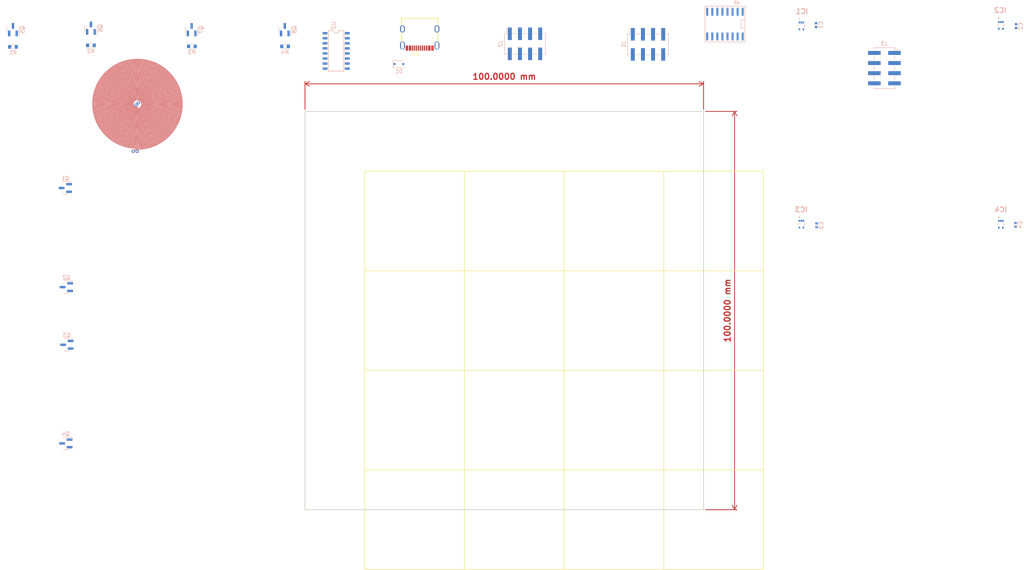
<source format=kicad_pcb>
(kicad_pcb (version 20211014) (generator pcbnew)
  (layers (0 "F.Cu" signal) (1 "In1.Cu" signal) (2 "In2.Cu" signal) (31 "B.Cu" signal) (34 "B.Paste" user) (35 "F.Paste" user) (36 "B.SilkS" user "B.Silkscreen") (37 "F.SilkS" user "F.Silkscreen") (38 "B.Mask" user) (39 "F.Mask" user) (44 "Edge.Cuts" user))
  (net 0 "")
  (net 1 "/3V")
  (net 2 "GND")
  (net 3 "/NSEROutput")
  (net 4 "/ClkIn")
  (net 5 "/ClkEnIn")
  (net 6 "/NPL")
  (net 7 "/SEROutput")
  (net 8 "/NMR")
  (net 9 "/QH'")
  (net 10 "/Data Serial")
  (net 11 "/NOE")
  (net 12 "/SHCP")
  (net 13 "/STCP")
  (net 14 "Net-(Q1-Pad1)")
  (net 15 "Net-(D1-Pad2)")
  (net 16 "Net-(Q2-Pad1)")
  (net 17 "Net-(Q1-Pad3)")
  (net 18 "Net-(Q3-Pad1)")
  (net 19 "Net-(Q4-Pad1)")
  (net 20 "Net-(Q5-Pad1)")
  (net 21 "/VBus")
  (net 22 "Net-(Q6-Pad1)")
  (net 23 "Net-(Q7-Pad1)")
  (net 24 "Net-(Q8-Pad1)")
  (net 25 "Net-(IC1-Pad5)")
  (net 26 "Net-(IC2-Pad5)")
  (net 27 "Net-(IC3-Pad5)")
  (net 28 "Net-(IC4-Pad5)")
  (net 29 "/5V")
  (footprint "USB_C:USB-C-SMD_KH-TYPE-C-16P" (layer "F.Cu") (at 128.778 31.678 180)
    (fp_text reference "U1")
    (fp_text value "USB-C" hide)
  )
  (footprint "Connector_PinHeader_2.54mm:PinHeader_2x04_P2.54mm_Vertical_SMD" (layer "B.Cu") (at 245.364 39.116 180)
    (fp_text reference "J3")
    (fp_text value "Conn_02x04_Top_Bottom")
  )
  (footprint "Capacitor_SMD:C_0402_1005Metric" (layer "B.Cu") (at 228.219 28.321 90)
    (fp_text reference "C1")
    (fp_text value "0.1u")
  )
  (footprint "Resistor_SMD:R_0603_1608Metric" (layer "B.Cu") (at 94.996 33.655)
    (fp_text reference "R4")
    (fp_text value "10K")
  )
  (footprint "Connector_PinHeader_2.54mm:PinHeader_2x04_P2.54mm_Vertical_SMD" (layer "B.Cu") (at 186.055 33.147 -90)
    (fp_text reference "J1")
    (fp_text value "Conn_02x04_Top_Bottom")
  )
  (footprint "Package_TO_SOT_SMD:SOT-23" (layer "B.Cu") (at 94.933 29.464 90)
    (fp_text reference "Q8")
    (fp_text value "AO3401A")
  )
  (footprint "Package_TO_SOT_SMD:SOT-23" (layer "B.Cu") (at 40.259 108.585 180)
    (fp_text reference "Q3")
    (fp_text value "AO3400A")
  )
  (footprint "Capacitor_SMD:C_0402_1005Metric" (layer "B.Cu") (at 228.346 78.585 90)
    (fp_text reference "C3")
    (fp_text value "0.1u")
  )
  (footprint "HallSensor:AH1902Z7" (layer "B.Cu") (at 274.574 28.389 180)
    (fp_text reference "IC2")
    (fp_text value "AH1902-Z-7" hide)
  )
  (footprint "Package_TO_SOT_SMD:SOT-23" (layer "B.Cu") (at 40.132 94.107 180)
    (fp_text reference "Q2")
    (fp_text value "AO3400A")
  )
  (footprint "Resistor_SMD:R_0603_1608Metric" (layer "B.Cu") (at 71.628 33.655)
    (fp_text reference "R3")
    (fp_text value "10K")
  )
  (footprint "Package_TO_SOT_SMD:SOT-23" (layer "B.Cu") (at 40.005 133.35 180)
    (fp_text reference "Q4")
    (fp_text value "AO3400A")
  )
  (footprint "Capacitor_SMD:C_0402_1005Metric" (layer "B.Cu") (at 278.257 78.458 90)
    (fp_text reference "C4")
    (fp_text value "0.1u")
  )
  (footprint "Package_TO_SOT_SMD:SOT-23" (layer "B.Cu") (at 71.565 29.464 90)
    (fp_text reference "Q7")
    (fp_text value "AO3401A")
  )
  (footprint "Resistor_SMD:R_0603_1608Metric" (layer "B.Cu") (at 46.292 33.401)
    (fp_text reference "R2")
    (fp_text value "10K")
  )
  (footprint "Connector_PinHeader_2.54mm:PinHeader_2x04_P2.54mm_Vertical_SMD" (layer "B.Cu") (at 155.194 33.02 -90)
    (fp_text reference "J2")
    (fp_text value "Conn_02x04_Top_Bottom")
  )
  (footprint "Diode_SMD:D_SOD-323F" (layer "B.Cu") (at 123.571 38.1)
    (fp_text reference "D1")
    (fp_text value "1N5819")
  )
  (footprint "HallSensor:AH1902Z7" (layer "B.Cu") (at 224.536 28.516 180)
    (fp_text reference "IC1")
    (fp_text value "AH1902-Z-7" hide)
  )
  (footprint "Capacitor_SMD:C_0402_1005Metric" (layer "B.Cu") (at 278.384 28.575 90)
    (fp_text reference "C2")
    (fp_text value "0.1u")
  )
  (footprint "74HC595:SO16" (layer "B.Cu") (at 107.823 34.798 -90)
    (fp_text reference "U2")
    (fp_text value "74HC595")
  )
  (footprint "Package_TO_SOT_SMD:SOT-23" (layer "B.Cu") (at 46.292 29.083 90)
    (fp_text reference "Q6")
    (fp_text value "AO3401A")
  )
  (footprint "Package_TO_SOT_SMD:SOT-23" (layer "B.Cu") (at 26.734 29.464 90)
    (fp_text reference "Q5")
    (fp_text value "AO3401A")
  )
  (footprint "Package_TO_SOT_SMD:SOT-23" (layer "B.Cu") (at 39.878 69.215 180)
    (fp_text reference "Q1")
    (fp_text value "AO3400A")
  )
  (footprint "HallSensor:AH1902Z7" (layer "B.Cu") (at 274.574 78.331 180)
    (fp_text reference "IC4")
    (fp_text value "AH1902-Z-7" hide)
  )
  (footprint "74HC165:SO-16" (layer "B.Cu") (at 205.359 28.067 180)
    (fp_text reference "U3")
    (fp_text value "74HC165")
  )
  (footprint "Resistor_SMD:R_0603_1608Metric" (layer "B.Cu") (at 26.734 33.782)
    (fp_text reference "R1")
    (fp_text value "10K")
  )
  (footprint "HallSensor:AH1902Z7" (layer "B.Cu") (at 224.536 78.3 180)
    (fp_text reference "IC3")
    (fp_text value "AH1902-Z-7" hide)
  )
  (gr_line (start 190 65) (end 190 165) (layer "F.SilkS") (width 0.2))
  (gr_line (start 115 115) (end 215 115) (layer "F.SilkS") (width 0.2))
  (gr_rect (start 115 65) (end 215 165) (layer "F.SilkS") (width 0.2) (fill none))
  (gr_line (start 165 65) (end 165 165) (layer "F.SilkS") (width 0.2))
  (gr_line (start 115 140) (end 215 140) (layer "F.SilkS") (width 0.2))
  (gr_line (start 115 90) (end 215 90) (layer "F.SilkS") (width 0.2))
  (gr_line (start 140 65) (end 140 165) (layer "F.SilkS") (width 0.2))
  (gr_rect (start 100 50) (end 200 150) (layer "Edge.Cuts") (width 0.2) (fill none))
  (dimension (type aligned) (layer "F.Cu") (pts (xy 200 50) (xy 200 150)) (height -7.772) (gr_text "100.0000 mm" (at 205.972 100 90) (layer "F.Cu") (effects (font (size 1.5 1.5) (thickness 0.3)))) (format (units 3) (units_format 1) (precision 4)) (style (thickness 0.2) (arrow_length 1.27) (text_position_mode 0) (extension_height 0.58642) (extension_offset 0.5) keep_text_aligned))
  (dimension (type aligned) (layer "F.Cu") (pts (xy 100 50) (xy 200 50)) (height -6.947) (gr_text "100.0000 mm" (at 150 41.253) (layer "F.Cu") (effects (font (size 1.5 1.5) (thickness 0.3)))) (format (units 3) (units_format 1) (precision 4)) (style (thickness 0.2) (arrow_length 1.27) (text_position_mode 0) (extension_height 0.58642) (extension_offset 0.5) keep_text_aligned))
  (segment (start 49.88979 48.79373) (end 49.86748 48.46205) (width 0.13) (layer "F.Cu") (net 0))
  (segment (start 68.83397 45.32329) (end 68.918 45.66772) (width 0.13) (layer "F.Cu") (net 0))
  (segment (start 64.76915 47.80263) (end 64.7789 48.12966) (width 0.13) (layer "F.Cu") (net 0))
  (segment (start 50.28281 42.67724) (end 50.48583 42.40161) (width 0.13) (layer "F.Cu") (net 0))
  (segment (start 65.60383 56.08047) (end 65.34593 56.32416) (width 0.13) (layer "F.Cu") (net 0))
  (segment (start 57.21113 50.56449) (end 56.98805 50.49375) (width 0.13) (layer "F.Cu") (net 0))
  (segment (start 65.4852 55.46172) (end 65.23692 55.71195) (width 0.13) (layer "F.Cu") (net 0))
  (segment (start 51.90023 55.57976) (end 51.63718 55.36184) (width 0.13) (layer "F.Cu") (net 0))
  (segment (start 54.54716 57.35222) (end 54.2268 57.23079) (width 0.13) (layer "F.Cu") (net 0))
  (segment (start 56.91237 51.01789) (end 56.67588 50.92928) (width 0.13) (layer "F.Cu") (net 0))
  (segment (start 67.0345 42.45189) (end 67.21656 42.75299) (width 0.13) (layer "F.Cu") (net 0))
  (segment (start 52.3733 56.56174) (end 52.08783 56.36916) (width 0.13) (layer "F.Cu") (net 0))
  (segment (start 52.10429 44.15683) (end 52.29243 43.89208) (width 0.13) (layer "F.Cu") (net 0))
  (segment (start 66.21111 41.31211) (end 66.4308 41.58674) (width 0.13) (layer "F.Cu") (net 0))
  (segment (start 67.18152 52.5419) (end 67.02673 52.85673) (width 0.13) (layer "F.Cu") (net 0))
  (segment (start 48.32043 47.44424) (end 48.34953 47.10246) (width 0.13) (layer "F.Cu") (net 0))
  (segment (start 56.80166 49.51183) (end 56.65055 49.38301) (width 0.13) (layer "F.Cu") (net 0))
  (segment (start 54.11973 41.57529) (end 54.4084 41.41487) (width 0.13) (layer "F.Cu") (net 0))
  (segment (start 49.87817 41.09128) (end 50.11177 40.83153) (width 0.13) (layer "F.Cu") (net 0))
  (segment (start 59.49789 41.7661) (end 59.8088 41.85004) (width 0.13) (layer "F.Cu") (net 0))
  (segment (start 49.45764 53.66956) (end 49.27222 53.3787) (width 0.13) (layer "F.Cu") (net 0))
  (segment (start 59.56995 40.1839) (end 59.89731 40.25788) (width 0.13) (layer "F.Cu") (net 0))
  (segment (start 52.88124 44.86791) (end 53.05708 44.60824) (width 0.13) (layer "F.Cu") (net 0))
  (segment (start 48.79132 50.15957) (end 48.72178 49.82568) (width 0.13) (layer "F.Cu") (net 0))
  (segment (start 66.1896 44.13948) (end 66.33442 44.45146) (width 0.13) (layer "F.Cu") (net 0))
  (segment (start 66.5989 48.12966) (end 66.59382 48.47109) (width 0.13) (layer "F.Cu") (net 0))
  (segment (start 52.68286 49.63382) (end 52.60447 49.33922) (width 0.13) (layer "F.Cu") (net 0))
  (segment (start 65.72612 53.04469) (end 65.53815 53.3346) (width 0.13) (layer "F.Cu") (net 0))
  (segment (start 57.9039 56.88966) (end 57.56831 56.88482) (width 0.13) (layer "F.Cu") (net 0))
  (segment (start 59.51046 54.33457) (end 59.19455 54.41003) (width 0.13) (layer "F.Cu") (net 0))
  (segment (start 58.9378 57.08542) (end 58.59413 57.12003) (width 0.13) (layer "F.Cu") (net 0))
  (segment (start 56.98805 50.49375) (end 56.77212 50.40259) (width 0.13) (layer "F.Cu") (net 0))
  (segment (start 68.10745 43.32823) (end 68.25443 43.65059) (width 0.13) (layer "F.Cu") (net 0))
  (segment (start 68.05779 46.73404) (end 68.10092 47.08138) (width 0.13) (layer "F.Cu") (net 0))
  (segment (start 58.16005 50.89399) (end 57.9039 50.90966) (width 0.13) (layer "F.Cu") (net 0))
  (segment (start 55.86238 49.67134) (end 55.72559 49.47841) (width 0.13) (layer "F.Cu") (net 0))
  (segment (start 60.91272 56.06327) (end 60.59136 56.17957) (width 0.13) (layer "F.Cu") (net 0))
  (segment (start 58.25555 37.16397) (end 58.60692 37.17955) (width 0.13) (layer "F.Cu") (net 0))
  (segment (start 56.39409 47.75752) (end 56.44528 47.57648) (width 0.13) (layer "F.Cu") (net 0))
  (segment (start 59.48453 50.05566) (end 59.2904 50.2047) (width 0.13) (layer "F.Cu") (net 0))
  (segment (start 55.05416 49.87598) (end 54.92304 49.64849) (width 0.13) (layer "F.Cu") (net 0))
  (segment (start 54.52974 39.0832) (end 54.85432 38.96713) (width 0.13) (layer "F.Cu") (net 0))
  (segment (start 59.34945 46.52422) (end 59.51256 46.68122) (width 0.13) (layer "F.Cu") (net 0))
  (segment (start 55.55271 46.48334) (end 55.70237 46.28236) (width 0.13) (layer "F.Cu") (net 0))
  (segment (start 48.74454 42.16758) (end 48.93925 41.87631) (width 0.13) (layer "F.Cu") (net 0))
  (segment (start 59.79944 48.5623) (end 59.74346 48.77335) (width 0.13) (layer "F.Cu") (net 0))
  (segment (start 53.30884 39.94213) (end 53.61024 39.77843) (width 0.13) (layer "F.Cu") (net 0))
  (segment (start 57.08338 49.97259) (end 56.89307 49.88048) (width 0.13) (layer "F.Cu") (net 0))
  (segment (start 50.58164 43.64257) (end 50.7621 43.35766) (width 0.13) (layer "F.Cu") (net 0))
  (segment (start 56.63483 51.19348) (end 56.39688 51.08736) (width 0.13) (layer "F.Cu") (net 0))
  (segment (start 64.86632 42.13801) (end 65.0867 42.40157) (width 0.13) (layer "F.Cu") (net 0))
  (segment (start 66.64141 41.86845) (end 66.84272 42.15693) (width 0.13) (layer "F.Cu") (net 0))
  (segment (start 55.46491 37.44375) (end 55.80841 37.36977) (width 0.13) (layer "F.Cu") (net 0))
  (segment (start 57.26855 54.78333) (end 56.9524 54.74752) (width 0.13) (layer "F.Cu") (net 0))
  (segment (start 53.05776 56.07036) (end 52.77015 55.88933) (width 0.13) (layer "F.Cu") (net 0))
  (segment (start 65.74545 40.78524) (end 65.98258 41.04485) (width 0.13) (layer "F.Cu") (net 0))
  (segment (start 52.81444 38.14103) (end 53.13015 37.98492) (width 0.13) (layer "F.Cu") (net 0))
  (segment (start 56.49895 46.5693) (end 56.6672 46.42749) (width 0.13) (layer "F.Cu") (net 0))
  (segment (start 57.9039 40.01966) (end 58.23912 40.02488) (width 0.13) (layer "F.Cu") (net 0))
  (segment (start 56.67542 53.90921) (end 56.37406 53.83909) (width 0.13) (layer "F.Cu") (net 0))
  (segment (start 64.01008 53.99473) (end 63.77012 54.23704) (width 0.13) (layer "F.Cu") (net 0))
  (segment (start 58.61491 59.20421) (end 58.25963 59.22263) (width 0.13) (layer "F.Cu") (net 0))
  (segment (start 61.29285 47.31605) (end 61.34945 47.58394) (width 0.13) (layer "F.Cu") (net 0))
  (segment (start 54.7989 48.12966) (end 54.8061 47.87297) (width 0.13) (layer "F.Cu") (net 0))
  (segment (start 56.11307 51.23147) (end 55.88453 51.09153) (width 0.13) (layer "F.Cu") (net 0))
  (segment (start 54.93805 56.38748) (end 54.62334 56.26929) (width 0.13) (layer "F.Cu") (net 0))
  (segment (start 59.75211 51.14566) (end 59.51125 51.28427) (width 0.13) (layer "F.Cu") (net 0))
  (segment (start 54.37484 43.27232) (end 54.63271 43.09247) (width 0.13) (layer "F.Cu") (net 0))
  (segment (start 60.7067 58.58983) (end 60.36325 58.67726) (width 0.13) (layer "F.Cu") (net 0))
  (segment (start 55.39136 54.61528) (end 55.09374 54.49407) (width 0.13) (layer "F.Cu") (net 0))
  (segment (start 56.0186 54.55041) (end 55.71458 54.4553) (width 0.13) (layer "F.Cu") (net 0))
  (segment (start 60.18704 49.07537) (end 60.08693 49.29651) (width 0.13) (layer "F.Cu") (net 0))
  (segment (start 50.9699 40.70516) (end 51.2265 40.47169) (width 0.13) (layer "F.Cu") (net 0))
  (segment (start 58.25185 37.94419) (end 58.59948 37.9606) (width 0.13) (layer "F.Cu") (net 0))
  (segment (start 53.42875 50.14376) (end 53.31297 49.87077) (width 0.13) (layer "F.Cu") (net 0))
  (segment (start 60.02813 53.05419) (end 59.73903 53.17163) (width 0.13) (layer "F.Cu") (net 0))
  (segment (start 65.52617 47.4628) (end 65.54981 47.79583) (width 0.13) (layer "F.Cu") (net 0))
  (segment (start 55.554 57.11815) (end 55.22686 57.02777) (width 0.13) (layer "F.Cu") (net 0))
  (segment (start 50.48583 42.40161) (end 50.69882 42.13354) (width 0.13) (layer "F.Cu") (net 0))
  (segment (start 54.77409 37.3568) (end 55.1137 37.26254) (width 0.13) (layer "F.Cu") (net 0))
  (segment (start 52.3063 53.49452) (end 52.08234 53.25328) (width 0.13) (layer "F.Cu") (net 0))
  (segment (start 62.63635 45.75294) (end 62.76875 46.03117) (width 0.13) (layer "F.Cu") (net 0))
  (segment (start 52.04743 52.38464) (end 51.86087 52.11863) (width 0.13) (layer "F.Cu") (net 0))
  (segment (start 51.94936 55.28478) (end 51.69101 55.06366) (width 0.13) (layer "F.Cu") (net 0))
  (segment (start 53.98487 50.61675) (end 53.83416 50.36702) (width 0.13) (layer "F.Cu") (net 0))
  (segment (start 57.9039 54.80966) (end 57.58596 54.80406) (width 0.13) (layer "F.Cu") (net 0))
  (segment (start 57.38326 45.00964) (end 57.64241 44.9739) (width 0.13) (layer "F.Cu") (net 0))
  (segment (start 52.19225 42.41801) (end 52.432 42.18559) (width 0.13) (layer "F.Cu") (net 0))
  (segment (start 57.10693 47.43908) (end 57.20945 47.32822) (width 0.13) (layer "F.Cu") (net 0))
  (segment (start 60.9466 39.21079) (end 61.27084 39.32645) (width 0.13) (layer "F.Cu") (net 0))
  (segment (start 56.51447 49.23769) (end 56.39522 49.07763) (width 0.13) (layer "F.Cu") (net 0))
  (segment (start 49.45564 43.51656) (end 49.62441 43.21721) (width 0.13) (layer "F.Cu") (net 0))
  (segment (start 53.26654 57.07935) (end 52.963 56.91704) (width 0.13) (layer "F.Cu") (net 0))
  (segment (start 46.76353 48.83055) (end 46.74571 48.48032) (width 0.13) (layer "F.Cu") (net 0))
  (segment (start 47.54485 48.82312) (end 47.52608 48.47663) (width 0.13) (layer "F.Cu") (net 0))
  (segment (start 67.35061 47.43825) (end 67.37107 47.78367) (width 0.13) (layer "F.Cu") (net 0))
  (segment (start 55.83885 53.11515) (end 55.56155 52.99361) (width 0.13) (layer "F.Cu") (net 0))
  (segment (start 58.72332 46.42812) (end 58.91115 46.52663) (width 0.13) (layer "F.Cu") (net 0))
  (segment (start 67.85016 51.58338) (end 67.73049 51.9143) (width 0.13) (layer "F.Cu") (net 0))
  (segment (start 65.38179 42.35542) (end 65.58892 42.6315) (width 0.13) (layer "F.Cu") (net 0))
  (segment (start 68.33056 49.53191) (end 68.27925 49.87976) (width 0.13) (layer "F.Cu") (net 0))
  (segment (start 50.40319 42.08521) (end 50.6226 41.82037) (width 0.13) (layer "F.Cu") (net 0))
  (segment (start 62.68684 47.82874) (end 62.6989 48.12966) (width 0.13) (layer "F.Cu") (net 0))
  (segment (start 51.49275 53.3642) (end 51.28585 53.10281) (width 0.13) (layer "F.Cu") (net 0))
  (segment (start 60.04183 51.26543) (end 59.80307 51.41911) (width 0.13) (layer "F.Cu") (net 0))
  (segment (start 64.1794 47.16829) (end 64.22212 47.48716) (width 0.13) (layer "F.Cu") (net 0))
  (segment (start 50.77918 42.44789) (end 50.99544 42.18445) (width 0.13) (layer "F.Cu") (net 0))
  (segment (start 55.43202 46.20572) (end 55.59683 46.00585) (width 0.13) (layer "F.Cu") (net 0))
  (segment (start 54.78003 46.83571) (end 54.88829 46.59313) (width 0.13) (layer "F.Cu") (net 0))
  (segment (start 59.70445 43.1827) (end 59.98999 43.29355) (width 0.13) (layer "F.Cu") (net 0))
  (segment (start 62.69203 48.4309) (end 62.66625 48.73129) (width 0.13) (layer "F.Cu") (net 0))
  (segment (start 60.98355 51.85232) (end 60.74525 52.04045) (width 0.13) (layer "F.Cu") (net 0))
  (segment (start 66.31838 45.10754) (end 66.42947 45.43158) (width 0.13) (layer "F.Cu") (net 0))
  (segment (start 55.63971 55.52303) (end 55.32738 55.42193) (width 0.13) (layer "F.Cu") (net 0))
  (segment (start 55.991 49.40782) (end 55.87135 49.21608) (width 0.13) (layer "F.Cu") (net 0))
  (segment (start 49.31857 51.77803) (end 49.18964 51.46258) (width 0.13) (layer "F.Cu") (net 0))
  (segment (start 58.44149 44.73547) (end 58.70689 44.78495) (width 0.13) (layer "F.Cu") (net 0))
  (segment (start 52.46978 48.43483) (end 52.4589 48.12966) (width 0.13) (layer "F.Cu") (net 0))
  (segment (start 56.13921 46.19389) (end 56.32305 46.03627) (width 0.13) (layer "F.Cu") (net 0))
  (segment (start 64.83221 52.00005) (end 64.6632 52.29153) (width 0.13) (layer "F.Cu") (net 0))
  (segment (start 57.29497 42.91994) (end 57.59878 42.89095) (width 0.13) (layer "F.Cu") (net 0))
  (segment (start 57.21724 38.74778) (end 57.56028 38.72745) (width 0.13) (layer "F.Cu") (net 0))
  (segment (start 60.96056 50.77827) (end 60.76592 50.99168) (width 0.13) (layer "F.Cu") (net 0))
  (segment (start 59.41307 43.08868) (end 59.70445 43.1827) (width 0.13) (layer "F.Cu") (net 0))
  (segment (start 65.30909 41.462) (end 65.53838 41.72357) (width 0.13) (layer "F.Cu") (net 0))
  (segment (start 50.86401 42.76338) (end 51.07349 42.49666) (width 0.13) (layer "F.Cu") (net 0))
  (segment (start 48.53409 51.1741) (end 48.43216 50.84564) (width 0.13) (layer "F.Cu") (net 0))
  (segment (start 56.94371 41.65658) (end 57.26229 41.61524) (width 0.13) (layer "F.Cu") (net 0))
  (segment (start 60.35112 48.37069) (end 60.3197 48.61019) (width 0.13) (layer "F.Cu") (net 0))
  (segment (start 55.82411 50.38891) (end 55.64213 50.21177) (width 0.13) (layer "F.Cu") (net 0))
  (segment (start 59.21405 40.91015) (end 59.53705 40.97439) (width 0.13) (layer "F.Cu") (net 0))
  (segment (start 61.71277 37.55011) (end 62.04368 37.67377) (width 0.13) (layer "F.Cu") (net 0))
  (segment (start 51.8991 38.66762) (end 52.19862 38.48255) (width 0.13) (layer "F.Cu") (net 0))
  (segment (start 58.22803 41.32541) (end 58.55161 41.34658) (width 0.13) (layer "F.Cu") (net 0))
  (segment (start 47.89856 50.87041) (end 47.81122 50.53487) (width 0.13) (layer "F.Cu") (net 0))
  (segment (start 53.75755 53.40217) (end 53.51008 53.2004) (width 0.13) (layer "F.Cu") (net 0))
  (segment (start 55.09154 50.37244) (end 54.92924 50.15775) (width 0.13) (layer "F.Cu") (net 0))
  (segment (start 59.65866 46.85475) (end 59.78606 47.04299) (width 0.13) (layer "F.Cu") (net 0))
  (segment (start 56.30965 51.62058) (end 56.06326 51.50055) (width 0.13) (layer "F.Cu") (net 0))
  (segment (start 48.08422 52.19711) (end 47.95512 51.87412) (width 0.13) (layer "F.Cu") (net 0))
  (segment (start 60.34639 44.66944) (end 60.57862 44.84199) (width 0.13) (layer "F.Cu") (net 0))
  (segment (start 56.24136 40.20064) (end 56.57016 40.13702) (width 0.13) (layer "F.Cu") (net 0))
  (segment (start 48.87594 44.11015) (end 49.02042 43.7969) (width 0.13) (layer "F.Cu") (net 0))
  (segment (start 54.53028 57.62212) (end 54.20764 57.50272) (width 0.13) (layer "F.Cu") (net 0))
  (segment (start 56.45973 45.62829) (end 56.68171 45.50867) (width 0.13) (layer "F.Cu") (net 0))
  (segment (start 55.49074 44.711) (end 55.7282 44.55187) (width 0.13) (layer "F.Cu") (net 0))
  (segment (start 63.67252 55.36328) (end 63.39893 55.57516) (width 0.13) (layer "F.Cu") (net 0))
  (segment (start 62.17175 48.42159) (end 62.14468 48.71254) (width 0.13) (layer "F.Cu") (net 0))
  (segment (start 58.11379 46.26681) (end 58.32208 46.29749) (width 0.13) (layer "F.Cu") (net 0))
  (segment (start 57.23674 56.6067) (end 56.90426 56.57558) (width 0.13) (layer "F.Cu") (net 0))
  (segment (start 60.14973 44.23976) (end 60.40084 44.39272) (width 0.13) (layer "F.Cu") (net 0))
  (segment (start 60.37372 53.46808) (end 60.08191 53.59605) (width 0.13) (layer "F.Cu") (net 0))
  (segment (start 54.54783 44.13006) (end 54.78463 43.93976) (width 0.13) (layer "F.Cu") (net 0))
  (segment (start 64.38775 45.88558) (end 64.48908 46.19608) (width 0.13) (layer "F.Cu") (net 0))
  (segment (start 62.47148 51.37053) (end 62.28439 51.62298) (width 0.13) (layer "F.Cu") (net 0))
  (segment (start 62.80156 50.8365) (end 62.64404 51.10809) (width 0.13) (layer "F.Cu") (net 0))
  (segment (start 58.23851 55.58029) (end 57.9039 55.58966) (width 0.13) (layer "F.Cu") (net 0))
  (segment (start 62.2735 54.14389) (end 62.00029 54.33543) (width 0.13) (layer "F.Cu") (net 0))
  (segment (start 57.54732 49.57636) (end 57.37377 49.52751) (width 0.13) (layer "F.Cu") (net 0))
  (segment (start 63.98914 40.57834) (end 64.25575 40.79923) (width 0.13) (layer "F.Cu") (net 0))
  (segment (start 60.73095 46.59974) (end 60.85076 46.83705) (width 0.13) (layer "F.Cu") (net 0))
  (segment (start 49.88297 47.46503) (end 49.91559 47.13392) (width 0.13) (layer "F.Cu") (net 0))
  (segment (start 49.74574 45.47891) (end 49.85457 45.16011) (width 0.13) (layer "F.Cu") (net 0))
  (segment (start 48.7425 44.42821) (end 48.87594 44.11015) (width 0.13) (layer "F.Cu") (net 0))
  (segment (start 64.6632 52.29153) (end 64.48193 52.57563) (width 0.13) (layer "F.Cu") (net 0))
  (segment (start 66.93383 41.83077) (end 67.13219 42.12271) (width 0.13) (layer "F.Cu") (net 0))
  (segment (start 51.45417 48.7649) (end 51.42874 48.44776) (width 0.13) (layer "F.Cu") (net 0))
  (segment (start 65.00619 41.5172) (end 65.23879 41.77394) (width 0.13) (layer "F.Cu") (net 0))
  (segment (start 67.38869 43.05994) (end 67.5507 43.37238) (width 0.13) (layer "F.Cu") (net 0))
  (segment (start 56.66221 54.17178) (end 56.35725 54.10316) (width 0.13) (layer "F.Cu") (net 0))
  (segment (start 57.12823 45.06661) (end 57.38326 45.00964) (width 0.13) (layer "F.Cu") (net 0))
  (segment (start 68.27359 51.9458) (end 68.14718 52.27671) (width 0.13) (layer "F.Cu") (net 0))
  (segment (start 59.21701 49.937) (end 59.02307 50.06811) (width 0.13) (layer "F.Cu") (net 0))
  (segment (start 63.10938 40.26157) (end 63.39415 40.4557) (width 0.13) (layer "F.Cu") (net 0))
  (segment (start 52.21634 40.99768) (end 52.48607 40.78876) (width 0.13) (layer "F.Cu") (net 0))
  (segment (start 55.42861 48.83394) (end 55.37043 48.60325) (width 0.13) (layer "F.Cu") (net 0))
  (segment (start 61.04326 54.00298) (end 60.75215 54.15178) (width 0.13) (layer "F.Cu") (net 0))
  (segment (start 52.23821 53.79535) (end 52.00765 53.55754) (width 0.13) (layer "F.Cu") (net 0))
  (segment (start 56.3652 47.94283) (end 56.39409 47.75752) (width 0.13) (layer "F.Cu") (net 0))
  (segment (start 58.92249 56.30129) (end 58.58407 56.33811) (width 0.13) (layer "F.Cu") (net 0))
  (segment (start 57.41837 45.5323) (end 57.65974 45.49477) (width 0.13) (layer "F.Cu") (net 0))
  (segment (start 54.95352 51.69606) (end 54.73363 51.50566) (width 0.13) (layer "F.Cu") (net 0))
  (segment (start 54.03072 44.25648) (end 54.25244 44.04367) (width 0.13) (layer "F.Cu") (net 0))
  (segment (start 46.88278 49.87523) (end 46.8321 49.52835) (width 0.13) (layer "F.Cu") (net 0))
  (segment (start 56.86639 38.25837) (end 57.21142 38.22673) (width 0.13) (layer "F.Cu") (net 0))
  (segment (start 52.08234 53.25328) (end 51.86876 53.0027) (width 0.13) (layer "F.Cu") (net 0))
  (segment (start 55.64282 41.17078) (end 55.95681 41.07455) (width 0.13) (layer "F.Cu") (net 0))
  (segment (start 64.27528 57.50487) (end 63.97835 57.70147) (width 0.13) (layer "F.Cu") (net 0))
  (segment (start 67.03895 51.53686) (end 66.91288 51.8613) (width 0.13) (layer "F.Cu") (net 0))
  (segment (start 66.85027 55.06918) (end 66.62888 55.34759) (width 0.13) (layer "F.Cu") (net 0))
  (segment (start 54.15087 50.8564) (end 53.98487 50.61675) (width 0.13) (layer "F.Cu") (net 0))
  (segment (start 63.25426 56.92795) (end 62.95145 57.10672) (width 0.13) (layer "F.Cu") (net 0))
  (segment (start 62.42929 53.35223) (end 62.17688 53.56319) (width 0.13) (layer "F.Cu") (net 0))
  (segment (start 66.81537 50.51748) (end 66.72133 50.84948) (width 0.13) (layer "F.Cu") (net 0))
  (segment (start 61.79266 51.79851) (end 61.5744 52.02017) (width 0.13) (layer "F.Cu") (net 0))
  (segment (start 59.28609 57.29989) (end 58.94241 57.3467) (width 0.13) (layer "F.Cu") (net 0))
  (segment (start 50.32461 53.55218) (end 50.13036 53.27258) (width 0.13) (layer "F.Cu") (net 0))
  (segment (start 57.56883 40.0283) (end 57.9039 40.01966) (width 0.13) (layer "F.Cu") (net 0))
  (segment (start 61.39137 48.40413) (end 61.36229 48.67742) (width 0.13) (layer "F.Cu") (net 0))
  (segment (start 67.69052 51.23579) (end 67.5801 51.56858) (width 0.13) (layer "F.Cu") (net 0))
  (segment (start 50.14189 51.708) (end 50.00589 51.40113) (width 0.13) (layer "F.Cu") (net 0))
  (segment (start 67.60696 42.39129) (end 67.78356 42.69827) (width 0.13) (layer "F.Cu") (net 0))
  (segment (start 51.1279 56.62649) (end 50.85819 56.40596) (width 0.13) (layer "F.Cu") (net 0))
  (segment (start 58.49738 43.4318) (end 58.79168 43.47578) (width 0.13) (layer "F.Cu") (net 0))
  (segment (start 54.35385 46.50841) (end 54.47597 46.25787) (width 0.13) (layer "F.Cu") (net 0))
  (segment (start 52.7189 48.12966) (end 52.72527 47.82804) (width 0.13) (layer "F.Cu") (net 0))
  (segment (start 54.07029 45.91633) (end 54.22101 45.66883) (width 0.13) (layer "F.Cu") (net 0))
  (segment (start 65.92106 53.69607) (end 65.71846 53.97956) (width 0.13) (layer "F.Cu") (net 0))
  (segment (start 53.24634 44.35804) (end 53.4485 44.118) (width 0.13) (layer "F.Cu") (net 0))
  (segment (start 49.15076 44.13224) (end 49.29769 43.8217) (width 0.13) (layer "F.Cu") (net 0))
  (segment (start 56.17936 58.57503) (end 55.83826 58.51434) (width 0.13) (layer "F.Cu") (net 0))
  (segment (start 58.25227 57.66179) (end 57.9039 57.66966) (width 0.13) (layer "F.Cu") (net 0))
  (segment (start 54.8345 47.61747) (end 54.88396 47.36491) (width 0.13) (layer "F.Cu") (net 0))
  (segment (start 68.47135 44.9933) (end 68.56773 45.33327) (width 0.13) (layer "F.Cu") (net 0))
  (segment (start 64.22212 47.48716) (end 64.24865 47.80789) (width 0.13) (layer "F.Cu") (net 0))
  (segment (start 50.95364 43.08) (end 51.15597 42.81002) (width 0.13) (layer "F.Cu") (net 0))
  (segment (start 52.88129 50.79248) (end 52.74246 50.5176) (width 0.13) (layer "F.Cu") (net 0))
  (segment (start 56.59751 44.97577) (end 56.84799 44.8799) (width 0.13) (layer "F.Cu") (net 0))
  (segment (start 57.00155 53.44051) (end 56.70467 53.38383) (width 0.13) (layer "F.Cu") (net 0))
  (segment (start 61.05094 51.06879) (end 60.84496 51.27877) (width 0.13) (layer "F.Cu") (net 0))
  (segment (start 57.25694 41.35442) (end 57.57996 41.32934) (width 0.13) (layer "F.Cu") (net 0))
  (segment (start 63.42071 46.27083) (end 63.51542 46.57163) (width 0.13) (layer "F.Cu") (net 0))
  (segment (start 60.4847 41.25315) (end 60.79134 41.37415) (width 0.13) (layer "F.Cu") (net 0))
  (segment (start 66.16027 46.44411) (end 66.22309 46.77766) (width 0.13) (layer "F.Cu") (net 0))
  (segment (start 57.22362 39.26891) (end 57.56345 39.24777) (width 0.13) (layer "F.Cu") (net 0))
  (segment (start 60.19274 46.71247) (end 60.31716 46.928) (width 0.13) (layer "F.Cu") (net 0))
  (segment (start 65.89216 45.46279) (end 65.99466 45.78614) (width 0.13) (layer "F.Cu") (net 0))
  (segment (start 55.0589 48.12966) (end 55.06613 47.88139) (width 0.13) (layer "F.Cu") (net 0))
  (segment (start 65.19077 40.59509) (end 65.43947 40.84183) (width 0.13) (layer "F.Cu") (net 0))
  (segment (start 61.2971 44.0858) (end 61.52815 44.28818) (width 0.13) (layer "F.Cu") (net 0))
  (segment (start 50.34055 55.93944) (end 50.09317 55.69393) (width 0.13) (layer "F.Cu") (net 0))
  (segment (start 61.872 55.9175) (end 61.56388 56.06876) (width 0.13) (layer "F.Cu") (net 0))
  (segment (start 63.19933 52.95709) (end 62.97209 53.19785) (width 0.13) (layer "F.Cu") (net 0))
  (segment (start 57.9039 42.35966) (end 58.2164 42.36588) (width 0.13) (layer "F.Cu") (net 0))
  (segment (start 54.54389 49.44837) (end 54.45178 49.1945) (width 0.13) (layer "F.Cu") (net 0))
  (segment (start 64.61506 55.58316) (end 64.35177 55.81394) (width 0.13) (layer "F.Cu") (net 0))
  (segment (start 55.66691 50.93476) (end 55.46143 50.76201) (width 0.13) (layer "F.Cu") (net 0))
  (segment (start 57.9039 50.90966) (end 57.66129 50.90268) (width 0.13) (layer "F.Cu") (net 0))
  (segment (start 52.80391 40.87902) (end 53.08451 40.68766) (width 0.13) (layer "F.Cu") (net 0))
  (segment (start 60.19694 50.81446) (end 59.98113 50.98873) (width 0.13) (layer "F.Cu") (net 0))
  (segment (start 61.82304 44.21052) (end 62.03835 44.43489) (width 0.13) (layer "F.Cu") (net 0))
  (segment (start 48.30354 47.78678) (end 48.32043 47.44424) (width 0.13) (layer "F.Cu") (net 0))
  (segment (start 62.99561 44.82307) (end 63.16356 45.09299) (width 0.13) (layer "F.Cu") (net 0))
  (segment (start 48.32212 45.74065) (end 48.40995 45.40731) (width 0.13) (layer "F.Cu") (net 0))
  (segment (start 49.3418 43.18633) (end 49.51831 42.88976) (width 0.13) (layer "F.Cu") (net 0))
  (segment (start 58.97097 51.23791) (end 58.71148 51.31873) (width 0.13) (layer "F.Cu") (net 0))
  (segment (start 63.24986 46.58952) (end 63.33007 46.89117) (width 0.13) (layer "F.Cu") (net 0))
  (segment (start 58.56129 40.82547) (end 58.88858 40.86048) (width 0.13) (layer "F.Cu") (net 0))
  (segment (start 61.2459 53.27588) (end 60.97307 53.44561) (width 0.13) (layer "F.Cu") (net 0))
  (segment (start 54.85432 38.96713) (end 55.18288 38.8627) (width 0.13) (layer "F.Cu") (net 0))
  (segment (start 51.97639 49.98943) (end 51.88777 49.68734) (width 0.13) (layer "F.Cu") (net 0))
  (segment (start 55.67496 54.98963) (end 55.36878 54.88446) (width 0.13) (layer "F.Cu") (net 0))
  (segment (start 60.6792 50.70476) (end 60.48111 50.90723) (width 0.13) (layer "F.Cu") (net 0))
  (segment (start 50.90688 53.46326) (end 50.70642 53.19225) (width 0.13) (layer "F.Cu") (net 0))
  (segment (start 62.70354 44.00931) (end 62.90773 44.25641) (width 0.13) (layer "F.Cu") (net 0))
  (segment (start 55.50927 58.17795) (end 55.17448 58.09365) (width 0.13) (layer "F.Cu") (net 0))
  (segment (start 50.13036 53.27258) (end 49.94643 52.98604) (width 0.13) (layer "F.Cu") (net 0))
  (segment (start 55.69529 45.54371) (end 55.90308 45.37577) (width 0.13) (layer "F.Cu") (net 0))
  (segment (start 61.13262 54.83416) (end 60.8293 54.97397) (width 0.13) (layer "F.Cu") (net 0))
  (segment (start 51.31835 39.06543) (end 51.60559 38.86197) (width 0.13) (layer "F.Cu") (net 0))
  (segment (start 47.65674 46.40118) (end 47.71887 46.05946) (width 0.13) (layer "F.Cu") (net 0))
  (segment (start 52.44276 45.09848) (end 52.60152 44.82466) (width 0.13) (layer "F.Cu") (net 0))
  (segment (start 60.69616 58.32307) (end 60.35431 58.41203) (width 0.13) (layer "F.Cu") (net 0))
  (segment (start 61.03481 58.22276) (end 60.69616 58.32307) (width 0.13) (layer "F.Cu") (net 0))
  (segment (start 57.57996 41.32934) (end 57.9039 41.31966) (width 0.13) (layer "F.Cu") (net 0))
  (segment (start 62.92307 56.82311) (end 62.61729 56.99426) (width 0.13) (layer "F.Cu") (net 0))
  (segment (start 61.99462 41.70852) (end 62.27184 41.89159) (width 0.13) (layer "F.Cu") (net 0))
  (segment (start 61.68413 57.71567) (end 61.35513 57.84048) (width 0.13) (layer "F.Cu") (net 0))
  (segment (start 60.56516 47.63219) (end 60.60351 47.8795) (width 0.13) (layer "F.Cu") (net 0))
  (segment (start 52.49406 42.48513) (end 52.73733 42.2593) (width 0.13) (layer "F.Cu") (net 0))
  (segment (start 49.36854 48.80141) (end 49.34713 48.46586) (width 0.13) (layer "F.Cu") (net 0))
  (segment (start 55.15159 58.6254) (end 54.81622 58.53307) (width 0.13) (layer "F.Cu") (net 0))
  (segment (start 53.09915 51.62052) (end 52.92122 51.36545) (width 0.13) (layer "F.Cu") (net 0))
  (segment (start 66.34789 52.47102) (end 66.18502 52.77725) (width 0.13) (layer "F.Cu") (net 0))
  (segment (start 57.36835 44.74831) (end 57.63504 44.71347) (width 0.13) (layer "F.Cu") (net 0))
  (segment (start 57.24718 40.83287) (end 57.57512 40.8089) (width 0.13) (layer "F.Cu") (net 0))
  (segment (start 52.20976 44.47026) (end 52.38873 44.20232) (width 0.13) (layer "F.Cu") (net 0))
  (segment (start 53.71128 42.79831) (end 53.96857 42.60326) (width 0.13) (layer "F.Cu") (net 0))
  (segment (start 59.57286 55.65785) (end 59.24321 55.72526) (width 0.13) (layer "F.Cu") (net 0))
  (segment (start 60.46156 46.65299) (end 60.5838 46.88) (width 0.13) (layer "F.Cu") (net 0))
  (segment (start 50.81175 39.79882) (end 51.08159 39.57475) (width 0.13) (layer "F.Cu") (net 0))
  (segment (start 57.9039 43.65966) (end 58.19643 43.66653) (width 0.13) (layer "F.Cu") (net 0))
  (segment (start 64.30535 40.50071) (end 64.56866 40.72769) (width 0.13) (layer "F.Cu") (net 0))
  (segment (start 59.93291 49.97935) (end 59.75617 50.1615) (width 0.13) (layer "F.Cu") (net 0))
  (segment (start 57.21142 38.22673) (end 57.5574 38.20715) (width 0.13) (layer "F.Cu") (net 0))
  (segment (start 63.66376 43.53632) (end 63.86555 43.79827) (width 0.13) (layer "F.Cu") (net 0))
  (segment (start 55.87414 57.4603) (end 55.54204 57.38334) (width 0.13) (layer "F.Cu") (net 0))
  (segment (start 66.88429 51.19335) (end 66.76782 51.51982) (width 0.13) (layer "F.Cu") (net 0))
  (segment (start 59.9965 45.06038) (end 60.22195 45.22292) (width 0.13) (layer "F.Cu") (net 0))
  (segment (start 68.99117 46.01465) (end 69.05342 46.36375) (width 0.13) (layer "F.Cu") (net 0))
  (segment (start 57.9039 37.15966) (end 58.25555 37.16397) (width 0.13) (layer "F.Cu") (net 0))
  (segment (start 52.84952 55.31547) (end 52.57703 55.11786) (width 0.13) (layer "F.Cu") (net 0))
  (segment (start 50.55035 45.53149) (end 50.66561 45.22108) (width 0.13) (layer "F.Cu") (net 0))
  (segment (start 67.84369 44.01247) (end 67.97435 44.33941) (width 0.13) (layer "F.Cu") (net 0))
  (segment (start 60.1285 54.13627) (end 59.82205 54.24323) (width 0.13) (layer "F.Cu") (net 0))
  (segment (start 56.98211 42.70438) (end 57.2875 42.65892) (width 0.13) (layer "F.Cu") (net 0))
  (segment (start 52.20212 43.58264) (end 52.41046 43.33019) (width 0.13) (layer "F.Cu") (net 0))
  (segment (start 56.50667 37.51666) (end 56.85454 37.47528) (width 0.13) (layer "F.Cu") (net 0))
  (segment (start 56.59803 55.74554) (end 56.27561 55.68497) (width 0.13) (layer "F.Cu") (net 0))
  (segment (start 59.71416 52.90292) (end 59.4234 53.0059) (width 0.13) (layer "F.Cu") (net 0))
  (segment (start 67.645 53.89053) (end 67.46034 54.19436) (width 0.13) (layer "F.Cu") (net 0))
  (segment (start 53.22494 39.09967) (end 53.53535 38.94392) (width 0.13) (layer "F.Cu") (net 0))
  (segment (start 58.94241 57.3467) (end 58.59716 57.38063) (width 0.13) (layer "F.Cu") (net 0))
  (segment (start 49.84354 53.30974) (end 49.66252 53.0195) (width 0.13) (layer "F.Cu") (net 0))
  (segment (start 53.34605 54.06956) (end 53.09014 53.86648) (width 0.13) (layer "F.Cu") (net 0))
  (segment (start 52.963 56.91704) (end 52.66514 56.74444) (width 0.13) (layer "F.Cu") (net 0))
  (segment (start 58.65987 45.30835) (end 58.90412 45.38158) (width 0.13) (layer "F.Cu") (net 0))
  (segment (start 58.86652 54.2074) (end 58.54734 54.25161) (width 0.13) (layer "F.Cu") (net 0))
  (segment (start 51.6864 51.84444) (end 51.52436 51.56264) (width 0.13) (layer "F.Cu") (net 0))
  (segment (start 51.3642 57.13078) (end 51.0839 56.92195) (width 0.13) (layer "F.Cu") (net 0))
  (segment (start 61.03534 49.72521) (end 60.90328 49.96768) (width 0.13) (layer "F.Cu") (net 0))
  (segment (start 59.59312 56.18592) (end 59.25903 56.25053) (width 0.13) (layer "F.Cu") (net 0))
  (segment (start 65.27283 48.79288) (end 65.23749 49.12306) (width 0.13) (layer "F.Cu") (net 0))
  (segment (start 52.4487 55.98664) (end 52.17086 55.78811) (width 0.13) (layer "F.Cu") (net 0))
  (segment (start 47.54621 50.54473) (end 47.47141 50.20481) (width 0.13) (layer "F.Cu") (net 0))
  (segment (start 50.48147 41.19759) (end 50.72146 40.94722) (width 0.13) (layer "F.Cu") (net 0))
  (segment (start 64.16416 56.62615) (end 63.87753 56.83173) (width 0.13) (layer "F.Cu") (net 0))
  (segment (start 63.97946 50.03588) (end 63.87708 50.34188) (width 0.13) (layer "F.Cu") (net 0))
  (segment (start 50.90838 56.10652) (end 50.6502 55.87435) (width 0.13) (layer "F.Cu") (net 0))
  (segment (start 51.28853 49.40467) (end 51.2334 49.08873) (width 0.13) (layer "F.Cu") (net 0))
  (segment (start 49.58503 50.12684) (end 49.51144 49.79902) (width 0.13) (layer "F.Cu") (net 0))
  (segment (start 47.3446 46.7395) (end 47.3944 46.39454) (width 0.13) (layer "F.Cu") (net 0))
  (segment (start 51.09427 49.73127) (end 51.02569 49.41542) (width 0.13) (layer "F.Cu") (net 0))
  (segment (start 57.7284 46.79658) (end 57.9039 46.77966) (width 0.13) (layer "F.Cu") (net 0))
  (segment (start 50.98211 45.88063) (end 51.08824 45.5717) (width 0.13) (layer "F.Cu") (net 0))
  (segment (start 51.1003 51.30223) (end 50.96672 51.00313) (width 0.13) (layer "F.Cu") (net 0))
  (segment (start 56.3007 41.52119) (end 56.61659 41.45046) (width 0.13) (layer "F.Cu") (net 0))
  (segment (start 61.47405 40.82681) (end 61.7736 40.97908) (width 0.13) (layer "F.Cu") (net 0))
  (segment (start 60.0511 46.98196) (end 60.15701 47.19639) (width 0.13) (layer "F.Cu") (net 0))
  (segment (start 65.94611 52.11161) (end 65.78908 52.41749) (width 0.13) (layer "F.Cu") (net 0))
  (segment (start 53.00288 51.92334) (end 52.8153 51.67143) (width 0.13) (layer "F.Cu") (net 0))
  (segment (start 55.19637 39.13022) (end 55.52647 39.03588) (width 0.13) (layer "F.Cu") (net 0))
  (segment (start 48.93925 41.87631) (end 49.14322 41.5914) (width 0.13) (layer "F.Cu") (net 0))
  (segment (start 60.16075 46.23594) (end 60.32017 46.43777) (width 0.13) (layer "F.Cu") (net 0))
  (segment (start 47.79968 47.43851) (end 47.82777 47.0938) (width 0.13) (layer "F.Cu") (net 0))
  (segment (start 63.27179 53.26189) (end 63.03741 53.49889) (width 0.13) (layer "F.Cu") (net 0))
  (segment (start 60.50422 47.3898) (end 60.56516 47.63219) (width 0.13) (layer "F.Cu") (net 0))
  (segment (start 64.34027 44.02924) (end 64.51456 44.31299) (width 0.13) (layer "F.Cu") (net 0))
  (segment (start 59.29774 57.82406) (end 58.951 57.8691) (width 0.13) (layer "F.Cu") (net 0))
  (segment (start 59.40171 52.73943) (end 59.10995 52.8269) (width 0.13) (layer "F.Cu") (net 0))
  (segment (start 52.99632 45.17687) (end 53.16153 44.91425) (width 0.13) (layer "F.Cu") (net 0))
  (segment (start 54.54801 42.5307) (end 54.82583 42.37099) (width 0.13) (layer "F.Cu") (net 0))
  (segment (start 52.74246 50.5176) (end 52.61866 50.23549) (width 0.13) (layer "F.Cu") (net 0))
  (segment (start 55.13475 37.79506) (end 55.47407 37.70867) (width 0.13) (layer "F.Cu") (net 0))
  (segment (start 56.06582 42.67445) (end 56.36326 42.58078) (width 0.13) (layer "F.Cu") (net 0))
  (segment (start 58.25494 58.18209) (end 57.9039 58.18966) (width 0.13) (layer "F.Cu") (net 0))
  (segment (start 47.78339 47.78393) (end 47.79968 47.43851) (width 0.13) (layer "F.Cu") (net 0))
  (segment (start 50.37706 42.99795) (end 50.57296 42.71918) (width 0.13) (layer "F.Cu") (net 0))
  (segment (start 51.9389 48.12966) (end 51.94491 47.81736) (width 0.13) (layer "F.Cu") (net 0))
  (segment (start 47.43818 45.02349) (end 47.54186 44.68923) (width 0.13) (layer "F.Cu") (net 0))
  (segment (start 57.2875 42.65892) (end 57.59508 42.63065) (width 0.13) (layer "F.Cu") (net 0))
  (segment (start 50.56609 49.75641) (end 50.50033 49.43511) (width 0.13) (layer "F.Cu") (net 0))
  (segment (start 54.325 42.98771) (end 54.58892 42.81126) (width 0.13) (layer "F.Cu") (net 0))
  (segment (start 64.1538 43.75343) (end 64.34027 44.02924) (width 0.13) (layer "F.Cu") (net 0))
  (segment (start 65.58227 43.56483) (end 65.75287 43.86153) (width 0.13) (layer "F.Cu") (net 0))
  (segment (start 56.6374 45.24232) (end 56.87905 45.14436) (width 0.13) (layer "F.Cu") (net 0))
  (segment (start 47.28136 50.55419) (end 47.20781 50.21272) (width 0.13) (layer "F.Cu") (net 0))
  (segment (start 57.56657 57.1449) (end 57.2296 57.12753) (width 0.13) (layer "F.Cu") (net 0))
  (segment (start 54.45009 54.76438) (end 54.16307 54.60897) (width 0.13) (layer "F.Cu") (net 0))
  (segment (start 64.81345 45.53646) (end 64.9246 45.8485) (width 0.13) (layer "F.Cu") (net 0))
  (segment (start 56.04455 42.40715) (end 56.34603 42.31559) (width 0.13) (layer "F.Cu") (net 0))
  (segment (start 56.87469 58.14114) (end 56.53329 58.10156) (width 0.13) (layer "F.Cu") (net 0))
  (segment (start 66.39974 53.43845) (end 66.21049 53.73252) (width 0.13) (layer "F.Cu") (net 0))
  (segment (start 56.25402 56.2113) (end 55.92955 56.13993) (width 0.13) (layer "F.Cu") (net 0))
  (segment (start 66.45366 50.8354) (end 66.34524 51.16142) (width 0.13) (layer "F.Cu") (net 0))
  (segment (start 56.49706 36.99337) (end 56.84743 36.95338) (width 0.13) (layer "F.Cu") (net 0))
  (segment (start 54.2268 57.23079) (end 53.91083 57.09824) (width 0.13) (layer "F.Cu") (net 0))
  (segment (start 56.17278 58.83726) (end 55.83022 58.77757) (width 0.13) (layer "F.Cu") (net 0))
  (segment (start 65.38626 49.78846) (end 65.30853 50.11372) (width 0.13) (layer "F.Cu") (net 0))
  (segment (start 63.5058 39.58888) (end 63.79494 39.78396) (width 0.13) (layer "F.Cu") (net 0))
  (segment (start 58.52612 46.35145) (end 58.72332 46.42812) (width 0.13) (layer "F.Cu") (net 0))
  (segment (start 62.42649 47.83323) (end 62.4389 48.12966) (width 0.13) (layer "F.Cu") (net 0))
  (segment (start 65.80479 51.12607) (end 65.67926 51.44243) (width 0.13) (layer "F.Cu") (net 0))
  (segment (start 63.52497 52.1324) (end 63.32969 52.39655) (width 0.13) (layer "F.Cu") (net 0))
  (segment (start 55.59414 48.35715) (end 55.5789 48.12966) (width 0.13) (layer "F.Cu") (net 0))
  (segment (start 50.6389 48.12966) (end 50.64436 47.80363) (width 0.13) (layer "F.Cu") (net 0))
  (segment (start 46.79233 49.18001) (end 46.76353 48.83055) (width 0.13) (layer "F.Cu") (net 0))
  (segment (start 48.43216 50.84564) (end 48.34174 50.51377) (width 0.13) (layer "F.Cu") (net 0))
  (segment (start 65.38003 50.77114) (end 65.26281 51.08671) (width 0.13) (layer "F.Cu") (net 0))
  (segment (start 56.60723 55.48344) (end 56.28731 55.42164) (width 0.13) (layer "F.Cu") (net 0))
  (segment (start 50.44865 49.11116) (end 50.41113 48.78519) (width 0.13) (layer "F.Cu") (net 0))
  (segment (start 59.46476 51.01387) (end 59.22262 51.13605) (width 0.13) (layer "F.Cu") (net 0))
  (segment (start 58.90768 40.07685) (end 59.23989 40.12352) (width 0.13) (layer "F.Cu") (net 0))
  (segment (start 68.14187 50.56949) (end 68.05596 50.9106) (width 0.13) (layer "F.Cu") (net 0))
  (segment (start 57.63011 49.06211) (end 57.49774 49.01903) (width 0.13) (layer "F.Cu") (net 0))
  (segment (start 50.54927 40.0314) (end 50.81175 39.79882) (width 0.13) (layer "F.Cu") (net 0))
  (segment (start 51.19926 54.59375) (end 50.96652 54.34558) (width 0.13) (layer "F.Cu") (net 0))
  (segment (start 56.03326 48.96252) (end 55.95233 48.76376) (width 0.13) (layer "F.Cu") (net 0))
  (segment (start 52.99003 42.04395) (end 53.2517 41.83947) (width 0.13) (layer "F.Cu") (net 0))
  (segment (start 53.15225 38.26276) (end 53.47041 38.11432) (width 0.13) (layer "F.Cu") (net 0))
  (segment (start 61.57586 50.36263) (end 61.41723 50.60964) (width 0.13) (layer "F.Cu") (net 0))
  (segment (start 61.64199 52.31258) (end 61.40301 52.51741) (width 0.13) (layer "F.Cu") (net 0))
  (segment (start 55.10923 48.62244) (end 55.07332 48.3773) (width 0.13) (layer "F.Cu") (net 0))
  (segment (start 48.49793 43.10207) (end 48.6663 42.79633) (width 0.13) (layer "F.Cu") (net 0))
  (segment (start 61.82146 42.84744) (end 62.07722 43.04446) (width 0.13) (layer "F.Cu") (net 0))
  (segment (start 61.3363 38.2448) (end 61.66518 38.36373) (width 0.13) (layer "F.Cu") (net 0))
  (segment (start 67.52282 50.88784) (end 67.42207 51.2223) (width 0.13) (layer "F.Cu") (net 0))
  (segment (start 64.56866 40.72769) (end 64.82393 40.96376) (width 0.13) (layer "F.Cu") (net 0))
  (segment (start 58.90453 55.51662) (end 58.57228 55.55593) (width 0.13) (layer "F.Cu") (net 0))
  (segment (start 58.89783 55.25494) (end 58.56788 55.29514) (width 0.13) (layer "F.Cu") (net 0))
  (segment (start 56.06973 44.95279) (end 56.31093 44.82182) (width 0.13) (layer "F.Cu") (net 0))
  (segment (start 48.94959 42.82602) (end 49.13065 42.52902) (width 0.13) (layer "F.Cu") (net 0))
  (segment (start 46.99891 45.69211) (end 47.0796 45.35045) (width 0.13) (layer "F.Cu") (net 0))
  (segment (start 61.00059 46.55182) (end 61.11785 46.7984) (width 0.13) (layer "F.Cu") (net 0))
  (segment (start 64.86634 52.93549) (end 64.66852 53.21294) (width 0.13) (layer "F.Cu") (net 0))
  (segment (start 63.96982 48.76721) (end 63.93028 49.08415) (width 0.13) (layer "F.Cu") (net 0))
  (segment (start 66.33373 48.46937) (end 66.31487 48.80866) (width 0.13) (layer "F.Cu") (net 0))
  (segment (start 55.84665 58.251) (end 55.50927 58.17795) (width 0.13) (layer "F.Cu") (net 0))
  (segment (start 53.7589 48.12966) (end 53.76574 47.8466) (width 0.13) (layer "F.Cu") (net 0))
  (segment (start 49.33204 52.42043) (end 49.18301 52.11236) (width 0.13) (layer "F.Cu") (net 0))
  (segment (start 51.64461 41.14387) (end 51.90295 40.91877) (width 0.13) (layer "F.Cu") (net 0))
  (segment (start 59.64955 58.02971) (end 59.30318 58.08604) (width 0.13) (layer "F.Cu") (net 0))
  (segment (start 67.86282 52.92563) (end 67.70517 53.24297) (width 0.13) (layer "F.Cu") (net 0))
  (segment (start 55.4971 53.53541) (end 55.2165 53.40397) (width 0.13) (layer "F.Cu") (net 0))
  (segment (start 56.63526 48.29668) (end 56.6189 48.12966) (width 0.13) (layer "F.Cu") (net 0))
  (segment (start 54.28595 47.85853) (end 54.31327 47.58846) (width 0.13) (layer "F.Cu") (net 0))
  (segment (start 63.87708 50.34188) (end 63.75929 50.64241) (width 0.13) (layer "F.Cu") (net 0))
  (segment (start 50.65944 44.58806) (end 50.81048 44.29089) (width 0.13) (layer "F.Cu") (net 0))
  (segment (start 64.39976 49.42177) (end 64.33051 49.73944) (width 0.13) (layer "F.Cu") (net 0))
  (segment (start 64.1415 45.28105) (end 64.2718 45.58034) (width 0.13) (layer "F.Cu") (net 0))
  (segment (start 54.9542 47.11703) (end 55.04476 46.87553) (width 0.13) (layer "F.Cu") (net 0))
  (segment (start 52.57822 41.37407) (end 52.8466 41.16888) (width 0.13) (layer "F.Cu") (net 0))
  (segment (start 51.42078 46.22604) (end 51.51684 45.91908) (width 0.13) (layer "F.Cu") (net 0))
  (segment (start 59.65577 37.29373) (end 60.00243 37.35414) (width 0.13) (layer "F.Cu") (net 0))
  (segment (start 58.60455 37.43989) (end 58.95406 37.46719) (width 0.13) (layer "F.Cu") (net 0))
  (segment (start 60.16924 54.67494) (end 59.85579 54.7772) (width 0.13) (layer "F.Cu") (net 0))
  (segment (start 64.15557 51.61182) (end 63.9897 51.89783) (width 0.13) (layer "F.Cu") (net 0))
  (segment (start 64.1206 46.8521) (end 64.1794 47.16829) (width 0.13) (layer "F.Cu") (net 0))
  (segment (start 64.39792 44.63508) (end 64.54983 44.92915) (width 0.13) (layer "F.Cu") (net 0))
  (segment (start 64.41575 42.8129) (end 64.62588 43.07842) (width 0.13) (layer "F.Cu") (net 0))
  (segment (start 54.47444 52.64104) (end 54.23378 52.45046) (width 0.13) (layer "F.Cu") (net 0))
  (segment (start 54.84265 57.99821) (end 54.51415 57.89171) (width 0.13) (layer "F.Cu") (net 0))
  (segment (start 53.19254 57.9129) (end 52.88078 57.75804) (width 0.13) (layer "F.Cu") (net 0))
  (segment (start 60.86146 50.48823) (end 60.6792 50.70476) (width 0.13) (layer "F.Cu") (net 0))
  (segment (start 60.85755 40.56012) (end 61.16852 40.68707) (width 0.13) (layer "F.Cu") (net 0))
  (segment (start 57.9039 53.50966) (end 57.60211 53.50351) (width 0.13) (layer "F.Cu") (net 0))
  (segment (start 62.95217 48.43502) (end 62.92701 48.73958) (width 0.13) (layer "F.Cu") (net 0))
  (segment (start 57.9039 38.71966) (end 58.24763 38.72443) (width 0.13) (layer "F.Cu") (net 0))
  (segment (start 50.15045 48.78958) (end 50.12767 48.45999) (width 0.13) (layer "F.Cu") (net 0))
  (segment (start 64.48193 52.57563) (end 64.28872 52.85185) (width 0.13) (layer "F.Cu") (net 0))
  (segment (start 59.32455 51.93857) (end 59.05004 52.03305) (width 0.13) (layer "F.Cu") (net 0))
  (segment (start 65.36863 46.47477) (end 65.43549 46.80164) (width 0.13) (layer "F.Cu") (net 0))
  (segment (start 54.27769 49.48217) (end 54.18761 49.22086) (width 0.13) (layer "F.Cu") (net 0))
  (segment (start 66.96559 45.40341) (end 67.06057 45.73579) (width 0.13) (layer "F.Cu") (net 0))
  (segment (start 55.57847 40.10133) (end 55.90322 40.01259) (width 0.13) (layer "F.Cu") (net 0))
  (segment (start 64.45964 53.48226) (end 64.24004 53.74299) (width 0.13) (layer "F.Cu") (net 0))
  (segment (start 61.15579 43.33349) (end 61.41203 43.51479) (width 0.13) (layer "F.Cu") (net 0))
  (segment (start 61.74259 41.2581) (end 62.03169 41.42571) (width 0.13) (layer "F.Cu") (net 0))
  (segment (start 52.44356 40.4975) (end 52.72511 40.30191) (width 0.13) (layer "F.Cu") (net 0))
  (segment (start 50.29441 40.27224) (end 50.54927 40.0314) (width 0.13) (layer "F.Cu") (net 0))
  (segment (start 54.53216 52.35769) (end 54.29885 52.16372) (width 0.13) (layer "F.Cu") (net 0))
  (segment (start 60.28698 44.94624) (end 60.50995 45.12212) (width 0.13) (layer "F.Cu") (net 0))
  (segment (start 59.27325 56.77539) (end 58.93296 56.8241) (width 0.13) (layer "F.Cu") (net 0))
  (segment (start 60.66767 38.04029) (end 61.00367 38.13695) (width 0.13) (layer "F.Cu") (net 0))
  (segment (start 54.13655 38.12005) (end 54.46564 38.00086) (width 0.13) (layer "F.Cu") (net 0))
  (segment (start 66.35398 40.67992) (end 66.58481 40.94819) (width 0.13) (layer "F.Cu") (net 0))
  (segment (start 56.14782 52.95446) (end 55.8693 52.8464) (width 0.13) (layer "F.Cu") (net 0))
  (segment (start 56.90259 49.25991) (end 56.76991 49.13429) (width 0.13) (layer "F.Cu") (net 0))
  (segment (start 50.41798 53.23347) (end 50.23107 52.95082) (width 0.13) (layer "F.Cu") (net 0))
  (segment (start 50.17928 41.14315) (end 50.41605 40.88797) (width 0.13) (layer "F.Cu") (net 0))
  (segment (start 57.26798 41.8761) (end 57.58542 41.84983) (width 0.13) (layer "F.Cu") (net 0))
  (segment (start 66.30271 54.05818) (end 66.09653 54.34233) (width 0.13) (layer "F.Cu") (net 0))
  (segment (start 65.07084 41.20862) (end 65.30909 41.462) (width 0.13) (layer "F.Cu") (net 0))
  (segment (start 61.28861 56.75376) (end 60.96429 56.87575) (width 0.13) (layer "F.Cu") (net 0))
  (segment (start 59.02345 48.45839) (end 58.97065 48.61683) (width 0.13) (layer "F.Cu") (net 0))
  (segment (start 62.22765 42.17853) (end 62.49145 42.37706) (width 0.13) (layer "F.Cu") (net 0))
  (segment (start 55.15508 46.64207) (end 55.28445 46.41829) (width 0.13) (layer "F.Cu") (net 0))
  (segment (start 66.77529 52.18109) (end 66.62636 52.49581) (width 0.13) (layer "F.Cu") (net 0))
  (segment (start 57.55352 37.42675) (end 57.9039 37.41966) (width 0.13) (layer "F.Cu") (net 0))
  (segment (start 56.47092 46.98689) (end 56.60459 46.83035) (width 0.13) (layer "F.Cu") (net 0))
  (segment (start 52.5427 49.04057) (end 52.49775 48.73879) (width 0.13) (layer "F.Cu") (net 0))
  (segment (start 60.11808 50.5349) (end 59.91399 50.71223) (width 0.13) (layer "F.Cu") (net 0))
  (segment (start 52.3607 51.45213) (end 52.20256 51.17709) (width 0.13) (layer "F.Cu") (net 0))
  (segment (start 63.27746 44.78029) (end 63.44204 45.05574) (width 0.13) (layer "F.Cu") (net 0))
  (segment (start 55.21054 39.398) (end 55.53851 39.3019) (width 0.13) (layer "F.Cu") (net 0))
  (segment (start 59.66858 58.81819) (end 59.3181 58.87155) (width 0.13) (layer "F.Cu") (net 0))
  (segment (start 65.80802 40.47495) (end 66.05028 40.73133) (width 0.13) (layer "F.Cu") (net 0))
  (segment (start 55.14538 47.39052) (end 55.2169 47.15167) (width 0.13) (layer "F.Cu") (net 0))
  (segment (start 55.60814 56.05554) (end 55.29033 55.95825) (width 0.13) (layer "F.Cu") (net 0))
  (segment (start 54.90318 56.9255) (end 54.5834 56.81145) (width 0.13) (layer "F.Cu") (net 0))
  (segment (start 63.61911 52.44559) (end 63.41516 52.70615) (width 0.13) (layer "F.Cu") (net 0))
  (segment (start 63.31307 57.49861) (end 63.00427 57.67177) (width 0.13) (layer "F.Cu") (net 0))
  (segment (start 51.7263 56.75049) (end 51.44672 56.54483) (width 0.13) (layer "F.Cu") (net 0))
  (segment (start 50.71017 49.10412) (end 50.67185 48.78056) (width 0.13) (layer "F.Cu") (net 0))
  (segment (start 64.17375 50.993) (end 64.03215 51.28899) (width 0.13) (layer "F.Cu") (net 0))
  (segment (start 56.88844 57.3585) (end 56.55184 57.31675) (width 0.13) (layer "F.Cu") (net 0))
  (segment (start 66.28236 49.14699) (end 66.23625 49.4838) (width 0.13) (layer "F.Cu") (net 0))
  (segment (start 60.34304 47.88943) (end 60.3589 48.12966) (width 0.13) (layer "F.Cu") (net 0))
  (segment (start 65.0528 52.65035) (end 64.86634 52.93549) (width 0.13) (layer "F.Cu") (net 0))
  (segment (start 52.025 45.34915) (end 52.16673 45.06308) (width 0.13) (layer "F.Cu") (net 0))
  (segment (start 66.42947 45.43158) (end 66.52809 45.75969) (width 0.13) (layer "F.Cu") (net 0))
  (segment (start 58.60545 58.16227) (end 58.25494 58.18209) (width 0.13) (layer "F.Cu") (net 0))
  (segment (start 68.65853 48.83456) (end 68.63106 49.18619) (width 0.13) (layer "F.Cu") (net 0))
  (segment (start 58.60281 57.90174) (end 58.25363 57.92194) (width 0.13) (layer "F.Cu") (net 0))
  (segment (start 59.96683 57.16794) (end 59.62772 57.24027) (width 0.13) (layer "F.Cu") (net 0))
  (segment (start 56.25431 49.32815) (end 56.13432 49.15133) (width 0.13) (layer "F.Cu") (net 0))
  (segment (start 59.93169 39.46425) (end 60.26253 39.54675) (width 0.13) (layer "F.Cu") (net 0))
  (segment (start 68.59209 49.53679) (end 68.54166 49.88596) (width 0.13) (layer "F.Cu") (net 0))
  (segment (start 60.30266 43.14859) (end 60.5793 43.28889) (width 0.13) (layer "F.Cu") (net 0))
  (segment (start 62.24083 44.67107) (end 62.42983 44.91834) (width 0.13) (layer "F.Cu") (net 0))
  (segment (start 63.57991 45.95084) (end 63.68823 46.25022) (width 0.13) (layer "F.Cu") (net 0))
  (segment (start 59.55328 51.55463) (end 59.29385 51.67119) (width 0.13) (layer "F.Cu") (net 0))
  (segment (start 63.70915 48.76102) (end 63.66867 49.07475) (width 0.13) (layer "F.Cu") (net 0))
  (segment (start 63.82924 54.53965) (end 63.57407 54.76857) (width 0.13) (layer "F.Cu") (net 0))
  (segment (start 62.85676 43.40712) (end 63.07735 43.64684) (width 0.13) (layer "F.Cu") (net 0))
  (segment (start 56.85617 46.94701) (end 57.00352 46.82523) (width 0.13) (layer "F.Cu") (net 0))
  (segment (start 52.32352 46.90133) (end 52.39605 46.60041) (width 0.13) (layer "F.Cu") (net 0))
  (segment (start 57.57291 40.54869) (end 57.9039 40.53966) (width 0.13) (layer "F.Cu") (net 0))
  (segment (start 58.23403 55.05983) (end 57.9039 55.06966) (width 0.13) (layer "F.Cu") (net 0))
  (segment (start 53.57541 57.23118) (end 53.26654 57.07935) (width 0.13) (layer "F.Cu") (net 0))
  (segment (start 56.86295 47.33091) (end 56.97229 47.19805) (width 0.13) (layer "F.Cu") (net 0))
  (segment (start 62.45185 46.65194) (end 62.53818 46.93978) (width 0.13) (layer "F.Cu") (net 0))
  (segment (start 65.0332 48.45927) (end 65.01227 48.78835) (width 0.13) (layer "F.Cu") (net 0))
  (segment (start 48.98767 53.41075) (end 48.81497 53.11053) (width 0.13) (layer "F.Cu") (net 0))
  (segment (start 58.45479 44.47475) (end 58.72707 44.52312) (width 0.13) (layer "F.Cu") (net 0))
  (segment (start 62.43439 55.29406) (end 62.14307 55.47211) (width 0.13) (layer "F.Cu") (net 0))
  (segment (start 58.59678 38.22097) (end 58.94232 38.24975) (width 0.13) (layer "F.Cu") (net 0))
  (segment (start 55.01537 46.35957) (end 55.16052 46.13648) (width 0.13) (layer "F.Cu") (net 0))
  (segment (start 53.12141 52.46426) (end 52.91291 52.22566) (width 0.13) (layer "F.Cu") (net 0))
  (segment (start 53.41486 52.39681) (end 53.2029 52.16533) (width 0.13) (layer "F.Cu") (net 0))
  (segment (start 58.25853 58.9625) (end 57.9039 58.96966) (width 0.13) (layer "F.Cu") (net 0))
  (segment (start 62.39759 50.48813) (end 62.24913 50.75644) (width 0.13) (layer "F.Cu") (net 0))
  (segment (start 59.30142 47.94567) (end 59.3189 48.12966) (width 0.13) (layer "F.Cu") (net 0))
  (segment (start 66.33442 44.45146) (end 66.4675 44.7687) (width 0.13) (layer "F.Cu") (net 0))
  (segment (start 62.09973 40.86226) (end 62.38985 41.0357) (width 0.13) (layer "F.Cu") (net 0))
  (segment (start 51.1589 48.12966) (end 51.16457 47.80863) (width 0.13) (layer "F.Cu") (net 0))
  (segment (start 59.44345 53.27211) (end 59.14239 53.35527) (width 0.13) (layer "F.Cu") (net 0))
  (segment (start 61.09233 41.50883) (end 61.38704 41.65691) (width 0.13) (layer "F.Cu") (net 0))
  (segment (start 56.86648 58.66276) (end 56.52223 58.62452) (width 0.13) (layer "F.Cu") (net 0))
  (segment (start 62.80123 42.29325) (end 63.05237 42.5111) (width 0.13) (layer "F.Cu") (net 0))
  (segment (start 58.76928 52.10776) (end 58.4837 52.16228) (width 0.13) (layer "F.Cu") (net 0))
  (segment (start 66.23625 49.4838) (end 66.1766 49.81854) (width 0.13) (layer "F.Cu") (net 0))
  (segment (start 50.81026 56.70439) (end 50.54357 56.47832) (width 0.13) (layer "F.Cu") (net 0))
  (segment (start 53.83081 38.52415) (end 54.15356 38.39212) (width 0.13) (layer "F.Cu") (net 0))
  (segment (start 57.48985 46.3156) (end 57.69505 46.27603) (width 0.13) (layer "F.Cu") (net 0))
  (segment (start 68.4189 48.12966) (end 68.41441 48.48107) (width 0.13) (layer "F.Cu") (net 0))
  (segment (start 53.55229 57.50715) (end 53.24074 57.35774) (width 0.13) (layer "F.Cu") (net 0))
  (segment (start 57.24059 56.34626) (end 56.91008 56.31455) (width 0.13) (layer "F.Cu") (net 0))
  (segment (start 60.57862 44.84199) (end 60.79867 45.03012) (width 0.13) (layer "F.Cu") (net 0))
  (segment (start 60.26253 39.54675) (end 60.59002 39.64187) (width 0.13) (layer "F.Cu") (net 0))
  (segment (start 62.11045 55.18916) (end 61.81594 55.35847) (width 0.13) (layer "F.Cu") (net 0))
  (segment (start 55.68658 46.75676) (end 55.81967 46.55572) (width 0.13) (layer "F.Cu") (net 0))
  (segment (start 54.81292 48.38579) (end 54.7989 48.12966) (width 0.13) (layer "F.Cu") (net 0))
  (segment (start 51.52436 51.56264) (end 51.37509 51.27377) (width 0.13) (layer "F.Cu") (net 0))
  (segment (start 61.21268 40.14157) (end 61.52442 40.27615) (width 0.13) (layer "F.Cu") (net 0))
  (segment (start 65.17826 55.40402) (end 64.92663 55.64917) (width 0.13) (layer "F.Cu") (net 0))
  (segment (start 60.98597 46.02834) (end 61.13706 46.26299) (width 0.13) (layer "F.Cu") (net 0))
  (segment (start 55.47522 50.01998) (end 55.32455 49.81484) (width 0.13) (layer "F.Cu") (net 0))
  (segment (start 66.93198 42.78232) (end 67.10684 43.08631) (width 0.13) (layer "F.Cu") (net 0))
  (segment (start 60.64155 44.56188) (end 60.87082 44.74654) (width 0.13) (layer "F.Cu") (net 0))
  (segment (start 59.62948 38.34341) (end 59.97027 38.40818) (width 0.13) (layer "F.Cu") (net 0))
  (segment (start 57.15354 45.32928) (end 57.39984 45.27098) (width 0.13) (layer "F.Cu") (net 0))
  (segment (start 54.74354 54.90708) (end 54.45009 54.76438) (width 0.13) (layer "F.Cu") (net 0))
  (segment (start 56.05196 45.9226) (end 56.24929 45.76663) (width 0.13) (layer "F.Cu") (net 0))
  (segment (start 53.31387 47.25407) (end 53.37539 46.96694) (width 0.13) (layer "F.Cu") (net 0))
  (segment (start 53.7639 41.18184) (end 54.05374 41.01518) (width 0.13) (layer "F.Cu") (net 0))
  (segment (start 51.49094 56.2505) (end 51.22227 56.03273) (width 0.13) (layer "F.Cu") (net 0))
  (segment (start 55.91734 56.40429) (end 55.59357 56.32148) (width 0.13) (layer "F.Cu") (net 0))
  (segment (start 61.00367 38.13695) (end 61.3363 38.2448) (width 0.13) (layer "F.Cu") (net 0))
  (segment (start 58.25083 57.40162) (end 57.9039 57.40966) (width 0.13) (layer "F.Cu") (net 0))
  (segment (start 58.71148 51.31873) (end 58.44594 51.3779) (width 0.13) (layer "F.Cu") (net 0))
  (segment (start 50.23779 39.96609) (end 50.49714 39.72834) (width 0.13) (layer "F.Cu") (net 0))
  (segment (start 66.11486 40.41906) (end 66.35398 40.67992) (width 0.13) (layer "F.Cu") (net 0))
  (segment (start 56.71211 43.29437) (end 57.00578 43.22877) (width 0.13) (layer "F.Cu") (net 0))
  (segment (start 55.69068 48.80103) (end 55.63154 48.58166) (width 0.13) (layer "F.Cu") (net 0))
  (segment (start 58.13968 50.37297) (end 57.9039 50.38966) (width 0.13) (layer "F.Cu") (net 0))
  (segment (start 56.88365 57.61941) (end 56.54538 57.57841) (width 0.13) (layer "F.Cu") (net 0))
  (segment (start 48.38368 42.76797) (end 48.55928 42.4649) (width 0.13) (layer "F.Cu") (net 0))
  (segment (start 58.89543 48.76688) (end 58.79912 48.90537) (width 0.13) (layer "F.Cu") (net 0))
  (segment (start 63.47871 51.22393) (end 63.31661 51.50343) (width 0.13) (layer "F.Cu") (net 0))
  (segment (start 64.84008 46.49829) (end 64.9099 46.82001) (width 0.13) (layer "F.Cu") (net 0))
  (segment (start 51.74769 54.76448) (end 51.50282 54.53074) (width 0.13) (layer "F.Cu") (net 0))
  (segment (start 65.03388 39.75438) (end 65.29955 39.98622) (width 0.13) (layer "F.Cu") (net 0))
  (segment (start 59.92497 49.0295) (end 59.82359 49.23799) (width 0.13) (layer "F.Cu") (net 0))
  (segment (start 50.66725 54.40025) (end 50.4469 54.13889) (width 0.13) (layer "F.Cu") (net 0))
  (segment (start 52.32093 45.98656) (end 52.43877 45.69643) (width 0.13) (layer "F.Cu") (net 0))
  (segment (start 59.25766 44.68033) (end 59.51299 44.78835) (width 0.13) (layer "F.Cu") (net 0))
  (segment (start 48.6525 46.76814) (end 48.70692 46.43089) (width 0.13) (layer "F.Cu") (net 0))
  (segment (start 57.21426 38.48725) (end 57.55881 38.4673) (width 0.13) (layer "F.Cu") (net 0))
  (segment (start 56.21283 39.41006) (end 56.54782 39.35011) (width 0.13) (layer "F.Cu") (net 0))
  (segment (start 52.28069 49.05154) (end 52.2368 48.74599) (width 0.13) (layer "F.Cu") (net 0))
  (segment (start 54.60756 40.17159) (end 54.92197 40.04679) (width 0.13) (layer "F.Cu") (net 0))
  (segment (start 50.49714 39.72834) (end 50.76386 39.49883) (width 0.13) (layer "F.Cu") (net 0))
  (segment (start 54.99751 55.5781) (end 54.6915 55.4532) (width 0.13) (layer "F.Cu") (net 0))
  (segment (start 50.41254 43.9343) (end 50.58164 43.64257) (width 0.13) (layer "F.Cu") (net 0))
  (segment (start 56.60459 46.83035) (end 56.75534 46.68942) (width 0.13) (layer "F.Cu") (net 0))
  (segment (start 51.9554 52.6941) (end 51.76049 52.43132) (width 0.13) (layer "F.Cu") (net 0))
  (segment (start 56.88348 47.98295) (end 56.90908 47.83756) (width 0.13) (layer "F.Cu") (net 0))
  (segment (start 56.16841 43.74632) (end 56.44627 43.64353) (width 0.13) (layer "F.Cu") (net 0))
  (segment (start 49.07317 54.03016) (end 48.88369 53.73879) (width 0.13) (layer "F.Cu") (net 0))
  (segment (start 57.65059 45.23433) (end 57.9039 45.21966) (width 0.13) (layer "F.Cu") (net 0))
  (segment (start 48.0389 48.12966) (end 48.04347 47.78533) (width 0.13) (layer "F.Cu") (net 0))
  (segment (start 63.78075 46.55496) (end 63.85723 46.86424) (width 0.13) (layer "F.Cu") (net 0))
  (segment (start 60.61653 49.39458) (end 60.49909 49.62799) (width 0.13) (layer "F.Cu") (net 0))
  (segment (start 49.65286 53.95388) (end 49.45764 53.66956) (width 0.13) (layer "F.Cu") (net 0))
  (segment (start 65.0389 48.12966) (end 65.0332 48.45927) (width 0.13) (layer "F.Cu") (net 0))
  (segment (start 52.01876 49.06178) (end 51.97589 48.75272) (width 0.13) (layer "F.Cu") (net 0))
  (segment (start 50.25505 44.23238) (end 50.41254 43.9343) (width 0.13) (layer "F.Cu") (net 0))
  (segment (start 65.02938 47.80023) (end 65.0389 48.12966) (width 0.13) (layer "F.Cu") (net 0))
  (segment (start 59.84932 51.69244) (end 59.59143 51.82483) (width 0.13) (layer "F.Cu") (net 0))
  (segment (start 57.23847 40.31144) (end 57.57081 40.28849) (width 0.13) (layer "F.Cu") (net 0))
  (segment (start 49.3203 50.1383) (end 49.24811 49.80835) (width 0.13) (layer "F.Cu") (net 0))
  (segment (start 56.2369 46.46266) (end 56.40574 46.30415) (width 0.13) (layer "F.Cu") (net 0))
  (segment (start 60.13574 41.68118) (end 60.44078 41.79285) (width 0.13) (layer "F.Cu") (net 0))
  (segment (start 63.20109 51.18799) (end 63.03559 51.46222) (width 0.13) (layer "F.Cu") (net 0))
  (segment (start 63.93028 49.08415) (end 63.87419 49.39868) (width 0.13) (layer "F.Cu") (net 0))
  (segment (start 58.19988 52.45672) (end 57.9039 52.46966) (width 0.13) (layer "F.Cu") (net 0))
  (segment (start 50.09002 42.96005) (end 50.28281 42.67724) (width 0.13) (layer "F.Cu") (net 0))
  (segment (start 58.82473 45.90658) (end 59.04011 46.00395) (width 0.13) (layer "F.Cu") (net 0))
  (segment (start 67.45837 51.89745) (end 67.32546 52.22202) (width 0.13) (layer "F.Cu") (net 0))
  (segment (start 49.14185 49.1412) (end 49.10796 48.80496) (width 0.13) (layer "F.Cu") (net 0))
  (segment (start 61.35443 41.93478) (end 61.63785 42.09912) (width 0.13) (layer "F.Cu") (net 0))
  (segment (start 61.19119 40.4141) (end 61.49992 40.55122) (width 0.13) (layer "F.Cu") (net 0))
  (segment (start 53.80768 55.00401) (end 53.52616 54.8303) (width 0.13) (layer "F.Cu") (net 0))
  (segment (start 66.98875 50.86288) (end 66.88429 51.19335) (width 0.13) (layer "F.Cu") (net 0))
  (segment (start 67.27195 46.75097) (end 67.31755 47.09386) (width 0.13) (layer "F.Cu") (net 0))
  (segment (start 54.0189 48.12966) (end 54.02585 47.8523) (width 0.13) (layer "F.Cu") (net 0))
  (segment (start 49.55134 55.49343) (end 49.32316 55.22827) (width 0.13) (layer "F.Cu") (net 0))
  (segment (start 48.64741 51.49875) (end 48.53409 51.1741) (width 0.13) (layer "F.Cu") (net 0))
  (segment (start 55.33402 43.87857) (end 55.59423 43.72894) (width 0.13) (layer "F.Cu") (net 0))
  (segment (start 55.74087 47.2337) (end 55.83552 47.02409) (width 0.13) (layer "F.Cu") (net 0))
  (segment (start 55.78115 44.82659) (end 56.02078 44.68098) (width 0.13) (layer "F.Cu") (net 0))
  (segment (start 60.71995 45.31361) (end 60.91591 45.51974) (width 0.13) (layer "F.Cu") (net 0))
  (segment (start 68.25443 43.65059) (end 68.39122 43.97744) (width 0.13) (layer "F.Cu") (net 0))
  (segment (start 53.96781 53.87565) (end 53.70549 53.68926) (width 0.13) (layer "F.Cu") (net 0))
  (segment (start 68.63372 44.64333) (end 68.73918 44.98172) (width 0.13) (layer "F.Cu") (net 0))
  (segment (start 57.56184 57.92513) (end 57.22009 57.90867) (width 0.13) (layer "F.Cu") (net 0))
  (segment (start 66.59201 43.7807) (end 66.74304 44.09296) (width 0.13) (layer "F.Cu") (net 0))
  (segment (start 49.23435 50.80386) (end 49.13893 50.47823) (width 0.13) (layer "F.Cu") (net 0))
  (segment (start 50.18718 49.11782) (end 50.15045 48.78958) (width 0.13) (layer "F.Cu") (net 0))
  (segment (start 59.77129 42.38243) (end 60.07029 42.48601) (width 0.13) (layer "F.Cu") (net 0))
  (segment (start 53.66303 43.88879) (end 53.88934 43.67104) (width 0.13) (layer "F.Cu") (net 0))
  (segment (start 47.0796 45.35045) (end 47.17099 45.01146) (width 0.13) (layer "F.Cu") (net 0))
  (segment (start 58.36407 47.12204) (end 58.50598 47.19281) (width 0.13) (layer "F.Cu") (net 0))
  (segment (start 60.35138 49.34836) (end 60.23175 49.571) (width 0.13) (layer "F.Cu") (net 0))
  (segment (start 57.2061 37.70576) (end 57.55476 37.68688) (width 0.13) (layer "F.Cu") (net 0))
  (segment (start 68.918 45.66772) (end 68.99117 46.01465) (width 0.13) (layer "F.Cu") (net 0))
  (segment (start 54.22101 45.66883) (end 54.38769 45.43158) (width 0.13) (layer "F.Cu") (net 0))
  (segment (start 68.6789 48.12966) (end 68.67448 48.48225) (width 0.13) (layer "F.Cu") (net 0))
  (segment (start 54.1996 54.32962) (end 53.92414 54.15874) (width 0.13) (layer "F.Cu") (net 0))
  (segment (start 53.52532 45.8316) (end 53.66992 45.57013) (width 0.13) (layer "F.Cu") (net 0))
  (segment (start 58.21289 53.23782) (end 57.9039 53.24966) (width 0.13) (layer "F.Cu") (net 0))
  (segment (start 56.38175 42.84616) (end 56.67988 42.76686) (width 0.13) (layer "F.Cu") (net 0))
  (segment (start 64.05542 44.06908) (end 64.233 44.3482) (width 0.13) (layer "F.Cu") (net 0))
  (segment (start 62.25917 43.54792) (end 62.48716 43.77294) (width 0.13) (layer "F.Cu") (net 0))
  (segment (start 59.56184 55.39357) (end 59.23461 55.46247) (width 0.13) (layer "F.Cu") (net 0))
  (segment (start 64.95934 53.25574) (end 64.75393 53.52978) (width 0.13) (layer "F.Cu") (net 0))
  (segment (start 52.0438 44.74633) (end 52.20976 44.47026) (width 0.13) (layer "F.Cu") (net 0))
  (segment (start 53.79191 47.56448) (end 53.8373 47.28461) (width 0.13) (layer "F.Cu") (net 0))
  (segment (start 67.3097 51.55309) (end 67.18584 51.87981) (width 0.13) (layer "F.Cu") (net 0))
  (segment (start 49.8895 52.36539) (end 49.73533 52.06344) (width 0.13) (layer "F.Cu") (net 0))
  (segment (start 52.53678 52.58646) (end 52.33515 52.33499) (width 0.13) (layer "F.Cu") (net 0))
  (segment (start 63.31006 54.98734) (end 63.03762 55.19561) (width 0.13) (layer "F.Cu") (net 0))
  (segment (start 53.06695 49.01606) (end 53.01977 48.7227) (width 0.13) (layer "F.Cu") (net 0))
  (segment (start 61.64785 38.63566) (end 61.97036 38.76772) (width 0.13) (layer "F.Cu") (net 0))
  (segment (start 65.2876 46.1512) (end 65.36863 46.47477) (width 0.13) (layer "F.Cu") (net 0))
  (segment (start 55.53638 51.48368) (end 55.31123 51.31648) (width 0.13) (layer "F.Cu") (net 0))
  (segment (start 61.93975 52.39025) (end 61.70462 52.60421) (width 0.13) (layer "F.Cu") (net 0))
  (segment (start 57.39984 45.27098) (end 57.65059 45.23433) (width 0.13) (layer "F.Cu") (net 0))
  (segment (start 58.25738 58.70237) (end 57.9039 58.70966) (width 0.13) (layer "F.Cu") (net 0))
  (segment (start 54.63328 53.37688) (end 54.37051 53.20621) (width 0.13) (layer "F.Cu") (net 0))
  (segment (start 49.38366 45.78826) (end 49.47809 45.46315) (width 0.13) (layer "F.Cu") (net 0))
  (segment (start 55.21284 57.29456) (end 54.88697 57.19407) (width 0.13) (layer "F.Cu") (net 0))
  (segment (start 59.1703 53.88297) (end 58.85733 53.9453) (width 0.13) (layer "F.Cu") (net 0))
  (segment (start 62.48806 45.48299) (end 62.63635 45.75294) (width 0.13) (layer "F.Cu") (net 0))
  (segment (start 66.1766 49.81854) (end 66.1035 50.15068) (width 0.13) (layer "F.Cu") (net 0))
  (segment (start 64.1643 53.43195) (end 63.9411 53.68729) (width 0.13) (layer "F.Cu") (net 0))
  (segment (start 56.89346 57.09756) (end 56.55862 57.05504) (width 0.13) (layer "F.Cu") (net 0))
  (segment (start 64.97616 49.1162) (end 64.92493 49.44212) (width 0.13) (layer "F.Cu") (net 0))
  (segment (start 65.23879 41.77394) (end 65.46212 42.03886) (width 0.13) (layer "F.Cu") (net 0))
  (segment (start 50.84629 50.69842) (end 50.73923 50.38867) (width 0.13) (layer "F.Cu") (net 0))
  (segment (start 66.02737 55.25375) (end 65.79092 55.51666) (width 0.13) (layer "F.Cu") (net 0))
  (segment (start 50.62484 46.17924) (end 50.71513 45.86305) (width 0.13) (layer "F.Cu") (net 0))
  (segment (start 57.01905 43.4911) (end 57.31173 43.44212) (width 0.13) (layer "F.Cu") (net 0))
  (segment (start 66.86125 53.16613) (end 66.68529 53.46974) (width 0.13) (layer "F.Cu") (net 0))
  (segment (start 59.60245 56.44972) (end 59.26633 56.51301) (width 0.13) (layer "F.Cu") (net 0))
  (segment (start 64.71918 51.04265) (end 64.5833 51.34629) (width 0.13) (layer "F.Cu") (net 0))
  (segment (start 55.13896 44.32404) (end 55.38198 44.15575) (width 0.13) (layer "F.Cu") (net 0))
  (segment (start 57.61679 43.93229) (end 57.9039 43.91966) (width 0.13) (layer "F.Cu") (net 0))
  (segment (start 48.61947 49.15124) (end 48.58685 48.81158) (width 0.13) (layer "F.Cu") (net 0))
  (segment (start 60.4634 41.52282) (end 60.76657 41.64633) (width 0.13) (layer "F.Cu") (net 0))
  (segment (start 60.93055 39.47998) (end 61.25242 39.59776) (width 0.13) (layer "F.Cu") (net 0))
  (segment (start 63.95553 43.48608) (end 64.1538 43.75343) (width 0.13) (layer "F.Cu") (net 0))
  (segment (start 58.25313 37.68411) (end 58.60207 37.70024) (width 0.13) (layer "F.Cu") (net 0))
  (segment (start 53.67974 56.12217) (end 53.38307 55.95997) (width 0.13) (layer "F.Cu") (net 0))
  (segment (start 52.90643 53.3566) (end 52.67562 53.12841) (width 0.13) (layer "F.Cu") (net 0))
  (segment (start 65.33944 53.61734) (end 65.13026 53.89249) (width 0.13) (layer "F.Cu") (net 0))
  (segment (start 56.21694 57.26273) (end 55.88418 57.1965) (width 0.13) (layer "F.Cu") (net 0))
  (segment (start 63.71295 50.01714) (end 63.60823 50.31935) (width 0.13) (layer "F.Cu") (net 0))
  (segment (start 53.12002 45.4857) (end 53.27383 45.2204) (width 0.13) (layer "F.Cu") (net 0))
  (segment (start 53.33973 40.22429) (end 53.63779 40.05779) (width 0.13) (layer "F.Cu") (net 0))
  (segment (start 48.45722 42.13462) (end 48.64912 41.84012) (width 0.13) (layer "F.Cu") (net 0))
  (segment (start 55.0296 41.40489) (end 55.33354 41.28097) (width 0.13) (layer "F.Cu") (net 0))
  (segment (start 63.21539 41.62427) (end 63.47413 41.84217) (width 0.13) (layer "F.Cu") (net 0))
  (segment (start 61.33968 57.56939) (end 61.00859 57.68493) (width 0.13) (layer "F.Cu") (net 0))
  (segment (start 58.44594 51.3779) (end 58.17613 51.41498) (width 0.13) (layer "F.Cu") (net 0))
  (segment (start 60.71677 58.85637) (end 60.37182 58.94231) (width 0.13) (layer "F.Cu") (net 0))
  (segment (start 56.4135 48.49701) (end 56.37513 48.31529) (width 0.13) (layer "F.Cu") (net 0))
  (segment (start 63.73258 48.44568) (end 63.70915 48.76102) (width 0.13) (layer "F.Cu") (net 0))
  (segment (start 55.34182 49.32438) (end 55.24405 49.09777) (width 0.13) (layer "F.Cu") (net 0))
  (segment (start 57.21366 45.85424) (end 57.43922 45.79355) (width 0.13) (layer "F.Cu") (net 0))
  (segment (start 52.22789 47.51236) (end 52.26742 47.20561) (width 0.13) (layer "F.Cu") (net 0))
  (segment (start 50.28505 46.48767) (end 50.3599 46.16536) (width 0.13) (layer "F.Cu") (net 0))
  (segment (start 58.24428 49.2889) (end 58.07668 49.33139) (width 0.13) (layer "F.Cu") (net 0))
  (segment (start 52.60307 57.31097) (end 52.30479 57.13377) (width 0.13) (layer "F.Cu") (net 0))
  (segment (start 53.31297 49.87077) (end 53.21383 49.59114) (width 0.13) (layer "F.Cu") (net 0))
  (segment (start 53.83416 50.36702) (end 53.69935 50.10817) (width 0.13) (layer "F.Cu") (net 0))
  (segment (start 51.80744 54.46428) (end 51.56814 54.22722) (width 0.13) (layer "F.Cu") (net 0))
  (segment (start 62.16287 52.16397) (end 61.93975 52.39025) (width 0.13) (layer "F.Cu") (net 0))
  (segment (start 53.88303 54.44116) (end 53.61052 54.26124) (width 0.13) (layer "F.Cu") (net 0))
  (segment (start 60.60351 47.8795) (end 60.6189 48.12966) (width 0.13) (layer "F.Cu") (net 0))
  (segment (start 56.9162 56.05347) (end 56.58931 56.00757) (width 0.13) (layer "F.Cu") (net 0))
  (segment (start 62.57525 39.34414) (end 62.87973 39.51126) (width 0.13) (layer "F.Cu") (net 0))
  (segment (start 64.33353 43.12528) (end 64.53623 43.39427) (width 0.13) (layer "F.Cu") (net 0))
  (segment (start 63.83869 41.47031) (end 64.0905 41.70138) (width 0.13) (layer "F.Cu") (net 0))
  (segment (start 55.30909 46.91968) (end 55.42129 46.69633) (width 0.13) (layer "F.Cu") (net 0))
  (segment (start 51.04002 54.03651) (end 50.82274 53.7767) (width 0.13) (layer "F.Cu") (net 0))
  (segment (start 59.18011 49.26028) (end 59.03784 49.40961) (width 0.13) (layer "F.Cu") (net 0))
  (segment (start 52.31226 54.90992) (end 52.05561 54.69195) (width 0.13) (layer "F.Cu") (net 0))
  (segment (start 63.71485 40.36714) (end 63.98914 40.57834) (width 0.13) (layer "F.Cu") (net 0))
  (segment (start 52.73008 48.431) (end 52.7189 48.12966) (width 0.13) (layer "F.Cu") (net 0))
  (segment (start 59.15685 53.6192) (end 58.84747 53.68311) (width 0.13) (layer "F.Cu") (net 0))
  (segment (start 62.27184 41.89159) (end 62.54089 42.08662) (width 0.13) (layer "F.Cu") (net 0))
  (segment (start 66.62888 55.34759) (end 66.39883 55.61895) (width 0.13) (layer "F.Cu") (net 0))
  (segment (start 68.27925 49.87976) (end 68.21633 50.22575) (width 0.13) (layer "F.Cu") (net 0))
  (segment (start 53.76667 43.08842) (end 54.0178 42.88986) (width 0.13) (layer "F.Cu") (net 0))
  (segment (start 59.9949 37.61748) (end 60.33804 37.69021) (width 0.13) (layer "F.Cu") (net 0))
  (segment (start 63.86555 43.79827) (end 64.05542 44.06908) (width 0.13) (layer "F.Cu") (net 0))
  (segment (start 62.32828 57.4328) (end 62.00864 57.57973) (width 0.13) (layer "F.Cu") (net 0))
  (segment (start 57.24432 50.30401) (end 57.03282 50.23264) (width 0.13) (layer "F.Cu") (net 0))
  (segment (start 65.91152 41.35963) (end 66.13436 41.63013) (width 0.13) (layer "F.Cu") (net 0))
  (segment (start 62.89944 54.31652) (end 62.6334 54.52437) (width 0.13) (layer "F.Cu") (net 0))
  (segment (start 46.9989 48.12966) (end 47.00318 47.7801) (width 0.13) (layer "F.Cu") (net 0))
  (segment (start 62.48716 43.77294) (end 62.70354 44.00931) (width 0.13) (layer "F.Cu") (net 0))
  (segment (start 50.4469 54.13889) (end 50.23599 53.86979) (width 0.13) (layer "F.Cu") (net 0))
  (segment (start 63.03935 52.34421) (end 62.82787 52.59248) (width 0.13) (layer "F.Cu") (net 0))
  (segment (start 59.25495 39.59949) (end 59.58912 39.65751) (width 0.13) (layer "F.Cu") (net 0))
  (segment (start 62.71201 40.93381) (end 62.99177 41.12681) (width 0.13) (layer "F.Cu") (net 0))
  (segment (start 55.85452 48.34506) (end 55.8389 48.12966) (width 0.13) (layer "F.Cu") (net 0))
  (segment (start 50.74297 54.08903) (end 50.5289 53.82445) (width 0.13) (layer "F.Cu") (net 0))
  (segment (start 54.20957 39.21076) (end 54.52974 39.0832) (width 0.13) (layer "F.Cu") (net 0))
  (segment (start 54.32551 48.66902) (end 54.29212 48.40033) (width 0.13) (layer "F.Cu") (net 0))
  (segment (start 63.44204 45.05574) (end 63.59251 45.33927) (width 0.13) (layer "F.Cu") (net 0))
  (segment (start 66.85074 47.78672) (end 66.8589 48.12966) (width 0.13) (layer "F.Cu") (net 0))
  (segment (start 58.23157 54.79959) (end 57.9039 54.80966) (width 0.13) (layer "F.Cu") (net 0))
  (segment (start 57.9039 42.09966) (end 58.2196 42.10576) (width 0.13) (layer "F.Cu") (net 0))
  (segment (start 47.61116 45.37173) (end 47.70561 45.03604) (width 0.13) (layer "F.Cu") (net 0))
  (segment (start 57.27423 54.52279) (end 56.961 54.4862) (width 0.13) (layer "F.Cu") (net 0))
  (segment (start 52.4589 48.12966) (end 52.46515 47.82423) (width 0.13) (layer "F.Cu") (net 0))
  (segment (start 65.72494 55.20337) (end 65.4852 55.46172) (width 0.13) (layer "F.Cu") (net 0))
  (segment (start 46.75834 47.42844) (end 46.78457 47.07857) (width 0.13) (layer "F.Cu") (net 0))
  (segment (start 65.91745 50.80498) (end 65.80479 51.12607) (width 0.13) (layer "F.Cu") (net 0))
  (segment (start 52.53202 55.4083) (end 52.26265 55.20356) (width 0.13) (layer "F.Cu") (net 0))
  (segment (start 67.22535 41.79481) (end 67.42083 42.09004) (width 0.13) (layer "F.Cu") (net 0))
  (segment (start 55.90308 45.37577) (end 56.12362 45.2245) (width 0.13) (layer "F.Cu") (net 0))
  (segment (start 58.24609 56.6211) (end 57.9039 56.62966) (width 0.13) (layer "F.Cu") (net 0))
  (segment (start 67.5922 45.7141) (end 67.67201 46.05339) (width 0.13) (layer "F.Cu") (net 0))
  (segment (start 66.22439 51.48312) (end 66.09128 51.8) (width 0.13) (layer "F.Cu") (net 0))
  (segment (start 65.34593 56.32416) (end 65.08032 56.55949) (width 0.13) (layer "F.Cu") (net 0))
  (segment (start 49.85392 43.87512) (end 50.0173 43.57633) (width 0.13) (layer "F.Cu") (net 0))
  (segment (start 66.87881 46.0812) (end 66.95065 46.41792) (width 0.13) (layer "F.Cu") (net 0))
  (segment (start 56.23684 52.15431) (end 55.97598 52.03909) (width 0.13) (layer "F.Cu") (net 0))
  (segment (start 63.17818 47.51319) (end 63.20751 47.82076) (width 0.13) (layer "F.Cu") (net 0))
  (segment (start 55.34749 55.15334) (end 55.04286 55.03681) (width 0.13) (layer "F.Cu") (net 0))
  (segment (start 60.14953 54.40579) (end 59.83946 54.51036) (width 0.13) (layer "F.Cu") (net 0))
  (segment (start 55.67781 52.1789) (end 55.42656 52.03333) (width 0.13) (layer "F.Cu") (net 0))
  (segment (start 55.15772 38.32842) (end 55.49361 38.239) (width 0.13) (layer "F.Cu") (net 0))
  (segment (start 60.63158 38.84002) (end 60.96188 38.9419) (width 0.13) (layer "F.Cu") (net 0))
  (segment (start 52.63338 57.02804) (end 52.33824 56.84813) (width 0.13) (layer "F.Cu") (net 0))
  (segment (start 55.32289 45.92527) (end 55.50151 45.72727) (width 0.13) (layer "F.Cu") (net 0))
  (segment (start 58.76218 43.99942) (end 59.04279 44.06489) (width 0.13) (layer "F.Cu") (net 0))
  (segment (start 51.70667 47.49946) (end 51.74447 47.18607) (width 0.13) (layer "F.Cu") (net 0))
  (segment (start 54.61575 46.01649) (end 54.77251 45.78553) (width 0.13) (layer "F.Cu") (net 0))
  (segment (start 66.60888 44.43045) (end 66.73958 44.7503) (width 0.13) (layer "F.Cu") (net 0))
  (segment (start 58.28415 49.54877) (end 58.09637 49.59163) (width 0.13) (layer "F.Cu") (net 0))
  (segment (start 61.80943 46.43325) (end 61.91875 46.70278) (width 0.13) (layer "F.Cu") (net 0))
  (segment (start 61.30142 50.31311) (end 61.13936 50.5517) (width 0.13) (layer "F.Cu") (net 0))
  (segment (start 69.17402 47.4206) (end 69.19203 47.77492) (width 0.13) (layer "F.Cu") (net 0))
  (segment (start 49.60397 47.79518) (end 49.62251 47.46112) (width 0.13) (layer "F.Cu") (net 0))
  (segment (start 62.66249 51.98309) (end 62.45591 52.22831) (width 0.13) (layer "F.Cu") (net 0))
  (segment (start 60.34497 58.14662) (end 60.00184 58.22551) (width 0.13) (layer "F.Cu") (net 0))
  (segment (start 55.65683 55.25644) (end 55.34749 55.15334) (width 0.13) (layer "F.Cu") (net 0))
  (segment (start 61.65191 46.73172) (end 61.74493 47.00183) (width 0.13) (layer "F.Cu") (net 0))
  (segment (start 67.76773 45.36594) (end 67.85771 45.70398) (width 0.13) (layer "F.Cu") (net 0))
  (segment (start 53.08451 40.68766) (end 53.37229 40.50716) (width 0.13) (layer "F.Cu") (net 0))
  (segment (start 64.70307 47.15209) (end 64.74385 47.47652) (width 0.13) (layer "F.Cu") (net 0))
  (segment (start 48.32767 44.06899) (end 48.46745 43.75069) (width 0.13) (layer "F.Cu") (net 0))
  (segment (start 62.32307 43.25385) (end 62.55843 43.47513) (width 0.13) (layer "F.Cu") (net 0))
  (segment (start 59.08279 43.53819) (end 59.36957 43.6188) (width 0.13) (layer "F.Cu") (net 0))
  (segment (start 52.24567 52.64195) (end 52.04743 52.38464) (width 0.13) (layer "F.Cu") (net 0))
  (segment (start 48.08863 47.09803) (end 48.12918 46.75591) (width 0.13) (layer "F.Cu") (net 0))
  (segment (start 62.91007 45.71882) (end 63.03952 46.00242) (width 0.13) (layer "F.Cu") (net 0))
  (segment (start 56.77782 52.33224) (end 56.5045 52.25216) (width 0.13) (layer "F.Cu") (net 0))
  (segment (start 64.68844 45.22981) (end 64.81345 45.53646) (width 0.13) (layer "F.Cu") (net 0))
  (segment (start 68.05596 50.9106) (end 67.95869 51.24869) (width 0.13) (layer "F.Cu") (net 0))
  (segment (start 49.30178 46.11669) (end 49.38366 45.78826) (width 0.13) (layer "F.Cu") (net 0))
  (segment (start 63.83906 44.70299) (end 63.99714 44.98838) (width 0.13) (layer "F.Cu") (net 0))
  (segment (start 60.89221 52.88553) (end 60.62197 53.04763) (width 0.13) (layer "F.Cu") (net 0))
  (segment (start 60.67363 57.78885) (end 60.33519 57.88102) (width 0.13) (layer "F.Cu") (net 0))
  (segment (start 68.12304 45.69432) (end 68.20007 46.03687) (width 0.13) (layer "F.Cu") (net 0))
  (segment (start 57.2427 40.57214) (end 57.57291 40.54869) (width 0.13) (layer "F.Cu") (net 0))
  (segment (start 64.20297 56.92) (end 63.91274 57.12252) (width 0.13) (layer "F.Cu") (net 0))
  (segment (start 51.17398 56.33009) (end 50.90838 56.10652) (width 0.13) (layer "F.Cu") (net 0))
  (segment (start 58.53466 42.12838) (end 58.84822 42.16748) (width 0.13) (layer "F.Cu") (net 0))
  (segment (start 59.66251 58.55547) (end 59.31334 58.60978) (width 0.13) (layer "F.Cu") (net 0))
  (segment (start 58.61038 58.68327) (end 58.25738 58.70237) (width 0.13) (layer "F.Cu") (net 0))
  (segment (start 58.88317 54.73133) (end 58.55826 54.77345) (width 0.13) (layer "F.Cu") (net 0))
  (segment (start 63.35572 55.28177) (end 63.07868 55.48664) (width 0.13) (layer "F.Cu") (net 0))
  (segment (start 50.01366 45.49551) (end 50.12457 45.17935) (width 0.13) (layer "F.Cu") (net 0))
  (segment (start 63.10993 42.21446) (end 63.3575 42.43948) (width 0.13) (layer "F.Cu") (net 0))
  (segment (start 56.3128 54.89463) (end 56.00154 54.81576) (width 0.13) (layer "F.Cu") (net 0))
  (segment (start 64.44287 54.66863) (end 64.19485 54.90969) (width 0.13) (layer "F.Cu") (net 0))
  (segment (start 54.27441 40.03342) (end 54.58659 39.89887) (width 0.13) (layer "F.Cu") (net 0))
  (segment (start 57.26321 55.04386) (end 56.9443 55.00879) (width 0.13) (layer "F.Cu") (net 0))
  (segment (start 61.36229 48.67742) (end 61.31181 48.94783) (width 0.13) (layer "F.Cu") (net 0))
  (segment (start 50.93259 48.77565) (end 50.90828 48.45309) (width 0.13) (layer "F.Cu") (net 0))
  (segment (start 55.80153 43.0541) (end 56.08866 42.94201) (width 0.13) (layer "F.Cu") (net 0))
  (segment (start 65.2896 47.79797) (end 65.2989 48.12966) (width 0.13) (layer "F.Cu") (net 0))
  (segment (start 63.90762 52.49161) (end 63.70732 52.75774) (width 0.13) (layer "F.Cu") (net 0))
  (segment (start 61.85009 50.40799) (end 61.69488 50.66271) (width 0.13) (layer "F.Cu") (net 0))
  (segment (start 47.27299 44.67547) (end 47.38551 44.34281) (width 0.13) (layer "F.Cu") (net 0))
  (segment (start 66.90422 52.51941) (end 66.74682 52.83152) (width 0.13) (layer "F.Cu") (net 0))
  (segment (start 53.48125 41.36029) (end 53.7639 41.18184) (width 0.13) (layer "F.Cu") (net 0))
  (segment (start 47.81063 52.21597) (end 47.6836 51.89083) (width 0.13) (layer "F.Cu") (net 0))
  (segment (start 66.31294 43.80627) (end 66.4666 44.11563) (width 0.13) (layer "F.Cu") (net 0))
  (segment (start 58.60006 57.6412) (end 58.25227 57.66179) (width 0.13) (layer "F.Cu") (net 0))
  (segment (start 68.5283 46.37556) (end 68.58135 46.72395) (width 0.13) (layer "F.Cu") (net 0))
  (segment (start 57.51465 49.83509) (end 57.32461 49.78516) (width 0.13) (layer "F.Cu") (net 0))
  (segment (start 58.59101 38.74175) (end 58.93358 38.7716) (width 0.13) (layer "F.Cu") (net 0))
  (segment (start 48.0621 43.3901) (end 48.21789 43.07648) (width 0.13) (layer "F.Cu") (net 0))
  (segment (start 57.9039 44.95966) (end 58.16596 44.96708) (width 0.13) (layer "F.Cu") (net 0))
  (segment (start 51.12589 51.91608) (end 50.96973 51.6258) (width 0.13) (layer "F.Cu") (net 0))
  (segment (start 57.57842 55.58436) (end 57.2534 55.56487) (width 0.13) (layer "F.Cu") (net 0))
  (segment (start 68.93456 48.48339) (end 68.91888 48.83685) (width 0.13) (layer "F.Cu") (net 0))
  (segment (start 57.9039 37.41966) (end 58.25437 37.42404) (width 0.13) (layer "F.Cu") (net 0))
  (segment (start 48.19172 43.72913) (end 48.33969 43.41311) (width 0.13) (layer "F.Cu") (net 0))
  (segment (start 62.67166 38.2293) (end 62.98715 38.38602) (width 0.13) (layer "F.Cu") (net 0))
  (segment (start 62.92613 43.10743) (end 63.15412 43.34345) (width 0.13) (layer "F.Cu") (net 0))
  (segment (start 51.3947 41.37822) (end 51.64461 41.14387) (width 0.13) (layer "F.Cu") (net 0))
  (segment (start 48.34953 47.10246) (end 48.39082 46.76189) (width 0.13) (layer "F.Cu") (net 0))
  (segment (start 48.35019 44.73427) (end 48.47037 44.40956) (width 0.13) (layer "F.Cu") (net 0))
  (segment (start 53.48885 58.33225) (end 53.17 58.18971) (width 0.13) (layer "F.Cu") (net 0))
  (segment (start 58.20458 52.71711) (end 57.9039 52.72966) (width 0.13) (layer "F.Cu") (net 0))
  (segment (start 54.51508 46.79965) (end 54.62116 46.54877) (width 0.13) (layer "F.Cu") (net 0))
  (segment (start 53.57797 51.80414) (end 53.3836 51.5659) (width 0.13) (layer "F.Cu") (net 0))
  (segment (start 53.14719 53.57415) (end 52.90643 53.3566) (width 0.13) (layer "F.Cu") (net 0))
  (segment (start 59.78606 47.04299) (end 59.8933 47.24392) (width 0.13) (layer "F.Cu") (net 0))
  (segment (start 48.89066 44.76789) (end 49.01502 44.44777) (width 0.13) (layer "F.Cu") (net 0))
  (segment (start 63.58416 57.02764) (end 63.28437 57.21367) (width 0.13) (layer "F.Cu") (net 0))
  (segment (start 58.9387 50.97275) (end 58.68791 51.05561) (width 0.13) (layer "F.Cu") (net 0))
  (segment (start 53.581 49.84122) (end 53.47959 49.56721) (width 0.13) (layer "F.Cu") (net 0))
  (segment (start 68.63106 49.18619) (end 68.59209 49.53679) (width 0.13) (layer "F.Cu") (net 0))
  (segment (start 59.46994 45.05613) (end 59.70796 45.18571) (width 0.13) (layer "F.Cu") (net 0))
  (segment (start 58.61269 58.94375) (end 58.25853 58.9625) (width 0.13) (layer "F.Cu") (net 0))
  (segment (start 56.58104 56.26953) (end 56.25402 56.2113) (width 0.13) (layer "F.Cu") (net 0))
  (segment (start 55.41512 45.44739) (end 55.62059 45.26648) (width 0.13) (layer "F.Cu") (net 0))
  (segment (start 61.75307 54.79661) (end 61.45943 54.95977) (width 0.13) (layer "F.Cu") (net 0))
  (segment (start 54.41963 55.0403) (end 54.12861 54.88773) (width 0.13) (layer "F.Cu") (net 0))
  (segment (start 52.76347 40.59003) (end 53.04816 40.40179) (width 0.13) (layer "F.Cu") (net 0))
  (segment (start 57.10966 51.60946) (end 56.85092 51.54333) (width 0.13) (layer "F.Cu") (net 0))
  (segment (start 64.23998 57.2129) (end 63.94631 57.41243) (width 0.13) (layer "F.Cu") (net 0))
  (segment (start 65.78397 44.4969) (end 65.92202 44.80845) (width 0.13) (layer "F.Cu") (net 0))
  (segment (start 54.77251 45.78553) (end 54.94548 45.56618) (width 0.13) (layer "F.Cu") (net 0))
  (segment (start 52.58968 39.1575) (end 52.89179 38.98373) (width 0.13) (layer "F.Cu") (net 0))
  (segment (start 56.02078 44.68098) (end 56.27038 44.55274) (width 0.13) (layer "F.Cu") (net 0))
  (segment (start 60.09119 48.35955) (end 60.05941 48.58783) (width 0.13) (layer "F.Cu") (net 0))
  (segment (start 53.87128 50.91318) (end 53.70843 50.66591) (width 0.13) (layer "F.Cu") (net 0))
  (segment (start 67.21386 46.41002) (end 67.27195 46.75097) (width 0.13) (layer "F.Cu") (net 0))
  (segment (start 61.56388 56.06876) (end 61.24999 56.20783) (width 0.13) (layer "F.Cu") (net 0))
  (segment (start 62.75715 55.39307) (end 62.4691 55.57939) (width 0.13) (layer "F.Cu") (net 0))
  (segment (start 50.35377 40.57953) (end 50.60392 40.33555) (width 0.13) (layer "F.Cu") (net 0))
  (segment (start 60.57473 39.90968) (end 60.89595 40.01935) (width 0.13) (layer "F.Cu") (net 0))
  (segment (start 49.56133 44.48983) (end 49.70187 44.17977) (width 0.13) (layer "F.Cu") (net 0))
  (segment (start 65.67926 51.44243) (end 65.54107 51.75354) (width 0.13) (layer "F.Cu") (net 0))
  (segment (start 53.8539 48.97126) (end 53.80311 48.6933) (width 0.13) (layer "F.Cu") (net 0))
  (segment (start 58.24933 57.14146) (end 57.9039 57.14966) (width 0.13) (layer "F.Cu") (net 0))
  (segment (start 51.71501 48.75901) (end 51.68898 48.44485) (width 0.13) (layer "F.Cu") (net 0))
  (segment (start 54.80195 54.35921) (end 54.51663 54.21097) (width 0.13) (layer "F.Cu") (net 0))
  (segment (start 61.81256 45.87299) (end 61.95422 46.13227) (width 0.13) (layer "F.Cu") (net 0))
  (segment (start 55.11123 42.22506) (end 55.40354 42.09326) (width 0.13) (layer "F.Cu") (net 0))
  (segment (start 66.19498 44.78805) (end 66.31838 45.10754) (width 0.13) (layer "F.Cu") (net 0))
  (segment (start 53.46365 43.00533) (end 53.71128 42.79831) (width 0.13) (layer "F.Cu") (net 0))
  (segment (start 50.42359 51.04849) (end 50.30774 50.73742) (width 0.13) (layer "F.Cu") (net 0))
  (segment (start 64.88034 40.65972) (end 65.1323 40.90126) (width 0.13) (layer "F.Cu") (net 0))
  (segment (start 58.955 58.13024) (end 58.60545 58.16227) (width 0.13) (layer "F.Cu") (net 0))
  (segment (start 49.40311 49.1358) (end 49.36854 48.80141) (width 0.13) (layer "F.Cu") (net 0))
  (segment (start 56.90748 40.34847) (end 57.23847 40.31144) (width 0.13) (layer "F.Cu") (net 0))
  (segment (start 62.0759 54.90542) (end 61.78543 55.07791) (width 0.13) (layer "F.Cu") (net 0))
  (segment (start 51.12759 39.8727) (end 51.40055 39.65433) (width 0.13) (layer "F.Cu") (net 0))
  (segment (start 58.5739 40.04395) (end 58.90768 40.07685) (width 0.13) (layer "F.Cu") (net 0))
  (segment (start 66.01105 53.07738) (end 65.8262 53.371) (width 0.13) (layer "F.Cu") (net 0))
  (segment (start 67.0736 53.83175) (end 66.88325 54.12947) (width 0.13) (layer "F.Cu") (net 0))
  (segment (start 60.14715 51.81852) (end 59.89148 51.96552) (width 0.13) (layer "F.Cu") (net 0))
  (segment (start 54.38611 49.73618) (end 54.27769 49.48217) (width 0.13) (layer "F.Cu") (net 0))
  (segment (start 48.50974 46.08609) (end 48.58724 45.75172) (width 0.13) (layer "F.Cu") (net 0))
  (segment (start 65.0867 42.40157) (end 65.2971 42.67323) (width 0.13) (layer "F.Cu") (net 0))
  (segment (start 60.80205 43.72324) (end 61.0548 43.89727) (width 0.13) (layer "F.Cu") (net 0))
  (segment (start 63.72846 45.63014) (end 63.84955 45.92763) (width 0.13) (layer "F.Cu") (net 0))
  (segment (start 57.30895 53.21982) (end 57.01357 53.17899) (width 0.13) (layer "F.Cu") (net 0))
  (segment (start 47.72893 51.2162) (end 47.63208 50.88199) (width 0.13) (layer "F.Cu") (net 0))
  (segment (start 52.05263 45.96259) (end 52.16797 45.66818) (width 0.13) (layer "F.Cu") (net 0))
  (segment (start 65.35021 39.68348) (end 65.61272 39.9206) (width 0.13) (layer "F.Cu") (net 0))
  (segment (start 59.37817 52.47272) (end 59.09166 52.56246) (width 0.13) (layer "F.Cu") (net 0))
  (segment (start 47.57518 49.16874) (end 47.54485 48.82312) (width 0.13) (layer "F.Cu") (net 0))
  (segment (start 56.34603 42.31559) (end 56.65199 42.23991) (width 0.13) (layer "F.Cu") (net 0))
  (segment (start 65.91328 49.80905) (end 65.8387 50.13902) (width 0.13) (layer "F.Cu") (net 0))
  (segment (start 61.97036 38.76772) (end 62.28823 38.91074) (width 0.13) (layer "F.Cu") (net 0))
  (segment (start 62.1739 55.75429) (end 61.872 55.9175) (width 0.13) (layer "F.Cu") (net 0))
  (segment (start 50.55023 41.50839) (end 50.78475 41.25478) (width 0.13) (layer "F.Cu") (net 0))
  (segment (start 62.90773 44.25641) (end 63.0992 44.51362) (width 0.13) (layer "F.Cu") (net 0))
  (segment (start 62.9482 54.61058) (end 62.67706 54.81489) (width 0.13) (layer "F.Cu") (net 0))
  (segment (start 50.43791 47.14674) (end 50.48611 46.8217) (width 0.13) (layer "F.Cu") (net 0))
  (segment (start 59.15941 42.22295) (end 59.46738 42.29466) (width 0.13) (layer "F.Cu") (net 0))
  (segment (start 68.2266 51.26102) (end 68.1199 51.59752) (width 0.13) (layer "F.Cu") (net 0))
  (segment (start 60.6189 48.12966) (end 60.61113 48.38052) (width 0.13) (layer "F.Cu") (net 0))
  (segment (start 67.06557 49.16193) (end 67.0221 49.50401) (width 0.13) (layer "F.Cu") (net 0))
  (segment (start 52.9736 53.05996) (end 52.74975 52.82829) (width 0.13) (layer "F.Cu") (net 0))
  (segment (start 57.60014 47.09515) (end 57.74962 47.0566) (width 0.13) (layer "F.Cu") (net 0))
  (segment (start 65.13026 53.89249) (end 64.9109 54.15967) (width 0.13) (layer "F.Cu") (net 0))
  (segment (start 67.66988 43.03475) (end 67.82936 43.34981) (width 0.13) (layer "F.Cu") (net 0))
  (segment (start 68.84304 46.71921) (end 68.88395 47.07043) (width 0.13) (layer "F.Cu") (net 0))
  (segment (start 61.95884 54.04914) (end 61.68214 54.23172) (width 0.13) (layer "F.Cu") (net 0))
  (segment (start 48.58724 45.75172) (end 48.67663 45.42029) (width 0.13) (layer "F.Cu") (net 0))
  (segment (start 58.86204 50.44282) (end 58.63188 50.52949) (width 0.13) (layer "F.Cu") (net 0))
  (segment (start 56.73018 43.55834) (end 57.01905 43.4911) (width 0.13) (layer "F.Cu") (net 0))
  (segment (start 56.18827 38.62057) (end 56.52856 38.56394) (width 0.13) (layer "F.Cu") (net 0))
  (segment (start 61.12444 47.8628) (end 61.1389 48.12966) (width 0.13) (layer "F.Cu") (net 0))
  (segment (start 48.70382 53.44133) (end 48.53376 53.1381) (width 0.13) (layer "F.Cu") (net 0))
  (segment (start 51.40451 56.83825) (end 51.1279 56.62649) (width 0.13) (layer "F.Cu") (net 0))
  (segment (start 57.9039 53.24966) (end 57.60606 53.2434) (width 0.13) (layer "F.Cu") (net 0))
  (segment (start 67.14337 46.07148) (end 67.21386 46.41002) (width 0.13) (layer "F.Cu") (net 0))
  (segment (start 56.87995 39.04181) (end 57.22035 39.00833) (width 0.13) (layer "F.Cu") (net 0))
  (segment (start 58.48806 43.69253) (end 58.77754 43.73758) (width 0.13) (layer "F.Cu") (net 0))
  (segment (start 50.29912 43.60858) (end 50.47654 43.31975) (width 0.13) (layer "F.Cu") (net 0))
  (segment (start 56.56378 51.72265) (end 56.30965 51.62058) (width 0.13) (layer "F.Cu") (net 0))
  (segment (start 59.51256 46.68122) (end 59.65866 46.85475) (width 0.13) (layer "F.Cu") (net 0))
  (segment (start 65.35501 44.21902) (end 65.50794 44.5215) (width 0.13) (layer "F.Cu") (net 0))
  (segment (start 62.00866 38.2199) (end 62.33126 38.35827) (width 0.13) (layer "F.Cu") (net 0))
  (segment (start 67.47695 46.40249) (end 67.53396 46.74507) (width 0.13) (layer "F.Cu") (net 0))
  (segment (start 68.11767 43.99456) (end 68.24621 44.3236) (width 0.13) (layer "F.Cu") (net 0))
  (segment (start 49.96188 46.80437) (end 50.02175 46.47695) (width 0.13) (layer "F.Cu") (net 0))
  (segment (start 65.49878 49.12955) (end 65.44972 49.46019) (width 0.13) (layer "F.Cu") (net 0))
  (segment (start 60.07029 42.48601) (end 60.36357 42.60515) (width 0.13) (layer "F.Cu") (net 0))
  (segment (start 66.36814 50.16174) (end 66.2834 50.49292) (width 0.13) (layer "F.Cu") (net 0))
  (segment (start 51.94368 57.52146) (end 51.65089 57.33068) (width 0.13) (layer "F.Cu") (net 0))
  (segment (start 52.24321 49.96893) (end 52.15262 49.67071) (width 0.13) (layer "F.Cu") (net 0))
  (segment (start 51.29419 52.19942) (end 51.12589 51.91608) (width 0.13) (layer "F.Cu") (net 0))
  (segment (start 57.03343 43.75352) (end 57.32116 43.70327) (width 0.13) (layer "F.Cu") (net 0))
  (segment (start 61.04454 52.13839) (end 60.79819 52.32276) (width 0.13) (layer "F.Cu") (net 0))
  (segment (start 50.1189 48.12966) (end 50.12416 47.79918) (width 0.13) (layer "F.Cu") (net 0))
  (segment (start 58.91882 39.55464) (end 59.25495 39.59949) (width 0.13) (layer "F.Cu") (net 0))
  (segment (start 56.37406 53.83909) (end 56.07668 53.75326) (width 0.13) (layer "F.Cu") (net 0))
  (segment (start 49.85764 54.23133) (end 49.65286 53.95388) (width 0.13) (layer "F.Cu") (net 0))
  (segment (start 55.68108 41.70723) (end 55.98863 41.60685) (width 0.13) (layer "F.Cu") (net 0))
  (segment (start 47.09974 50.9037) (end 47.01667 50.56324) (width 0.13) (layer "F.Cu") (net 0))
  (segment (start 56.20425 39.14678) (end 56.54109 39.08798) (width 0.13) (layer "F.Cu") (net 0))
  (segment (start 47.95512 51.87412) (end 47.83665 51.54703) (width 0.13) (layer "F.Cu") (net 0))
  (segment (start 62.55833 49.32471) (end 62.47658 49.61541) (width 0.13) (layer "F.Cu") (net 0))
  (segment (start 63.95069 44.38564) (end 64.11882 44.66797) (width 0.13) (layer "F.Cu") (net 0))
  (segment (start 67.39735 45.04505) (end 67.5006 45.37785) (width 0.13) (layer "F.Cu") (net 0))
  (segment (start 59.05004 52.03305) (end 58.76928 52.10776) (width 0.13) (layer "F.Cu") (net 0))
  (segment (start 49.34713 48.46586) (end 49.3389 48.12966) (width 0.13) (layer "F.Cu") (net 0))
  (segment (start 61.67959 49.53792) (end 61.5722 49.80492) (width 0.13) (layer "F.Cu") (net 0))
  (segment (start 63.86789 53.37863) (end 63.64101 53.62824) (width 0.13) (layer "F.Cu") (net 0))
  (segment (start 55.14598 38.06163) (end 55.48362 37.97375) (width 0.13) (layer "F.Cu") (net 0))
  (segment (start 58.9289 39.03258) (end 59.26856 39.07574) (width 0.13) (layer "F.Cu") (net 0))
  (segment (start 61.49992 40.55122) (end 61.80293 40.70068) (width 0.13) (layer "F.Cu") (net 0))
  (segment (start 49.31557 45.12447) (end 49.43251 44.80488) (width 0.13) (layer "F.Cu") (net 0))
  (segment (start 53.56074 50.40913) (end 53.42875 50.14376) (width 0.13) (layer "F.Cu") (net 0))
  (segment (start 52.49155 44.51325) (end 52.67389 44.25082) (width 0.13) (layer "F.Cu") (net 0))
  (segment (start 64.51435 41.02954) (end 64.7646 41.26896) (width 0.13) (layer "F.Cu") (net 0))
  (segment (start 66.13436 41.63013) (end 66.34806 41.90796) (width 0.13) (layer "F.Cu") (net 0))
  (segment (start 50.72146 40.94722) (end 50.9699 40.70516) (width 0.13) (layer "F.Cu") (net 0))
  (segment (start 53.83841 41.74812) (end 54.11973 41.57529) (width 0.13) (layer "F.Cu") (net 0))
  (segment (start 59.8389 48.12966) (end 59.83135 48.34683) (width 0.13) (layer "F.Cu") (net 0))
  (segment (start 62.79969 50.2415) (end 62.67077 50.52367) (width 0.13) (layer "F.Cu") (net 0))
  (segment (start 47.78504 43.36809) (end 47.93844 43.052) (width 0.13) (layer "F.Cu") (net 0))
  (segment (start 46.74571 48.48032) (end 46.7389 48.12966) (width 0.13) (layer "F.Cu") (net 0))
  (segment (start 58.63705 47.28356) (end 58.75446 47.39264) (width 0.13) (layer "F.Cu") (net 0))
  (segment (start 53.15842 50.17666) (end 53.04517 49.89809) (width 0.13) (layer "F.Cu") (net 0))
  (segment (start 67.7021 44.35596) (end 67.82403 44.68502) (width 0.13) (layer "F.Cu") (net 0))
  (segment (start 67.70517 53.24297) (end 67.5374 53.55514) (width 0.13) (layer "F.Cu") (net 0))
  (segment (start 65.99466 45.78614) (end 66.08409 46.11343) (width 0.13) (layer "F.Cu") (net 0))
  (segment (start 50.38787 48.45782) (end 50.3789 48.12966) (width 0.13) (layer "F.Cu") (net 0))
  (segment (start 56.44725 50.82131) (end 56.22808 50.69469) (width 0.13) (layer "F.Cu") (net 0))
  (segment (start 64.5089 47.80518) (end 64.5189 48.12966) (width 0.13) (layer "F.Cu") (net 0))
  (segment (start 54.60287 56.54055) (end 54.29007 56.41266) (width 0.13) (layer "F.Cu") (net 0))
  (segment (start 59.59143 51.82483) (end 59.32455 51.93857) (width 0.13) (layer "F.Cu") (net 0))
  (segment (start 64.24004 53.74299) (end 64.01008 53.99473) (width 0.13) (layer "F.Cu") (net 0))
  (segment (start 62.66686 57.55523) (end 62.34982 57.71037) (width 0.13) (layer "F.Cu") (net 0))
  (segment (start 59.63054 47.29815) (end 59.71717 47.49517) (width 0.13) (layer "F.Cu") (net 0))
  (segment (start 55.18288 38.8627) (end 55.515 38.77006) (width 0.13) (layer "F.Cu") (net 0))
  (segment (start 59.31204 36.98305) (end 59.66168 37.0315) (width 0.13) (layer "F.Cu") (net 0))
  (segment (start 57.28307 49.20498) (end 57.14472 49.11904) (width 0.13) (layer "F.Cu") (net 0))
  (segment (start 53.41603 55.67857) (end 53.12932 55.50246) (width 0.13) (layer "F.Cu") (net 0))
  (segment (start 59.48408 48.72894) (end 59.40475 48.91737) (width 0.13) (layer "F.Cu") (net 0))
  (segment (start 53.92349 49.24492) (end 53.8539 48.97126) (width 0.13) (layer "F.Cu") (net 0))
  (segment (start 58.97065 48.61683) (end 58.89543 48.76688) (width 0.13) (layer "F.Cu") (net 0))
  (segment (start 49.23359 42.85713) (end 49.41747 42.56341) (width 0.13) (layer "F.Cu") (net 0))
  (segment (start 61.48783 55.23795) (end 61.18364 55.38526) (width 0.13) (layer "F.Cu") (net 0))
  (segment (start 48.13816 53.49842) (end 47.97319 53.18961) (width 0.13) (layer "F.Cu") (net 0))
  (segment (start 61.71717 50.10554) (end 61.57586 50.36263) (width 0.13) (layer "F.Cu") (net 0))
  (segment (start 57.76644 49.08574) (end 57.63011 49.06211) (width 0.13) (layer "F.Cu") (net 0))
  (segment (start 51.27306 46.85167) (end 51.33946 46.53714) (width 0.13) (layer "F.Cu") (net 0))
  (segment (start 52.43044 52.02729) (end 52.24953 51.7635) (width 0.13) (layer "F.Cu") (net 0))
  (segment (start 54.45178 49.1945) (end 54.37884 48.93423) (width 0.13) (layer "F.Cu") (net 0))
  (segment (start 61.83069 40.4229) (end 62.13102 40.58159) (width 0.13) (layer "F.Cu") (net 0))
  (segment (start 55.89154 39.74759) (end 56.22186 39.67345) (width 0.13) (layer "F.Cu") (net 0))
  (segment (start 59.26192 39.33758) (end 59.59799 39.39449) (width 0.13) (layer "F.Cu") (net 0))
  (segment (start 54.12682 43.46536) (end 54.37484 43.27232) (width 0.13) (layer "F.Cu") (net 0))
  (segment (start 51.44086 54.83322) (end 51.19926 54.59375) (width 0.13) (layer "F.Cu") (net 0))
  (segment (start 55.43404 44.43326) (end 55.67973 44.27729) (width 0.13) (layer "F.Cu") (net 0))
  (segment (start 60.7122 42.192) (end 61.00112 42.33516) (width 0.13) (layer "F.Cu") (net 0))
  (segment (start 57.2087 37.96624) (end 57.55605 37.94701) (width 0.13) (layer "F.Cu") (net 0))
  (segment (start 59.51299 44.78835) (end 59.75973 44.91526) (width 0.13) (layer "F.Cu") (net 0))
  (segment (start 58.95406 37.46719) (end 59.30254 37.50592) (width 0.13) (layer "F.Cu") (net 0))
  (segment (start 55.24405 49.09777) (end 55.16631 48.8632) (width 0.13) (layer "F.Cu") (net 0))
  (segment (start 59.5631 50.32679) (end 59.3553 50.47376) (width 0.13) (layer "F.Cu") (net 0))
  (segment (start 50.90447 47.80606) (end 50.92498 47.48297) (width 0.13) (layer "F.Cu") (net 0))
  (segment (start 53.2532 45.79399) (end 53.39479 45.52633) (width 0.13) (layer "F.Cu") (net 0))
  (segment (start 59.8088 41.85004) (end 60.11532 41.94916) (width 0.13) (layer "F.Cu") (net 0))
  (segment (start 59.62772 57.24027) (end 59.28609 57.29989) (width 0.13) (layer "F.Cu") (net 0))
  (segment (start 64.43389 51.6436) (end 64.27126 51.93398) (width 0.13) (layer "F.Cu") (net 0))
  (segment (start 48.78456 54.06569) (end 48.59785 53.77104) (width 0.13) (layer "F.Cu") (net 0))
  (segment (start 54.92924 50.15775) (end 54.78332 49.93133) (width 0.13) (layer "F.Cu") (net 0))
  (segment (start 65.39663 56.62849) (end 65.12681 56.86065) (width 0.13) (layer "F.Cu") (net 0))
  (segment (start 54.67969 43.3743) (end 54.94071 43.2048) (width 0.13) (layer "F.Cu") (net 0))
  (segment (start 57.25816 55.30437) (end 56.93667 55.27002) (width 0.13) (layer "F.Cu") (net 0))
  (segment (start 64.44022 39.61136) (end 64.71629 39.82874) (width 0.13) (layer "F.Cu") (net 0))
  (segment (start 64.11883 45.90592) (end 64.2224 46.21297) (width 0.13) (layer "F.Cu") (net 0))
  (segment (start 54.23011 39.48451) (end 54.54776 39.35469) (width 0.13) (layer "F.Cu") (net 0))
  (segment (start 64.57553 46.51114) (end 64.64692 46.83005) (width 0.13) (layer "F.Cu") (net 0))
  (segment (start 60.63218 49.91214) (end 60.47837 50.13345) (width 0.13) (layer "F.Cu") (net 0))
  (segment (start 55.20259 50.09228) (end 55.05416 49.87598) (width 0.13) (layer "F.Cu") (net 0))
  (segment (start 55.05157 45.07556) (end 55.26486 44.88584) (width 0.13) (layer "F.Cu") (net 0))
  (segment (start 52.41765 49.65291) (end 52.34104 49.35414) (width 0.13) (layer "F.Cu") (net 0))
  (segment (start 59.92489 46.77928) (end 60.0511 46.98196) (width 0.13) (layer "F.Cu") (net 0))
  (segment (start 66.85854 45.07476) (end 66.96559 45.40341) (width 0.13) (layer "F.Cu") (net 0))
  (segment (start 58.24447 39.2446) (end 58.58467 39.26258) (width 0.13) (layer "F.Cu") (net 0))
  (segment (start 57.4199 50.87454) (end 57.18158 50.8254) (width 0.13) (layer "F.Cu") (net 0))
  (segment (start 67.63417 48.47718) (end 67.61704 48.82436) (width 0.13) (layer "F.Cu") (net 0))
  (segment (start 52.20256 51.17709) (end 52.05806 50.89454) (width 0.13) (layer "F.Cu") (net 0))
  (segment (start 49.10796 48.80496) (end 49.08696 48.46762) (width 0.13) (layer "F.Cu") (net 0))
  (segment (start 46.86994 46.38205) (end 46.929 46.03609) (width 0.13) (layer "F.Cu") (net 0))
  (segment (start 56.57843 40.3995) (end 56.90748 40.34847) (width 0.13) (layer "F.Cu") (net 0))
  (segment (start 66.42386 46.43494) (end 66.48543 46.77048) (width 0.13) (layer "F.Cu") (net 0))
  (segment (start 55.16279 58.35962) (end 54.82915 58.26575) (width 0.13) (layer "F.Cu") (net 0))
  (segment (start 50.79398 44.91577) (end 50.93522 44.61612) (width 0.13) (layer "F.Cu") (net 0))
  (segment (start 54.66665 45.49597) (end 54.85187 45.27926) (width 0.13) (layer "F.Cu") (net 0))
  (segment (start 51.92755 50.60514) (end 51.81137 50.3096) (width 0.13) (layer "F.Cu") (net 0))
  (segment (start 54.36073 47.32096) (end 54.42812 47.05752) (width 0.13) (layer "F.Cu") (net 0))
  (segment (start 54.71679 55.18035) (end 54.41963 55.0403) (width 0.13) (layer "F.Cu") (net 0))
  (segment (start 65.62042 52.71717) (end 65.44038 53.01023) (width 0.13) (layer "F.Cu") (net 0))
  (segment (start 47.47141 50.20481) (end 47.40776 49.86258) (width 0.13) (layer "F.Cu") (net 0))
  (segment (start 48.35834 49.15591) (end 48.32632 48.81466) (width 0.13) (layer "F.Cu") (net 0))
  (segment (start 63.43988 55.86754) (end 63.15442 56.06583) (width 0.13) (layer "F.Cu") (net 0))
  (segment (start 65.63383 44.19107) (end 65.78397 44.4969) (width 0.13) (layer "F.Cu") (net 0))
  (segment (start 59.19618 47.59438) (end 59.26022 47.76624) (width 0.13) (layer "F.Cu") (net 0))
  (segment (start 56.61696 55.22126) (end 56.29968 55.15819) (width 0.13) (layer "F.Cu") (net 0))
  (segment (start 55.98547 55.08093) (end 55.67496 54.98963) (width 0.13) (layer "F.Cu") (net 0))
  (segment (start 48.2989 48.12966) (end 48.30354 47.78678) (width 0.13) (layer "F.Cu") (net 0))
  (segment (start 63.45613 45.65765) (end 63.57991 45.95084) (width 0.13) (layer "F.Cu") (net 0))
  (segment (start 59.39216 43.35367) (end 59.6787 43.4499) (width 0.13) (layer "F.Cu") (net 0))
  (segment (start 66.05439 48.80503) (end 66.02121 49.14148) (width 0.13) (layer "F.Cu") (net 0))
  (segment (start 65.90309 52.74799) (end 65.72612 53.04469) (width 0.13) (layer "F.Cu") (net 0))
  (segment (start 61.69488 50.66271) (end 61.52324 50.90688) (width 0.13) (layer "F.Cu") (net 0))
  (segment (start 48.04635 48.47389) (end 48.0389 48.12966) (width 0.13) (layer "F.Cu") (net 0))
  (segment (start 60.59209 46.37338) (end 60.73095 46.59974) (width 0.13) (layer "F.Cu") (net 0))
  (segment (start 53.91083 57.09824) (end 53.59963 56.95472) (width 0.13) (layer "F.Cu") (net 0))
  (segment (start 60.30662 50.34152) (end 60.11808 50.5349) (width 0.13) (layer "F.Cu") (net 0))
  (segment (start 62.12402 50.44969) (end 61.97221 50.71149) (width 0.13) (layer "F.Cu") (net 0))
  (segment (start 58.78517 52.37058) (end 58.49409 52.42364) (width 0.13) (layer "F.Cu") (net 0))
  (segment (start 53.20628 41.55023) (end 53.48125 41.36029) (width 0.13) (layer "F.Cu") (net 0))
  (segment (start 49.17606 46.78156) (end 49.23254 46.44795) (width 0.13) (layer "F.Cu") (net 0))
  (segment (start 55.90574 56.66849) (end 55.57972 56.58722) (width 0.13) (layer "F.Cu") (net 0))
  (segment (start 59.11056 47.43299) (end 59.19618 47.59438) (width 0.13) (layer "F.Cu") (net 0))
  (segment (start 56.13974 43.47795) (end 56.42308 43.37754) (width 0.13) (layer "F.Cu") (net 0))
  (segment (start 49.45077 49.4685) (end 49.40311 49.1358) (width 0.13) (layer "F.Cu") (net 0))
  (segment (start 65.42134 55.15046) (end 65.17826 55.40402) (width 0.13) (layer "F.Cu") (net 0))
  (segment (start 48.74368 43.77325) (end 48.8965 43.4624) (width 0.13) (layer "F.Cu") (net 0))
  (segment (start 67.35664 48.82151) (end 67.32657 49.16645) (width 0.13) (layer "F.Cu") (net 0))
  (segment (start 62.54089 42.08662) (end 62.80123 42.29325) (width 0.13) (layer "F.Cu") (net 0))
  (segment (start 62.99121 42.80875) (end 63.22615 43.04107) (width 0.13) (layer "F.Cu") (net 0))
  (segment (start 50.29492 54.76435) (end 50.07175 54.50159) (width 0.13) (layer "F.Cu") (net 0))
  (segment (start 66.2952 53.10845) (end 66.11339 53.40558) (width 0.13) (layer "F.Cu") (net 0))
  (segment (start 62.42983 44.91834) (end 62.60473 45.17593) (width 0.13) (layer "F.Cu") (net 0))
  (segment (start 64.77308 48.45688) (end 64.75169 48.78355) (width 0.13) (layer "F.Cu") (net 0))
  (segment (start 64.76778 52.61406) (end 64.578 52.89487) (width 0.13) (layer "F.Cu") (net 0))
  (segment (start 66.88325 54.12947) (end 66.68324 54.42084) (width 0.13) (layer "F.Cu") (net 0))
  (segment (start 49.83514 44.5125) (end 49.97819 44.20539) (width 0.13) (layer "F.Cu") (net 0))
  (segment (start 49.43717 41.63291) (end 49.65322 41.3585) (width 0.13) (layer "F.Cu") (net 0))
  (segment (start 69.0065 50.24759) (end 68.93576 50.59557) (width 0.13) (layer "F.Cu") (net 0))
  (segment (start 65.78689 47.45872) (end 65.81001 47.79381) (width 0.13) (layer "F.Cu") (net 0))
  (segment (start 51.36878 42.54814) (end 51.59176 42.29477) (width 0.13) (layer "F.Cu") (net 0))
  (segment (start 59.32266 59.13327) (end 58.96937 59.17441) (width 0.13) (layer "F.Cu") (net 0))
  (segment (start 62.60106 39.06455) (end 62.90851 39.22896) (width 0.13) (layer "F.Cu") (net 0))
  (segment (start 56.5045 52.25216) (end 56.23684 52.15431) (width 0.13) (layer "F.Cu") (net 0))
  (segment (start 62.63134 41.50847) (end 62.90198 41.70813) (width 0.13) (layer "F.Cu") (net 0))
  (segment (start 64.71477 49.10892) (end 64.6624 49.43225) (width 0.13) (layer "F.Cu") (net 0))
  (segment (start 60.00383 48.81197) (end 59.92497 49.0295) (width 0.13) (layer "F.Cu") (net 0))
  (segment (start 55.73628 54.18776) (end 55.44085 54.07598) (width 0.13) (layer "F.Cu") (net 0))
  (segment (start 54.56965 45.2056) (end 54.76611 44.99187) (width 0.13) (layer "F.Cu") (net 0))
  (segment (start 54.77587 52.5382) (end 54.53216 52.35769) (width 0.13) (layer "F.Cu") (net 0))
  (segment (start 50.812 46.51098) (end 50.88997 46.19394) (width 0.13) (layer "F.Cu") (net 0))
  (segment (start 56.27489 40.99249) (end 56.5964 40.92477) (width 0.13) (layer "F.Cu") (net 0))
  (segment (start 63.64101 53.62824) (end 63.40369 53.86804) (width 0.13) (layer "F.Cu") (net 0))
  (segment (start 63.63169 38.44451) (end 63.93377 38.6281) (width 0.13) (layer "F.Cu") (net 0))
  (segment (start 52.46515 47.82423) (end 52.48852 47.51949) (width 0.13) (layer "F.Cu") (net 0))
  (segment (start 65.11082 50.75276) (end 64.99121 51.06532) (width 0.13) (layer "F.Cu") (net 0))
  (segment (start 63.05237 42.5111) (end 63.29382 42.73974) (width 0.13) (layer "F.Cu") (net 0))
  (segment (start 66.63261 50.17226) (end 66.54949 50.50551) (width 0.13) (layer "F.Cu") (net 0))
  (segment (start 52.74918 47.52716) (end 52.79056 47.22804) (width 0.13) (layer "F.Cu") (net 0))
  (segment (start 63.41516 52.70615) (end 63.19933 52.95709) (width 0.13) (layer "F.Cu") (net 0))
  (segment (start 48.12918 46.75591) (end 48.18166 46.41537) (width 0.13) (layer "F.Cu") (net 0))
  (segment (start 48.64912 41.84012) (end 48.85019 41.55176) (width 0.13) (layer "F.Cu") (net 0))
  (segment (start 54.13907 58.58689) (end 53.81198 58.46468) (width 0.13) (layer "F.Cu") (net 0))
  (segment (start 68.39122 43.97744) (end 68.51769 44.30846) (width 0.13) (layer "F.Cu") (net 0))
  (segment (start 63.59535 42.67484) (end 63.82305 42.92015) (width 0.13) (layer "F.Cu") (net 0))
  (segment (start 63.48325 44.15662) (end 63.66763 44.42553) (width 0.13) (layer "F.Cu") (net 0))
  (segment (start 52.74975 52.82829) (end 52.53678 52.58646) (width 0.13) (layer "F.Cu") (net 0))
  (segment (start 64.66852 53.21294) (end 64.45964 53.48226) (width 0.13) (layer "F.Cu") (net 0))
  (segment (start 48.77362 46.0958) (end 48.85253 45.76332) (width 0.13) (layer "F.Cu") (net 0))
  (segment (start 56.26092 47.33844) (end 56.35591 47.15699) (width 0.13) (layer "F.Cu") (net 0))
  (segment (start 62.67706 54.81489) (end 62.39766 55.00786) (width 0.13) (layer "F.Cu") (net 0))
  (segment (start 59.65087 43.71731) (end 59.92559 43.83336) (width 0.13) (layer "F.Cu") (net 0))
  (segment (start 62.13348 47.54832) (end 62.16611 47.83812) (width 0.13) (layer "F.Cu") (net 0))
  (segment (start 56.52856 38.56394) (end 56.8707 38.51947) (width 0.13) (layer "F.Cu") (net 0))
  (segment (start 63.47874 56.15896) (end 63.1894 56.35406) (width 0.13) (layer "F.Cu") (net 0))
  (segment (start 48.06005 47.44131) (end 48.08863 47.09803) (width 0.13) (layer "F.Cu") (net 0))
  (segment (start 58.89072 54.99317) (end 58.56321 55.03431) (width 0.13) (layer "F.Cu") (net 0))
  (segment (start 59.59799 39.39449) (end 59.93169 39.46425) (width 0.13) (layer "F.Cu") (net 0))
  (segment (start 51.82058 44.11409) (end 52.00536 43.84412) (width 0.13) (layer "F.Cu") (net 0))
  (segment (start 63.18774 48.74725) (end 63.14527 49.05385) (width 0.13) (layer "F.Cu") (net 0))
  (segment (start 65.28345 54.52408) (end 65.0516 54.7844) (width 0.13) (layer "F.Cu") (net 0))
  (segment (start 52.58951 46.01221) (end 52.70991 45.72666) (width 0.13) (layer "F.Cu") (net 0))
  (segment (start 51.2389 50.97842) (end 51.11606 50.67718) (width 0.13) (layer "F.Cu") (net 0))
  (segment (start 54.18735 43.75419) (end 54.42832 43.55762) (width 0.13) (layer "F.Cu") (net 0))
  (segment (start 55.8392 45.1013) (end 56.06973 44.95279) (width 0.13) (layer "F.Cu") (net 0))
  (segment (start 52.49265 43.63622) (end 52.70454 43.38982) (width 0.13) (layer "F.Cu") (net 0))
  (segment (start 53.10076 42.63202) (end 53.35109 42.42062) (width 0.13) (layer "F.Cu") (net 0))
  (segment (start 55.22543 39.66606) (end 55.55116 39.56815) (width 0.13) (layer "F.Cu") (net 0))
  (segment (start 56.99036 53.702) (end 56.68954 53.64656) (width 0.13) (layer "F.Cu") (net 0))
  (segment (start 57.9039 43.91966) (end 58.19139 43.92666) (width 0.13) (layer "F.Cu") (net 0))
  (segment (start 58.31792 49.80939) (end 58.11303 49.85201) (width 0.13) (layer "F.Cu") (net 0))
  (segment (start 64.90756 43.95638) (end 65.07555 44.24856) (width 0.13) (layer "F.Cu") (net 0))
  (segment (start 50.69913 47.15371) (end 50.74834 46.83112) (width 0.13) (layer "F.Cu") (net 0))
  (segment (start 55.77777 45.82007) (end 55.97366 45.64968) (width 0.13) (layer "F.Cu") (net 0))
  (segment (start 63.4462 49.99708) (end 63.33905 50.29522) (width 0.13) (layer "F.Cu") (net 0))
  (segment (start 53.35109 42.42062) (end 53.61072 42.2206) (width 0.13) (layer "F.Cu") (net 0))
  (segment (start 63.3666 58.06628) (end 63.05238 58.23412) (width 0.13) (layer "F.Cu") (net 0))
  (segment (start 47.5189 48.12966) (end 47.52332 47.7826) (width 0.13) (layer "F.Cu") (net 0))
  (segment (start 56.32992 42.0506) (end 56.63942 41.97663) (width 0.13) (layer "F.Cu") (net 0))
  (segment (start 53.36927 43.81917) (end 53.59197 43.59351) (width 0.13) (layer "F.Cu") (net 0))
  (segment (start 64.74784 54.72805) (end 64.50334 54.97469) (width 0.13) (layer "F.Cu") (net 0))
  (segment (start 62.57052 51.67713) (end 62.37332 51.92602) (width 0.13) (layer "F.Cu") (net 0))
  (segment (start 54.12029 37.84836) (end 54.45134 37.73111) (width 0.13) (layer "F.Cu") (net 0))
  (segment (start 65.86556 43.53299) (end 66.03324 43.83318) (width 0.13) (layer "F.Cu") (net 0))
  (segment (start 60.68772 51.7576) (end 60.44598 51.93415) (width 0.13) (layer "F.Cu") (net 0))
  (segment (start 60.90328 49.96768) (end 60.75245 50.19925) (width 0.13) (layer "F.Cu") (net 0))
  (segment (start 63.07868 55.48664) (end 62.79395 55.68078) (width 0.13) (layer "F.Cu") (net 0))
  (segment (start 51.57686 53.05419) (end 51.37737 52.78951) (width 0.13) (layer "F.Cu") (net 0))
  (segment (start 63.44846 48.75438) (end 63.407 49.06467) (width 0.13) (layer "F.Cu") (net 0))
  (segment (start 63.57039 53.32204) (end 63.33978 53.56554) (width 0.13) (layer "F.Cu") (net 0))
  (segment (start 58.29159 46.55673) (end 58.48013 46.61026) (width 0.13) (layer "F.Cu") (net 0))
  (segment (start 52.6059 53.42766) (end 52.37852 53.19274) (width 0.13) (layer "F.Cu") (net 0))
  (segment (start 61.99756 51.56465) (end 61.79266 51.79851) (width 0.13) (layer "F.Cu") (net 0))
  (segment (start 59.77966 46.59027) (end 59.92489 46.77928) (width 0.13) (layer "F.Cu") (net 0))
  (segment (start 55.88418 57.1965) (end 55.554 57.11815) (width 0.13) (layer "F.Cu") (net 0))
  (segment (start 56.73173 48.61519) (end 56.67315 48.45944) (width 0.13) (layer "F.Cu") (net 0))
  (segment (start 56.78684 46.03978) (end 56.99551 45.9366) (width 0.13) (layer "F.Cu") (net 0))
  (segment (start 65.11165 52.0303) (end 64.94577 52.3257) (width 0.13) (layer "F.Cu") (net 0))
  (segment (start 59.04798 49.00755) (end 58.92744 49.1532) (width 0.13) (layer "F.Cu") (net 0))
  (segment (start 56.89307 49.88048) (end 56.71305 49.76873) (width 0.13) (layer "F.Cu") (net 0))
  (segment (start 50.52084 44.89115) (end 50.65944 44.58806) (width 0.13) (layer "F.Cu") (net 0))
  (segment (start 56.27038 44.55274) (end 56.52868 44.44255) (width 0.13) (layer "F.Cu") (net 0))
  (segment (start 49.62251 47.46112) (end 49.65449 47.128) (width 0.13) (layer "F.Cu") (net 0))
  (segment (start 62.04368 37.67377) (end 62.37058 37.80777) (width 0.13) (layer "F.Cu") (net 0))
  (segment (start 48.09557 52.8531) (end 47.948 52.53684) (width 0.13) (layer "F.Cu") (net 0))
  (segment (start 58.19139 43.92666) (end 58.47793 43.95327) (width 0.13) (layer "F.Cu") (net 0))
  (segment (start 60.11532 41.94916) (end 60.4167 42.06324) (width 0.13) (layer "F.Cu") (net 0))
  (segment (start 62.62569 38.78556) (end 62.93595 38.94734) (width 0.13) (layer "F.Cu") (net 0))
  (segment (start 62.82881 55.9676) (end 62.53307 56.14761) (width 0.13) (layer "F.Cu") (net 0))
  (segment (start 61.7621 45.32651) (end 61.9327 45.57291) (width 0.13) (layer "F.Cu") (net 0))
  (segment (start 56.39688 51.08736) (end 56.16777 50.96277) (width 0.13) (layer "F.Cu") (net 0))
  (segment (start 60.31887 38.21978) (end 60.65618 38.30665) (width 0.13) (layer "F.Cu") (net 0))
  (segment (start 52.24953 51.7635) (end 52.08132 51.49133) (width 0.13) (layer "F.Cu") (net 0))
  (segment (start 55.33655 45.16678) (end 55.55269 44.98881) (width 0.13) (layer "F.Cu") (net 0))
  (segment (start 55.52126 43.18205) (end 55.80153 43.0541) (width 0.13) (layer "F.Cu") (net 0))
  (segment (start 48.84739 48.80835) (end 48.8268 48.4693) (width 0.13) (layer "F.Cu") (net 0))
  (segment (start 53.55199 46.40662) (end 53.66641 46.13565) (width 0.13) (layer "F.Cu") (net 0))
  (segment (start 68.13781 48.82968) (end 68.10935 49.17881) (width 0.13) (layer "F.Cu") (net 0))
  (segment (start 57.63504 44.71347) (end 57.9039 44.69966) (width 0.13) (layer "F.Cu") (net 0))
  (segment (start 58.58973 46.94176) (end 58.74222 47.03715) (width 0.13) (layer "F.Cu") (net 0))
  (segment (start 64.1456 50.36298) (end 64.03038 50.66733) (width 0.13) (layer "F.Cu") (net 0))
  (segment (start 62.74808 52.28825) (end 62.53275 52.52971) (width 0.13) (layer "F.Cu") (net 0))
  (segment (start 55.84114 38.42513) (end 56.18083 38.35763) (width 0.13) (layer "F.Cu") (net 0))
  (segment (start 63.03952 46.00242) (end 63.1529 46.29296) (width 0.13) (layer "F.Cu") (net 0))
  (segment (start 47.35534 49.5184) (end 47.3142 49.17265) (width 0.13) (layer "F.Cu") (net 0))
  (segment (start 61.52324 50.90688) (end 61.33589 51.13944) (width 0.13) (layer "F.Cu") (net 0))
  (segment (start 54.63271 43.09247) (end 54.89973 42.92629) (width 0.13) (layer "F.Cu") (net 0))
  (segment (start 66.59057 47.78836) (end 66.5989 48.12966) (width 0.13) (layer "F.Cu") (net 0))
  (segment (start 48.35823 52.17737) (end 48.22702 51.85664) (width 0.13) (layer "F.Cu") (net 0))
  (segment (start 60.76705 49.67912) (end 60.63218 49.91214) (width 0.13) (layer "F.Cu") (net 0))
  (segment (start 60.91725 51.56573) (end 60.68772 51.7576) (width 0.13) (layer "F.Cu") (net 0))
  (segment (start 54.64487 55.99765) (end 54.33781 55.86511) (width 0.13) (layer "F.Cu") (net 0))
  (segment (start 59.14809 48.84799) (end 59.04798 49.00755) (width 0.13) (layer "F.Cu") (net 0))
  (segment (start 61.0055 45.23296) (end 61.19814 45.44959) (width 0.13) (layer "F.Cu") (net 0))
  (segment (start 64.07729 39.98882) (end 64.35252 40.20324) (width 0.13) (layer "F.Cu") (net 0))
  (segment (start 63.01107 38.10628) (end 63.32401 38.27051) (width 0.13) (layer "F.Cu") (net 0))
  (segment (start 51.42468 47.81136) (end 51.44608 47.49362) (width 0.13) (layer "F.Cu") (net 0))
  (segment (start 60.53936 55.37051) (end 60.22155 55.4803) (width 0.13) (layer "F.Cu") (net 0))
  (segment (start 54.46979 58.69875) (end 54.13907 58.58689) (width 0.13) (layer "F.Cu") (net 0))
  (segment (start 58.39224 45.51726) (end 58.63225 45.56979) (width 0.13) (layer "F.Cu") (net 0))
  (segment (start 62.28823 38.91074) (end 62.60106 39.06455) (width 0.13) (layer "F.Cu") (net 0))
  (segment (start 50.23781 49.44414) (end 50.18718 49.11782) (width 0.13) (layer "F.Cu") (net 0))
  (segment (start 57.9039 48.72966) (end 57.9039 49.08966) (width 0.13) (layer "F.Cu") (net 0))
  (segment (start 61.68175 38.09217) (end 62.00866 38.2199) (width 0.13) (layer "F.Cu") (net 0))
  (segment (start 54.28742 45.13785) (end 54.48052 44.91489) (width 0.13) (layer "F.Cu") (net 0))
  (segment (start 47.78112 44.0314) (end 47.91646 43.70852) (width 0.13) (layer "F.Cu") (net 0))
  (segment (start 65.12681 56.86065) (end 64.84979 57.08425) (width 0.13) (layer "F.Cu") (net 0))
  (segment (start 66.87047 43.75637) (end 67.01895 44.07138) (width 0.13) (layer "F.Cu") (net 0))
  (segment (start 55.81967 46.55572) (end 55.97096 46.36755) (width 0.13) (layer "F.Cu") (net 0))
  (segment (start 57.23973 46.97929) (end 57.3935 46.89744) (width 0.13) (layer "F.Cu") (net 0))
  (segment (start 54.23838 54.04967) (end 53.96781 53.87565) (width 0.13) (layer "F.Cu") (net 0))
  (segment (start 50.54846 46.499) (end 50.62484 46.17924) (width 0.13) (layer "F.Cu") (net 0))
  (segment (start 53.63853 46.98676) (end 53.71985 46.70937) (width 0.13) (layer "F.Cu") (net 0))
  (segment (start 53.84889 57.91932) (end 53.53019 57.78263) (width 0.13) (layer "F.Cu") (net 0))
  (segment (start 63.70732 52.75774) (end 63.49524 53.01467) (width 0.13) (layer "F.Cu") (net 0))
  (segment (start 52.78404 43.69328) (end 52.99951 43.45333) (width 0.13) (layer "F.Cu") (net 0))
  (segment (start 50.96672 51.00313) (end 50.84629 50.69842) (width 0.13) (layer "F.Cu") (net 0))
  (segment (start 67.78356 42.69827) (end 67.95044 43.01069) (width 0.13) (layer "F.Cu") (net 0))
  (segment (start 66.59343 54.09468) (end 66.39037 54.38253) (width 0.13) (layer "F.Cu") (net 0))
  (segment (start 49.32155 42.23821) (end 49.52209 41.9539) (width 0.13) (layer "F.Cu") (net 0))
  (segment (start 49.73205 41.67642) (end 49.95119 41.40606) (width 0.13) (layer "F.Cu") (net 0))
  (segment (start 56.66545 42.50332) (end 56.97151 42.44231) (width 0.13) (layer "F.Cu") (net 0))
  (segment (start 63.80174 56.24734) (end 63.51565 56.44942) (width 0.13) (layer "F.Cu") (net 0))
  (segment (start 61.94985 39.04232) (end 62.26516 39.18776) (width 0.13) (layer "F.Cu") (net 0))
  (segment (start 64.31081 46.52481) (end 64.38383 46.84072) (width 0.13) (layer "F.Cu") (net 0))
  (segment (start 68.39818 48.83217) (end 68.37022 49.18258) (width 0.13) (layer "F.Cu") (net 0))
  (segment (start 47.17099 45.01146) (end 47.27299 44.67547) (width 0.13) (layer "F.Cu") (net 0))
  (segment (start 58.60207 37.70024) (end 58.95032 37.72801) (width 0.13) (layer "F.Cu") (net 0))
  (segment (start 58.53486 53.72958) (end 58.22001 53.75847) (width 0.13) (layer "F.Cu") (net 0))
  (segment (start 61.4467 41.10294) (end 61.74259 41.2581) (width 0.13) (layer "F.Cu") (net 0))
  (segment (start 61.9533 44.73181) (end 62.14594 44.97158) (width 0.13) (layer "F.Cu") (net 0))
  (segment (start 64.13667 54.60592) (end 63.8851 54.84108) (width 0.13) (layer "F.Cu") (net 0))
  (segment (start 62.38285 42.96068) (end 62.62509 43.17822) (width 0.13) (layer "F.Cu") (net 0))
  (segment (start 49.118 45.77549) (end 49.21069 45.44816) (width 0.13) (layer "F.Cu") (net 0))
  (segment (start 59.27489 38.81396) (end 59.61448 38.86876) (width 0.13) (layer "F.Cu") (net 0))
  (segment (start 63.1529 46.29296) (end 63.24986 46.58952) (width 0.13) (layer "F.Cu") (net 0))
  (segment (start 56.52272 38.30202) (end 56.86639 38.25837) (width 0.13) (layer "F.Cu") (net 0))
  (segment (start 64.75549 46.18021) (end 64.84008 46.49829) (width 0.13) (layer "F.Cu") (net 0))
  (segment (start 49.08379 47.79158) (end 49.10163 47.45387) (width 0.13) (layer "F.Cu") (net 0))
  (segment (start 52.08016 50.28654) (end 51.97639 49.98943) (width 0.13) (layer "F.Cu") (net 0))
  (segment (start 48.8965 43.4624) (end 49.05986 43.15691) (width 0.13) (layer "F.Cu") (net 0))
  (segment (start 67.93611 46.04494) (end 68.00283 46.38843) (width 0.13) (layer "F.Cu") (net 0))
  (segment (start 58.87813 49.54108) (end 58.70322 49.65264) (width 0.13) (layer "F.Cu") (net 0))
  (segment (start 54.81208 51.22148) (end 54.61444 51.01444) (width 0.13) (layer "F.Cu") (net 0))
  (segment (start 51.19936 53.4151) (end 50.9957 53.14876) (width 0.13) (layer "F.Cu") (net 0))
  (segment (start 53.52565 43.29901) (end 53.76667 43.08842) (width 0.13) (layer "F.Cu") (net 0))
  (segment (start 48.22702 51.85664) (end 48.10658 51.53166) (width 0.13) (layer "F.Cu") (net 0))
  (segment (start 61.95422 46.13227) (end 62.07868 46.40041) (width 0.13) (layer "F.Cu") (net 0))
  (segment (start 56.10564 47.92704) (end 56.1351 47.72594) (width 0.13) (layer "F.Cu") (net 0))
  (segment (start 51.6789 48.12966) (end 51.6848 47.81426) (width 0.13) (layer "F.Cu") (net 0))
  (segment (start 60.86448 46.31541) (end 61.00059 46.55182) (width 0.13) (layer "F.Cu") (net 0))
  (segment (start 52.86895 43.99758) (end 53.07626 43.75414) (width 0.13) (layer "F.Cu") (net 0))
  (segment (start 57.9039 47.03966) (end 58.05986 47.04491) (width 0.13) (layer "F.Cu") (net 0))
  (segment (start 49.71303 49.46081) (end 49.66442 49.13011) (width 0.13) (layer "F.Cu") (net 0))
  (segment (start 60.02424 59.01715) (end 59.6744 59.08083) (width 0.13) (layer "F.Cu") (net 0))
  (segment (start 52.52897 47.21642) (end 52.58637 46.91597) (width 0.13) (layer "F.Cu") (net 0))
  (segment (start 48.16525 50.8583) (end 48.07639 50.52456) (width 0.13) (layer "F.Cu") (net 0))
  (segment (start 53.61072 42.2206) (end 53.87913 42.03239) (width 0.13) (layer "F.Cu") (net 0))
  (segment (start 54.59426 52.07394) (end 54.36887 51.87658) (width 0.13) (layer "F.Cu") (net 0))
  (segment (start 63.16418 41.91886) (end 63.41751 42.14029) (width 0.13) (layer "F.Cu") (net 0))
  (segment (start 50.33728 52.62806) (end 50.16914 52.33569) (width 0.13) (layer "F.Cu") (net 0))
  (segment (start 48.246 46.07681) (end 48.32212 45.74065) (width 0.13) (layer "F.Cu") (net 0))
  (segment (start 63.57825 41.24911) (end 63.83869 41.47031) (width 0.13) (layer "F.Cu") (net 0))
  (segment (start 61.35513 57.84048) (end 61.022 57.95399) (width 0.13) (layer "F.Cu") (net 0))
  (segment (start 49.09681 53.08164) (end 48.93163 52.77872) (width 0.13) (layer "F.Cu") (net 0))
  (segment (start 65.26515 51.72836) (end 65.11165 52.0303) (width 0.13) (layer "F.Cu") (net 0))
  (segment (start 54.24688 56.95848) (end 53.93348 56.82368) (width 0.13) (layer "F.Cu") (net 0))
  (segment (start 64.59468 49.75283) (end 64.51175 50.0699) (width 0.13) (layer "F.Cu") (net 0))
  (segment (start 57.57081 40.28849) (end 57.9039 40.27966) (width 0.13) (layer "F.Cu") (net 0))
  (segment (start 61.98995 38.49359) (end 62.31024 38.63425) (width 0.13) (layer "F.Cu") (net 0))
  (segment (start 54.36887 51.87658) (end 54.15523 51.66635) (width 0.13) (layer "F.Cu") (net 0))
  (segment (start 57.34757 52.17726) (end 57.07208 52.13262) (width 0.13) (layer "F.Cu") (net 0))
  (segment (start 57.2296 57.12753) (end 56.89346 57.09756) (width 0.13) (layer "F.Cu") (net 0))
  (segment (start 57.67004 45.75521) (end 57.9039 45.73966) (width 0.13) (layer "F.Cu") (net 0))
  (segment (start 64.55209 51.96799) (end 64.37986 52.2553) (width 0.13) (layer "F.Cu") (net 0))
  (segment (start 56.5964 40.92477) (end 56.92072 40.87152) (width 0.13) (layer "F.Cu") (net 0))
  (segment (start 64.54283 45.55773) (end 64.65634 45.86647) (width 0.13) (layer "F.Cu") (net 0))
  (segment (start 56.26453 55.94819) (end 55.94241 55.87542) (width 0.13) (layer "F.Cu") (net 0))
  (segment (start 59.07177 52.29784) (end 58.78517 52.37058) (width 0.13) (layer "F.Cu") (net 0))
  (segment (start 51.53367 43.17151) (end 51.7427 42.91139) (width 0.13) (layer "F.Cu") (net 0))
  (segment (start 66.16034 55.88298) (end 65.91365 56.13941) (width 0.13) (layer "F.Cu") (net 0))
  (segment (start 53.15836 44.05575) (end 53.36927 43.81917) (width 0.13) (layer "F.Cu") (net 0))
  (segment (start 59.82205 54.24323) (end 59.51046 54.33457) (width 0.13) (layer "F.Cu") (net 0))
  (segment (start 55.2411 39.93441) (end 55.56446 39.83462) (width 0.13) (layer "F.Cu") (net 0))
  (segment (start 65.08032 56.55949) (end 64.80727 56.78621) (width 0.13) (layer "F.Cu") (net 0))
  (segment (start 64.44669 51.01859) (end 64.308 51.31853) (width 0.13) (layer "F.Cu") (net 0))
  (segment (start 61.62854 56.89446) (end 61.30648 57.02606) (width 0.13) (layer "F.Cu") (net 0))
  (segment (start 63.9416 40.87461) (end 64.20355 41.09884) (width 0.13) (layer "F.Cu") (net 0))
  (segment (start 66.52809 45.75969) (end 66.61408 46.0914) (width 0.13) (layer "F.Cu") (net 0))
  (segment (start 61.1389 48.12966) (end 61.13126 48.39709) (width 0.13) (layer "F.Cu") (net 0))
  (segment (start 67.83984 47.08535) (end 67.87167 47.43265) (width 0.13) (layer "F.Cu") (net 0))
  (segment (start 56.28286 49.7507) (end 56.12863 49.58658) (width 0.13) (layer "F.Cu") (net 0))
  (segment (start 63.91744 47.17721) (end 63.9612 47.49301) (width 0.13) (layer "F.Cu") (net 0))
  (segment (start 47.26326 45.701) (end 47.34528 45.36087) (width 0.13) (layer "F.Cu") (net 0))
  (segment (start 52.68121 41.96324) (end 52.93945 41.75133) (width 0.13) (layer "F.Cu") (net 0))
  (segment (start 60.1031 44.51324) (end 60.34639 44.66944) (width 0.13) (layer "F.Cu") (net 0))
  (segment (start 46.82178 46.72966) (end 46.86994 46.38205) (width 0.13) (layer "F.Cu") (net 0))
  (segment (start 66.07363 48.46756) (end 66.05439 48.80503) (width 0.13) (layer "F.Cu") (net 0))
  (segment (start 52.20951 48.4384) (end 52.1989 48.12966) (width 0.13) (layer "F.Cu") (net 0))
  (segment (start 58.21658 53.49816) (end 57.9039 53.50966) (width 0.13) (layer "F.Cu") (net 0))
  (segment (start 55.1289 52.14994) (end 54.88969 51.97702) (width 0.13) (layer "F.Cu") (net 0))
  (segment (start 52.34925 50.26189) (end 52.24321 49.96893) (width 0.13) (layer "F.Cu") (net 0))
  (segment (start 61.38489 47.8557) (end 61.3989 48.12966) (width 0.13) (layer "F.Cu") (net 0))
  (segment (start 60.2655 56.28286) (end 59.93569 56.37296) (width 0.13) (layer "F.Cu") (net 0))
  (segment (start 66.80454 49.1572) (end 66.76022 49.4976) (width 0.13) (layer "F.Cu") (net 0))
  (segment (start 54.1941 42.13813) (end 54.47384 41.97152) (width 0.13) (layer "F.Cu") (net 0))
  (segment (start 56.62452 47.96123) (end 56.65222 47.79427) (width 0.13) (layer "F.Cu") (net 0))
  (segment (start 62.32891 44.37103) (end 62.52769 44.61475) (width 0.13) (layer "F.Cu") (net 0))
  (segment (start 54.98287 40.8604) (end 55.29344 40.74132) (width 0.13) (layer "F.Cu") (net 0))
  (segment (start 53.48743 55.11375) (end 53.20885 54.93162) (width 0.13) (layer "F.Cu") (net 0))
  (segment (start 67.28255 44.71611) (end 67.39735 45.04505) (width 0.13) (layer "F.Cu") (net 0))
  (segment (start 57.9039 54.54966) (end 57.58879 54.54396) (width 0.13) (layer "F.Cu") (net 0))
  (segment (start 53.7756 37.70278) (end 54.10472 37.57702) (width 0.13) (layer "F.Cu") (net 0))
  (segment (start 60.68229 42.46553) (end 60.96663 42.61169) (width 0.13) (layer "F.Cu") (net 0))
  (segment (start 51.20816 45.26776) (end 51.34163 44.96944) (width 0.13) (layer "F.Cu") (net 0))
  (segment (start 52.7193 45.13633) (end 52.88124 44.86791) (width 0.13) (layer "F.Cu") (net 0))
  (segment (start 47.6836 51.89083) (end 47.56704 51.56174) (width 0.13) (layer "F.Cu") (net 0))
  (segment (start 67.32546 52.22202) (end 67.18152 52.5419) (width 0.13) (layer "F.Cu") (net 0))
  (segment (start 63.99851 52.80622) (end 63.7901 53.06877) (width 0.13) (layer "F.Cu") (net 0))
  (segment (start 62.35275 41.32019) (end 62.63134 41.50847) (width 0.13) (layer "F.Cu") (net 0))
  (segment (start 67.32657 49.16645) (end 67.28391 49.51011) (width 0.13) (layer "F.Cu") (net 0))
  (segment (start 54.96145 40.5888) (end 55.27503 40.47203) (width 0.13) (layer "F.Cu") (net 0))
  (segment (start 51.8912 45.0299) (end 52.0438 44.74633) (width 0.13) (layer "F.Cu") (net 0))
  (segment (start 62.59063 56.71276) (end 62.28195 56.87589) (width 0.13) (layer "F.Cu") (net 0))
  (segment (start 51.01066 46.84109) (end 51.07566 46.52367) (width 0.13) (layer "F.Cu") (net 0))
  (segment (start 50.24814 44.86785) (end 50.38418 44.56151) (width 0.13) (layer "F.Cu") (net 0))
  (segment (start 54.11761 49.77428) (end 54.01154 49.513) (width 0.13) (layer "F.Cu") (net 0))
  (segment (start 64.07517 54.30093) (end 63.82924 54.53965) (width 0.13) (layer "F.Cu") (net 0))
  (segment (start 58.99998 51.50306) (end 58.73269 51.58182) (width 0.13) (layer "F.Cu") (net 0))
  (segment (start 65.77674 45.14389) (end 65.89216 45.46279) (width 0.13) (layer "F.Cu") (net 0))
  (segment (start 59.28945 44.41487) (end 59.55215 44.52049) (width 0.13) (layer "F.Cu") (net 0))
  (segment (start 56.54109 39.08798) (end 56.87995 39.04181) (width 0.13) (layer "F.Cu") (net 0))
  (segment (start 61.60809 56.61975) (end 61.28861 56.75376) (width 0.13) (layer "F.Cu") (net 0))
  (segment (start 57.74962 47.0566) (end 57.9039 47.03966) (width 0.13) (layer "F.Cu") (net 0))
  (segment (start 61.56972 39.72751) (end 61.88199 39.86906) (width 0.13) (layer "F.Cu") (net 0))
  (segment (start 64.56066 55.27952) (end 64.30219 55.51368) (width 0.13) (layer "F.Cu") (net 0))
  (segment (start 50.92149 41.87339) (end 51.15355 41.6215) (width 0.13) (layer "F.Cu") (net 0))
  (segment (start 63.85723 46.86424) (end 63.91744 47.17721) (width 0.13) (layer "F.Cu") (net 0))
  (segment (start 53.72973 40.89979) (end 54.02346 40.7361) (width 0.13) (layer "F.Cu") (net 0))
  (segment (start 57.9039 52.72966) (end 57.6149 52.72318) (width 0.13) (layer "F.Cu") (net 0))
  (segment (start 57.61987 52.46307) (end 57.33671 52.4379) (width 0.13) (layer "F.Cu") (net 0))
  (segment (start 55.80107 37.10624) (end 56.14816 37.04434) (width 0.13) (layer "F.Cu") (net 0))
  (segment (start 57.02651 52.91743) (end 56.73843 52.85815) (width 0.13) (layer "F.Cu") (net 0))
  (segment (start 68.28545 52.62216) (end 68.14039 52.94659) (width 0.13) (layer "F.Cu") (net 0))
  (segment (start 58.63307 49.39261) (end 58.46405 49.48199) (width 0.13) (layer "F.Cu") (net 0))
  (segment (start 51.21153 44.64583) (end 51.3683 44.35633) (width 0.13) (layer "F.Cu") (net 0))
  (segment (start 53.05708 44.60824) (end 53.24634 44.35804) (width 0.13) (layer "F.Cu") (net 0))
  (segment (start 53.81306 53.11437) (end 53.57203 52.90914) (width 0.13) (layer "F.Cu") (net 0))
  (segment (start 61.31181 48.94783) (end 61.24021 49.21369) (width 0.13) (layer "F.Cu") (net 0))
  (segment (start 66.05946 44.47358) (end 66.19498 44.78805) (width 0.13) (layer "F.Cu") (net 0))
  (segment (start 50.18188 45.83071) (end 50.28186 45.51301) (width 0.13) (layer "F.Cu") (net 0))
  (segment (start 56.58716 40.66208) (end 56.91391 40.60996) (width 0.13) (layer "F.Cu") (net 0))
  (segment (start 57.35942 51.91663) (end 57.09002 51.87102) (width 0.13) (layer "F.Cu") (net 0))
  (segment (start 65.71198 49.46849) (end 65.64984 49.79904) (width 0.13) (layer "F.Cu") (net 0))
  (segment (start 68.804 49.8919) (end 68.74322 50.24062) (width 0.13) (layer "F.Cu") (net 0))
  (segment (start 49.34388 47.79334) (end 49.36206 47.4574) (width 0.13) (layer "F.Cu") (net 0))
  (segment (start 52.00536 43.84412) (end 52.20212 43.58264) (width 0.13) (layer "F.Cu") (net 0))
  (segment (start 61.64798 57.16867) (end 61.32349 57.29793) (width 0.13) (layer "F.Cu") (net 0))
  (segment (start 56.92947 55.53121) (end 56.60723 55.48344) (width 0.13) (layer "F.Cu") (net 0))
  (segment (start 64.7954 44.27984) (end 64.95415 44.575) (width 0.13) (layer "F.Cu") (net 0))
  (segment (start 60.00243 37.35414) (end 60.34702 37.42565) (width 0.13) (layer "F.Cu") (net 0))
  (segment (start 48.53376 53.1381) (end 48.37369 52.82944) (width 0.13) (layer "F.Cu") (net 0))
  (segment (start 67.45827 52.56336) (end 67.30602 52.88076) (width 0.13) (layer "F.Cu") (net 0))
  (segment (start 66.39037 54.38253) (end 66.17777 54.66347) (width 0.13) (layer "F.Cu") (net 0))
  (segment (start 64.24995 55.21227) (end 63.98801 55.44048) (width 0.13) (layer "F.Cu") (net 0))
  (segment (start 60.8902 43.16639) (end 61.15579 43.33349) (width 0.13) (layer "F.Cu") (net 0))
  (segment (start 61.08765 44.94591) (end 61.2911 45.15917) (width 0.13) (layer "F.Cu") (net 0))
  (segment (start 67.5374 53.55514) (end 67.35969 53.86181) (width 0.13) (layer "F.Cu") (net 0))
  (segment (start 47.99898 50.18793) (end 47.93309 49.8488) (width 0.13) (layer "F.Cu") (net 0))
  (segment (start 59.52454 54.59962) (end 59.20552 54.67334) (width 0.13) (layer "F.Cu") (net 0))
  (segment (start 55.91516 50.1184) (end 55.74663 49.93982) (width 0.13) (layer "F.Cu") (net 0))
  (segment (start 57.9039 50.38966) (end 57.68198 50.38282) (width 0.13) (layer "F.Cu") (net 0))
  (segment (start 62.03924 54.62085) (end 61.75307 54.79661) (width 0.13) (layer "F.Cu") (net 0))
  (segment (start 66.79509 47.10322) (end 66.82946 47.4444) (width 0.13) (layer "F.Cu") (net 0))
  (segment (start 61.869 52.09476) (end 61.64199 52.31258) (width 0.13) (layer "F.Cu") (net 0))
  (segment (start 61.50391 49.24012) (end 61.41374 49.50717) (width 0.13) (layer "F.Cu") (net 0))
  (segment (start 49.77547 54.54862) (end 49.5644 54.27425) (width 0.13) (layer "F.Cu") (net 0))
  (segment (start 61.18364 55.38526) (end 60.8734 55.51954) (width 0.13) (layer "F.Cu") (net 0))
  (segment (start 57.18158 50.8254) (end 56.94814 50.75558) (width 0.13) (layer "F.Cu") (net 0))
  (segment (start 48.91834 51.4811) (end 48.80304 51.15872) (width 0.13) (layer "F.Cu") (net 0))
  (segment (start 60.08693 49.29651) (end 59.96543 49.50713) (width 0.13) (layer "F.Cu") (net 0))
  (segment (start 49.75857 46.46678) (end 49.83052 46.13975) (width 0.13) (layer "F.Cu") (net 0))
  (segment (start 49.86697 51.73256) (end 49.7334 51.42267) (width 0.13) (layer "F.Cu") (net 0))
  (segment (start 59.14239 53.35527) (end 58.83687 53.42081) (width 0.13) (layer "F.Cu") (net 0))
  (segment (start 50.41113 48.78519) (end 50.38787 48.45782) (width 0.13) (layer "F.Cu") (net 0))
  (segment (start 59.14135 45.47594) (end 59.36973 45.59076) (width 0.13) (layer "F.Cu") (net 0))
  (segment (start 68.1199 51.59752) (end 68.00223 51.9304) (width 0.13) (layer "F.Cu") (net 0))
  (segment (start 66.25708 43.17349) (end 66.42995 43.47408) (width 0.13) (layer "F.Cu") (net 0))
  (segment (start 58.12731 50.11247) (end 57.9039 50.12966) (width 0.13) (layer "F.Cu") (net 0))
  (segment (start 54.1551 58.31635) (end 53.83003 58.19219) (width 0.13) (layer "F.Cu") (net 0))
  (segment (start 66.11339 53.40558) (end 65.92106 53.69607) (width 0.13) (layer "F.Cu") (net 0))
  (segment (start 57.9039 50.64966) (end 57.67103 50.64272) (width 0.13) (layer "F.Cu") (net 0))
  (segment (start 49.27206 54.31515) (end 49.07317 54.03016) (width 0.13) (layer "F.Cu") (net 0))
  (segment (start 68.41165 47.77835) (end 68.4189 48.12966) (width 0.13) (layer "F.Cu") (net 0))
  (segment (start 57.9039 54.28966) (end 57.5918 54.28385) (width 0.13) (layer "F.Cu") (net 0))
  (segment (start 65.58892 42.6315) (end 65.78586 42.91501) (width 0.13) (layer "F.Cu") (net 0))
  (segment (start 59.26022 47.76624) (end 59.30142 47.94567) (width 0.13) (layer "F.Cu") (net 0))
  (segment (start 56.50177 37.25499) (end 56.85091 37.21431) (width 0.13) (layer "F.Cu") (net 0))
  (segment (start 61.11785 46.7984) (end 61.21548 47.05366) (width 0.13) (layer "F.Cu") (net 0))
  (segment (start 65.50794 44.5215) (end 65.64859 44.82995) (width 0.13) (layer "F.Cu") (net 0))
  (segment (start 58.88148 47.15209) (end 59.00501 47.28475) (width 0.13) (layer "F.Cu") (net 0))
  (segment (start 54.5389 48.12966) (end 54.54603 47.86539) (width 0.13) (layer "F.Cu") (net 0))
  (segment (start 60.54103 52.49201) (end 60.27399 52.64549) (width 0.13) (layer "F.Cu") (net 0))
  (segment (start 63.1792 49.97557) (end 63.06954 50.26934) (width 0.13) (layer "F.Cu") (net 0))
  (segment (start 50.3599 46.16536) (end 50.44838 45.84643) (width 0.13) (layer "F.Cu") (net 0))
  (segment (start 53.22621 43.22384) (end 53.46365 43.00533) (width 0.13) (layer "F.Cu") (net 0))
  (segment (start 60.20501 50.06052) (end 60.03052 50.25628) (width 0.13) (layer "F.Cu") (net 0))
  (segment (start 53.86638 51.73781) (end 53.66861 51.50719) (width 0.13) (layer "F.Cu") (net 0))
  (segment (start 47.93844 43.052) (end 48.10171 42.74086) (width 0.13) (layer "F.Cu") (net 0))
  (segment (start 54.94307 53.25797) (end 54.67755 53.09781) (width 0.13) (layer "F.Cu") (net 0))
  (segment (start 57.9039 38.19966) (end 58.2505 38.20427) (width 0.13) (layer "F.Cu") (net 0))
  (segment (start 54.39842 44.62418) (end 54.61481 44.41705) (width 0.13) (layer "F.Cu") (net 0))
  (segment (start 60.32017 46.43777) (end 60.46156 46.65299) (width 0.13) (layer "F.Cu") (net 0))
  (segment (start 67.50041 42.72501) (end 67.66988 43.03475) (width 0.13) (layer "F.Cu") (net 0))
  (segment (start 59.95904 43.56332) (end 60.23216 43.69353) (width 0.13) (layer "F.Cu") (net 0))
  (segment (start 52.1453 52.0744) (end 51.96763 51.80524) (width 0.13) (layer "F.Cu") (net 0))
  (segment (start 62.04597 58.1295) (end 61.71704 58.26094) (width 0.13) (layer "F.Cu") (net 0))
  (segment (start 61.92833 39.31739) (end 62.24096 39.46533) (width 0.13) (layer "F.Cu") (net 0))
  (segment (start 64.75169 48.78355) (end 64.71477 49.10892) (width 0.13) (layer "F.Cu") (net 0))
  (segment (start 62.61729 56.99426) (end 62.30568 57.15465) (width 0.13) (layer "F.Cu") (net 0))
  (segment (start 68.49425 51.27282) (end 68.38932 51.61106) (width 0.13) (layer "F.Cu") (net 0))
  (segment (start 57.64473 51.42273) (end 57.38665 51.39545) (width 0.13) (layer "F.Cu") (net 0))
  (segment (start 68.41441 48.48107) (end 68.39818 48.83217) (width 0.13) (layer "F.Cu") (net 0))
  (segment (start 53.90172 47.0083) (end 53.98491 46.73685) (width 0.13) (layer "F.Cu") (net 0))
  (segment (start 66.80713 41.22361) (end 67.02071 41.50591) (width 0.13) (layer "F.Cu") (net 0))
  (segment (start 62.99419 54.90361) (end 62.71825 55.10445) (width 0.13) (layer "F.Cu") (net 0))
  (segment (start 62.61872 44.31168) (end 62.81382 44.56239) (width 0.13) (layer "F.Cu") (net 0))
  (segment (start 59.63649 38.08087) (end 59.97884 38.14449) (width 0.13) (layer "F.Cu") (net 0))
  (segment (start 55.31123 51.31648) (end 55.09787 51.13419) (width 0.13) (layer "F.Cu") (net 0))
  (segment (start 55.5282 53.26466) (end 55.25263 53.13049) (width 0.13) (layer "F.Cu") (net 0))
  (segment (start 51.44346 50.02662) (end 51.3586 49.71753) (width 0.13) (layer "F.Cu") (net 0))
  (segment (start 60.43517 46.15949) (end 60.59209 46.37338) (width 0.13) (layer "F.Cu") (net 0))
  (segment (start 61.67488 41.8181) (end 61.95528 41.99209) (width 0.13) (layer "F.Cu") (net 0))
  (segment (start 64.84127 50.7333) (end 64.71918 51.04265) (width 0.13) (layer "F.Cu") (net 0))
  (segment (start 67.16107 50.19178) (end 67.08105 50.52888) (width 0.13) (layer "F.Cu") (net 0))
  (segment (start 67.42083 42.09004) (end 67.60696 42.39129) (width 0.13) (layer "F.Cu") (net 0))
  (segment (start 47.93309 49.8488) (end 47.8788 49.50758) (width 0.13) (layer "F.Cu") (net 0))
  (segment (start 64.82532 44.90215) (end 64.96119 45.20644) (width 0.13) (layer "F.Cu") (net 0))
  (segment (start 63.16356 45.09299) (end 63.31721 45.37144) (width 0.13) (layer "F.Cu") (net 0))
  (segment (start 49.73614 43.54569) (end 49.90772 43.24966) (width 0.13) (layer "F.Cu") (net 0))
  (segment (start 56.63942 41.97663) (end 56.95237 41.91841) (width 0.13) (layer "F.Cu") (net 0))
  (segment (start 59.30739 37.24446) (end 59.65577 37.29373) (width 0.13) (layer "F.Cu") (net 0))
  (segment (start 54.24118 50.02753) (end 54.11761 49.77428) (width 0.13) (layer "F.Cu") (net 0))
  (segment (start 65.17275 46.81056) (end 65.22645 47.13775) (width 0.13) (layer "F.Cu") (net 0))
  (segment (start 63.57639 43.84599) (end 63.76975 44.11146) (width 0.13) (layer "F.Cu") (net 0))
  (segment (start 62.53307 56.14761) (end 62.23075 56.31646) (width 0.13) (layer "F.Cu") (net 0))
  (segment (start 54.88829 46.59313) (end 55.01537 46.35957) (width 0.13) (layer "F.Cu") (net 0))
  (segment (start 63.06954 50.26934) (end 62.94353 50.55662) (width 0.13) (layer "F.Cu") (net 0))
  (segment (start 54.38165 50.27159) (end 54.24118 50.02753) (width 0.13) (layer "F.Cu") (net 0))
  (segment (start 56.61659 41.45046) (end 56.93558 41.39483) (width 0.13) (layer "F.Cu") (net 0))
  (segment (start 60.64888 57.25359) (end 60.31421 57.34922) (width 0.13) (layer "F.Cu") (net 0))
  (segment (start 57.56183 38.98761) (end 57.9039 38.97966) (width 0.13) (layer "F.Cu") (net 0))
  (segment (start 55.64213 50.21177) (end 55.47522 50.01998) (width 0.13) (layer "F.Cu") (net 0))
  (segment (start 67.57872 47.08951) (end 67.61115 47.43538) (width 0.13) (layer "F.Cu") (net 0))
  (segment (start 59.20441 41.17252) (end 59.52477 41.23815) (width 0.13) (layer "F.Cu") (net 0))
  (segment (start 58.76361 49.91487) (end 58.55986 50.00428) (width 0.13) (layer "F.Cu") (net 0))
  (segment (start 65.1538 52.97389) (end 64.95934 53.25574) (width 0.13) (layer "F.Cu") (net 0))
  (segment (start 56.58963 46.16272) (end 56.78684 46.03978) (width 0.13) (layer "F.Cu") (net 0))
  (segment (start 48.26543 51.18877) (end 48.16525 50.8583) (width 0.13) (layer "F.Cu") (net 0))
  (segment (start 66.07021 47.7919) (end 66.0789 48.12966) (width 0.13) (layer "F.Cu") (net 0))
  (segment (start 67.35969 53.86181) (end 67.17221 54.16266) (width 0.13) (layer "F.Cu") (net 0))
  (segment (start 67.06057 45.73579) (end 67.14337 46.07148) (width 0.13) (layer "F.Cu") (net 0))
  (segment (start 60.60687 56.44855) (end 60.27863 56.54982) (width 0.13) (layer "F.Cu") (net 0))
  (segment (start 64.48908 46.19608) (end 64.57553 46.51114) (width 0.13) (layer "F.Cu") (net 0))
  (segment (start 48.8268 48.4693) (end 48.8189 48.12966) (width 0.13) (layer "F.Cu") (net 0))
  (segment (start 62.76875 46.03117) (end 62.88479 46.31676) (width 0.13) (layer "F.Cu") (net 0))
  (segment (start 51.70137 41.44493) (end 51.95465 41.21651) (width 0.13) (layer "F.Cu") (net 0))
  (segment (start 63.12201 52.65118) (end 62.90238 52.8957) (width 0.13) (layer "F.Cu") (net 0))
  (segment (start 59.36957 43.6188) (end 59.65087 43.71731) (width 0.13) (layer "F.Cu") (net 0))
  (segment (start 58.55659 41.08601) (end 58.88146 41.12178) (width 0.13) (layer "F.Cu") (net 0))
  (segment (start 56.09679 47.08633) (end 56.21225 46.9006) (width 0.13) (layer "F.Cu") (net 0))
  (segment (start 59.26856 39.07574) (end 59.60643 39.13157) (width 0.13) (layer "F.Cu") (net 0))
  (segment (start 53.38307 55.95997) (end 53.09262 55.78677) (width 0.13) (layer "F.Cu") (net 0))
  (segment (start 55.83241 38.16109) (end 56.17371 38.09479) (width 0.13) (layer "F.Cu") (net 0))
  (segment (start 68.37022 49.18258) (end 68.33056 49.53191) (width 0.13) (layer "F.Cu") (net 0))
  (segment (start 69.15266 49.19298) (end 69.115 49.54595) (width 0.13) (layer "F.Cu") (net 0))
  (segment (start 52.84929 46.9317) (end 52.92519 46.63913) (width 0.13) (layer "F.Cu") (net 0))
  (segment (start 51.16851 48.45051) (end 51.1589 48.12966) (width 0.13) (layer "F.Cu") (net 0))
  (segment (start 60.3197 48.61019) (end 60.26485 48.84585) (width 0.13) (layer "F.Cu") (net 0))
  (segment (start 58.25611 46.8152) (end 58.42674 46.86741) (width 0.13) (layer "F.Cu") (net 0))
  (segment (start 60.84703 52.60447) (end 60.58307 52.77011) (width 0.13) (layer "F.Cu") (net 0))
  (segment (start 47.30612 47.08587) (end 47.3446 46.7395) (width 0.13) (layer "F.Cu") (net 0))
  (segment (start 61.7676 49.26415) (end 61.67959 49.53792) (width 0.13) (layer "F.Cu") (net 0))
  (segment (start 64.6624 49.43225) (end 64.59468 49.75283) (width 0.13) (layer "F.Cu") (net 0))
  (segment (start 53.27053 47.54433) (end 53.31387 47.25407) (width 0.13) (layer "F.Cu") (net 0))
  (segment (start 53.61024 39.77843) (end 53.91746 39.62582) (width 0.13) (layer "F.Cu") (net 0))
  (segment (start 58.96785 44.85517) (end 59.22272 44.94574) (width 0.13) (layer "F.Cu") (net 0))
  (segment (start 54.82915 58.26575) (end 54.49872 58.161) (width 0.13) (layer "F.Cu") (net 0))
  (segment (start 51.15528 46.20951) (end 51.24935 45.89928) (width 0.13) (layer "F.Cu") (net 0))
  (segment (start 47.09369 49.52348) (end 47.05325 49.17641) (width 0.13) (layer "F.Cu") (net 0))
  (segment (start 47.46107 51.22904) (end 47.36582 50.89307) (width 0.13) (layer "F.Cu") (net 0))
  (segment (start 57.27405 42.137) (end 57.58843 42.11009) (width 0.13) (layer "F.Cu") (net 0))
  (segment (start 66.34918 46.10213) (end 66.42386 46.43494) (width 0.13) (layer "F.Cu") (net 0))
  (segment (start 63.55861 44.74036) (end 63.7199 45.02095) (width 0.13) (layer "F.Cu") (net 0))
  (segment (start 57.9039 52.98966) (end 57.61031 52.98329) (width 0.13) (layer "F.Cu") (net 0))
  (segment (start 49.49195 52.72294) (end 49.33204 52.42043) (width 0.13) (layer "F.Cu") (net 0))
  (segment (start 48.44424 46.42295) (end 48.50974 46.08609) (width 0.13) (layer "F.Cu") (net 0))
  (segment (start 63.00715 49.65747) (end 62.91194 49.95244) (width 0.13) (layer "F.Cu") (net 0))
  (segment (start 58.57643 55.81669) (end 58.24056 55.84051) (width 0.13) (layer "F.Cu") (net 0))
  (segment (start 58.95766 37.20639) (end 59.30739 37.24446) (width 0.13) (layer "F.Cu") (net 0))
  (segment (start 48.58685 48.81158) (end 48.56665 48.4709) (width 0.13) (layer "F.Cu") (net 0))
  (segment (start 52.70454 43.38982) (end 52.92764 43.1534) (width 0.13) (layer "F.Cu") (net 0))
  (segment (start 59.53994 48.53291) (end 59.48408 48.72894) (width 0.13) (layer "F.Cu") (net 0))
  (segment (start 60.8789 48.12966) (end 60.87118 48.38926) (width 0.13) (layer "F.Cu") (net 0))
  (segment (start 64.20355 41.09884) (end 64.45717 41.33252) (width 0.13) (layer "F.Cu") (net 0))
  (segment (start 54.09607 55.16591) (end 53.80768 55.00401) (width 0.13) (layer "F.Cu") (net 0))
  (segment (start 50.81914 45.55102) (end 50.93669 45.24375) (width 0.13) (layer "F.Cu") (net 0))
  (segment (start 59.19419 41.43499) (end 59.51174 41.50205) (width 0.13) (layer "F.Cu") (net 0))
  (segment (start 56.82435 51.80626) (end 56.56378 51.72265) (width 0.13) (layer "F.Cu") (net 0))
  (segment (start 57.9039 40.79966) (end 58.23284 40.80519) (width 0.13) (layer "F.Cu") (net 0))
  (segment (start 63.53701 49.69369) (end 63.4462 49.99708) (width 0.13) (layer "F.Cu") (net 0))
  (segment (start 63.70748 53.93324) (end 63.46385 54.16937) (width 0.13) (layer "F.Cu") (net 0))
  (segment (start 64.49339 42.50171) (end 64.71054 42.76374) (width 0.13) (layer "F.Cu") (net 0))
  (segment (start 62.71195 58.11368) (end 62.39002 58.26387) (width 0.13) (layer "F.Cu") (net 0))
  (segment (start 54.39085 55.31572) (end 54.09607 55.16591) (width 0.13) (layer "F.Cu") (net 0))
  (segment (start 64.80727 56.78621) (end 64.52706 57.00409) (width 0.13) (layer "F.Cu") (net 0))
  (segment (start 54.74579 46.30633) (end 54.88833 46.07368) (width 0.13) (layer "F.Cu") (net 0))
  (segment (start 61.52815 44.28818) (end 61.74713 44.50376) (width 0.13) (layer "F.Cu") (net 0))
  (segment (start 54.55251 48.39342) (end 54.5389 48.12966) (width 0.13) (layer "F.Cu") (net 0))
  (segment (start 49.43793 46.78878) (end 49.49551 46.45713) (width 0.13) (layer "F.Cu") (net 0))
  (segment (start 47.79238 45.71996) (end 47.87722 45.38307) (width 0.13) (layer "F.Cu") (net 0))
  (segment (start 66.84272 42.15693) (end 67.0345 42.45189) (width 0.13) (layer "F.Cu") (net 0))
  (segment (start 48.60728 50.50248) (end 48.52707 50.16947) (width 0.13) (layer "F.Cu") (net 0))
  (segment (start 47.19219 46.04355) (end 47.26326 45.701) (width 0.13) (layer "F.Cu") (net 0))
  (segment (start 54.67755 53.09781) (end 54.42069 52.9239) (width 0.13) (layer "F.Cu") (net 0))
  (segment (start 60.53973 43.56426) (end 60.80205 43.72324) (width 0.13) (layer "F.Cu") (net 0))
  (segment (start 59.2904 50.2047) (end 59.08225 50.33419) (width 0.13) (layer "F.Cu") (net 0))
  (segment (start 58.81608 50.17844) (end 58.59826 50.26668) (width 0.13) (layer "F.Cu") (net 0))
  (segment (start 62.43887 42.66841) (end 62.68754 42.88226) (width 0.13) (layer "F.Cu") (net 0))
  (segment (start 56.91008 56.31455) (end 56.58104 56.26953) (width 0.13) (layer "F.Cu") (net 0))
  (segment (start 66.7471 42.48438) (end 66.93198 42.78232) (width 0.13) (layer "F.Cu") (net 0))
  (segment (start 61.20944 51.6497) (end 60.98355 51.85232) (width 0.13) (layer "F.Cu") (net 0))
  (segment (start 47.83665 51.54703) (end 47.72893 51.2162) (width 0.13) (layer "F.Cu") (net 0))
  (segment (start 56.9524 54.74752) (end 56.63821 54.69668) (width 0.13) (layer "F.Cu") (net 0))
  (segment (start 61.7187 54.51456) (end 61.42928 54.68091) (width 0.13) (layer "F.Cu") (net 0))
  (segment (start 54.58892 42.81126) (end 54.86153 42.64835) (width 0.13) (layer "F.Cu") (net 0))
  (segment (start 62.6713 53.12957) (end 62.42929 53.35223) (width 0.13) (layer "F.Cu") (net 0))
  (segment (start 52.31816 41.5896) (end 52.57822 41.37407) (width 0.13) (layer "F.Cu") (net 0))
  (segment (start 58.79912 48.90537) (end 58.68348 49.02935) (width 0.13) (layer "F.Cu") (net 0))
  (segment (start 52.06077 46.88767) (end 52.13169 46.583) (width 0.13) (layer "F.Cu") (net 0))
  (segment (start 59.29749 37.76742) (end 59.64319 37.81841) (width 0.13) (layer "F.Cu") (net 0))
  (segment (start 56.18558 50.01457) (end 56.01617 49.85056) (width 0.13) (layer "F.Cu") (net 0))
  (segment (start 50.69496 51.02645) (end 50.57685 50.71847) (width 0.13) (layer "F.Cu") (net 0))
  (segment (start 55.09374 54.49407) (end 54.80195 54.35921) (width 0.13) (layer "F.Cu") (net 0))
  (segment (start 55.55116 39.56815) (end 55.88045 39.48277) (width 0.13) (layer "F.Cu") (net 0))
  (segment (start 61.36307 54.12111) (end 61.07497 54.28067) (width 0.13) (layer "F.Cu") (net 0))
  (segment (start 56.65055 49.38301) (end 56.51447 49.23769) (width 0.13) (layer "F.Cu") (net 0))
  (segment (start 53.83003 58.19219) (end 53.50907 58.05766) (width 0.13) (layer "F.Cu") (net 0))
  (segment (start 49.59254 51.75587) (end 49.46132 51.44313) (width 0.13) (layer "F.Cu") (net 0))
  (segment (start 50.5679 51.97989) (end 50.41731 51.68209) (width 0.13) (layer "F.Cu") (net 0))
  (segment (start 53.04371 42.33751) (end 53.29989 42.1296) (width 0.13) (layer "F.Cu") (net 0))
  (segment (start 61.59558 43.99867) (end 61.82304 44.21052) (width 0.13) (layer "F.Cu") (net 0))
  (segment (start 59.61687 46.41669) (end 59.77966 46.59027) (width 0.13) (layer "F.Cu") (net 0))
  (segment (start 55.40354 42.09326) (end 55.70206 41.97593) (width 0.13) (layer "F.Cu") (net 0))
  (segment (start 65.88074 54.6193) (end 65.65559 54.88879) (width 0.13) (layer "F.Cu") (net 0))
  (segment (start 52.67562 53.12841) (end 52.45521 52.89004) (width 0.13) (layer "F.Cu") (net 0))
  (segment (start 63.53951 39.30162) (end 63.83214 39.49372) (width 0.13) (layer "F.Cu") (net 0))
  (segment (start 48.37682 51.51558) (end 48.26543 51.18877) (width 0.13) (layer "F.Cu") (net 0))
  (segment (start 59.55765 49.6187) (end 59.39584 49.78663) (width 0.13) (layer "F.Cu") (net 0))
  (segment (start 57.55642 58.96542) (end 57.20921 58.95004) (width 0.13) (layer "F.Cu") (net 0))
  (segment (start 50.03203 56.00153) (end 49.78771 55.75127) (width 0.13) (layer "F.Cu") (net 0))
  (segment (start 59.93004 52.23827) (end 59.65803 52.36449) (width 0.13) (layer "F.Cu") (net 0))
  (segment (start 61.00112 42.33516) (end 61.28276 42.49237) (width 0.13) (layer "F.Cu") (net 0))
  (segment (start 50.69882 42.13354) (end 50.92149 41.87339) (width 0.13) (layer "F.Cu") (net 0))
  (segment (start 57.9039 44.17966) (end 58.1859 44.18678) (width 0.13) (layer "F.Cu") (net 0))
  (segment (start 60.49932 54.8292) (end 60.18775 54.94373) (width 0.13) (layer "F.Cu") (net 0))
  (segment (start 59.53705 40.97439) (end 59.85691 41.05307) (width 0.13) (layer "F.Cu") (net 0))
  (segment (start 62.84765 54.02139) (end 62.58705 54.23286) (width 0.13) (layer "F.Cu") (net 0))
  (segment (start 63.66763 44.42553) (end 63.83906 44.70299) (width 0.13) (layer "F.Cu") (net 0))
  (segment (start 59.65803 52.36449) (end 59.37817 52.47272) (width 0.13) (layer "F.Cu") (net 0))
  (segment (start 59.22272 44.94574) (end 59.46994 45.05613) (width 0.13) (layer "F.Cu") (net 0))
  (segment (start 63.89579 42.61374) (end 64.11992 42.86496) (width 0.13) (layer "F.Cu") (net 0))
  (segment (start 52.00384 39.53477) (end 52.29359 39.34125) (width 0.13) (layer "F.Cu") (net 0))
  (segment (start 55.58605 47.90137) (end 55.61561 47.67449) (width 0.13) (layer "F.Cu") (net 0))
  (segment (start 57.10546 44.80391) (end 57.36835 44.74831) (width 0.13) (layer "F.Cu") (net 0))
  (segment (start 66.01708 50.47967) (end 65.91745 50.80498) (width 0.13) (layer "F.Cu") (net 0))
  (segment (start 57.55476 37.68688) (end 57.9039 37.67966) (width 0.13) (layer "F.Cu") (net 0))
  (segment (start 63.9411 53.68729) (end 63.70748 53.93324) (width 0.13) (layer "F.Cu") (net 0))
  (segment (start 50.53248 44.26084) (end 50.6928 43.96633) (width 0.13) (layer "F.Cu") (net 0))
  (segment (start 49.35625 41.31314) (end 49.57811 41.04181) (width 0.13) (layer "F.Cu") (net 0))
  (segment (start 55.80841 37.36977) (end 56.15415 37.30682) (width 0.13) (layer "F.Cu") (net 0))
  (segment (start 50.09317 55.69393) (end 49.85375 55.44059) (width 0.13) (layer "F.Cu") (net 0))
  (segment (start 61.95528 41.99209) (end 62.22765 42.17853) (width 0.13) (layer "F.Cu") (net 0))
  (segment (start 60.4213 47.15441) (end 60.50422 47.3898) (width 0.13) (layer "F.Cu") (net 0))
  (segment (start 63.93377 38.6281) (end 64.22998 38.82112) (width 0.13) (layer "F.Cu") (net 0))
  (segment (start 56.56145 44.70914) (end 56.8199 44.61543) (width 0.13) (layer "F.Cu") (net 0))
  (segment (start 57.22628 57.38792) (end 56.88844 57.3585) (width 0.13) (layer "F.Cu") (net 0))
  (segment (start 68.51769 44.30846) (end 68.63372 44.64333) (width 0.13) (layer "F.Cu") (net 0))
  (segment (start 64.19522 52.53489) (end 63.99851 52.80622) (width 0.13) (layer "F.Cu") (net 0))
  (segment (start 51.87051 54.16305) (end 51.6371 53.92263) (width 0.13) (layer "F.Cu") (net 0))
  (segment (start 51.80255 51.52809) (end 51.6504 51.24354) (width 0.13) (layer "F.Cu") (net 0))
  (segment (start 55.33354 41.28097) (end 55.64282 41.17078) (width 0.13) (layer "F.Cu") (net 0))
  (segment (start 67.5507 43.37238) (end 67.70242 43.69001) (width 0.13) (layer "F.Cu") (net 0))
  (segment (start 53.87913 42.03239) (end 54.15578 41.85636) (width 0.13) (layer "F.Cu") (net 0))
  (segment (start 67.8989 48.12966) (end 67.89426 48.47853) (width 0.13) (layer "F.Cu") (net 0))
  (segment (start 52.27283 57.41869) (end 51.97728 57.23455) (width 0.13) (layer "F.Cu") (net 0))
  (segment (start 56.52223 58.62452) (end 56.17936 58.57503) (width 0.13) (layer "F.Cu") (net 0))
  (segment (start 50.84659 51.94889) (end 50.69325 51.65473) (width 0.13) (layer "F.Cu") (net 0))
  (segment (start 58.50598 47.19281) (end 58.63705 47.28356) (width 0.13) (layer "F.Cu") (net 0))
  (segment (start 62.36463 51.06353) (end 62.18843 51.31937) (width 0.13) (layer "F.Cu") (net 0))
  (segment (start 51.33946 46.53714) (end 51.42078 46.22604) (width 0.13) (layer "F.Cu") (net 0))
  (segment (start 53.45486 46.68408) (end 53.55199 46.40662) (width 0.13) (layer "F.Cu") (net 0))
  (segment (start 62.28195 56.87589) (end 61.9676 57.02793) (width 0.13) (layer "F.Cu") (net 0))
  (segment (start 52.45521 52.89004) (end 52.24567 52.64195) (width 0.13) (layer "F.Cu") (net 0))
  (segment (start 65.96899 42.27003) (end 66.16977 42.55426) (width 0.13) (layer "F.Cu") (net 0))
  (segment (start 57.56334 57.66506) (end 57.22311 57.6483) (width 0.13) (layer "F.Cu") (net 0))
  (segment (start 60.68918 37.50817) (end 61.02857 37.60163) (width 0.13) (layer "F.Cu") (net 0))
  (segment (start 66.50963 41.26682) (end 66.72624 41.54538) (width 0.13) (layer "F.Cu") (net 0))
  (segment (start 53.43232 50.71133) (end 53.28763 50.44804) (width 0.13) (layer "F.Cu") (net 0))
  (segment (start 63.96441 42.30847) (end 64.19513 42.55611) (width 0.13) (layer "F.Cu") (net 0))
  (segment (start 47.3142 49.17265) (end 47.28439 48.8257) (width 0.13) (layer "F.Cu") (net 0))
  (segment (start 58.90263 50.70767) (end 58.66154 50.7925) (width 0.13) (layer "F.Cu") (net 0))
  (segment (start 66.39883 55.61895) (end 66.16034 55.88298) (width 0.13) (layer "F.Cu") (net 0))
  (segment (start 49.97537 49.4527) (end 49.92577 49.12413) (width 0.13) (layer "F.Cu") (net 0))
  (segment (start 68.54166 49.88596) (end 68.47983 50.23334) (width 0.13) (layer "F.Cu") (net 0))
  (segment (start 50.66125 40.64082) (end 50.91461 40.40196) (width 0.13) (layer "F.Cu") (net 0))
  (segment (start 50.66493 43.03788) (end 50.86401 42.76338) (width 0.13) (layer "F.Cu") (net 0))
  (segment (start 57.9039 57.66966) (end 57.56334 57.66506) (width 0.13) (layer "F.Cu") (net 0))
  (segment (start 57.9039 41.57966) (end 58.22539 41.58552) (width 0.13) (layer "F.Cu") (net 0))
  (segment (start 55.60702 49.27337) (end 55.50772 49.05795) (width 0.13) (layer "F.Cu") (net 0))
  (segment (start 51.61617 44.99874) (end 51.7658 44.71076) (width 0.13) (layer "F.Cu") (net 0))
  (segment (start 64.27378 44.95784) (end 64.41521 45.25463) (width 0.13) (layer "F.Cu") (net 0))
  (segment (start 52.92519 46.63913) (end 53.01802 46.35135) (width 0.13) (layer "F.Cu") (net 0))
  (segment (start 54.16493 47.0318) (end 54.25001 46.76683) (width 0.13) (layer "F.Cu") (net 0))
  (segment (start 58.94681 57.60792) (end 58.60006 57.6412) (width 0.13) (layer "F.Cu") (net 0))
  (segment (start 59.55016 55.12911) (end 59.22549 55.19955) (width 0.13) (layer "F.Cu") (net 0))
  (segment (start 61.80293 40.70068) (end 62.09973 40.86226) (width 0.13) (layer "F.Cu") (net 0))
  (segment (start 54.11635 48.95359) (end 54.06429 48.68171) (width 0.13) (layer "F.Cu") (net 0))
  (segment (start 58.68461 45.04671) (end 58.93764 45.11848) (width 0.13) (layer "F.Cu") (net 0))
  (segment (start 51.56814 54.22722) (end 51.33806 53.98112) (width 0.13) (layer "F.Cu") (net 0))
  (segment (start 51.18552 47.48813) (end 51.22171 47.16891) (width 0.13) (layer "F.Cu") (net 0))
  (segment (start 68.91358 47.42282) (end 68.93191 47.77601) (width 0.13) (layer "F.Cu") (net 0))
  (segment (start 56.51703 58.88593) (end 56.17278 58.83726) (width 0.13) (layer "F.Cu") (net 0))
  (segment (start 55.88453 51.09153) (end 55.66691 50.93476) (width 0.13) (layer "F.Cu") (net 0))
  (segment (start 61.23306 39.86946) (end 61.54765 40.00159) (width 0.13) (layer "F.Cu") (net 0))
  (segment (start 61.30648 57.02606) (end 60.97979 57.14582) (width 0.13) (layer "F.Cu") (net 0))
  (segment (start 63.98801 55.44048) (end 63.71787 55.659) (width 0.13) (layer "F.Cu") (net 0))
  (segment (start 49.05573 50.1492) (end 48.98489 49.81723) (width 0.13) (layer "F.Cu") (net 0))
  (segment (start 67.28391 49.51011) (end 67.22872 49.85204) (width 0.13) (layer "F.Cu") (net 0))
  (segment (start 61.13936 50.5517) (end 60.96056 50.77827) (width 0.13) (layer "F.Cu") (net 0))
  (segment (start 64.37986 52.2553) (end 64.19522 52.53489) (width 0.13) (layer "F.Cu") (net 0))
  (segment (start 60.29109 56.81653) (end 59.95697 56.90313) (width 0.13) (layer "F.Cu") (net 0))
  (segment (start 67.87693 50.56002) (end 67.7895 50.89948) (width 0.13) (layer "F.Cu") (net 0))
  (segment (start 64.64692 46.83005) (end 64.70307 47.15209) (width 0.13) (layer "F.Cu") (net 0))
  (segment (start 62.51968 39.90522) (end 62.81776 40.07799) (width 0.13) (layer "F.Cu") (net 0))
  (segment (start 66.68324 54.42084) (end 66.47377 54.70555) (width 0.13) (layer "F.Cu") (net 0))
  (segment (start 58.9384 47.65722) (end 59.00078 47.80759) (width 0.13) (layer "F.Cu") (net 0))
  (segment (start 58.92786 56.56272) (end 58.5876 56.59878) (width 0.13) (layer "F.Cu") (net 0))
  (segment (start 60.08257 47.90067) (end 60.0989 48.12966) (width 0.13) (layer "F.Cu") (net 0))
  (segment (start 50.48611 46.8217) (end 50.54846 46.499) (width 0.13) (layer "F.Cu") (net 0))
  (segment (start 51.93241 38.95585) (end 52.22882 38.76803) (width 0.13) (layer "F.Cu") (net 0))
  (segment (start 59.30837 58.34794) (end 58.95883 58.39134) (width 0.13) (layer "F.Cu") (net 0))
  (segment (start 56.92793 41.13314) (end 57.25192 41.09363) (width 0.13) (layer "F.Cu") (net 0))
  (segment (start 62.89324 56.53874) (end 62.59063 56.71276) (width 0.13) (layer "F.Cu") (net 0))
  (segment (start 60.63558 56.98555) (end 60.30294 57.08299) (width 0.13) (layer "F.Cu") (net 0))
  (segment (start 48.6663 42.79633) (end 48.84459 42.49622) (width 0.13) (layer "F.Cu") (net 0))
  (segment (start 63.26973 38.83576) (end 63.57166 39.01516) (width 0.13) (layer "F.Cu") (net 0))
  (segment (start 63.43324 40.16589) (end 63.71485 40.36714) (width 0.13) (layer "F.Cu") (net 0))
  (segment (start 62.58705 54.23286) (end 62.31741 54.43281) (width 0.13) (layer "F.Cu") (net 0))
  (segment (start 60.93715 44.4631) (end 61.16317 44.6589) (width 0.13) (layer "F.Cu") (net 0))
  (segment (start 48.85253 45.76332) (end 48.94354 45.43389) (width 0.13) (layer "F.Cu") (net 0))
  (segment (start 58.74542 44.26127) (end 59.02007 44.32832) (width 0.13) (layer "F.Cu") (net 0))
  (segment (start 62.9589 48.12966) (end 62.95217 48.43502) (width 0.13) (layer "F.Cu") (net 0))
  (segment (start 53.2389 48.12966) (end 53.24551 47.83658) (width 0.13) (layer "F.Cu") (net 0))
  (segment (start 64.49109 48.77844) (end 64.45333 49.10118) (width 0.13) (layer "F.Cu") (net 0))
  (segment (start 65.12255 49.77727) (end 65.04315 50.09997) (width 0.13) (layer "F.Cu") (net 0))
  (segment (start 54.65462 49.69443) (end 54.54389 49.44837) (width 0.13) (layer "F.Cu") (net 0))
  (segment (start 56.16691 37.83204) (end 56.51179 37.77838) (width 0.13) (layer "F.Cu") (net 0))
  (segment (start 61.5557 47.29616) (end 61.61084 47.57093) (width 0.13) (layer "F.Cu") (net 0))
  (segment (start 50.85135 41.5635) (end 51.08916 41.31492) (width 0.13) (layer "F.Cu") (net 0))
  (segment (start 61.42928 54.68091) (end 61.13262 54.83416) (width 0.13) (layer "F.Cu") (net 0))
  (segment (start 60.63382 45.59666) (end 60.8179 45.80582) (width 0.13) (layer "F.Cu") (net 0))
  (segment (start 68.42023 52.29337) (end 68.28545 52.62216) (width 0.13) (layer "F.Cu") (net 0))
  (segment (start 60.44078 41.79285) (end 60.74024 41.91894) (width 0.13) (layer "F.Cu") (net 0))
  (segment (start 60.69163 53.60089) (end 60.40235 53.74127) (width 0.13) (layer "F.Cu") (net 0))
  (segment (start 55.72445 42.24496) (end 56.02467 42.14013) (width 0.13) (layer "F.Cu") (net 0))
  (segment (start 58.24056 55.84051) (end 57.9039 55.84966) (width 0.13) (layer "F.Cu") (net 0))
  (segment (start 59.22314 40.64786) (end 59.54863 40.71076) (width 0.13) (layer "F.Cu") (net 0))
  (segment (start 58.24763 38.72443) (end 58.59101 38.74175) (width 0.13) (layer "F.Cu") (net 0))
  (segment (start 48.67663 45.42029) (end 48.77781 45.09221) (width 0.13) (layer "F.Cu") (net 0))
  (segment (start 62.90851 39.22896) (end 63.21021 39.40381) (width 0.13) (layer "F.Cu") (net 0))
  (segment (start 57.9039 45.73966) (end 58.13856 45.74713) (width 0.13) (layer "F.Cu") (net 0))
  (segment (start 67.68896 50.20954) (end 67.61182 50.55012) (width 0.13) (layer "F.Cu") (net 0))
  (segment (start 55.2165 53.40397) (end 54.94307 53.25797) (width 0.13) (layer "F.Cu") (net 0))
  (segment (start 50.07175 54.50159) (end 49.85764 54.23133) (width 0.13) (layer "F.Cu") (net 0))
  (segment (start 66.22306 52.13596) (end 66.06881 52.44494) (width 0.13) (layer "F.Cu") (net 0))
  (segment (start 59.93569 56.37296) (end 59.60245 56.44972) (width 0.13) (layer "F.Cu") (net 0))
  (segment (start 67.87167 47.43265) (end 67.89137 47.78089) (width 0.13) (layer "F.Cu") (net 0))
  (segment (start 63.407 49.06467) (end 63.34818 49.37228) (width 0.13) (layer "F.Cu") (net 0))
  (segment (start 64.23047 48.77301) (end 64.19183 49.09294) (width 0.13) (layer "F.Cu") (net 0))
  (segment (start 53.01366 40.1167) (end 53.30884 39.94213) (width 0.13) (layer "F.Cu") (net 0))
  (segment (start 54.7302 43.65675) (end 54.98475 43.48387) (width 0.13) (layer "F.Cu") (net 0))
  (segment (start 55.2239 45.64298) (end 55.41512 45.44739) (width 0.13) (layer "F.Cu") (net 0))
  (segment (start 49.99555 54.81576) (end 49.77547 54.54862) (width 0.13) (layer "F.Cu") (net 0))
  (segment (start 59.24526 46.12218) (end 59.43814 46.26018) (width 0.13) (layer "F.Cu") (net 0))
  (segment (start 54.80384 58.80016) (end 54.46979 58.69875) (width 0.13) (layer "F.Cu") (net 0))
  (segment (start 54.98008 49.13341) (end 54.90386 48.88937) (width 0.13) (layer "F.Cu") (net 0))
  (segment (start 59.40475 48.91737) (end 59.30297 49.09537) (width 0.13) (layer "F.Cu") (net 0))
  (segment (start 54.64136 48.91293) (end 54.58675 48.65505) (width 0.13) (layer "F.Cu") (net 0))
  (segment (start 61.94552 56.75121) (end 61.62854 56.89446) (width 0.13) (layer "F.Cu") (net 0))
  (segment (start 51.86747 46.56672) (end 51.95238 46.26236) (width 0.13) (layer "F.Cu") (net 0))
  (segment (start 66.49631 51.50193) (end 66.36563 51.82147) (width 0.13) (layer "F.Cu") (net 0))
  (segment (start 55.62534 40.903) (end 55.94227 40.80875) (width 0.13) (layer "F.Cu") (net 0))
  (segment (start 59.4234 53.0059) (end 59.1268 53.09117) (width 0.13) (layer "F.Cu") (net 0))
  (segment (start 51.95465 41.21651) (end 52.21634 40.99768) (width 0.13) (layer "F.Cu") (net 0))
  (segment (start 62.75387 51.41802) (end 62.57052 51.67713) (width 0.13) (layer "F.Cu") (net 0))
  (segment (start 48.873 50.49065) (end 48.79132 50.15957) (width 0.13) (layer "F.Cu") (net 0))
  (segment (start 56.22808 50.69469) (end 56.01988 50.55025) (width 0.13) (layer "F.Cu") (net 0))
  (segment (start 57.9039 36.89966) (end 58.25668 36.9039) (width 0.13) (layer "F.Cu") (net 0))
  (segment (start 56.84743 36.95338) (end 57.19893 36.92442) (width 0.13) (layer "F.Cu") (net 0))
  (segment (start 66.04775 45.12523) (end 66.16097 45.44677) (width 0.13) (layer "F.Cu") (net 0))
  (segment (start 60.68515 58.05608) (end 60.34497 58.14662) (width 0.13) (layer "F.Cu") (net 0))
  (segment (start 49.03763 46.10599) (end 49.118 45.77549) (width 0.13) (layer "F.Cu") (net 0))
  (segment (start 66.69767 45.41714) (end 66.79444 45.74745) (width 0.13) (layer "F.Cu") (net 0))
  (segment (start 66.54949 50.50551) (end 66.45366 50.8354) (width 0.13) (layer "F.Cu") (net 0))
  (segment (start 53.71985 46.70937) (end 53.8192 46.43772) (width 0.13) (layer "F.Cu") (net 0))
  (segment (start 63.30958 41.03807) (end 63.57825 41.24911) (width 0.13) (layer "F.Cu") (net 0))
  (segment (start 49.17577 43.48883) (end 49.3418 43.18633) (width 0.13) (layer "F.Cu") (net 0))
  (segment (start 65.8189 48.12966) (end 65.81352 48.46566) (width 0.13) (layer "F.Cu") (net 0))
  (segment (start 62.23075 56.31646) (end 61.92228 56.47392) (width 0.13) (layer "F.Cu") (net 0))
  (segment (start 48.40995 45.40731) (end 48.50936 45.07719) (width 0.13) (layer "F.Cu") (net 0))
  (segment (start 56.97229 47.19805) (end 57.09856 47.08012) (width 0.13) (layer "F.Cu") (net 0))
  (segment (start 63.32969 52.39655) (end 63.12201 52.65118) (width 0.13) (layer "F.Cu") (net 0))
  (segment (start 54.26795 56.68578) (end 53.95724 56.54864) (width 0.13) (layer "F.Cu") (net 0))
  (segment (start 53.29766 54.3577) (end 53.03638 54.15797) (width 0.13) (layer "F.Cu") (net 0))
  (segment (start 51.44886 42.85928) (end 51.66506 42.60253) (width 0.13) (layer "F.Cu") (net 0))
  (segment (start 48.98059 54.35417) (end 48.78456 54.06569) (width 0.13) (layer "F.Cu") (net 0))
  (segment (start 52.43877 45.69643) (end 52.57167 45.41275) (width 0.13) (layer "F.Cu") (net 0))
  (segment (start 65.54107 51.75354) (end 65.39043 52.05889) (width 0.13) (layer "F.Cu") (net 0))
  (segment (start 50.3803 50.08865) (end 50.30222 49.76795) (width 0.13) (layer "F.Cu") (net 0))
  (segment (start 59.83941 50.43631) (end 59.63307 50.59918) (width 0.13) (layer "F.Cu") (net 0))
  (segment (start 66.56886 47.44771) (end 66.59057 47.78836) (width 0.13) (layer "F.Cu") (net 0))
  (segment (start 54.88833 46.07368) (end 55.04798 45.85214) (width 0.13) (layer "F.Cu") (net 0))
  (segment (start 53.8373 47.28461) (end 53.90172 47.0083) (width 0.13) (layer "F.Cu") (net 0))
  (segment (start 57.22311 57.6483) (end 56.88365 57.61941) (width 0.13) (layer "F.Cu") (net 0))
  (segment (start 67.3789 48.12966) (end 67.37409 48.47576) (width 0.13) (layer "F.Cu") (net 0))
  (segment (start 56.6672 46.42749) (end 56.84973 46.30379) (width 0.13) (layer "F.Cu") (net 0))
  (segment (start 55.45614 37.179) (end 55.80107 37.10624) (width 0.13) (layer "F.Cu") (net 0))
  (segment (start 65.75052 50.4657) (end 65.6489 50.78852) (width 0.13) (layer "F.Cu") (net 0))
  (segment (start 58.74222 47.03715) (end 58.88148 47.15209) (width 0.13) (layer "F.Cu") (net 0))
  (segment (start 62.07722 43.04446) (end 62.32307 43.25385) (width 0.13) (layer "F.Cu") (net 0))
  (segment (start 60.17301 41.14605) (end 60.4847 41.25315) (width 0.13) (layer "F.Cu") (net 0))
  (segment (start 58.15784 45.22714) (end 58.41047 45.25676) (width 0.13) (layer "F.Cu") (net 0))
  (segment (start 51.96763 51.80524) (end 51.80255 51.52809) (width 0.13) (layer "F.Cu") (net 0))
  (segment (start 50.52691 55.01929) (end 50.29492 54.76435) (width 0.13) (layer "F.Cu") (net 0))
  (segment (start 69.06626 49.8976) (end 69.0065 50.24759) (width 0.13) (layer "F.Cu") (net 0))
  (segment (start 65.5 40.53357) (end 65.74545 40.78524) (width 0.13) (layer "F.Cu") (net 0))
  (segment (start 53.18997 46.66074) (end 53.28492 46.37791) (width 0.13) (layer "F.Cu") (net 0))
  (segment (start 67.73994 46.3953) (end 67.79591 46.73943) (width 0.13) (layer "F.Cu") (net 0))
  (segment (start 62.4691 55.57939) (end 62.1739 55.75429) (width 0.13) (layer "F.Cu") (net 0))
  (segment (start 50.39491 45.19964) (end 50.52084 44.89115) (width 0.13) (layer "F.Cu") (net 0))
  (segment (start 68.67178 47.77716) (end 68.6789 48.12966) (width 0.13) (layer "F.Cu") (net 0))
  (segment (start 60.26131 45.95951) (end 60.43517 46.15949) (width 0.13) (layer "F.Cu") (net 0))
  (segment (start 61.07497 54.28067) (end 60.77952 54.42638) (width 0.13) (layer "F.Cu") (net 0))
  (segment (start 62.95084 52.03628) (end 62.74808 52.28825) (width 0.13) (layer "F.Cu") (net 0))
  (segment (start 66.46626 52.80506) (end 66.2952 53.10845) (width 0.13) (layer "F.Cu") (net 0))
  (segment (start 61.3051 38.78494) (end 61.6297 38.90799) (width 0.13) (layer "F.Cu") (net 0))
  (segment (start 49.74222 40.46533) (end 49.98607 40.21183) (width 0.13) (layer "F.Cu") (net 0))
  (segment (start 52.94973 39.54879) (end 53.25154 39.37985) (width 0.13) (layer "F.Cu") (net 0))
  (segment (start 52.89244 55.02734) (end 52.6245 54.82655) (width 0.13) (layer "F.Cu") (net 0))
  (segment (start 58.4837 52.16228) (end 58.19475 52.19632) (width 0.13) (layer "F.Cu") (net 0))
  (segment (start 62.08118 47.26161) (end 62.13348 47.54832) (width 0.13) (layer "F.Cu") (net 0))
  (segment (start 48.90761 52.13507) (end 48.77196 51.8192) (width 0.13) (layer "F.Cu") (net 0))
  (segment (start 61.34353 52.22885) (end 61.1008 52.42384) (width 0.13) (layer "F.Cu") (net 0))
  (segment (start 56.91356 45.40873) (end 57.15354 45.32928) (width 0.13) (layer "F.Cu") (net 0))
  (segment (start 59.61448 38.86876) (end 59.95189 38.93593) (width 0.13) (layer "F.Cu") (net 0))
  (segment (start 54.06429 48.68171) (end 54.03175 48.4066) (width 0.13) (layer "F.Cu") (net 0))
  (segment (start 52.49775 48.73879) (end 52.46978 48.43483) (width 0.13) (layer "F.Cu") (net 0))
  (segment (start 53.28492 46.37791) (end 53.39684 46.1012) (width 0.13) (layer "F.Cu") (net 0))
  (segment (start 57.37211 48.95715) (end 57.25589 48.87751) (width 0.13) (layer "F.Cu") (net 0))
  (segment (start 54.81622 58.53307) (end 54.48395 58.43001) (width 0.13) (layer "F.Cu") (net 0))
  (segment (start 59.19455 54.41003) (end 58.87511 54.46941) (width 0.13) (layer "F.Cu") (net 0))
  (segment (start 51.33806 53.98112) (end 51.11752 53.72634) (width 0.13) (layer "F.Cu") (net 0))
  (segment (start 52.00592 47.19551) (end 52.06077 46.88767) (width 0.13) (layer "F.Cu") (net 0))
  (segment (start 66.49827 49.49087) (end 66.4398 49.82756) (width 0.13) (layer "F.Cu") (net 0))
  (segment (start 67.42565 43.7111) (end 67.56926 44.0312) (width 0.13) (layer "F.Cu") (net 0))
  (segment (start 65.97415 49.47635) (end 65.91328 49.80905) (width 0.13) (layer "F.Cu") (net 0))
  (segment (start 54.6915 55.4532) (end 54.39085 55.31572) (width 0.13) (layer "F.Cu") (net 0))
  (segment (start 57.21442 58.42937) (end 56.8705 58.40196) (width 0.13) (layer "F.Cu") (net 0))
  (segment (start 52.75874 48.73104) (end 52.73008 48.431) (width 0.13) (layer "F.Cu") (net 0))
  (segment (start 65.8387 50.13902) (end 65.75052 50.4657) (width 0.13) (layer "F.Cu") (net 0))
  (segment (start 52.00109 54.98885) (end 51.74769 54.76448) (width 0.13) (layer "F.Cu") (net 0))
  (segment (start 49.01502 44.44777) (end 49.15076 44.13224) (width 0.13) (layer "F.Cu") (net 0))
  (segment (start 66.83579 48.8154) (end 66.80454 49.1572) (width 0.13) (layer "F.Cu") (net 0))
  (segment (start 48.85019 41.55176) (end 49.06025 41.26982) (width 0.13) (layer "F.Cu") (net 0))
  (segment (start 69.14489 47.06707) (end 69.17402 47.4206) (width 0.13) (layer "F.Cu") (net 0))
  (segment (start 59.58327 55.92196) (end 59.25134 55.98795) (width 0.13) (layer "F.Cu") (net 0))
  (segment (start 61.89781 56.19602) (end 61.58657 56.34453) (width 0.13) (layer "F.Cu") (net 0))
  (segment (start 60.49909 49.62799) (end 60.36158 49.85055) (width 0.13) (layer "F.Cu") (net 0))
  (segment (start 64.33051 49.73944) (end 64.24572 50.05343) (width 0.13) (layer "F.Cu") (net 0))
  (segment (start 55.19922 44.60486) (end 55.43404 44.43326) (width 0.13) (layer "F.Cu") (net 0))
  (segment (start 58.8953 40.59922) (end 59.22314 40.64786) (width 0.13) (layer "F.Cu") (net 0))
  (segment (start 60.81469 41.1024) (end 61.1192 41.23442) (width 0.13) (layer "F.Cu") (net 0))
  (segment (start 58.93358 38.7716) (end 59.27489 38.81396) (width 0.13) (layer "F.Cu") (net 0))
  (segment (start 56.51179 37.77838) (end 56.85832 37.73627) (width 0.13) (layer "F.Cu") (net 0))
  (segment (start 47.34528 45.36087) (end 47.43818 45.02349) (width 0.13) (layer "F.Cu") (net 0))
  (segment (start 49.3626 53.99293) (end 49.17028 53.705) (width 0.13) (layer "F.Cu") (net 0))
  (segment (start 66.79444 45.74745) (end 66.87881 46.0812) (width 0.13) (layer "F.Cu") (net 0))
  (segment (start 65.40601 51.42039) (end 65.26515 51.72836) (width 0.13) (layer "F.Cu") (net 0))
  (segment (start 63.79494 39.78396) (end 64.07729 39.98882) (width 0.13) (layer "F.Cu") (net 0))
  (segment (start 62.87973 39.51126) (end 63.17825 39.68894) (width 0.13) (layer "F.Cu") (net 0))
  (segment (start 59.09166 52.56246) (end 58.79973 52.6333) (width 0.13) (layer "F.Cu") (net 0))
  (segment (start 60.55638 51.19079) (end 60.33302 51.37458) (width 0.13) (layer "F.Cu") (net 0))
  (segment (start 49.91559 47.13392) (end 49.96188 46.80437) (width 0.13) (layer "F.Cu") (net 0))
  (segment (start 50.97176 49.09665) (end 50.93259 48.77565) (width 0.13) (layer "F.Cu") (net 0))
  (segment (start 62.39002 58.26387) (end 62.06339 58.40368) (width 0.13) (layer "F.Cu") (net 0))
  (segment (start 54.7924 42.0942) (end 55.08229 41.95119) (width 0.13) (layer "F.Cu") (net 0))
  (segment (start 58.34688 50.07046) (end 58.12731 50.11247) (width 0.13) (layer "F.Cu") (net 0))
  (segment (start 67.11091 47.78516) (end 67.1189 48.12966) (width 0.13) (layer "F.Cu") (net 0))
  (segment (start 50.99544 42.18445) (end 51.22143 41.92924) (width 0.13) (layer "F.Cu") (net 0))
  (segment (start 61.22908 55.93415) (end 60.91272 56.06327) (width 0.13) (layer "F.Cu") (net 0))
  (segment (start 51.97589 48.75272) (end 51.94924 48.44173) (width 0.13) (layer "F.Cu") (net 0))
  (segment (start 64.76268 56.48711) (end 64.48639 56.70812) (width 0.13) (layer "F.Cu") (net 0))
  (segment (start 52.65405 39.72814) (end 52.94973 39.54879) (width 0.13) (layer "F.Cu") (net 0))
  (segment (start 59.85691 41.05307) (end 60.17301 41.14605) (width 0.13) (layer "F.Cu") (net 0))
  (segment (start 50.96099 55.80608) (end 50.7074 55.57079) (width 0.13) (layer "F.Cu") (net 0))
  (segment (start 61.61084 47.57093) (end 61.64531 47.84928) (width 0.13) (layer "F.Cu") (net 0))
  (segment (start 60.08191 53.59605) (end 59.78349 53.70807) (width 0.13) (layer "F.Cu") (net 0))
  (segment (start 48.77686 52.47029) (end 48.63269 52.15672) (width 0.13) (layer "F.Cu") (net 0))
  (segment (start 48.18166 46.41537) (end 48.246 46.07681) (width 0.13) (layer "F.Cu") (net 0))
  (segment (start 67.32112 42.42089) (end 67.50041 42.72501) (width 0.13) (layer "F.Cu") (net 0))
  (segment (start 53.4989 48.12966) (end 53.50563 47.84138) (width 0.13) (layer "F.Cu") (net 0))
  (segment (start 50.03478 53.59329) (end 49.84354 53.30974) (width 0.13) (layer "F.Cu") (net 0))
  (segment (start 47.01866 47.4308) (end 47.04533 47.08215) (width 0.13) (layer "F.Cu") (net 0))
  (segment (start 64.44371 56.41113) (end 64.16416 56.62615) (width 0.13) (layer "F.Cu") (net 0))
  (segment (start 48.82371 47.7899) (end 48.84122 47.45051) (width 0.13) (layer "F.Cu") (net 0))
  (segment (start 55.3189 48.12966) (end 55.32612 47.89079) (width 0.13) (layer "F.Cu") (net 0))
  (segment (start 50.41731 51.68209) (end 50.2788 51.37841) (width 0.13) (layer "F.Cu") (net 0))
  (segment (start 59.79066 42.11612) (end 60.09355 42.21744) (width 0.13) (layer "F.Cu") (net 0))
  (segment (start 64.8346 53.84537) (end 64.61177 54.10769) (width 0.13) (layer "F.Cu") (net 0))
  (segment (start 48.25318 53.16444) (end 48.09557 52.8531) (width 0.13) (layer "F.Cu") (net 0))
  (segment (start 61.27031 46.50848) (end 61.38493 46.76346) (width 0.13) (layer "F.Cu") (net 0))
  (segment (start 56.28731 55.42164) (end 55.97031 55.34593) (width 0.13) (layer "F.Cu") (net 0))
  (segment (start 62.62163 49.02962) (end 62.55833 49.32471) (width 0.13) (layer "F.Cu") (net 0))
  (segment (start 59.55958 40.44727) (end 59.88458 40.52276) (width 0.13) (layer "F.Cu") (net 0))
  (segment (start 64.80358 39.23465) (end 65.0804 39.45476) (width 0.13) (layer "F.Cu") (net 0))
  (segment (start 50.55217 51.35443) (end 50.42359 51.04849) (width 0.13) (layer "F.Cu") (net 0))
  (segment (start 54.07044 43.17724) (end 54.325 42.98771) (width 0.13) (layer "F.Cu") (net 0))
  (segment (start 59.52266 47.11253) (end 59.63054 47.29815) (width 0.13) (layer "F.Cu") (net 0))
  (segment (start 52.33326 43.02511) (end 52.55994 42.7857) (width 0.13) (layer "F.Cu") (net 0))
  (segment (start 53.29011 51.86583) (end 53.09915 51.62052) (width 0.13) (layer "F.Cu") (net 0))
  (segment (start 60.30376 47.6523) (end 60.34304 47.88943) (width 0.13) (layer "F.Cu") (net 0))
  (segment (start 58.24278 39.50469) (end 58.58126 39.52302) (width 0.13) (layer "F.Cu") (net 0))
  (segment (start 62.33126 38.35827) (end 62.6492 38.50715) (width 0.13) (layer "F.Cu") (net 0))
  (segment (start 48.80304 51.15872) (end 48.69931 50.83237) (width 0.13) (layer "F.Cu") (net 0))
  (segment (start 51.4189 48.12966) (end 51.42468 47.81136) (width 0.13) (layer "F.Cu") (net 0))
  (segment (start 61.48025 47.0265) (end 61.5557 47.29616) (width 0.13) (layer "F.Cu") (net 0))
  (segment (start 57.59508 42.63065) (end 57.9039 42.61966) (width 0.13) (layer "F.Cu") (net 0))
  (segment (start 66.57859 53.13799) (end 66.39974 53.43845) (width 0.13) (layer "F.Cu") (net 0))
  (segment (start 48.3065 48.47243) (end 48.2989 48.12966) (width 0.13) (layer "F.Cu") (net 0))
  (segment (start 62.60631 47.23263) (end 62.65593 47.52934) (width 0.13) (layer "F.Cu") (net 0))
  (segment (start 54.47384 41.97152) (end 54.76105 41.81797) (width 0.13) (layer "F.Cu") (net 0))
  (segment (start 51.53732 55.95524) (end 51.27293 55.73438) (width 0.13) (layer "F.Cu") (net 0))
  (segment (start 55.59423 43.72894) (end 55.86312 43.59524) (width 0.13) (layer "F.Cu") (net 0))
  (segment (start 56.76991 49.13429) (end 56.65297 48.99312) (width 0.13) (layer "F.Cu") (net 0))
  (segment (start 56.21334 48.72121) (end 56.15321 48.52924) (width 0.13) (layer "F.Cu") (net 0))
  (segment (start 52.11729 43.27411) (end 52.33326 43.02511) (width 0.13) (layer "F.Cu") (net 0))
  (segment (start 62.35973 49.01598) (end 62.29484 49.30621) (width 0.13) (layer "F.Cu") (net 0))
  (segment (start 65.67981 41.09677) (end 65.91152 41.35963) (width 0.13) (layer "F.Cu") (net 0))
  (segment (start 53.20785 53.28099) (end 52.9736 53.05996) (width 0.13) (layer "F.Cu") (net 0))
  (segment (start 57.26229 41.61524) (end 57.58261 41.58958) (width 0.13) (layer "F.Cu") (net 0))
  (segment (start 49.02042 43.7969) (end 49.17577 43.48883) (width 0.13) (layer "F.Cu") (net 0))
  (segment (start 56.79439 44.351) (end 57.06615 44.27859) (width 0.13) (layer "F.Cu") (net 0))
  (segment (start 64.38383 46.84072) (end 64.44128 47.15993) (width 0.13) (layer "F.Cu") (net 0))
  (segment (start 55.7282 44.55187) (end 55.97613 44.40923) (width 0.13) (layer "F.Cu") (net 0))
  (segment (start 56.43202 53.0461) (end 56.14782 52.95446) (width 0.13) (layer "F.Cu") (net 0))
  (segment (start 58.54132 53.99062) (end 58.2232 54.01877) (width 0.13) (layer "F.Cu") (net 0))
  (segment (start 64.39889 56.11308) (end 64.1234 56.3313) (width 0.13) (layer "F.Cu") (net 0))
  (segment (start 47.91646 43.70852) (end 48.0621 43.3901) (width 0.13) (layer "F.Cu") (net 0))
  (segment (start 52.00765 53.55754) (end 51.78708 53.31034) (width 0.13) (layer "F.Cu") (net 0))
  (segment (start 50.96652 54.34558) (end 50.74297 54.08903) (width 0.13) (layer "F.Cu") (net 0))
  (segment (start 56.23135 39.93698) (end 56.56233 39.87463) (width 0.13) (layer "F.Cu") (net 0))
  (segment (start 51.27973 40.77277) (end 51.53959 40.54497) (width 0.13) (layer "F.Cu") (net 0))
  (segment (start 56.82897 50.14072) (end 56.63477 50.02905) (width 0.13) (layer "F.Cu") (net 0))
  (segment (start 66.58864 45.09074) (end 66.69767 45.41714) (width 0.13) (layer "F.Cu") (net 0))
  (segment (start 64.13703 49.4106) (end 64.06618 49.72519) (width 0.13) (layer "F.Cu") (net 0))
  (segment (start 59.2262 48.67738) (end 59.14809 48.84799) (width 0.13) (layer "F.Cu") (net 0))
  (segment (start 67.97435 44.33941) (end 68.09425 44.6705) (width 0.13) (layer "F.Cu") (net 0))
  (segment (start 53.01802 46.35135) (end 53.12748 46.06931) (width 0.13) (layer "F.Cu") (net 0))
  (segment (start 60.49706 43.84006) (end 60.75275 44.0024) (width 0.13) (layer "F.Cu") (net 0))
  (segment (start 52.83906 38.42131) (end 53.15225 38.26276) (width 0.13) (layer "F.Cu") (net 0))
  (segment (start 47.91916 46.40812) (end 47.98237 46.06794) (width 0.13) (layer "F.Cu") (net 0))
  (segment (start 58.81681 42.95231) (end 59.11685 43.0118) (width 0.13) (layer "F.Cu") (net 0))
  (segment (start 48.10171 42.74086) (end 48.27469 42.43496) (width 0.13) (layer "F.Cu") (net 0))
  (segment (start 53.58404 39.49968) (end 53.8942 39.34964) (width 0.13) (layer "F.Cu") (net 0))
  (segment (start 57.45846 47.15429) (end 57.60014 47.09515) (width 0.13) (layer "F.Cu") (net 0))
  (segment (start 54.92018 56.65664) (end 54.60287 56.54055) (width 0.13) (layer "F.Cu") (net 0))
  (segment (start 55.06613 47.88139) (end 55.09501 47.63438) (width 0.13) (layer "F.Cu") (net 0))
  (segment (start 57.08486 44.54123) (end 57.35486 44.487) (width 0.13) (layer "F.Cu") (net 0))
  (segment (start 59.35255 52.20576) (end 59.07177 52.29784) (width 0.13) (layer "F.Cu") (net 0))
  (segment (start 59.78349 53.70807) (end 59.47932 53.80381) (width 0.13) (layer "F.Cu") (net 0))
  (segment (start 64.76095 39.53119) (end 65.03388 39.75438) (width 0.13) (layer "F.Cu") (net 0))
  (segment (start 56.47333 48.67221) (end 56.4135 48.49701) (width 0.13) (layer "F.Cu") (net 0))
  (segment (start 58.58467 39.26258) (end 58.92398 39.29359) (width 0.13) (layer "F.Cu") (net 0))
  (segment (start 53.13172 49.3059) (end 53.06695 49.01606) (width 0.13) (layer "F.Cu") (net 0))
  (segment (start 57.0446 46.19964) (end 57.24971 46.11627) (width 0.13) (layer "F.Cu") (net 0))
  (segment (start 52.98539 47.83215) (end 53.00985 47.53541) (width 0.13) (layer "F.Cu") (net 0))
  (segment (start 68.93191 47.77601) (end 68.9389 48.12966) (width 0.13) (layer "F.Cu") (net 0))
  (segment (start 66.34806 41.90796) (end 66.55238 42.19282) (width 0.13) (layer "F.Cu") (net 0))
  (segment (start 56.24929 45.76663) (end 56.45973 45.62829) (width 0.13) (layer "F.Cu") (net 0))
  (segment (start 65.19255 45.83156) (end 65.2876 46.1512) (width 0.13) (layer "F.Cu") (net 0))
  (segment (start 55.09787 51.13419) (end 54.8973 50.93762) (width 0.13) (layer "F.Cu") (net 0))
  (segment (start 52.432 42.18559) (end 52.68121 41.96324) (width 0.13) (layer "F.Cu") (net 0))
  (segment (start 58.80473 43.21402) (end 59.10048 43.27495) (width 0.13) (layer "F.Cu") (net 0))
  (segment (start 56.01988 50.55025) (end 55.82411 50.38891) (width 0.13) (layer "F.Cu") (net 0))
  (segment (start 56.86226 37.9973) (end 57.2087 37.96624) (width 0.13) (layer "F.Cu") (net 0))
  (segment (start 61.04705 58.49123) (end 60.7067 58.58983) (width 0.13) (layer "F.Cu") (net 0))
  (segment (start 65.54596 55.77172) (end 65.29275 56.01865) (width 0.13) (layer "F.Cu") (net 0))
  (segment (start 57.1006 46.46158) (end 57.29088 46.37775) (width 0.13) (layer "F.Cu") (net 0))
  (segment (start 51.27472 50.35154) (end 51.17734 50.04353) (width 0.13) (layer "F.Cu") (net 0))
  (segment (start 49.67142 50.45146) (end 49.58503 50.12684) (width 0.13) (layer "F.Cu") (net 0))
  (segment (start 54.29007 56.41266) (end 53.98221 56.27313) (width 0.13) (layer "F.Cu") (net 0))
  (segment (start 59.00078 47.80759) (end 59.0413 47.96613) (width 0.13) (layer "F.Cu") (net 0))
  (segment (start 65.01336 43.63391) (end 65.19006 43.92299) (width 0.13) (layer "F.Cu") (net 0))
  (segment (start 55.93757 52.30833) (end 55.67781 52.1789) (width 0.13) (layer "F.Cu") (net 0))
  (segment (start 65.39043 52.05889) (end 65.22759 52.35799) (width 0.13) (layer "F.Cu") (net 0))
  (segment (start 64.87009 55.34336) (end 64.61506 55.58316) (width 0.13) (layer "F.Cu") (net 0))
  (segment (start 54.56668 39.62657) (end 54.88645 39.50627) (width 0.13) (layer "F.Cu") (net 0))
  (segment (start 60.88209 49.43602) (end 60.76705 49.67912) (width 0.13) (layer "F.Cu") (net 0))
  (segment (start 56.18704 47.52891) (end 56.26092 47.33844) (width 0.13) (layer "F.Cu") (net 0))
  (segment (start 57.28185 50.04414) (end 57.08338 49.97259) (width 0.13) (layer "F.Cu") (net 0))
  (segment (start 63.60236 38.72946) (end 63.90144 38.91582) (width 0.13) (layer "F.Cu") (net 0))
  (segment (start 58.95561 49.80345) (end 58.76361 49.91487) (width 0.13) (layer "F.Cu") (net 0))
  (segment (start 60.93411 53.16591) (end 60.65806 53.32456) (width 0.13) (layer "F.Cu") (net 0))
  (segment (start 54.78332 49.93133) (end 54.65462 49.69443) (width 0.13) (layer "F.Cu") (net 0))
  (segment (start 48.84459 42.49622) (end 49.03264 42.20207) (width 0.13) (layer "F.Cu") (net 0))
  (segment (start 58.14876 45.48716) (end 58.39224 45.51726) (width 0.13) (layer "F.Cu") (net 0))
  (segment (start 62.99177 41.12681) (end 63.26378 41.33068) (width 0.13) (layer "F.Cu") (net 0))
  (segment (start 66.74304 44.09296) (end 66.88285 44.41046) (width 0.13) (layer "F.Cu") (net 0))
  (segment (start 51.6236 43.48477) (end 51.82502 43.22131) (width 0.13) (layer "F.Cu") (net 0))
  (segment (start 49.62441 43.21721) (end 49.80378 42.92403) (width 0.13) (layer "F.Cu") (net 0))
  (segment (start 56.56521 50.29171) (end 56.36913 50.16202) (width 0.13) (layer "F.Cu") (net 0))
  (segment (start 52.4893 55.69789) (end 52.21558 55.49628) (width 0.13) (layer "F.Cu") (net 0))
  (segment (start 53.17537 38.54116) (end 53.49107 38.39034) (width 0.13) (layer "F.Cu") (net 0))
  (segment (start 51.76295 40.03161) (end 52.0422 39.82552) (width 0.13) (layer "F.Cu") (net 0))
  (segment (start 48.49929 51.83836) (end 48.37682 51.51558) (width 0.13) (layer "F.Cu") (net 0))
  (segment (start 66.09128 51.8) (end 65.94611 52.11161) (width 0.13) (layer "F.Cu") (net 0))
  (segment (start 53.77138 48.41233) (end 53.7589 48.12966) (width 0.13) (layer "F.Cu") (net 0))
  (segment (start 61.37567 45.67902) (end 61.53723 45.92019) (width 0.13) (layer "F.Cu") (net 0))
  (segment (start 60.32495 57.61523) (end 59.98516 57.69704) (width 0.13) (layer "F.Cu") (net 0))
  (segment (start 55.37874 41.8221) (end 55.68108 41.70723) (width 0.13) (layer "F.Cu") (net 0))
  (segment (start 60.5838 46.88) (end 60.68591 47.11709) (width 0.13) (layer "F.Cu") (net 0))
  (segment (start 49.10339 54.95604) (end 48.89226 54.677) (width 0.13) (layer "F.Cu") (net 0))
  (segment (start 54.90426 53.53397) (end 54.63328 53.37688) (width 0.13) (layer "F.Cu") (net 0))
  (segment (start 64.22998 38.82112) (end 64.52001 39.02337) (width 0.13) (layer "F.Cu") (net 0))
  (segment (start 57.9039 37.93966) (end 58.25185 37.94419) (width 0.13) (layer "F.Cu") (net 0))
  (segment (start 59.26003 51.40366) (end 58.99998 51.50306) (width 0.13) (layer "F.Cu") (net 0))
  (segment (start 56.53467 38.82592) (end 56.87521 38.78062) (width 0.13) (layer "F.Cu") (net 0))
  (segment (start 47.20781 50.21272) (end 47.14523 49.86904) (width 0.13) (layer "F.Cu") (net 0))
  (segment (start 65.64984 49.79904) (end 65.57371 50.12672) (width 0.13) (layer "F.Cu") (net 0))
  (segment (start 63.83214 39.49372) (end 64.11822 39.69552) (width 0.13) (layer "F.Cu") (net 0))
  (segment (start 54.66756 55.72562) (end 54.36361 55.59066) (width 0.13) (layer "F.Cu") (net 0))
  (segment (start 62.26516 39.18776) (end 62.57525 39.34414) (width 0.13) (layer "F.Cu") (net 0))
  (segment (start 62.6728 41.22071) (end 62.94813 41.41701) (width 0.13) (layer "F.Cu") (net 0))
  (segment (start 66.8243 43.11397) (end 66.9916 43.42079) (width 0.13) (layer "F.Cu") (net 0))
  (segment (start 60.93082 56.3345) (end 60.60687 56.44855) (width 0.13) (layer "F.Cu") (net 0))
  (segment (start 61.98822 50.14382) (end 61.85009 50.40799) (width 0.13) (layer "F.Cu") (net 0))
  (segment (start 59.66168 37.0315) (end 60.00965 37.09091) (width 0.13) (layer "F.Cu") (net 0))
  (segment (start 60.4509 44.11623) (end 60.69941 44.28198) (width 0.13) (layer "F.Cu") (net 0))
  (segment (start 59.43814 46.26018) (end 59.61687 46.41669) (width 0.13) (layer "F.Cu") (net 0))
  (segment (start 58.58126 39.52302) (end 58.91882 39.55464) (width 0.13) (layer "F.Cu") (net 0))
  (segment (start 66.09653 54.34233) (end 65.88074 54.6193) (width 0.13) (layer "F.Cu") (net 0))
  (segment (start 63.33978 53.56554) (end 63.09872 53.79881) (width 0.13) (layer "F.Cu") (net 0))
  (segment (start 61.02689 50.25888) (end 60.86146 50.48823) (width 0.13) (layer "F.Cu") (net 0))
  (segment (start 63.77012 54.23704) (end 63.52055 54.46955) (width 0.13) (layer "F.Cu") (net 0))
  (segment (start 64.233 44.3482) (end 64.39792 44.63508) (width 0.13) (layer "F.Cu") (net 0))
  (segment (start 63.9612 47.49301) (end 63.98838 47.81079) (width 0.13) (layer "F.Cu") (net 0))
  (segment (start 66.96585 49.84427) (end 66.89691 50.18226) (width 0.13) (layer "F.Cu") (net 0))
  (segment (start 56.20089 57.78789) (end 55.86456 57.72398) (width 0.13) (layer "F.Cu") (net 0))
  (segment (start 51.79811 46.87489) (end 51.86747 46.56672) (width 0.13) (layer "F.Cu") (net 0))
  (segment (start 54.99014 50.65445) (end 54.81508 50.44192) (width 0.13) (layer "F.Cu") (net 0))
  (segment (start 53.61052 54.26124) (end 53.34605 54.06956) (width 0.13) (layer "F.Cu") (net 0))
  (segment (start 47.92724 44.37471) (end 48.05419 44.04978) (width 0.13) (layer "F.Cu") (net 0))
  (segment (start 58.84822 42.16748) (end 59.15941 42.22295) (width 0.13) (layer "F.Cu") (net 0))
  (segment (start 58.66154 50.7925) (end 58.41332 50.85481) (width 0.13) (layer "F.Cu") (net 0))
  (segment (start 64.33333 41.94196) (end 64.5668 42.19171) (width 0.13) (layer "F.Cu") (net 0))
  (segment (start 59.95189 38.93593) (end 60.28668 39.0154) (width 0.13) (layer "F.Cu") (net 0))
  (segment (start 52.84564 45.44794) (end 52.99632 45.17687) (width 0.13) (layer "F.Cu") (net 0))
  (segment (start 67.80735 49.5215) (end 67.75417 49.86653) (width 0.13) (layer "F.Cu") (net 0))
  (segment (start 50.46178 55.32712) (end 50.22441 55.07535) (width 0.13) (layer "F.Cu") (net 0))
  (segment (start 68.72759 46.02175) (end 68.7909 46.36953) (width 0.13) (layer "F.Cu") (net 0))
  (segment (start 59.24321 55.72526) (end 58.91086 55.77824) (width 0.13) (layer "F.Cu") (net 0))
  (segment (start 61.51155 42.94641) (end 61.77073 43.13413) (width 0.13) (layer "F.Cu") (net 0))
  (segment (start 62.06339 58.40368) (end 61.73241 58.53297) (width 0.13) (layer "F.Cu") (net 0))
  (segment (start 56.87905 45.14436) (end 57.12823 45.06661) (width 0.13) (layer "F.Cu") (net 0))
  (segment (start 58.56573 40.56495) (end 58.8953 40.59922) (width 0.13) (layer "F.Cu") (net 0))
  (segment (start 63.07702 50.87227) (end 62.92287 51.14947) (width 0.13) (layer "F.Cu") (net 0))
  (segment (start 57.9039 55.84966) (end 57.57618 55.84446) (width 0.13) (layer "F.Cu") (net 0))
  (segment (start 61.19814 45.44959) (end 61.37567 45.67902) (width 0.13) (layer "F.Cu") (net 0))
  (segment (start 56.70467 53.38383) (end 56.41131 53.31055) (width 0.13) (layer "F.Cu") (net 0))
  (segment (start 55.95597 55.61076) (end 55.63971 55.52303) (width 0.13) (layer "F.Cu") (net 0))
  (segment (start 62.54815 39.62435) (end 62.84952 39.79427) (width 0.13) (layer "F.Cu") (net 0))
  (segment (start 51.88777 49.68734) (end 51.81454 49.38106) (width 0.13) (layer "F.Cu") (net 0))
  (segment (start 68.39266 47.42752) (end 68.41165 47.77835) (width 0.13) (layer "F.Cu") (net 0))
  (segment (start 51.92862 44.42993) (end 52.10429 44.15683) (width 0.13) (layer "F.Cu") (net 0))
  (segment (start 55.40655 47.4191) (end 55.4792 47.19033) (width 0.13) (layer "F.Cu") (net 0))
  (segment (start 65.18737 49.45142) (end 65.12255 49.77727) (width 0.13) (layer "F.Cu") (net 0))
  (segment (start 65.04315 50.09997) (end 64.94933 50.41886) (width 0.13) (layer "F.Cu") (net 0))
  (segment (start 50.64577 50.07447) (end 50.56609 49.75641) (width 0.13) (layer "F.Cu") (net 0))
  (segment (start 67.56926 44.0312) (end 67.7021 44.35596) (width 0.13) (layer "F.Cu") (net 0))
  (segment (start 51.71908 43.799) (end 51.91243 43.53224) (width 0.13) (layer "F.Cu") (net 0))
  (segment (start 57.69439 50.12301) (end 57.48628 50.09443) (width 0.13) (layer "F.Cu") (net 0))
  (segment (start 49.85375 55.44059) (end 49.62255 55.17967) (width 0.13) (layer "F.Cu") (net 0))
  (segment (start 50.22441 55.07535) (end 49.99555 54.81576) (width 0.13) (layer "F.Cu") (net 0))
  (segment (start 66.17777 54.66347) (end 65.95588 54.93719) (width 0.13) (layer "F.Cu") (net 0))
  (segment (start 56.85454 37.47528) (end 57.20361 37.44529) (width 0.13) (layer "F.Cu") (net 0))
  (segment (start 48.52707 50.16947) (end 48.45878 49.83375) (width 0.13) (layer "F.Cu") (net 0))
  (segment (start 54.55307 53.93347) (end 54.27964 53.76912) (width 0.13) (layer "F.Cu") (net 0))
  (segment (start 61.68205 46.17198) (end 61.80943 46.43325) (width 0.13) (layer "F.Cu") (net 0))
  (segment (start 58.20106 43.4064) (end 58.49738 43.4318) (width 0.13) (layer "F.Cu") (net 0))
  (segment (start 61.71643 43.42158) (end 61.95906 43.62596) (width 0.13) (layer "F.Cu") (net 0))
  (segment (start 62.91708 47.52095) (end 62.94718 47.8246) (width 0.13) (layer "F.Cu") (net 0))
  (segment (start 61.20105 43.05249) (end 61.46353 43.23025) (width 0.13) (layer "F.Cu") (net 0))
  (segment (start 62.37668 49.90056) (end 62.25901 50.17902) (width 0.13) (layer "F.Cu") (net 0))
  (segment (start 47.56704 51.56174) (end 47.46107 51.22904) (width 0.13) (layer "F.Cu") (net 0))
  (segment (start 60.19307 52.09461) (end 59.93004 52.23827) (width 0.13) (layer "F.Cu") (net 0))
  (segment (start 51.68055 39.44499) (end 51.96729 39.24489) (width 0.13) (layer "F.Cu") (net 0))
  (segment (start 62.2367 52.46246) (end 62.00545 52.68489) (width 0.13) (layer "F.Cu") (net 0))
  (segment (start 68.73918 44.98172) (end 68.83397 45.32329) (width 0.13) (layer "F.Cu") (net 0))
  (segment (start 50.11502 50.10207) (end 50.03849 49.77886) (width 0.13) (layer "F.Cu") (net 0))
  (segment (start 51.07349 42.49666) (end 51.29308 42.23812) (width 0.13) (layer "F.Cu") (net 0))
  (segment (start 56.84973 46.30379) (end 57.0446 46.19964) (width 0.13) (layer "F.Cu") (net 0))
  (segment (start 59.05299 48.29488) (end 59.02345 48.45839) (width 0.13) (layer "F.Cu") (net 0))
  (segment (start 51.53758 44.07387) (end 51.71908 43.799) (width 0.13) (layer "F.Cu") (net 0))
  (segment (start 67.97867 43.66986) (end 68.11767 43.99456) (width 0.13) (layer "F.Cu") (net 0))
  (segment (start 61.45943 54.95977) (end 61.15888 55.10999) (width 0.13) (layer "F.Cu") (net 0))
  (segment (start 50.66445 47.4781) (end 50.69913 47.15371) (width 0.13) (layer "F.Cu") (net 0))
  (segment (start 55.32455 49.81484) (end 55.19119 49.59771) (width 0.13) (layer "F.Cu") (net 0))
  (segment (start 62.22674 53.85403) (end 61.95884 54.04914) (width 0.13) (layer "F.Cu") (net 0))
  (segment (start 56.19952 44.01493) (end 56.47142 43.90971) (width 0.13) (layer "F.Cu") (net 0))
  (segment (start 64.09572 52.21684) (end 63.90762 52.49161) (width 0.13) (layer "F.Cu") (net 0))
  (segment (start 55.15118 53.9498) (end 54.86796 53.80951) (width 0.13) (layer "F.Cu") (net 0))
  (segment (start 66.91288 51.8613) (end 66.77529 52.18109) (width 0.13) (layer "F.Cu") (net 0))
  (segment (start 48.31274 53.80186) (end 48.13816 53.49842) (width 0.13) (layer "F.Cu") (net 0))
  (segment (start 62.03169 41.42571) (end 62.31347 41.60548) (width 0.13) (layer "F.Cu") (net 0))
  (segment (start 53.31314 51.01422) (end 53.15659 50.7534) (width 0.13) (layer "F.Cu") (net 0))
  (segment (start 58.22259 41.84564) (end 58.54067 41.86776) (width 0.13) (layer "F.Cu") (net 0))
  (segment (start 68.40666 50.57856) (end 68.32222 50.92124) (width 0.13) (layer "F.Cu") (net 0))
  (segment (start 67.42452 53.21854) (end 67.25409 53.52799) (width 0.13) (layer "F.Cu") (net 0))
  (segment (start 51.74447 47.18607) (end 51.79811 46.87489) (width 0.13) (layer "F.Cu") (net 0))
  (segment (start 57.55901 58.44528) (end 57.21442 58.42937) (width 0.13) (layer "F.Cu") (net 0))
  (segment (start 56.95213 45.67287) (end 57.18183 45.59186) (width 0.13) (layer "F.Cu") (net 0))
  (segment (start 59.88458 40.52276) (end 60.20616 40.61199) (width 0.13) (layer "F.Cu") (net 0))
  (segment (start 54.53834 50.50533) (end 54.38165 50.27159) (width 0.13) (layer "F.Cu") (net 0))
  (segment (start 51.48306 47.17722) (end 51.53554 46.86291) (width 0.13) (layer "F.Cu") (net 0))
  (segment (start 65.10444 46.48618) (end 65.17275 46.81056) (width 0.13) (layer "F.Cu") (net 0))
  (segment (start 60.27399 52.64549) (end 59.99803 52.78263) (width 0.13) (layer "F.Cu") (net 0))
  (segment (start 53.88934 43.67104) (end 54.12682 43.46536) (width 0.13) (layer "F.Cu") (net 0))
  (segment (start 49.938 50.43701) (end 49.84994 50.11478) (width 0.13) (layer "F.Cu") (net 0))
  (segment (start 58.37175 45.77761) (end 58.60122 45.83091) (width 0.13) (layer "F.Cu") (net 0))
  (segment (start 50.12416 47.79918) (end 50.14345 47.46915) (width 0.13) (layer "F.Cu") (net 0))
  (segment (start 54.08578 41.2949) (end 54.3785 41.13745) (width 0.13) (layer "F.Cu") (net 0))
  (segment (start 67.00986 46.75716) (end 67.05634 47.09843) (width 0.13) (layer "F.Cu") (net 0))
  (segment (start 53.24551 47.83658) (end 53.27053 47.54433) (width 0.13) (layer "F.Cu") (net 0))
  (segment (start 53.93573 52.53676) (end 53.70899 52.32457) (width 0.13) (layer "F.Cu") (net 0))
  (segment (start 51.13512 54.89844) (end 50.89676 54.65354) (width 0.13) (layer "F.Cu") (net 0))
  (segment (start 55.1867 57.82749) (end 54.85676 57.73042) (width 0.13) (layer "F.Cu") (net 0))
  (segment (start 56.53329 58.10156) (end 56.1934 58.05035) (width 0.13) (layer "F.Cu") (net 0))
  (segment (start 63.93795 55.14135) (end 63.67252 55.36328) (width 0.13) (layer "F.Cu") (net 0))
  (segment (start 48.89226 54.677) (end 48.68997 54.39144) (width 0.13) (layer "F.Cu") (net 0))
  (segment (start 53.27383 45.2204) (end 53.44235 44.96402) (width 0.13) (layer "F.Cu") (net 0))
  (segment (start 66.4675 44.7687) (end 66.58864 45.09074) (width 0.13) (layer "F.Cu") (net 0))
  (segment (start 52.60152 44.82466) (end 52.774 44.55914) (width 0.13) (layer "F.Cu") (net 0))
  (segment (start 67.0221 49.50401) (end 66.96585 49.84427) (width 0.13) (layer "F.Cu") (net 0))
  (segment (start 64.98866 51.70172) (end 64.83221 52.00005) (width 0.13) (layer "F.Cu") (net 0))
  (segment (start 53.37229 40.50716) (end 53.66682 40.33779) (width 0.13) (layer "F.Cu") (net 0))
  (segment (start 61.63785 42.09912) (end 61.91346 42.27642) (width 0.13) (layer "F.Cu") (net 0))
  (segment (start 59.98999 43.29355) (end 60.26874 43.42088) (width 0.13) (layer "F.Cu") (net 0))
  (segment (start 59.39496 46.94058) (end 59.52266 47.11253) (width 0.13) (layer "F.Cu") (net 0))
  (segment (start 66.3389 48.12966) (end 66.33373 48.46937) (width 0.13) (layer "F.Cu") (net 0))
  (segment (start 59.45054 42.55918) (end 59.75056 42.64896) (width 0.13) (layer "F.Cu") (net 0))
  (segment (start 52.16797 45.66818) (end 52.29812 45.3799) (width 0.13) (layer "F.Cu") (net 0))
  (segment (start 57.35486 44.487) (end 57.62838 44.45307) (width 0.13) (layer "F.Cu") (net 0))
  (segment (start 61.50938 53.09217) (end 61.2459 53.27588) (width 0.13) (layer "F.Cu") (net 0))
  (segment (start 67.53396 46.74507) (end 67.57872 47.08951) (width 0.13) (layer "F.Cu") (net 0))
  (segment (start 63.75589 40.07509) (end 64.03432 40.28309) (width 0.13) (layer "F.Cu") (net 0))
  (segment (start 53.59151 48.98745) (end 53.54196 48.70392) (width 0.13) (layer "F.Cu") (net 0))
  (segment (start 57.23066 39.79012) (end 57.56694 39.76811) (width 0.13) (layer "F.Cu") (net 0))
  (segment (start 61.86894 42.56154) (end 62.13061 42.75496) (width 0.13) (layer "F.Cu") (net 0))
  (segment (start 60.79867 45.03012) (end 61.0055 45.23296) (width 0.13) (layer "F.Cu") (net 0))
  (segment (start 59.29385 51.67119) (end 59.02622 51.76812) (width 0.13) (layer "F.Cu") (net 0))
  (segment (start 50.20483 50.42177) (end 50.11502 50.10207) (width 0.13) (layer "F.Cu") (net 0))
  (segment (start 64.9109 54.15967) (end 64.68166 54.41851) (width 0.13) (layer "F.Cu") (net 0))
  (segment (start 64.00035 45.60443) (end 64.11883 45.90592) (width 0.13) (layer "F.Cu") (net 0))
  (segment (start 63.21021 39.40381) (end 63.5058 39.58888) (width 0.13) (layer "F.Cu") (net 0))
  (segment (start 52.11314 54.39407) (end 51.87051 54.16305) (width 0.13) (layer "F.Cu") (net 0))
  (segment (start 58.51237 52.94618) (end 58.2089 52.97748) (width 0.13) (layer "F.Cu") (net 0))
  (segment (start 51.28585 53.10281) (end 51.08959 52.83324) (width 0.13) (layer "F.Cu") (net 0))
  (segment (start 47.13214 46.38817) (end 47.19219 46.04355) (width 0.13) (layer "F.Cu") (net 0))
  (segment (start 53.49358 52.10073) (end 53.29011 51.86583) (width 0.13) (layer "F.Cu") (net 0))
  (segment (start 65.21666 50.43536) (end 65.11082 50.75276) (width 0.13) (layer "F.Cu") (net 0))
  (segment (start 56.88491 39.30304) (end 57.22362 39.26891) (width 0.13) (layer "F.Cu") (net 0))
  (segment (start 49.8589 48.12966) (end 49.86406 47.79713) (width 0.13) (layer "F.Cu") (net 0))
  (segment (start 56.58931 56.00757) (end 56.26453 55.94819) (width 0.13) (layer "F.Cu") (net 0))
  (segment (start 62.58744 41.7971) (end 62.85309 42.00021) (width 0.13) (layer "F.Cu") (net 0))
  (segment (start 52.08248 40.11716) (end 52.36485 39.91767) (width 0.13) (layer "F.Cu") (net 0))
  (segment (start 61.0548 43.89727) (end 61.2971 44.0858) (width 0.13) (layer "F.Cu") (net 0))
  (segment (start 54.03175 48.4066) (end 54.0189 48.12966) (width 0.13) (layer "F.Cu") (net 0))
  (segment (start 63.76089 55.95368) (end 63.47874 56.15896) (width 0.13) (layer "F.Cu") (net 0))
  (segment (start 54.29885 52.16372) (end 54.07669 51.95688) (width 0.13) (layer "F.Cu") (net 0))
  (segment (start 57.58079 55.32427) (end 57.25816 55.30437) (width 0.13) (layer "F.Cu") (net 0))
  (segment (start 56.68954 53.64656) (end 56.39204 53.57488) (width 0.13) (layer "F.Cu") (net 0))
  (segment (start 46.94433 50.22031) (end 46.88278 49.87523) (width 0.13) (layer "F.Cu") (net 0))
  (segment (start 54.69123 47.0858) (end 54.78003 46.83571) (width 0.13) (layer "F.Cu") (net 0))
  (segment (start 60.85076 46.83705) (end 60.95068 47.0837) (width 0.13) (layer "F.Cu") (net 0))
  (segment (start 65.22645 47.13775) (end 65.26543 47.46711) (width 0.13) (layer "F.Cu") (net 0))
  (segment (start 57.14088 49.71408) (end 56.96581 49.62262) (width 0.13) (layer "F.Cu") (net 0))
  (segment (start 68.36196 47.07757) (end 68.39266 47.42752) (width 0.13) (layer "F.Cu") (net 0))
  (segment (start 56.95237 41.91841) (end 57.26798 41.8761) (width 0.13) (layer "F.Cu") (net 0))
  (segment (start 53.57557 47.2687) (end 53.63853 46.98676) (width 0.13) (layer "F.Cu") (net 0))
  (segment (start 67.93492 45.01801) (end 68.03462 45.35457) (width 0.13) (layer "F.Cu") (net 0))
  (segment (start 52.92764 43.1534) (end 53.16148 42.92747) (width 0.13) (layer "F.Cu") (net 0))
  (segment (start 52.9789 48.12966) (end 52.98539 47.83215) (width 0.13) (layer "F.Cu") (net 0))
  (segment (start 55.53851 39.3019) (end 55.8699 39.21812) (width 0.13) (layer "F.Cu") (net 0))
  (segment (start 48.61781 43.43719) (end 48.77858 43.12885) (width 0.13) (layer "F.Cu") (net 0))
  (segment (start 56.65297 48.99312) (end 56.55358 48.83836) (width 0.13) (layer "F.Cu") (net 0))
  (segment (start 55.124 37.5287) (end 55.46491 37.44375) (width 0.13) (layer "F.Cu") (net 0))
  (segment (start 62.00029 54.33543) (end 61.7187 54.51456) (width 0.13) (layer "F.Cu") (net 0))
  (segment (start 65.0516 54.7844) (end 64.81057 55.03633) (width 0.13) (layer "F.Cu") (net 0))
  (segment (start 62.98408 46.60875) (end 63.06626 46.90616) (width 0.13) (layer "F.Cu") (net 0))
  (segment (start 49.62915 48.79767) (end 49.6073 48.464) (width 0.13) (layer "F.Cu") (net 0))
  (segment (start 64.67635 44.60415) (end 64.82532 44.90215) (width 0.13) (layer "F.Cu") (net 0))
  (segment (start 47.70561 45.03604) (end 47.81101 44.70358) (width 0.13) (layer "F.Cu") (net 0))
  (segment (start 60.55863 40.17776) (end 60.87726 40.28955) (width 0.13) (layer "F.Cu") (net 0))
  (segment (start 68.76165 51.28413) (end 68.65845 51.62402) (width 0.13) (layer "F.Cu") (net 0))
  (segment (start 49.62255 55.17967) (end 49.39981 54.91145) (width 0.13) (layer "F.Cu") (net 0))
  (segment (start 59.91203 55.84197) (end 59.58327 55.92196) (width 0.13) (layer "F.Cu") (net 0))
  (segment (start 66.63948 51.84188) (end 66.49945 52.15909) (width 0.13) (layer "F.Cu") (net 0))
  (segment (start 66.68732 46.42622) (end 66.74768 46.76365) (width 0.13) (layer "F.Cu") (net 0))
  (segment (start 64.48104 39.31689) (end 64.76095 39.53119) (width 0.13) (layer "F.Cu") (net 0))
  (segment (start 53.12932 55.50246) (end 52.84952 55.31547) (width 0.13) (layer "F.Cu") (net 0))
  (segment (start 64.52706 57.00409) (end 64.23998 57.2129) (width 0.13) (layer "F.Cu") (net 0))
  (segment (start 61.32662 53.84012) (end 61.04326 54.00298) (width 0.13) (layer "F.Cu") (net 0))
  (segment (start 56.89013 39.56432) (end 57.22705 39.5295) (width 0.13) (layer "F.Cu") (net 0))
  (segment (start 52.70991 45.72666) (end 52.84564 45.44794) (width 0.13) (layer "F.Cu") (net 0))
  (segment (start 53.34078 44.66086) (end 53.53356 44.41746) (width 0.13) (layer "F.Cu") (net 0))
  (segment (start 49.69987 46.79638) (end 49.75857 46.46678) (width 0.13) (layer "F.Cu") (net 0))
  (segment (start 57.6149 52.72318) (end 57.32672 52.69855) (width 0.13) (layer "F.Cu") (net 0))
  (segment (start 47.53933 47.43583) (end 47.56693 47.08975) (width 0.13) (layer "F.Cu") (net 0))
  (segment (start 50.05482 52.66133) (end 49.8895 52.36539) (width 0.13) (layer "F.Cu") (net 0))
  (segment (start 59.22262 51.13605) (end 58.97097 51.23791) (width 0.13) (layer "F.Cu") (net 0))
  (segment (start 51.02802 41.00948) (end 51.27973 40.77277) (width 0.13) (layer "F.Cu") (net 0))
  (segment (start 49.10163 47.45387) (end 49.1324 47.11703) (width 0.13) (layer "F.Cu") (net 0))
  (segment (start 61.36482 37.70593) (end 61.69759 37.82097) (width 0.13) (layer "F.Cu") (net 0))
  (segment (start 55.09501 47.63438) (end 55.14538 47.39052) (width 0.13) (layer "F.Cu") (net 0))
  (segment (start 62.03126 49.28609) (end 61.94538 49.566) (width 0.13) (layer "F.Cu") (net 0))
  (segment (start 56.17371 38.09479) (end 56.51713 38.04017) (width 0.13) (layer "F.Cu") (net 0))
  (segment (start 67.61704 48.82436) (end 67.58753 49.17076) (width 0.13) (layer "F.Cu") (net 0))
  (segment (start 57.9039 58.44966) (end 57.55901 58.44528) (width 0.13) (layer "F.Cu") (net 0))
  (segment (start 60.22155 55.4803) (end 59.89918 55.57614) (width 0.13) (layer "F.Cu") (net 0))
  (segment (start 63.03308 40.83752) (end 63.30958 41.03807) (width 0.13) (layer "F.Cu") (net 0))
  (segment (start 53.01486 50.4841) (end 52.88839 50.20715) (width 0.13) (layer "F.Cu") (net 0))
  (segment (start 60.58019 48.62995) (end 60.52629 48.87579) (width 0.13) (layer "F.Cu") (net 0))
  (segment (start 57.09856 47.08012) (end 57.23973 46.97929) (width 0.13) (layer "F.Cu") (net 0))
  (segment (start 55.94893 50.82045) (end 55.74173 50.66124) (width 0.13) (layer "F.Cu") (net 0))
  (segment (start 62.6492 38.50715) (end 62.96213 38.66637) (width 0.13) (layer "F.Cu") (net 0))
  (segment (start 60.89361 55.79163) (end 60.57498 55.91025) (width 0.13) (layer "F.Cu") (net 0))
  (segment (start 54.88645 39.50627) (end 55.21054 39.398) (width 0.13) (layer "F.Cu") (net 0))
  (segment (start 49.37932 53.05133) (end 49.21148 52.7515) (width 0.13) (layer "F.Cu") (net 0))
  (segment (start 61.06998 59.02736) (end 60.72643 59.12269) (width 0.13) (layer "F.Cu") (net 0))
  (segment (start 62.21105 49.59174) (end 62.10871 49.87135) (width 0.13) (layer "F.Cu") (net 0))
  (segment (start 59.64261 57.76668) (end 59.29774 57.82406) (width 0.13) (layer "F.Cu") (net 0))
  (segment (start 57.20921 58.95004) (end 56.86263 58.92353) (width 0.13) (layer "F.Cu") (net 0))
  (segment (start 63.14468 39.97485) (end 63.43324 40.16589) (width 0.13) (layer "F.Cu") (net 0))
  (segment (start 54.83063 52.25777) (end 54.59426 52.07394) (width 0.13) (layer "F.Cu") (net 0))
  (segment (start 65.30853 50.11372) (end 65.21666 50.43536) (width 0.13) (layer "F.Cu") (net 0))
  (segment (start 61.66649 57.4424) (end 61.33968 57.56939) (width 0.13) (layer "F.Cu") (net 0))
  (segment (start 63.46781 47.8172) (end 63.4789 48.12966) (width 0.13) (layer "F.Cu") (net 0))
  (segment (start 58.37198 50.3318) (end 58.13968 50.37297) (width 0.13) (layer "F.Cu") (net 0))
  (segment (start 52.61866 50.23549) (end 52.51028 49.94698) (width 0.13) (layer "F.Cu") (net 0))
  (segment (start 50.97371 44.00016) (end 51.14885 43.71636) (width 0.13) (layer "F.Cu") (net 0))
  (segment (start 57.03282 50.23264) (end 56.82897 50.14072) (width 0.13) (layer "F.Cu") (net 0))
  (segment (start 68.10935 49.17881) (end 68.06898 49.52682) (width 0.13) (layer "F.Cu") (net 0))
  (segment (start 47.64166 43.68879) (end 47.78504 43.36809) (width 0.13) (layer "F.Cu") (net 0))
  (segment (start 56.73122 45.77459) (end 56.95213 45.67287) (width 0.13) (layer "F.Cu") (net 0))
  (segment (start 63.87753 56.83173) (end 63.58416 57.02764) (width 0.13) (layer "F.Cu") (net 0))
  (segment (start 64.2224 46.21297) (end 64.31081 46.52481) (width 0.13) (layer "F.Cu") (net 0))
  (segment (start 50.00589 51.40113) (end 49.88201 51.08909) (width 0.13) (layer "F.Cu") (net 0))
  (segment (start 56.69539 43.03054) (end 56.9935 42.96653) (width 0.13) (layer "F.Cu") (net 0))
  (segment (start 58.50361 52.68494) (end 58.20458 52.71711) (width 0.13) (layer "F.Cu") (net 0))
  (segment (start 68.10092 47.08138) (end 68.13217 47.43003) (width 0.13) (layer "F.Cu") (net 0))
  (segment (start 51.96727 47.5057) (end 52.00592 47.19551) (width 0.13) (layer "F.Cu") (net 0))
  (segment (start 53.70549 53.68926) (end 53.45198 53.4909) (width 0.13) (layer "F.Cu") (net 0))
  (segment (start 58.86588 41.64453) (end 59.18333 41.69755) (width 0.13) (layer "F.Cu") (net 0))
  (segment (start 56.93667 55.27002) (end 56.61696 55.22126) (width 0.13) (layer "F.Cu") (net 0))
  (segment (start 57.9039 57.92966) (end 57.56184 57.92513) (width 0.13) (layer "F.Cu") (net 0))
  (segment (start 60.60456 39.37434) (end 60.93055 39.47998) (width 0.13) (layer "F.Cu") (net 0))
  (segment (start 66.55238 42.19282) (end 66.7471 42.48438) (width 0.13) (layer "F.Cu") (net 0))
  (segment (start 64.85869 49.76541) (end 64.77756 50.08539) (width 0.13) (layer "F.Cu") (net 0))
  (segment (start 52.6245 54.82655) (end 52.3646 54.61535) (width 0.13) (layer "F.Cu") (net 0))
  (segment (start 63.27217 49.67623) (end 63.1792 49.97557) (width 0.13) (layer "F.Cu") (net 0))
  (segment (start 54.58675 48.65505) (end 54.55251 48.39342) (width 0.13) (layer "F.Cu") (net 0))
  (segment (start 53.98491 46.73685) (end 54.08651 46.47153) (width 0.13) (layer "F.Cu") (net 0))
  (segment (start 58.2164 42.36588) (end 58.52823 42.38903) (width 0.13) (layer "F.Cu") (net 0))
  (segment (start 62.53818 46.93978) (end 62.60631 47.23263) (width 0.13) (layer "F.Cu") (net 0))
  (segment (start 62.18066 42.46632) (end 62.43887 42.66841) (width 0.13) (layer "F.Cu") (net 0))
  (segment (start 68.56773 45.33327) (end 68.65318 45.67621) (width 0.13) (layer "F.Cu") (net 0))
  (segment (start 68.74322 50.24062) (end 68.67128 50.58725) (width 0.13) (layer "F.Cu") (net 0))
  (segment (start 52.92007 39.26592) (end 53.22494 39.09967) (width 0.13) (layer "F.Cu") (net 0))
  (segment (start 58.5876 56.59878) (end 58.24609 56.6211) (width 0.13) (layer "F.Cu") (net 0))
  (segment (start 54.48395 58.43001) (end 54.1551 58.31635) (width 0.13) (layer "F.Cu") (net 0))
  (segment (start 53.65946 49.26695) (end 53.59151 48.98745) (width 0.13) (layer "F.Cu") (net 0))
  (segment (start 48.56665 48.4709) (end 48.5589 48.12966) (width 0.13) (layer "F.Cu") (net 0))
  (segment (start 47.99705 51.20279) (end 47.89856 50.87041) (width 0.13) (layer "F.Cu") (net 0))
  (segment (start 50.09513 46.15221) (end 50.18188 45.83071) (width 0.13) (layer "F.Cu") (net 0))
  (segment (start 67.82936 43.34981) (end 67.97867 43.66986) (width 0.13) (layer "F.Cu") (net 0))
  (segment (start 58.23714 40.28498) (end 58.56992 40.30444) (width 0.13) (layer "F.Cu") (net 0))
  (segment (start 50.64436 47.80363) (end 50.66445 47.4781) (width 0.13) (layer "F.Cu") (net 0))
  (segment (start 60.01709 58.7534) (end 59.66858 58.81819) (width 0.13) (layer "F.Cu") (net 0))
  (segment (start 59.10048 43.27495) (end 59.39216 43.35367) (width 0.13) (layer "F.Cu") (net 0))
  (segment (start 66.2615 45.77257) (end 66.34918 46.10213) (width 0.13) (layer "F.Cu") (net 0))
  (segment (start 59.89148 51.96552) (end 59.62621 52.0948) (width 0.13) (layer "F.Cu") (net 0))
  (segment (start 50.12457 45.17935) (end 50.24814 44.86785) (width 0.13) (layer "F.Cu") (net 0))
  (segment (start 68.14039 52.94659) (end 67.98519 53.26634) (width 0.13) (layer "F.Cu") (net 0))
  (segment (start 62.8023 46.92231) (end 62.86872 47.21982) (width 0.13) (layer "F.Cu") (net 0))
  (segment (start 61.52442 40.27615) (end 61.83069 40.4229) (width 0.13) (layer "F.Cu") (net 0))
  (segment (start 48.27469 42.43496) (end 48.45722 42.13462) (width 0.13) (layer "F.Cu") (net 0))
  (segment (start 59.56172 47.92836) (end 59.5789 48.12966) (width 0.13) (layer "F.Cu") (net 0))
  (segment (start 53.66861 51.50719) (end 53.484 51.26575) (width 0.13) (layer "F.Cu") (net 0))
  (segment (start 57.3426 44.22571) (end 57.62232 44.19267) (width 0.13) (layer "F.Cu") (net 0))
  (segment (start 51.24321 43.12448) (end 51.44886 42.85928) (width 0.13) (layer "F.Cu") (net 0))
  (segment (start 47.53745 52.23403) (end 47.41242 51.90683) (width 0.13) (layer "F.Cu") (net 0))
  (segment (start 60.43479 45.40201) (end 60.63382 45.59666) (width 0.13) (layer "F.Cu") (net 0))
  (segment (start 61.15283 52.7086) (end 60.89221 52.88553) (width 0.13) (layer "F.Cu") (net 0))
  (segment (start 60.22139 40.34534) (end 60.54166 40.44614) (width 0.13) (layer "F.Cu") (net 0))
  (segment (start 52.17392 54.09521) (end 51.93715 53.8608) (width 0.13) (layer "F.Cu") (net 0))
  (segment (start 59.31217 48.31506) (end 59.28115 48.49869) (width 0.13) (layer "F.Cu") (net 0))
  (segment (start 58.22896 54.53933) (end 57.9039 54.54966) (width 0.13) (layer "F.Cu") (net 0))
  (segment (start 50.57685 50.71847) (end 50.4719 50.40568) (width 0.13) (layer "F.Cu") (net 0))
  (segment (start 64.41381 50.38276) (end 64.30106 50.6907) (width 0.13) (layer "F.Cu") (net 0))
  (segment (start 63.2189 48.12966) (end 63.21231 48.43884) (width 0.13) (layer "F.Cu") (net 0))
  (segment (start 62.61638 46.34245) (end 62.71808 46.6295) (width 0.13) (layer "F.Cu") (net 0))
  (segment (start 53.1123 46.94864) (end 53.18997 46.66074) (width 0.13) (layer "F.Cu") (net 0))
  (segment (start 61.81848 47.27809) (end 61.87218 47.55911) (width 0.13) (layer "F.Cu") (net 0))
  (segment (start 57.62838 44.45307) (end 57.9039 44.43966) (width 0.13) (layer "F.Cu") (net 0))
  (segment (start 53.5127 38.66687) (end 53.83081 38.52415) (width 0.13) (layer "F.Cu") (net 0))
  (segment (start 52.41988 54.31984) (end 52.17392 54.09521) (width 0.13) (layer "F.Cu") (net 0))
  (segment (start 60.76657 41.64633) (end 61.06379 41.78374) (width 0.13) (layer "F.Cu") (net 0))
  (segment (start 59.88557 55.31008) (end 59.56184 55.39357) (width 0.13) (layer "F.Cu") (net 0))
  (segment (start 55.97096 46.36755) (end 56.13921 46.19389) (width 0.13) (layer "F.Cu") (net 0))
  (segment (start 61.73241 58.53297) (end 61.39742 58.65159) (width 0.13) (layer "F.Cu") (net 0))
  (segment (start 57.28054 42.39794) (end 57.59164 42.37036) (width 0.13) (layer "F.Cu") (net 0))
  (segment (start 60.34702 37.42565) (end 60.68918 37.50817) (width 0.13) (layer "F.Cu") (net 0))
  (segment (start 48.07639 50.52456) (end 47.99898 50.18793) (width 0.13) (layer "F.Cu") (net 0))
  (segment (start 54.83938 38.69803) (end 55.17001 38.59544) (width 0.13) (layer "F.Cu") (net 0))
  (segment (start 55.74173 50.66124) (end 55.54747 50.48609) (width 0.13) (layer "F.Cu") (net 0))
  (segment (start 48.65237 52.80467) (end 48.50007 52.4935) (width 0.13) (layer "F.Cu") (net 0))
  (segment (start 49.41747 42.56341) (end 49.6113 42.2761) (width 0.13) (layer "F.Cu") (net 0))
  (segment (start 52.55994 42.7857) (end 52.79691 42.55636) (width 0.13) (layer "F.Cu") (net 0))
  (segment (start 51.57718 52.16023) (end 51.40582 51.88133) (width 0.13) (layer "F.Cu") (net 0))
  (segment (start 52.57167 45.41275) (end 52.7193 45.13633) (width 0.13) (layer "F.Cu") (net 0))
  (segment (start 51.62743 45.61694) (end 51.75231 45.32032) (width 0.13) (layer "F.Cu") (net 0))
  (segment (start 56.11324 43.20985) (end 56.40164 43.11175) (width 0.13) (layer "F.Cu") (net 0))
  (segment (start 59.17176 41.9602) (end 59.48313 42.03031) (width 0.13) (layer "F.Cu") (net 0))
  (segment (start 61.41374 49.50717) (end 61.30377 49.76695) (width 0.13) (layer "F.Cu") (net 0))
  (segment (start 51.82502 43.22131) (end 52.0375 42.96658) (width 0.13) (layer "F.Cu") (net 0))
  (segment (start 64.68172 50.40136) (end 64.57135 50.71264) (width 0.13) (layer "F.Cu") (net 0))
  (segment (start 54.66123 51.78988) (end 54.44438 51.58918) (width 0.13) (layer "F.Cu") (net 0))
  (segment (start 48.60158 44.08909) (end 48.74368 43.77325) (width 0.13) (layer "F.Cu") (net 0))
  (segment (start 62.86186 56.25358) (end 62.56259 56.43056) (width 0.13) (layer "F.Cu") (net 0))
  (segment (start 51.6231 49.70292) (end 51.55148 49.39324) (width 0.13) (layer "F.Cu") (net 0))
  (segment (start 65.26281 51.08671) (end 65.13228 51.39709) (width 0.13) (layer "F.Cu") (net 0))
  (segment (start 57.9039 51.42966) (end 57.64473 51.42273) (width 0.13) (layer "F.Cu") (net 0))
  (segment (start 54.27964 53.76912) (end 54.01427 53.59189) (width 0.13) (layer "F.Cu") (net 0))
  (segment (start 55.97031 55.34593) (end 55.65683 55.25644) (width 0.13) (layer "F.Cu") (net 0))
  (segment (start 57.63117 51.94287) (end 57.35942 51.91663) (width 0.13) (layer "F.Cu") (net 0))
  (segment (start 55.24872 43.32547) (end 55.52126 43.18205) (width 0.13) (layer "F.Cu") (net 0))
  (segment (start 53.8192 46.43772) (end 53.93617 46.17299) (width 0.13) (layer "F.Cu") (net 0))
  (segment (start 59.98516 57.69704) (end 59.64261 57.76668) (width 0.13) (layer "F.Cu") (net 0))
  (segment (start 50.19341 42.35766) (end 50.40319 42.08521) (width 0.13) (layer "F.Cu") (net 0))
  (segment (start 67.09005 47.44125) (end 67.11091 47.78516) (width 0.13) (layer "F.Cu") (net 0))
  (segment (start 67.09622 48.81853) (end 67.06557 49.16193) (width 0.13) (layer "F.Cu") (net 0))
  (segment (start 50.13292 43.90394) (end 50.29912 43.60858) (width 0.13) (layer "F.Cu") (net 0))
  (segment (start 59.62215 38.60604) (end 59.96129 38.67199) (width 0.13) (layer "F.Cu") (net 0))
  (segment (start 53.27947 39.66066) (end 53.58404 39.49968) (width 0.13) (layer "F.Cu") (net 0))
  (segment (start 54.31333 56.13911) (end 54.00847 55.99712) (width 0.13) (layer "F.Cu") (net 0))
  (segment (start 65.61272 39.9206) (end 65.86769 40.16587) (width 0.13) (layer "F.Cu") (net 0))
  (segment (start 53.98221 56.27313) (end 53.67974 56.12217) (width 0.13) (layer "F.Cu") (net 0))
  (segment (start 56.00607 41.87336) (end 56.31485 41.78581) (width 0.13) (layer "F.Cu") (net 0))
  (segment (start 55.6235 55.78939) (end 55.30836 55.69022) (width 0.13) (layer "F.Cu") (net 0))
  (segment (start 60.05602 53.32533) (end 59.76207 53.44002) (width 0.13) (layer "F.Cu") (net 0))
  (segment (start 55.50772 49.05795) (end 55.42861 48.83394) (width 0.13) (layer "F.Cu") (net 0))
  (segment (start 58.24609 38.98451) (end 58.58791 39.00216) (width 0.13) (layer "F.Cu") (net 0))
  (segment (start 49.0723 51.14259) (end 48.9667 50.81846) (width 0.13) (layer "F.Cu") (net 0))
  (segment (start 62.86872 47.21982) (end 62.91708 47.52095) (width 0.13) (layer "F.Cu") (net 0))
  (segment (start 65.08367 45.51644) (end 65.19255 45.83156) (width 0.13) (layer "F.Cu") (net 0))
  (segment (start 60.20616 40.61199) (end 60.52373 40.71482) (width 0.13) (layer "F.Cu") (net 0))
  (segment (start 62.4582 40.46901) (end 62.74914 40.64774) (width 0.13) (layer "F.Cu") (net 0))
  (segment (start 55.17448 58.09365) (end 54.84265 57.99821) (width 0.13) (layer "F.Cu") (net 0))
  (segment (start 60.64416 38.57322) (end 60.97646 38.67331) (width 0.13) (layer "F.Cu") (net 0))
  (segment (start 59.8877 46.32118) (end 60.04916 46.50964) (width 0.13) (layer "F.Cu") (net 0))
  (segment (start 61.38704 41.65691) (end 61.67488 41.8181) (width 0.13) (layer "F.Cu") (net 0))
  (segment (start 61.24021 49.21369) (end 61.14787 49.47336) (width 0.13) (layer "F.Cu") (net 0))
  (segment (start 58.25668 36.9039) (end 58.6092 36.91923) (width 0.13) (layer "F.Cu") (net 0))
  (segment (start 47.67038 49.85584) (end 47.61704 49.51311) (width 0.13) (layer "F.Cu") (net 0))
  (segment (start 60.69941 44.28198) (end 60.93715 44.4631) (width 0.13) (layer "F.Cu") (net 0))
  (segment (start 63.3838 44.46811) (end 63.55861 44.74036) (width 0.13) (layer "F.Cu") (net 0))
  (segment (start 66.30823 47.45119) (end 66.33039 47.79008) (width 0.13) (layer "F.Cu") (net 0))
  (segment (start 55.05513 41.67781) (end 55.35545 41.55134) (width 0.13) (layer "F.Cu") (net 0))
  (segment (start 59.24917 46.78439) (end 59.39496 46.94058) (width 0.13) (layer "F.Cu") (net 0))
  (segment (start 65.48804 47.13119) (end 65.52617 47.4628) (width 0.13) (layer "F.Cu") (net 0))
  (segment (start 47.81797 52.87574) (end 47.67268 52.5571) (width 0.13) (layer "F.Cu") (net 0))
  (segment (start 56.67588 50.92928) (end 56.44725 50.82131) (width 0.13) (layer "F.Cu") (net 0))
  (segment (start 49.06025 41.26982) (end 49.27908 40.99459) (width 0.13) (layer "F.Cu") (net 0))
  (segment (start 49.6073 48.464) (end 49.5989 48.12966) (width 0.13) (layer "F.Cu") (net 0))
  (segment (start 56.44528 47.57648) (end 56.51816 47.40237) (width 0.13) (layer "F.Cu") (net 0))
  (segment (start 59.75056 42.64896) (end 60.0454 42.75489) (width 0.13) (layer "F.Cu") (net 0))
  (segment (start 61.89351 43.91789) (end 62.1173 44.13851) (width 0.13) (layer "F.Cu") (net 0))
  (segment (start 64.35252 40.20324) (end 64.62031 40.42696) (width 0.13) (layer "F.Cu") (net 0))
  (segment (start 58.9625 58.6524) (end 58.61038 58.68327) (width 0.13) (layer "F.Cu") (net 0))
  (segment (start 51.6034 46.55147) (end 51.68648 46.24363) (width 0.13) (layer "F.Cu") (net 0))
  (segment (start 49.51831 42.88976) (end 49.70509 42.59949) (width 0.13) (layer "F.Cu") (net 0))
  (segment (start 55.03221 43.76346) (end 55.28973 43.60179) (width 0.13) (layer "F.Cu") (net 0))
  (segment (start 59.31102 45.85708) (end 59.51701 45.99356) (width 0.13) (layer "F.Cu") (net 0))
  (segment (start 56.88013 51.28051) (end 56.63483 51.19348) (width 0.13) (layer "F.Cu") (net 0))
  (segment (start 64.11992 42.86496) (end 64.33353 43.12528) (width 0.13) (layer "F.Cu") (net 0))
  (segment (start 57.57406 56.10455) (end 57.24463 56.08581) (width 0.13) (layer "F.Cu") (net 0))
  (segment (start 60.36158 49.85055) (end 60.20501 50.06052) (width 0.13) (layer "F.Cu") (net 0))
  (segment (start 60.68591 47.11709) (end 60.76707 47.36248) (width 0.13) (layer "F.Cu") (net 0))
  (segment (start 54.2789 48.12966) (end 54.28595 47.85853) (width 0.13) (layer "F.Cu") (net 0))
  (segment (start 54.07669 51.95688) (end 53.86638 51.73781) (width 0.13) (layer "F.Cu") (net 0))
  (segment (start 59.97621 57.43257) (end 59.63534 57.50354) (width 0.13) (layer "F.Cu") (net 0))
  (segment (start 63.71787 55.659) (end 63.43988 55.86754) (width 0.13) (layer "F.Cu") (net 0))
  (segment (start 63.45049 43.28375) (end 63.66376 43.53632) (width 0.13) (layer "F.Cu") (net 0))
  (segment (start 55.257 56.4935) (end 54.93805 56.38748) (width 0.13) (layer "F.Cu") (net 0))
  (segment (start 60.09694 51.54209) (end 59.84932 51.69244) (width 0.13) (layer "F.Cu") (net 0))
  (segment (start 48.21789 43.07648) (end 48.38368 42.76797) (width 0.13) (layer "F.Cu") (net 0))
  (segment (start 61.53993 55.79243) (end 61.22908 55.93415) (width 0.13) (layer "F.Cu") (net 0))
  (segment (start 51.69101 55.06366) (end 51.44086 54.83322) (width 0.13) (layer "F.Cu") (net 0))
  (segment (start 61.92228 56.47392) (end 61.60809 56.61975) (width 0.13) (layer "F.Cu") (net 0))
  (segment (start 56.97015 54.22484) (end 56.66221 54.17178) (width 0.13) (layer "F.Cu") (net 0))
  (segment (start 65.71846 53.97956) (end 65.50583 54.25568) (width 0.13) (layer "F.Cu") (net 0))
  (segment (start 62.67077 50.52367) (end 62.52559 50.79799) (width 0.13) (layer "F.Cu") (net 0))
  (segment (start 55.94227 40.80875) (end 56.26308 40.72839) (width 0.13) (layer "F.Cu") (net 0))
  (segment (start 56.55862 57.05504) (end 56.22554 57.00001) (width 0.13) (layer "F.Cu") (net 0))
  (segment (start 62.93595 38.94734) (end 63.24067 39.11943) (width 0.13) (layer "F.Cu") (net 0))
  (segment (start 51.41327 53.67319) (end 51.19936 53.4151) (width 0.13) (layer "F.Cu") (net 0))
  (segment (start 65.55342 48.46365) (end 65.53337 48.79715) (width 0.13) (layer "F.Cu") (net 0))
  (segment (start 61.33589 51.13944) (end 61.13361 51.35937) (width 0.13) (layer "F.Cu") (net 0))
  (segment (start 56.11486 48.33124) (end 56.0989 48.12966) (width 0.13) (layer "F.Cu") (net 0))
  (segment (start 63.7901 53.06877) (end 63.57039 53.32204) (width 0.13) (layer "F.Cu") (net 0))
  (segment (start 55.07609 49.37005) (end 54.98008 49.13341) (width 0.13) (layer "F.Cu") (net 0))
  (segment (start 54.20764 57.50272) (end 53.88923 57.37236) (width 0.13) (layer "F.Cu") (net 0))
  (segment (start 64.98039 55.95377) (end 64.71589 56.18692) (width 0.13) (layer "F.Cu") (net 0))
  (segment (start 53.66992 45.57013) (end 53.83013 45.31774) (width 0.13) (layer "F.Cu") (net 0))
  (segment (start 52.9809 39.83238) (end 53.27947 39.66066) (width 0.13) (layer "F.Cu") (net 0))
  (segment (start 58.58407 56.33811) (end 58.24435 56.36091) (width 0.13) (layer "F.Cu") (net 0))
  (segment (start 54.65302 40.7184) (end 54.96145 40.5888) (width 0.13) (layer "F.Cu") (net 0))
  (segment (start 49.57811 41.04181) (end 49.80858 40.77771) (width 0.13) (layer "F.Cu") (net 0))
  (segment (start 59.03784 49.40961) (end 58.87813 49.54108) (width 0.13) (layer "F.Cu") (net 0))
  (segment (start 54.20605 46.21359) (end 54.34301 45.96424) (width 0.13) (layer "F.Cu") (net 0))
  (segment (start 60.66155 57.52135) (end 60.32495 57.61523) (width 0.13) (layer "F.Cu") (net 0))
  (segment (start 59.32703 59.39492) (end 58.9726 59.43536) (width 0.13) (layer "F.Cu") (net 0))
  (segment (start 67.27146 43.39602) (end 67.42565 43.7111) (width 0.13) (layer "F.Cu") (net 0))
  (segment (start 67.95044 43.01069) (end 68.10745 43.32823) (width 0.13) (layer "F.Cu") (net 0))
  (segment (start 51.37509 51.27377) (end 51.2389 50.97842) (width 0.13) (layer "F.Cu") (net 0))
  (segment (start 58.21298 42.62601) (end 58.52134 42.64969) (width 0.13) (layer "F.Cu") (net 0))
  (segment (start 64.03548 55.73849) (end 63.76089 55.95368) (width 0.13) (layer "F.Cu") (net 0))
  (segment (start 52.22882 38.76803) (end 52.53114 38.58979) (width 0.13) (layer "F.Cu") (net 0))
  (segment (start 63.39327 47.19698) (end 63.43923 47.50598) (width 0.13) (layer "F.Cu") (net 0))
  (segment (start 68.85412 50.9412) (end 68.76165 51.28413) (width 0.13) (layer "F.Cu") (net 0))
  (segment (start 62.52559 50.79799) (end 62.36463 51.06353) (width 0.13) (layer "F.Cu") (net 0))
  (segment (start 52.48852 47.51949) (end 52.52897 47.21642) (width 0.13) (layer "F.Cu") (net 0))
  (segment (start 63.33905 50.29522) (end 63.21588 50.58724) (width 0.13) (layer "F.Cu") (net 0))
  (segment (start 58.59095 56.85942) (end 58.24775 56.88128) (width 0.13) (layer "F.Cu") (net 0))
  (segment (start 52.41008 56.27459) (end 52.12832 56.07906) (width 0.13) (layer "F.Cu") (net 0))
  (segment (start 61.48027 45.38541) (end 61.65435 45.62369) (width 0.13) (layer "F.Cu") (net 0))
  (segment (start 54.15356 38.39212) (end 54.48058 38.27093) (width 0.13) (layer "F.Cu") (net 0))
  (segment (start 60.2749 39.28097) (end 60.60456 39.37434) (width 0.13) (layer "F.Cu") (net 0))
  (segment (start 56.16646 59.09942) (end 55.82251 59.04071) (width 0.13) (layer "F.Cu") (net 0))
  (segment (start 57.9039 56.10966) (end 57.57406 56.10455) (width 0.13) (layer "F.Cu") (net 0))
  (segment (start 50.76296 49.42555) (end 50.71017 49.10412) (width 0.13) (layer "F.Cu") (net 0))
  (segment (start 57.9039 55.32966) (end 57.58079 55.32427) (width 0.13) (layer "F.Cu") (net 0))
  (segment (start 60.852 55.247) (end 60.53936 55.37051) (width 0.13) (layer "F.Cu") (net 0))
  (segment (start 58.94232 38.24975) (end 59.28669 38.29058) (width 0.13) (layer "F.Cu") (net 0))
  (segment (start 55.28445 46.41829) (end 55.43202 46.20572) (width 0.13) (layer "F.Cu") (net 0))
  (segment (start 61.38493 46.76346) (end 61.48025 47.0265) (width 0.13) (layer "F.Cu") (net 0))
  (segment (start 56.85092 51.54333) (end 56.59763 51.45798) (width 0.13) (layer "F.Cu") (net 0))
  (segment (start 48.34174 50.51377) (end 48.26295 50.17891) (width 0.13) (layer "F.Cu") (net 0))
  (segment (start 62.38985 41.0357) (end 62.6728 41.22071) (width 0.13) (layer "F.Cu") (net 0))
  (segment (start 56.56233 39.87463) (end 56.89561 39.82565) (width 0.13) (layer "F.Cu") (net 0))
  (segment (start 55.55635 43.4553) (end 55.83116 43.3245) (width 0.13) (layer "F.Cu") (net 0))
  (segment (start 62.07868 46.40041) (end 62.18541 46.67629) (width 0.13) (layer "F.Cu") (net 0))
  (segment (start 56.24405 56.4743) (end 55.91734 56.40429) (width 0.13) (layer "F.Cu") (net 0))
  (segment (start 64.24635 43.43881) (end 64.44118 43.71123) (width 0.13) (layer "F.Cu") (net 0))
  (segment (start 52.16673 45.06308) (end 52.32237 44.78422) (width 0.13) (layer "F.Cu") (net 0))
  (segment (start 60.61113 48.38052) (end 60.58019 48.62995) (width 0.13) (layer "F.Cu") (net 0))
  (segment (start 58.24775 56.88128) (end 57.9039 56.88966) (width 0.13) (layer "F.Cu") (net 0))
  (segment (start 53.93348 56.82368) (end 53.62504 56.67774) (width 0.13) (layer "F.Cu") (net 0))
  (segment (start 50.78475 41.25478) (end 51.02802 41.00948) (width 0.13) (layer "F.Cu") (net 0))
  (segment (start 52.26742 47.20561) (end 52.32352 46.90133) (width 0.13) (layer "F.Cu") (net 0))
  (segment (start 56.16039 37.56939) (end 56.50667 37.51666) (width 0.13) (layer "F.Cu") (net 0))
  (segment (start 53.39684 46.1012) (end 53.52532 45.8316) (width 0.13) (layer "F.Cu") (net 0))
  (segment (start 49.66252 53.0195) (end 49.49195 52.72294) (width 0.13) (layer "F.Cu") (net 0))
  (segment (start 58.48013 46.61026) (end 58.6614 46.68637) (width 0.13) (layer "F.Cu") (net 0))
  (segment (start 60.96429 56.87575) (end 60.63558 56.98555) (width 0.13) (layer "F.Cu") (net 0))
  (segment (start 52.17086 55.78811) (end 51.90023 55.57976) (width 0.13) (layer "F.Cu") (net 0))
  (segment (start 56.52093 45.89609) (end 56.73122 45.77459) (width 0.13) (layer "F.Cu") (net 0))
  (segment (start 55.24539 51.5943) (end 55.0227 51.41504) (width 0.13) (layer "F.Cu") (net 0))
  (segment (start 57.22009 57.90867) (end 56.87907 57.88028) (width 0.13) (layer "F.Cu") (net 0))
  (segment (start 47.26325 47.78132) (end 47.27899 47.43327) (width 0.13) (layer "F.Cu") (net 0))
  (segment (start 51.22227 56.03273) (end 50.96099 55.80608) (width 0.13) (layer "F.Cu") (net 0))
  (segment (start 57.6039 48.42966) (end 57.9039 48.72966) (width 0.13) (layer "F.Cu") (net 0))
  (segment (start 61.41203 43.51479) (end 61.65818 43.70978) (width 0.13) (layer "F.Cu") (net 0))
  (segment (start 53.32195 56.52087) (end 53.02462 56.35325) (width 0.13) (layer "F.Cu") (net 0))
  (segment (start 60.05941 48.58783) (end 60.00383 48.81197) (width 0.13) (layer "F.Cu") (net 0))
  (segment (start 46.8321 49.52835) (end 46.79233 49.18001) (width 0.13) (layer "F.Cu") (net 0))
  (segment (start 58.09637 49.59163) (end 57.9039 49.60966) (width 0.13) (layer "F.Cu") (net 0))
  (segment (start 50.39973 55.63383) (end 50.15723 55.38521) (width 0.13) (layer "F.Cu") (net 0))
  (segment (start 51.51151 50.95218) (end 51.38619 50.65463) (width 0.13) (layer "F.Cu") (net 0))
  (segment (start 61.84053 49.83958) (end 61.71717 50.10554) (width 0.13) (layer "F.Cu") (net 0))
  (segment (start 47.2589 48.12966) (end 47.26325 47.78132) (width 0.13) (layer "F.Cu") (net 0))
  (segment (start 53.39553 49.28721) (end 53.32919 49.00233) (width 0.13) (layer "F.Cu") (net 0))
  (segment (start 55.94241 55.87542) (end 55.6235 55.78939) (width 0.13) (layer "F.Cu") (net 0))
  (segment (start 62.21062 45.52616) (end 62.36217 45.78978) (width 0.13) (layer "F.Cu") (net 0))
  (segment (start 62.88446 45.13296) (end 63.04137 45.40595) (width 0.13) (layer "F.Cu") (net 0))
  (segment (start 54.51415 57.89171) (end 54.18934 57.77428) (width 0.13) (layer "F.Cu") (net 0))
  (segment (start 66.49945 52.15909) (end 66.34789 52.47102) (width 0.13) (layer "F.Cu") (net 0))
  (segment (start 50.89676 54.65354) (end 50.66725 54.40025) (width 0.13) (layer "F.Cu") (net 0))
  (segment (start 60.75245 50.19925) (end 60.58376 50.41848) (width 0.13) (layer "F.Cu") (net 0))
  (segment (start 60.72292 53.87662) (end 60.42905 54.01395) (width 0.13) (layer "F.Cu") (net 0))
  (segment (start 61.05876 58.75943) (end 60.71677 58.85637) (width 0.13) (layer "F.Cu") (net 0))
  (segment (start 56.13432 49.15133) (end 56.03326 48.96252) (width 0.13) (layer "F.Cu") (net 0))
  (segment (start 58.73269 51.58182) (end 58.45979 51.63941) (width 0.13) (layer "F.Cu") (net 0))
  (segment (start 54.47597 46.25787) (end 54.61575 46.01649) (width 0.13) (layer "F.Cu") (net 0))
  (segment (start 49.7458 53.63237) (end 49.55751 53.34507) (width 0.13) (layer "F.Cu") (net 0))
  (segment (start 53.62505 44.71739) (end 53.82138 44.48129) (width 0.13) (layer "F.Cu") (net 0))
  (segment (start 63.52513 42.97875) (end 63.74584 43.22769) (width 0.13) (layer "F.Cu") (net 0))
  (segment (start 51.59176 42.29477) (end 51.82455 42.05031) (width 0.13) (layer "F.Cu") (net 0))
  (segment (start 61.9189 48.12966) (end 61.91162 48.4163) (width 0.13) (layer "F.Cu") (net 0))
  (segment (start 53.37539 46.96694) (end 53.45486 46.68408) (width 0.13) (layer "F.Cu") (net 0))
  (segment (start 61.13361 51.35937) (end 60.91725 51.56573) (width 0.13) (layer "F.Cu") (net 0))
  (segment (start 55.53062 57.64837) (end 55.19947 57.56113) (width 0.13) (layer "F.Cu") (net 0))
  (segment (start 53.09014 53.86648) (end 52.84326 53.65238) (width 0.13) (layer "F.Cu") (net 0))
  (segment (start 57.19893 36.92442) (end 57.5512 36.9065) (width 0.13) (layer "F.Cu") (net 0))
  (segment (start 56.93558 41.39483) (end 57.25694 41.35442) (width 0.13) (layer "F.Cu") (net 0))
  (segment (start 57.4219 59.48966) (end 56.9179 59.99366) (width 0.13) (layer "F.Cu") (net 0))
  (segment (start 61.14456 40.96051) (end 61.4467 41.10294) (width 0.13) (layer "F.Cu") (net 0))
  (segment (start 48.70692 46.43089) (end 48.77362 46.0958) (width 0.13) (layer "F.Cu") (net 0))
  (segment (start 61.77073 43.13413) (end 62.02015 43.3348) (width 0.13) (layer "F.Cu") (net 0))
  (segment (start 68.38819 45.68507) (end 68.46389 46.02915) (width 0.13) (layer "F.Cu") (net 0))
  (segment (start 49.49551 46.45713) (end 49.56607 46.12792) (width 0.13) (layer "F.Cu") (net 0))
  (segment (start 64.03215 51.28899) (end 63.87659 51.57799) (width 0.13) (layer "F.Cu") (net 0))
  (segment (start 48.8189 48.12966) (end 48.82371 47.7899) (width 0.13) (layer "F.Cu") (net 0))
  (segment (start 57.15159 48.78154) (end 57.0615 48.67104) (width 0.13) (layer "F.Cu") (net 0))
  (segment (start 63.32401 38.27051) (end 63.63169 38.44451) (width 0.13) (layer "F.Cu") (net 0))
  (segment (start 61.62055 51.20434) (end 61.42205 51.43342) (width 0.13) (layer "F.Cu") (net 0))
  (segment (start 53.59201 50.96564) (end 53.43232 50.71133) (width 0.13) (layer "F.Cu") (net 0))
  (segment (start 61.207 55.65997) (end 60.89361 55.79163) (width 0.13) (layer "F.Cu") (net 0))
  (segment (start 49.58491 45.14184) (end 49.70399 44.8248) (width 0.13) (layer "F.Cu") (net 0))
  (segment (start 63.90144 38.91582) (end 64.19444 39.1117) (width 0.13) (layer "F.Cu") (net 0))
  (segment (start 52.08132 51.49133) (end 51.92621 51.21137) (width 0.13) (layer "F.Cu") (net 0))
  (segment (start 48.09725 49.16038) (end 48.06581 48.81761) (width 0.13) (layer "F.Cu") (net 0))
  (segment (start 49.7334 51.42267) (end 49.61177 51.10784) (width 0.13) (layer "F.Cu") (net 0))
  (segment (start 65.58264 54.57289) (end 65.35418 54.83792) (width 0.13) (layer "F.Cu") (net 0))
  (segment (start 54.26154 50.56341) (end 54.10782 50.32133) (width 0.13) (layer "F.Cu") (net 0))
  (segment (start 59.0589 48.12966) (end 59.05299 48.29488) (width 0.13) (layer "F.Cu") (net 0))
  (segment (start 56.92135 46.56594) (end 57.1006 46.46158) (width 0.13) (layer "F.Cu") (net 0))
  (segment (start 60.30294 57.08299) (end 59.96683 57.16794) (width 0.13) (layer "F.Cu") (net 0))
  (segment (start 50.02175 46.47695) (end 50.09513 46.15221) (width 0.13) (layer "F.Cu") (net 0))
  (segment (start 59.99803 52.78263) (end 59.71416 52.90292) (width 0.13) (layer "F.Cu") (net 0))
  (segment (start 47.40776 49.86258) (end 47.35534 49.5184) (width 0.13) (layer "F.Cu") (net 0))
  (segment (start 66.18502 52.77725) (end 66.01105 53.07738) (width 0.13) (layer "F.Cu") (net 0))
  (segment (start 61.90476 51.26413) (end 61.71008 51.50164) (width 0.13) (layer "F.Cu") (net 0))
  (segment (start 67.13219 42.12271) (end 67.32112 42.42089) (width 0.13) (layer "F.Cu") (net 0))
  (segment (start 52.94826 49.61328) (end 52.86803 49.32318) (width 0.13) (layer "F.Cu") (net 0))
  (segment (start 67.5801 51.56858) (end 67.45837 51.89745) (width 0.13) (layer "F.Cu") (net 0))
  (segment (start 59.13351 49.67154) (end 58.95561 49.80345) (width 0.13) (layer "F.Cu") (net 0))
  (segment (start 55.30836 55.69022) (end 54.99751 55.5781) (width 0.13) (layer "F.Cu") (net 0))
  (segment (start 59.29206 57.56201) (end 58.94681 57.60792) (width 0.13) (layer "F.Cu") (net 0))
  (segment (start 55.48867 42.90922) (end 55.77401 42.78404) (width 0.13) (layer "F.Cu") (net 0))
  (segment (start 59.94661 56.63814) (end 59.61131 56.71337) (width 0.13) (layer "F.Cu") (net 0))
  (segment (start 61.71008 51.50164) (end 61.50131 51.72707) (width 0.13) (layer "F.Cu") (net 0))
  (segment (start 56.93176 48.41511) (end 56.89518 48.27469) (width 0.13) (layer "F.Cu") (net 0))
  (segment (start 53.07626 43.75414) (end 53.29533 43.52109) (width 0.13) (layer "F.Cu") (net 0))
  (segment (start 55.56655 56.85278) (end 55.24156 56.76076) (width 0.13) (layer "F.Cu") (net 0))
  (segment (start 55.8389 48.12966) (end 55.8459 47.91336) (width 0.13) (layer "F.Cu") (net 0))
  (segment (start 54.84343 44.22326) (end 55.08346 44.04355) (width 0.13) (layer "F.Cu") (net 0))
  (segment (start 54.94118 40.3176) (end 55.25761 40.20306) (width 0.13) (layer "F.Cu") (net 0))
  (segment (start 55.8699 39.21812) (end 56.20425 39.14678) (width 0.13) (layer "F.Cu") (net 0))
  (segment (start 47.56693 47.08975) (end 47.60608 46.74474) (width 0.13) (layer "F.Cu") (net 0))
  (segment (start 53.00985 47.53541) (end 53.0522 47.24055) (width 0.13) (layer "F.Cu") (net 0))
  (segment (start 47.05325 49.17641) (end 47.02395 48.82818) (width 0.13) (layer "F.Cu") (net 0))
  (segment (start 54.61481 44.41705) (end 54.84343 44.22326) (width 0.13) (layer "F.Cu") (net 0))
  (segment (start 55.38198 44.15575) (end 55.63523 44.00296) (width 0.13) (layer "F.Cu") (net 0))
  (segment (start 61.57381 48.96729) (end 61.50391 49.24012) (width 0.13) (layer "F.Cu") (net 0))
  (segment (start 64.27126 51.93398) (end 64.09572 52.21684) (width 0.13) (layer "F.Cu") (net 0))
  (segment (start 57.9039 51.94966) (end 57.63117 51.94287) (width 0.13) (layer "F.Cu") (net 0))
  (segment (start 66.2834 50.49292) (end 66.1857 50.82058) (width 0.13) (layer "F.Cu") (net 0))
  (segment (start 53.29359 56.8004) (end 52.99307 56.63547) (width 0.13) (layer "F.Cu") (net 0))
  (segment (start 52.26064 42.72104) (end 52.49406 42.48513) (width 0.13) (layer "F.Cu") (net 0))
  (segment (start 48.56362 47.78831) (end 48.58082 47.4473) (width 0.13) (layer "F.Cu") (net 0))
  (segment (start 51.93715 53.8608) (end 51.70997 53.617) (width 0.13) (layer "F.Cu") (net 0))
  (segment (start 58.05986 47.04491) (end 58.21432 47.07247) (width 0.13) (layer "F.Cu") (net 0))
  (segment (start 53.8686 57.64605) (end 53.55229 57.50715) (width 0.13) (layer "F.Cu") (net 0))
  (segment (start 49.13893 50.47823) (end 49.05573 50.1492) (width 0.13) (layer "F.Cu") (net 0))
  (segment (start 51.7427 42.91139) (end 51.96235 42.66008) (width 0.13) (layer "F.Cu") (net 0))
  (segment (start 60.25165 56.01563) (end 59.92418 56.10757) (width 0.13) (layer "F.Cu") (net 0))
  (segment (start 57.74395 49.34459) (end 57.58534 49.31855) (width 0.13) (layer "F.Cu") (net 0))
  (segment (start 63.37104 43.58981) (end 63.57639 43.84599) (width 0.13) (layer "F.Cu") (net 0))
  (segment (start 57.7249 49.60383) (end 57.54732 49.57636) (width 0.13) (layer "F.Cu") (net 0))
  (segment (start 61.91464 53.76196) (end 61.64317 53.94808) (width 0.13) (layer "F.Cu") (net 0))
  (segment (start 51.08916 41.31492) (end 51.33573 41.07495) (width 0.13) (layer "F.Cu") (net 0))
  (segment (start 58.88146 41.12178) (end 59.20441 41.17252) (width 0.13) (layer "F.Cu") (net 0))
  (segment (start 57.0615 48.67104) (end 56.98765 48.5481) (width 0.13) (layer "F.Cu") (net 0))
  (segment (start 67.55347 44.7002) (end 67.66628 45.03122) (width 0.13) (layer "F.Cu") (net 0))
  (segment (start 57.20682 49.45784) (end 57.04896 49.36825) (width 0.13) (layer "F.Cu") (net 0))
  (segment (start 60.1505 45.49923) (end 60.35226 45.6813) (width 0.13) (layer "F.Cu") (net 0))
  (segment (start 54.82583 42.37099) (end 55.11123 42.22506) (width 0.13) (layer "F.Cu") (net 0))
  (segment (start 53.49107 38.39034) (end 53.81158 38.24992) (width 0.13) (layer "F.Cu") (net 0))
  (segment (start 53.97018 50.06956) (end 53.84922 49.80916) (width 0.13) (layer "F.Cu") (net 0))
  (segment (start 49.77305 52.69291) (end 49.61047 52.3936) (width 0.13) (layer "F.Cu") (net 0))
  (segment (start 57.56345 39.24777) (end 57.9039 39.23966) (width 0.13) (layer "F.Cu") (net 0))
  (segment (start 54.00847 55.99712) (end 53.70923 55.84353) (width 0.13) (layer "F.Cu") (net 0))
  (segment (start 51.89148 42.35465) (end 52.12773 42.11603) (width 0.13) (layer "F.Cu") (net 0))
  (segment (start 57.9039 50.12966) (end 57.69439 50.12301) (width 0.13) (layer "F.Cu") (net 0))
  (segment (start 67.95869 51.24869) (end 67.85016 51.58338) (width 0.13) (layer "F.Cu") (net 0))
  (segment (start 50.90432 52.55593) (end 50.73032 52.27133) (width 0.13) (layer "F.Cu") (net 0))
  (segment (start 53.12287 40.97434) (end 53.40662 40.79077) (width 0.13) (layer "F.Cu") (net 0))
  (segment (start 47.97319 53.18961) (end 47.81797 52.87574) (width 0.13) (layer "F.Cu") (net 0))
  (segment (start 61.74493 47.00183) (end 61.81848 47.27809) (width 0.13) (layer "F.Cu") (net 0))
  (segment (start 56.85893 59.18428) (end 56.51205 59.14729) (width 0.13) (layer "F.Cu") (net 0))
  (segment (start 59.96544 52.51065) (end 59.68724 52.63387) (width 0.13) (layer "F.Cu") (net 0))
  (segment (start 61.41032 58.9213) (end 61.06998 59.02736) (width 0.13) (layer "F.Cu") (net 0))
  (segment (start 50.60392 40.33555) (end 50.86195 40.09985) (width 0.13) (layer "F.Cu") (net 0))
  (segment (start 64.08392 53.11968) (end 63.86789 53.37863) (width 0.13) (layer "F.Cu") (net 0))
  (segment (start 51.6848 47.81426) (end 51.70667 47.49946) (width 0.13) (layer "F.Cu") (net 0))
  (segment (start 60.38002 59.20719) (end 60.03109 59.28078) (width 0.13) (layer "F.Cu") (net 0))
  (segment (start 59.98113 50.98873) (end 59.75211 51.14566) (width 0.13) (layer "F.Cu") (net 0))
  (segment (start 52.29812 45.3799) (end 52.44276 45.09848) (width 0.13) (layer "F.Cu") (net 0))
  (segment (start 63.80168 49.70997) (end 63.71295 50.01714) (width 0.13) (layer "F.Cu") (net 0))
  (segment (start 66.05374 41.94944) (end 66.26115 42.23047) (width 0.13) (layer "F.Cu") (net 0))
  (segment (start 56.961 54.4862) (end 56.64984 54.43427) (width 0.13) (layer "F.Cu") (net 0))
  (segment (start 52.54641 57.87489) (end 52.24229 57.70292) (width 0.13) (layer "F.Cu") (net 0))
  (segment (start 55.90322 40.01259) (end 56.23135 39.93698) (width 0.13) (layer "F.Cu") (net 0))
  (segment (start 50.73032 52.27133) (end 50.5679 51.97989) (width 0.13) (layer "F.Cu") (net 0))
  (segment (start 69.17921 48.83904) (end 69.15266 49.19298) (width 0.13) (layer "F.Cu") (net 0))
  (segment (start 63.76975 44.11146) (end 63.95069 44.38564) (width 0.13) (layer "F.Cu") (net 0))
  (segment (start 47.97327 45.04915) (end 48.08045 44.71859) (width 0.13) (layer "F.Cu") (net 0))
  (segment (start 68.85357 49.54146) (end 68.804 49.8919) (width 0.13) (layer "F.Cu") (net 0))
  (segment (start 64.96119 45.20644) (end 65.08367 45.51644) (width 0.13) (layer "F.Cu") (net 0))
  (segment (start 64.5189 48.12966) (end 64.51296 48.45434) (width 0.13) (layer "F.Cu") (net 0))
  (segment (start 53.27242 52.98701) (end 53.04512 52.7625) (width 0.13) (layer "F.Cu") (net 0))
  (segment (start 51.58601 55.65903) (end 51.32612 55.43502) (width 0.13) (layer "F.Cu") (net 0))
  (segment (start 52.53209 51.71899) (end 52.3607 51.45213) (width 0.13) (layer "F.Cu") (net 0))
  (segment (start 61.58657 56.34453) (end 61.2698 56.48103) (width 0.13) (layer "F.Cu") (net 0))
  (segment (start 52.8466 41.16888) (end 53.12287 40.97434) (width 0.13) (layer "F.Cu") (net 0))
  (segment (start 53.45064 37.83879) (end 53.7756 37.70278) (width 0.13) (layer "F.Cu") (net 0))
  (segment (start 49.56607 46.12792) (end 49.64952 45.80169) (width 0.13) (layer "F.Cu") (net 0))
  (segment (start 67.1189 48.12966) (end 67.114 48.47428) (width 0.13) (layer "F.Cu") (net 0))
  (segment (start 59.34509 43.88406) (end 59.62071 43.98491) (width 0.13) (layer "F.Cu") (net 0))
  (segment (start 49.0789 48.12966) (end 49.08379 47.79158) (width 0.13) (layer "F.Cu") (net 0))
  (segment (start 51.19336 48.77044) (end 51.16851 48.45051) (width 0.13) (layer "F.Cu") (net 0))
  (segment (start 56.29486 50.42761) (end 56.09838 50.28139) (width 0.13) (layer "F.Cu") (net 0))
  (segment (start 53.53019 57.78263) (end 53.2161 57.63558) (width 0.13) (layer "F.Cu") (net 0))
  (segment (start 64.9246 45.8485) (end 65.02166 46.16528) (width 0.13) (layer "F.Cu") (net 0))
  (segment (start 59.5789 48.12966) (end 59.57165 48.33216) (width 0.13) (layer "F.Cu") (net 0))
  (segment (start 56.37513 48.31529) (end 56.3589 48.12966) (width 0.13) (layer "F.Cu") (net 0))
  (segment (start 50.5289 53.82445) (end 50.32461 53.55218) (width 0.13) (layer "F.Cu") (net 0))
  (segment (start 51.40055 39.65433) (end 51.68055 39.44499) (width 0.13) (layer "F.Cu") (net 0))
  (segment (start 58.11303 49.85201) (end 57.9039 49.86966) (width 0.13) (layer "F.Cu") (net 0))
  (segment (start 63.29382 42.73974) (end 63.52513 42.97875) (width 0.13) (layer "F.Cu") (net 0))
  (segment (start 56.27167 51.88744) (end 56.01773 51.7698) (width 0.13) (layer "F.Cu") (net 0))
  (segment (start 54.86153 42.64835) (end 55.14213 42.49941) (width 0.13) (layer "F.Cu") (net 0))
  (segment (start 49.73533 52.06344) (end 49.59254 51.75587) (width 0.13) (layer "F.Cu") (net 0))
  (segment (start 63.61124 49.38594) (end 63.53701 49.69369) (width 0.13) (layer "F.Cu") (net 0))
  (segment (start 63.31721 45.37144) (end 63.45613 45.65765) (width 0.13) (layer "F.Cu") (net 0))
  (segment (start 55.86312 43.59524) (end 56.13974 43.47795) (width 0.13) (layer "F.Cu") (net 0))
  (segment (start 56.90426 56.57558) (end 56.57319 56.53143) (width 0.13) (layer "F.Cu") (net 0))
  (segment (start 63.55075 56.73897) (end 63.25426 56.92795) (width 0.13) (layer "F.Cu") (net 0))
  (segment (start 51.01191 52.23639) (end 50.84659 51.94889) (width 0.13) (layer "F.Cu") (net 0))
  (segment (start 59.96129 38.67199) (end 60.29791 38.75002) (width 0.13) (layer "F.Cu") (net 0))
  (segment (start 60.39822 50.62398) (end 60.19694 50.81446) (width 0.13) (layer "F.Cu") (net 0))
  (segment (start 65.23347 45.1844) (end 65.35352 45.49754) (width 0.13) (layer "F.Cu") (net 0))
  (segment (start 47.63208 50.88199) (end 47.54621 50.54473) (width 0.13) (layer "F.Cu") (net 0))
  (segment (start 52.8287 52.52735) (end 52.62365 52.2821) (width 0.13) (layer "F.Cu") (net 0))
  (segment (start 65.04718 53.57475) (end 64.8346 53.84537) (width 0.13) (layer "F.Cu") (net 0))
  (segment (start 55.29344 40.74132) (end 55.60884 40.63551) (width 0.13) (layer "F.Cu") (net 0))
  (segment (start 47.948 52.53684) (end 47.81063 52.21597) (width 0.13) (layer "F.Cu") (net 0))
  (segment (start 65.53815 53.3346) (end 65.33944 53.61734) (width 0.13) (layer "F.Cu") (net 0))
  (segment (start 52.5309 41.08094) (end 52.80391 40.87902) (width 0.13) (layer "F.Cu") (net 0))
  (segment (start 50.15262 51.06934) (end 50.03895 50.75537) (width 0.13) (layer "F.Cu") (net 0))
  (segment (start 55.14086 58.89101) (end 54.80384 58.80016) (width 0.13) (layer "F.Cu") (net 0))
  (segment (start 53.95745 43.96345) (end 54.18735 43.75419) (width 0.13) (layer "F.Cu") (net 0))
  (segment (start 65.00466 47.47168) (end 65.02938 47.80023) (width 0.13) (layer "F.Cu") (net 0))
  (segment (start 56.08866 42.94201) (end 56.38175 42.84616) (width 0.13) (layer "F.Cu") (net 0))
  (segment (start 60.49548 52.21334) (end 60.2352 52.37028) (width 0.13) (layer "F.Cu") (net 0))
  (segment (start 58.47793 43.95327) (end 58.76218 43.99942) (width 0.13) (layer "F.Cu") (net 0))
  (segment (start 57.37377 49.52751) (end 57.20682 49.45784) (width 0.13) (layer "F.Cu") (net 0))
  (segment (start 67.82001 53.58109) (end 67.645 53.89053) (width 0.13) (layer "F.Cu") (net 0))
  (segment (start 58.951 57.8691) (end 58.60281 57.90174) (width 0.13) (layer "F.Cu") (net 0))
  (segment (start 54.25244 44.04367) (end 54.48584 43.84355) (width 0.13) (layer "F.Cu") (net 0))
  (segment (start 57.30101 53.48045) (end 57.00155 53.44051) (width 0.13) (layer "F.Cu") (net 0))
  (segment (start 61.91875 46.70278) (end 62.00949 46.97933) (width 0.13) (layer "F.Cu") (net 0))
  (segment (start 50.74834 46.83112) (end 50.812 46.51098) (width 0.13) (layer "F.Cu") (net 0))
  (segment (start 60.15701 47.19639) (end 60.24153 47.42055) (width 0.13) (layer "F.Cu") (net 0))
  (segment (start 52.80478 49.02877) (end 52.75874 48.73104) (width 0.13) (layer "F.Cu") (net 0))
  (segment (start 50.30222 49.76795) (end 50.23781 49.44414) (width 0.13) (layer "F.Cu") (net 0))
  (segment (start 50.64807 48.45552) (end 50.6389 48.12966) (width 0.13) (layer "F.Cu") (net 0))
  (segment (start 59.26182 47.19235) (end 59.36933 47.36054) (width 0.13) (layer "F.Cu") (net 0))
  (segment (start 50.70642 53.19225) (end 50.51646 52.91372) (width 0.13) (layer "F.Cu") (net 0))
  (segment (start 68.46389 46.02915) (end 68.5283 46.37556) (width 0.13) (layer "F.Cu") (net 0))
  (segment (start 52.5803 43.94313) (end 52.78404 43.69328) (width 0.13) (layer "F.Cu") (net 0))
  (segment (start 47.52608 48.47663) (end 47.5189 48.12966) (width 0.13) (layer "F.Cu") (net 0))
  (segment (start 48.14348 45.39492) (end 48.24119 45.06285) (width 0.13) (layer "F.Cu") (net 0))
  (segment (start 49.39981 54.91145) (end 49.18575 54.63619) (width 0.13) (layer "F.Cu") (net 0))
  (segment (start 63.07223 40.54912) (end 63.35298 40.74642) (width 0.13) (layer "F.Cu") (net 0))
  (segment (start 63.75572 51.25753) (end 63.59694 51.54194) (width 0.13) (layer "F.Cu") (net 0))
  (segment (start 63.82305 42.92015) (end 64.04018 43.17496) (width 0.13) (layer "F.Cu") (net 0))
  (segment (start 55.07719 52.42747) (end 54.83063 52.25777) (width 0.13) (layer "F.Cu") (net 0))
  (segment (start 61.1047 54.55772) (end 60.80518 54.70044) (width 0.13) (layer "F.Cu") (net 0))
  (segment (start 62.24096 39.46533) (end 62.54815 39.62435) (width 0.13) (layer "F.Cu") (net 0))
  (segment (start 58.75186 51.84483) (end 58.47232 51.90087) (width 0.13) (layer "F.Cu") (net 0))
  (segment (start 51.49512 49.08031) (end 51.45417 48.7649) (width 0.13) (layer "F.Cu") (net 0))
  (segment (start 48.9667 50.81846) (end 48.873 50.49065) (width 0.13) (layer "F.Cu") (net 0))
  (segment (start 61.09679 45.7395) (end 61.26165 45.97177) (width 0.13) (layer "F.Cu") (net 0))
  (segment (start 65.6489 50.78852) (end 65.534 51.10693) (width 0.13) (layer "F.Cu") (net 0))
  (segment (start 59.84988 44.3741) (end 60.1031 44.51324) (width 0.13) (layer "F.Cu") (net 0))
  (segment (start 59.61972 56.97689) (end 59.27983 57.03768) (width 0.13) (layer "F.Cu") (net 0))
  (segment (start 59.60643 39.13157) (end 59.94203 39.20002) (width 0.13) (layer "F.Cu") (net 0))
  (segment (start 50.81048 44.29089) (end 50.97371 44.00016) (width 0.13) (layer "F.Cu") (net 0))
  (segment (start 62.47658 49.61541) (end 62.37668 49.90056) (width 0.13) (layer "F.Cu") (net 0))
  (segment (start 51.80906 56.16691) (end 51.53732 55.95524) (width 0.13) (layer "F.Cu") (net 0))
  (segment (start 67.89137 47.78089) (end 67.8989 48.12966) (width 0.13) (layer "F.Cu") (net 0))
  (segment (start 62.06667 41.14363) (end 62.35275 41.32019) (width 0.13) (layer "F.Cu") (net 0))
  (segment (start 60.0989 48.12966) (end 60.09119 48.35955) (width 0.13) (layer "F.Cu") (net 0))
  (segment (start 51.00684 50.37065) (end 50.91145 50.05945) (width 0.13) (layer "F.Cu") (net 0))
  (segment (start 47.54186 44.68923) (end 47.65621 44.35842) (width 0.13) (layer "F.Cu") (net 0))
  (segment (start 57.56028 38.72745) (end 57.9039 38.71966) (width 0.13) (layer "F.Cu") (net 0))
  (segment (start 53.96857 42.60326) (end 54.23492 42.42061) (width 0.13) (layer "F.Cu") (net 0))
  (segment (start 56.97151 42.44231) (end 57.28054 42.39794) (width 0.13) (layer "F.Cu") (net 0))
  (segment (start 60.09355 42.21744) (end 60.39101 42.334) (width 0.13) (layer "F.Cu") (net 0))
  (segment (start 64.14853 41.39955) (end 64.39691 41.63665) (width 0.13) (layer "F.Cu") (net 0))
  (segment (start 54.42812 47.05752) (end 54.51508 46.79965) (width 0.13) (layer "F.Cu") (net 0))
  (segment (start 57.58542 41.84983) (end 57.9039 41.83966) (width 0.13) (layer "F.Cu") (net 0))
  (segment (start 61.5722 49.80492) (end 61.44593 50.06376) (width 0.13) (layer "F.Cu") (net 0))
  (segment (start 62.37332 51.92602) (end 62.16287 52.16397) (width 0.13) (layer "F.Cu") (net 0))
  (segment (start 49.03264 42.20207) (end 49.23023 41.9142) (width 0.13) (layer "F.Cu") (net 0))
  (segment (start 62.20309 56.03574) (end 61.89781 56.19602) (width 0.13) (layer "F.Cu") (net 0))
  (segment (start 64.19183 49.09294) (end 64.13703 49.4106) (width 0.13) (layer "F.Cu") (net 0))
  (segment (start 55.85028 38.68931) (end 56.18827 38.62057) (width 0.13) (layer "F.Cu") (net 0))
  (segment (start 62.08005 58.67742) (end 61.74712 58.80461) (width 0.13) (layer "F.Cu") (net 0))
  (segment (start 52.78376 53.94727) (end 52.54025 53.72599) (width 0.13) (layer "F.Cu") (net 0))
  (segment (start 57.59164 42.37036) (end 57.9039 42.35966) (width 0.13) (layer "F.Cu") (net 0))
  (segment (start 53.81198 58.46468) (end 53.48885 58.33225) (width 0.13) (layer "F.Cu") (net 0))
  (segment (start 51.65089 57.33068) (end 51.3642 57.13078) (width 0.13) (layer "F.Cu") (net 0))
  (segment (start 49.80378 42.92403) (end 49.99353 42.63739) (width 0.13) (layer "F.Cu") (net 0))
  (segment (start 52.07773 49.36805) (end 52.01876 49.06178) (width 0.13) (layer "F.Cu") (net 0))
  (segment (start 65.89654 46.45378) (end 65.96066 46.78523) (width 0.13) (layer "F.Cu") (net 0))
  (segment (start 55.04286 55.03681) (end 54.74354 54.90708) (width 0.13) (layer "F.Cu") (net 0))
  (segment (start 67.42945 44.37327) (end 67.55347 44.7002) (width 0.13) (layer "F.Cu") (net 0))
  (segment (start 67.34652 50.53975) (end 67.2559 50.87566) (width 0.13) (layer "F.Cu") (net 0))
  (segment (start 63.75929 50.64241) (end 63.62639 50.93668) (width 0.13) (layer "F.Cu") (net 0))
  (segment (start 55.16052 46.13648) (end 55.32289 45.92527) (width 0.13) (layer "F.Cu") (net 0))
  (segment (start 57.9039 52.46966) (end 57.61987 52.46307) (width 0.13) (layer "F.Cu") (net 0))
  (segment (start 54.17136 38.66458) (end 54.49621 38.54134) (width 0.13) (layer "F.Cu") (net 0))
  (segment (start 50.80263 52.87458) (end 50.62044 52.59297) (width 0.13) (layer "F.Cu") (net 0))
  (segment (start 61.39742 58.65159) (end 61.05876 58.75943) (width 0.13) (layer "F.Cu") (net 0))
  (segment (start 53.63779 40.05779) (end 53.94192 39.90253) (width 0.13) (layer "F.Cu") (net 0))
  (segment (start 52.33515 52.33499) (end 52.1453 52.0744) (width 0.13) (layer "F.Cu") (net 0))
  (segment (start 55.83022 58.77757) (end 55.48971 58.70693) (width 0.13) (layer "F.Cu") (net 0))
  (segment (start 56.89873 56.83659) (end 56.56572 56.79326) (width 0.13) (layer "F.Cu") (net 0))
  (segment (start 51.52245 41.98813) (end 51.76127 41.74707) (width 0.13) (layer "F.Cu") (net 0))
  (segment (start 49.18575 54.63619) (end 48.98059 54.35417) (width 0.13) (layer "F.Cu") (net 0))
  (segment (start 53.2029 52.16533) (end 53.00288 51.92334) (width 0.13) (layer "F.Cu") (net 0))
  (segment (start 57.22035 39.00833) (end 57.56183 38.98761) (width 0.13) (layer "F.Cu") (net 0))
  (segment (start 52.06681 41.81513) (end 52.31816 41.5896) (width 0.13) (layer "F.Cu") (net 0))
  (segment (start 57.56492 57.40498) (end 57.22628 57.38792) (width 0.13) (layer "F.Cu") (net 0))
  (segment (start 56.62764 41.71349) (end 56.94371 41.65658) (width 0.13) (layer "F.Cu") (net 0))
  (segment (start 54.18761 49.22086) (end 54.11635 48.95359) (width 0.13) (layer "F.Cu") (net 0))
  (segment (start 62.00949 46.97933) (end 62.08118 47.26161) (width 0.13) (layer "F.Cu") (net 0))
  (segment (start 56.50307 50.55598) (end 56.29486 50.42761) (width 0.13) (layer "F.Cu") (net 0))
  (segment (start 59.27983 57.03768) (end 58.9378 57.08542) (width 0.13) (layer "F.Cu") (net 0))
  (segment (start 57.5512 36.9065) (end 57.9039 36.89966) (width 0.13) (layer "F.Cu") (net 0))
  (segment (start 59.28093 38.55224) (end 59.62215 38.60604) (width 0.13) (layer "F.Cu") (net 0))
  (segment (start 61.59844 42.38084) (end 61.86894 42.56154) (width 0.13) (layer "F.Cu") (net 0))
  (segment (start 51.44466 39.95021) (end 51.72076 39.73783) (width 0.13) (layer "F.Cu") (net 0))
  (segment (start 55.95233 48.76376) (end 55.8925 48.5572) (width 0.13) (layer "F.Cu") (net 0))
  (segment (start 51.43358 43.75648) (end 51.6236 43.48477) (width 0.13) (layer "F.Cu") (net 0))
  (segment (start 67.2662 54.49228) (end 67.06278 54.78398) (width 0.13) (layer "F.Cu") (net 0))
  (segment (start 49.81486 41.99554) (end 50.0279 41.72206) (width 0.13) (layer "F.Cu") (net 0))
  (segment (start 56.45432 52.78154) (end 56.1752 52.68786) (width 0.13) (layer "F.Cu") (net 0))
  (segment (start 63.13104 47.20797) (end 63.17818 47.51319) (width 0.13) (layer "F.Cu") (net 0))
  (segment (start 53.55178 45.26723) (end 53.72365 45.01758) (width 0.13) (layer "F.Cu") (net 0))
  (segment (start 61.41774 41.37963) (end 61.70973 41.53776) (width 0.13) (layer "F.Cu") (net 0))
  (segment (start 57.31173 43.44212) (end 57.60706 43.41159) (width 0.13) (layer "F.Cu") (net 0))
  (segment (start 58.90166 40.33801) (end 59.23174 40.38565) (width 0.13) (layer "F.Cu") (net 0))
  (segment (start 51.33573 41.07495) (end 51.59075 40.84389) (width 0.13) (layer "F.Cu") (net 0))
  (segment (start 54.7105 50.72768) (end 54.53834 50.50533) (width 0.13) (layer "F.Cu") (net 0))
  (segment (start 52.72764 54.24126) (end 52.47834 54.02339) (width 0.13) (layer "F.Cu") (net 0))
  (segment (start 52.0092 41.51529) (end 52.26586 41.29314) (width 0.13) (layer "F.Cu") (net 0))
  (segment (start 60.87726 40.28955) (end 61.19119 40.4141) (width 0.13) (layer "F.Cu") (net 0))
  (segment (start 56.96162 42.18032) (end 57.27405 42.137) (width 0.13) (layer "F.Cu") (net 0))
  (segment (start 60.76707 47.36248) (end 60.82659 47.61431) (width 0.13) (layer "F.Cu") (net 0))
  (segment (start 60.97979 57.14582) (end 60.64888 57.25359) (width 0.13) (layer "F.Cu") (net 0))
  (segment (start 61.21548 47.05366) (end 61.29285 47.31605) (width 0.13) (layer "F.Cu") (net 0))
  (segment (start 58.82803 42.69065) (end 59.13206 42.74875) (width 0.13) (layer "F.Cu") (net 0))
  (segment (start 54.04867 51.15004) (end 53.87128 50.91318) (width 0.13) (layer "F.Cu") (net 0))
  (segment (start 60.27863 56.54982) (end 59.94661 56.63814) (width 0.13) (layer "F.Cu") (net 0))
  (segment (start 54.82512 38.42924) (end 55.15772 38.32842) (width 0.13) (layer "F.Cu") (net 0))
  (segment (start 62.18843 51.31937) (end 61.99756 51.56465) (width 0.13) (layer "F.Cu") (net 0))
  (segment (start 58.45979 51.63941) (end 58.18296 51.67545) (width 0.13) (layer "F.Cu") (net 0))
  (segment (start 64.94933 50.41886) (end 64.84127 50.7333) (width 0.13) (layer "F.Cu") (net 0))
  (segment (start 64.37672 53.16766) (end 64.1643 53.43195) (width 0.13) (layer "F.Cu") (net 0))
  (segment (start 59.52052 47.7312) (end 59.56172 47.92836) (width 0.13) (layer "F.Cu") (net 0))
  (segment (start 48.98489 49.81723) (end 48.92649 49.48279) (width 0.13) (layer "F.Cu") (net 0))
  (segment (start 66.0789 48.12966) (end 66.07363 48.46756) (width 0.13) (layer "F.Cu") (net 0))
  (segment (start 63.22615 43.04107) (end 63.45049 43.28375) (width 0.13) (layer "F.Cu") (net 0))
  (segment (start 50.82274 53.7767) (end 50.6153 53.50889) (width 0.13) (layer "F.Cu") (net 0))
  (segment (start 64.5833 51.34629) (end 64.43389 51.6436) (width 0.13) (layer "F.Cu") (net 0))
  (segment (start 56.54538 57.57841) (end 56.20873 57.52535) (width 0.13) (layer "F.Cu") (net 0))
  (segment (start 48.55928 42.4649) (end 48.74454 42.16758) (width 0.13) (layer "F.Cu") (net 0))
  (segment (start 60.39203 51.65453) (end 60.14715 51.81852) (width 0.13) (layer "F.Cu") (net 0))
  (segment (start 58.95883 58.39134) (end 58.60797 58.42278) (width 0.13) (layer "F.Cu") (net 0))
  (segment (start 59.51174 41.50205) (end 59.82583 41.58417) (width 0.13) (layer "F.Cu") (net 0))
  (segment (start 67.25409 53.52799) (end 67.0736 53.83175) (width 0.13) (layer "F.Cu") (net 0))
  (segment (start 60.8734 55.51954) (end 60.55767 55.64057) (width 0.13) (layer "F.Cu") (net 0))
  (segment (start 57.58596 54.80406) (end 57.26855 54.78333) (width 0.13) (layer "F.Cu") (net 0))
  (segment (start 55.8693 52.8464) (end 55.59741 52.72227) (width 0.13) (layer "F.Cu") (net 0))
  (segment (start 49.34187 51.12565) (end 49.23435 50.80386) (width 0.13) (layer "F.Cu") (net 0))
  (segment (start 64.30219 55.51368) (end 64.03548 55.73849) (width 0.13) (layer "F.Cu") (net 0))
  (segment (start 56.54782 39.35011) (end 56.88491 39.30304) (width 0.13) (layer "F.Cu") (net 0))
  (segment (start 62.37058 37.80777) (end 62.69315 37.95198) (width 0.13) (layer "F.Cu") (net 0))
  (segment (start 59.17117 46.38542) (end 59.34945 46.52422) (width 0.13) (layer "F.Cu") (net 0))
  (segment (start 56.22186 39.67345) (end 56.55489 39.61233) (width 0.13) (layer "F.Cu") (net 0))
  (segment (start 57.55769 58.70535) (end 57.21176 58.68971) (width 0.13) (layer "F.Cu") (net 0))
  (segment (start 60.69927 37.2424) (end 61.04023 37.33433) (width 0.13) (layer "F.Cu") (net 0))
  (segment (start 60.45401 54.28616) (end 60.14953 54.40579) (width 0.13) (layer "F.Cu") (net 0))
  (segment (start 53.7403 55.56431) (end 53.45078 55.3965) (width 0.13) (layer "F.Cu") (net 0))
  (segment (start 54.58659 39.89887) (end 54.90375 39.77635) (width 0.13) (layer "F.Cu") (net 0))
  (segment (start 58.07668 49.33139) (end 57.9039 49.34966) (width 0.13) (layer "F.Cu") (net 0))
  (segment (start 54.19001 38.93746) (end 54.51258 38.81209) (width 0.13) (layer "F.Cu") (net 0))
  (segment (start 58.63188 50.52949) (end 58.39394 50.59327) (width 0.13) (layer "F.Cu") (net 0))
  (segment (start 56.75534 46.68942) (end 56.92135 46.56594) (width 0.13) (layer "F.Cu") (net 0))
  (segment (start 62.34767 46.37025) (end 62.45185 46.65194) (width 0.13) (layer "F.Cu") (net 0))
  (segment (start 61.41723 50.60964) (end 61.24199 50.8454) (width 0.13) (layer "F.Cu") (net 0))
  (segment (start 64.84979 57.08425) (end 64.56586 57.29906) (width 0.13) (layer "F.Cu") (net 0))
  (segment (start 64.5668 42.19171) (end 64.79057 42.45027) (width 0.13) (layer "F.Cu") (net 0))
  (segment (start 58.92398 39.29359) (end 59.26192 39.33758) (width 0.13) (layer "F.Cu") (net 0))
  (segment (start 56.77229 47.47633) (end 56.86295 47.33091) (width 0.13) (layer "F.Cu") (net 0))
  (segment (start 53.44289 41.07514) (end 53.72973 40.89979) (width 0.13) (layer "F.Cu") (net 0))
  (segment (start 67.87744 48.82708) (end 67.84846 49.17488) (width 0.13) (layer "F.Cu") (net 0))
  (segment (start 58.54734 54.25161) (end 58.22618 54.27905) (width 0.13) (layer "F.Cu") (net 0))
  (segment (start 58.08082 46.78584) (end 58.25611 46.8152) (width 0.13) (layer "F.Cu") (net 0))
  (segment (start 51.49095 40.24708) (end 51.76295 40.03161) (width 0.13) (layer "F.Cu") (net 0))
  (segment (start 55.17977 50.85379) (end 54.99014 50.65445) (width 0.13) (layer "F.Cu") (net 0))
  (segment (start 49.08696 48.46762) (end 49.0789 48.12966) (width 0.13) (layer "F.Cu") (net 0))
  (segment (start 51.70981 50.00862) (end 51.6231 49.70292) (width 0.13) (layer "F.Cu") (net 0))
  (segment (start 57.29088 46.37775) (end 57.48985 46.3156) (width 0.13) (layer "F.Cu") (net 0))
  (segment (start 63.8676 39.20435) (end 64.15722 39.40316) (width 0.13) (layer "F.Cu") (net 0))
  (segment (start 63.7389 48.12966) (end 63.73258 48.44568) (width 0.13) (layer "F.Cu") (net 0))
  (segment (start 52.93776 54.73839) (end 52.67463 54.53435) (width 0.13) (layer "F.Cu") (net 0))
  (segment (start 58.94641 37.98887) (end 59.29221 38.02897) (width 0.13) (layer "F.Cu") (net 0))
  (segment (start 65.79389 48.8012) (end 65.76002 49.13568) (width 0.13) (layer "F.Cu") (net 0))
  (segment (start 49.91559 45.81582) (end 50.01366 45.49551) (width 0.13) (layer "F.Cu") (net 0))
  (segment (start 62.71825 55.10445) (end 62.43439 55.29406) (width 0.13) (layer "F.Cu") (net 0))
  (segment (start 59.18103 50.86847) (end 58.9387 50.97275) (width 0.13) (layer "F.Cu") (net 0))
  (segment (start 61.27084 39.32645) (end 61.5907 39.4539) (width 0.13) (layer "F.Cu") (net 0))
  (segment (start 49.05986 43.15691) (end 49.23359 42.85713) (width 0.13) (layer "F.Cu") (net 0))
  (segment (start 65.00431 42.71725) (end 65.20771 42.99228) (width 0.13) (layer "F.Cu") (net 0))
  (segment (start 54.34301 45.96424) (end 54.49678 45.72465) (width 0.13) (layer "F.Cu") (net 0))
  (segment (start 54.10782 50.32133) (end 53.97018 50.06956) (width 0.13) (layer "F.Cu") (net 0))
  (segment (start 56.65222 47.79427) (end 56.7017 47.63169) (width 0.13) (layer "F.Cu") (net 0))
  (segment (start 56.94814 50.75558) (end 56.72139 50.66556) (width 0.13) (layer "F.Cu") (net 0))
  (segment (start 51.68648 46.24363) (end 51.7846 45.94014) (width 0.13) (layer "F.Cu") (net 0))
  (segment (start 57.23309 56.86712) (end 56.89873 56.83659) (width 0.13) (layer "F.Cu") (net 0))
  (segment (start 65.53838 41.72357) (end 65.75844 41.99302) (width 0.13) (layer "F.Cu") (net 0))
  (segment (start 58.2505 38.20427) (end 58.59678 38.22097) (width 0.13) (layer "F.Cu") (net 0))
  (segment (start 51.76127 41.74707) (end 52.0092 41.51529) (width 0.13) (layer "F.Cu") (net 0))
  (segment (start 61.30377 49.76695) (end 61.17459 50.01799) (width 0.13) (layer "F.Cu") (net 0))
  (segment (start 55.12156 54.22213) (end 54.83392 54.08459) (width 0.13) (layer "F.Cu") (net 0))
  (segment (start 57.68171 46.01564) (end 57.9039 45.99966) (width 0.13) (layer "F.Cu") (net 0))
  (segment (start 58.58035 56.07741) (end 58.24251 56.10072) (width 0.13) (layer "F.Cu") (net 0))
  (segment (start 61.83581 48.98499) (end 61.7676 49.26415) (width 0.13) (layer "F.Cu") (net 0))
  (segment (start 60.53928 45.87884) (end 60.71038 46.09063) (width 0.13) (layer "F.Cu") (net 0))
  (segment (start 67.21656 42.75299) (end 67.38869 43.05994) (width 0.13) (layer "F.Cu") (net 0))
  (segment (start 64.56586 57.29906) (end 64.27528 57.50487) (width 0.13) (layer "F.Cu") (net 0))
  (segment (start 66.4398 49.82756) (end 66.36814 50.16174) (width 0.13) (layer "F.Cu") (net 0))
  (segment (start 62.22608 46.0958) (end 62.34767 46.37025) (width 0.13) (layer "F.Cu") (net 0))
  (segment (start 64.62588 43.07842) (end 64.82519 43.35224) (width 0.13) (layer "F.Cu") (net 0))
  (segment (start 62.76499 45.44303) (end 62.91007 45.71882) (width 0.13) (layer "F.Cu") (net 0))
  (segment (start 62.92701 48.73958) (end 62.88348 49.0422) (width 0.13) (layer "F.Cu") (net 0))
  (segment (start 56.65199 42.23991) (end 56.96162 42.18032) (width 0.13) (layer "F.Cu") (net 0))
  (segment (start 56.53286 51.9874) (end 56.27167 51.88744) (width 0.13) (layer "F.Cu") (net 0))
  (segment (start 54.18934 57.77428) (end 53.8686 57.64605) (width 0.13) (layer "F.Cu") (net 0))
  (segment (start 56.16777 50.96277) (end 55.94893 50.82045) (width 0.13) (layer "F.Cu") (net 0))
  (segment (start 50.7074 55.57079) (end 50.46178 55.32712) (width 0.13) (layer "F.Cu") (net 0))
  (segment (start 49.29769 43.8217) (end 49.45564 43.51656) (width 0.13) (layer "F.Cu") (net 0))
  (segment (start 51.08959 52.83324) (end 50.90432 52.55593) (width 0.13) (layer "F.Cu") (net 0))
  (segment (start 57.20122 37.18485) (end 57.55234 37.16662) (width 0.13) (layer "F.Cu") (net 0))
  (segment (start 49.48014 54.59344) (end 49.27206 54.31515) (width 0.13) (layer "F.Cu") (net 0))
  (segment (start 57.22705 39.5295) (end 57.56515 39.50794) (width 0.13) (layer "F.Cu") (net 0))
  (segment (start 54.89973 42.92629) (end 55.17519 42.77427) (width 0.13) (layer "F.Cu") (net 0))
  (segment (start 52.85575 58.03721) (end 52.54641 57.87489) (width 0.13) (layer "F.Cu") (net 0))
  (segment (start 62.74614 42.58727) (end 62.99121 42.80875) (width 0.13) (layer "F.Cu") (net 0))
  (segment (start 48.92649 49.48279) (end 48.88064 49.14634) (width 0.13) (layer "F.Cu") (net 0))
  (segment (start 50.67185 48.78056) (end 50.64807 48.45552) (width 0.13) (layer "F.Cu") (net 0))
  (segment (start 61.39722 54.40137) (end 61.1047 54.55772) (width 0.13) (layer "F.Cu") (net 0))
  (segment (start 58.41047 45.25676) (end 58.65987 45.30835) (width 0.13) (layer "F.Cu") (net 0))
  (segment (start 66.57534 48.81212) (end 66.54347 49.15222) (width 0.13) (layer "F.Cu") (net 0))
  (segment (start 63.51542 46.57163) (end 63.59373 46.87724) (width 0.13) (layer "F.Cu") (net 0))
  (segment (start 58.86672 45.64435) (end 59.09363 45.74036) (width 0.13) (layer "F.Cu") (net 0))
  (segment (start 59.78133 47.70115) (end 59.82212 47.91353) (width 0.13) (layer "F.Cu") (net 0))
  (segment (start 60.75215 54.15178) (end 60.45401 54.28616) (width 0.13) (layer "F.Cu") (net 0))
  (segment (start 56.40164 43.11175) (end 56.69539 43.03054) (width 0.13) (layer "F.Cu") (net 0))
  (segment (start 62.25701 56.59651) (end 61.94552 56.75121) (width 0.13) (layer "F.Cu") (net 0))
  (segment (start 59.72834 42.91572) (end 60.0187 43.02407) (width 0.13) (layer "F.Cu") (net 0))
  (segment (start 47.73513 50.19655) (end 47.67038 49.85584) (width 0.13) (layer "F.Cu") (net 0))
  (segment (start 62.08756 45.82967) (end 62.22608 46.0958) (width 0.13) (layer "F.Cu") (net 0))
  (segment (start 55.25263 53.13049) (end 54.98462 52.98154) (width 0.13) (layer "F.Cu") (net 0))
  (segment (start 60.8293 54.97397) (end 60.51994 55.10006) (width 0.13) (layer "F.Cu") (net 0))
  (segment (start 63.8851 54.84108) (end 63.62465 55.06648) (width 0.13) (layer "F.Cu") (net 0))
  (segment (start 55.59683 46.00585) (end 55.77777 45.82007) (width 0.13) (layer "F.Cu") (net 0))
  (segment (start 56.59763 51.45798) (end 56.35122 51.35384) (width 0.13) (layer "F.Cu") (net 0))
  (segment (start 60.96188 38.9419) (end 61.28838 39.05552) (width 0.13) (layer "F.Cu") (net 0))
  (segment (start 49.86406 47.79713) (end 49.88297 47.46503) (width 0.13) (layer "F.Cu") (net 0))
  (segment (start 54.90712 44.50717) (end 55.13896 44.32404) (width 0.13) (layer "F.Cu") (net 0))
  (segment (start 51.90295 40.91877) (end 52.16939 40.70321) (width 0.13) (layer "F.Cu") (net 0))
  (segment (start 55.31291 41.01097) (end 55.62534 40.903) (width 0.13) (layer "F.Cu") (net 0))
  (segment (start 62.65593 47.52934) (end 62.68684 47.82874) (width 0.13) (layer "F.Cu") (net 0))
  (segment (start 55.57972 56.58722) (end 55.257 56.4935) (width 0.13) (layer "F.Cu") (net 0))
  (segment (start 58.17613 51.41498) (end 57.9039 51.42966) (width 0.13) (layer "F.Cu") (net 0))
  (segment (start 64.39743 39.9068) (end 64.66946 40.12732) (width 0.13) (layer "F.Cu") (net 0))
  (segment (start 52.1989 48.12966) (end 52.20503 47.82068) (width 0.13) (layer "F.Cu") (net 0))
  (segment (start 51.38619 50.65463) (end 51.27472 50.35154) (width 0.13) (layer "F.Cu") (net 0))
  (segment (start 61.85701 40.1457) (end 62.16068 40.30158) (width 0.13) (layer "F.Cu") (net 0))
  (segment (start 61.1008 52.42384) (end 60.84703 52.60447) (width 0.13) (layer "F.Cu") (net 0))
  (segment (start 50.6153 53.50889) (end 50.41798 53.23347) (width 0.13) (layer "F.Cu") (net 0))
  (segment (start 62.60439 52.83015) (end 62.36945 53.05664) (width 0.13) (layer "F.Cu") (net 0))
  (segment (start 69.1989 48.12966) (end 69.19463 48.48449) (width 0.13) (layer "F.Cu") (net 0))
  (segment (start 60.62159 56.7172) (end 60.29109 56.81653) (width 0.13) (layer "F.Cu") (net 0))
  (segment (start 66.95065 46.41792) (end 67.00986 46.75716) (width 0.13) (layer "F.Cu") (net 0))
  (segment (start 59.62621 52.0948) (end 59.35255 52.20576) (width 0.13) (layer "F.Cu") (net 0))
  (segment (start 60.40084 44.39272) (end 60.64155 44.56188) (width 0.13) (layer "F.Cu") (net 0))
  (segment (start 53.484 51.26575) (end 53.31314 51.01422) (width 0.13) (layer "F.Cu") (net 0))
  (segment (start 58.97973 46.26626) (end 59.17117 46.38542) (width 0.13) (layer "F.Cu") (net 0))
  (segment (start 63.17825 39.68894) (end 63.47042 39.87696) (width 0.13) (layer "F.Cu") (net 0))
  (segment (start 54.51663 54.21097) (end 54.23838 54.04967) (width 0.13) (layer "F.Cu") (net 0))
  (segment (start 57.9039 46.77966) (end 58.08082 46.78584) (width 0.13) (layer "F.Cu") (net 0))
  (segment (start 47.78622 48.47529) (end 47.7789 48.12966) (width 0.13) (layer "F.Cu") (net 0))
  (segment (start 64.63628 41.88292) (end 64.86632 42.13801) (width 0.13) (layer "F.Cu") (net 0))
  (segment (start 58.87391 41.38313) (end 59.19419 41.43499) (width 0.13) (layer "F.Cu") (net 0))
  (segment (start 59.90937 39.99317) (end 60.23583 40.07892) (width 0.13) (layer "F.Cu") (net 0))
  (segment (start 58.93764 45.11848) (end 59.18415 45.21099) (width 0.13) (layer "F.Cu") (net 0))
  (segment (start 49.50648 40.72634) (end 49.74222 40.46533) (width 0.13) (layer "F.Cu") (net 0))
  (segment (start 56.85091 37.21431) (end 57.20122 37.18485) (width 0.13) (layer "F.Cu") (net 0))
  (segment (start 56.1752 52.68786) (end 55.90211 52.57745) (width 0.13) (layer "F.Cu") (net 0))
  (segment (start 48.05419 44.04978) (end 48.19172 43.72913) (width 0.13) (layer "F.Cu") (net 0))
  (segment (start 55.60884 40.63551) (end 55.92853 40.54316) (width 0.13) (layer "F.Cu") (net 0))
  (segment (start 66.89691 50.18226) (end 66.81537 50.51748) (width 0.13) (layer "F.Cu") (net 0))
  (segment (start 63.72394 42.07036) (end 63.96441 42.30847) (width 0.13) (layer "F.Cu") (net 0))
  (segment (start 56.39204 53.57488) (end 56.09875 53.48717) (width 0.13) (layer "F.Cu") (net 0))
  (segment (start 61.10716 43.61509) (end 61.3567 43.79999) (width 0.13) (layer "F.Cu") (net 0))
  (segment (start 55.86456 57.72398) (end 55.53062 57.64837) (width 0.13) (layer "F.Cu") (net 0))
  (segment (start 49.28796 44.46828) (end 49.42606 44.15541) (width 0.13) (layer "F.Cu") (net 0))
  (segment (start 53.39479 45.52633) (end 53.55178 45.26723) (width 0.13) (layer "F.Cu") (net 0))
  (segment (start 49.18301 52.11236) (end 49.04505 51.79912) (width 0.13) (layer "F.Cu") (net 0))
  (segment (start 56.80982 48.76133) (end 56.73173 48.61519) (width 0.13) (layer "F.Cu") (net 0))
  (segment (start 55.06755 54.76563) (end 54.77188 54.63337) (width 0.13) (layer "F.Cu") (net 0))
  (segment (start 60.30863 38.48481) (end 60.64416 38.57322) (width 0.13) (layer "F.Cu") (net 0))
  (segment (start 68.93576 50.59557) (end 68.85412 50.9412) (width 0.13) (layer "F.Cu") (net 0))
  (segment (start 57.14472 49.11904) (end 57.01825 49.01531) (width 0.13) (layer "F.Cu") (net 0))
  (segment (start 55.82251 59.04071) (end 55.48053 58.97122) (width 0.13) (layer "F.Cu") (net 0))
  (segment (start 63.03559 51.46222) (end 62.85589 51.72749) (width 0.13) (layer "F.Cu") (net 0))
  (segment (start 50.41605 40.88797) (end 50.66125 40.64082) (width 0.13) (layer "F.Cu") (net 0))
  (segment (start 55.43002 42.36483) (end 55.72445 42.24496) (width 0.13) (layer "F.Cu") (net 0))
  (segment (start 66.76022 49.4976) (end 66.70288 49.83612) (width 0.13) (layer "F.Cu") (net 0))
  (segment (start 51.11752 53.72634) (end 50.90688 53.46326) (width 0.13) (layer "F.Cu") (net 0))
  (segment (start 60.61607 43.01397) (end 60.8902 43.16639) (width 0.13) (layer "F.Cu") (net 0))
  (segment (start 52.21558 55.49628) (end 51.94936 55.28478) (width 0.13) (layer "F.Cu") (net 0))
  (segment (start 55.67973 44.27729) (end 55.93526 44.13764) (width 0.13) (layer "F.Cu") (net 0))
  (segment (start 62.81776 40.07799) (end 63.10938 40.26157) (width 0.13) (layer "F.Cu") (net 0))
  (segment (start 51.51684 45.91908) (end 51.62743 45.61694) (width 0.13) (layer "F.Cu") (net 0))
  (segment (start 60.86398 47.87069) (end 60.8789 48.12966) (width 0.13) (layer "F.Cu") (net 0))
  (segment (start 59.91399 50.71223) (end 59.69573 50.87226) (width 0.13) (layer "F.Cu") (net 0))
  (segment (start 67.66628 45.03122) (end 67.76773 45.36594) (width 0.13) (layer "F.Cu") (net 0))
  (segment (start 53.04517 49.89809) (end 52.94826 49.61328) (width 0.13) (layer "F.Cu") (net 0))
  (segment (start 60.19006 40.87889) (end 60.50477 40.98382) (width 0.13) (layer "F.Cu") (net 0))
  (segment (start 59.02007 44.32832) (end 59.28945 44.41487) (width 0.13) (layer "F.Cu") (net 0))
  (segment (start 58.59396 38.48135) (end 58.93805 38.51066) (width 0.13) (layer "F.Cu") (net 0))
  (segment (start 63.48779 50.61577) (end 63.35196 50.90559) (width 0.13) (layer "F.Cu") (net 0))
  (segment (start 59.84184 41.31852) (end 60.15494 41.41348) (width 0.13) (layer "F.Cu") (net 0))
  (segment (start 62.90238 52.8957) (end 62.6713 53.12957) (width 0.13) (layer "F.Cu") (net 0))
  (segment (start 60.58307 52.77011) (end 60.3098 52.92019) (width 0.13) (layer "F.Cu") (net 0))
  (segment (start 59.23461 55.46247) (end 58.90453 55.51662) (width 0.13) (layer "F.Cu") (net 0))
  (segment (start 50.17673 47.14016) (end 50.22395 46.8128) (width 0.13) (layer "F.Cu") (net 0))
  (segment (start 53.57203 52.90914) (end 53.34129 52.69227) (width 0.13) (layer "F.Cu") (net 0))
  (segment (start 59.47932 53.80381) (end 59.1703 53.88297) (width 0.13) (layer "F.Cu") (net 0))
  (segment (start 57.43945 50.61427) (end 57.21113 50.56449) (width 0.13) (layer "F.Cu") (net 0))
  (segment (start 56.06326 51.50055) (end 55.82587 51.36313) (width 0.13) (layer "F.Cu") (net 0))
  (segment (start 55.1137 37.26254) (end 55.45614 37.179) (width 0.13) (layer "F.Cu") (net 0))
  (segment (start 56.35122 51.35384) (end 56.11307 51.23147) (width 0.13) (layer "F.Cu") (net 0))
  (segment (start 62.49145 42.37706) (end 62.74614 42.58727) (width 0.13) (layer "F.Cu") (net 0))
  (segment (start 59.58912 39.65751) (end 59.92081 39.72863) (width 0.13) (layer "F.Cu") (net 0))
  (segment (start 51.40582 51.88133) (end 51.24676 51.59515) (width 0.13) (layer "F.Cu") (net 0))
  (segment (start 65.8798 42.59189) (end 66.07362 42.8793) (width 0.13) (layer "F.Cu") (net 0))
  (segment (start 58.55986 50.00428) (end 58.34688 50.07046) (width 0.13) (layer "F.Cu") (net 0))
  (segment (start 64.45333 49.10118) (end 64.39976 49.42177) (width 0.13) (layer "F.Cu") (net 0))
  (segment (start 55.21063 43.04962) (end 55.48867 42.90922) (width 0.13) (layer "F.Cu") (net 0))
  (segment (start 64.308 51.31853) (end 64.15557 51.61182) (width 0.13) (layer "F.Cu") (net 0))
  (segment (start 49.17028 53.705) (end 48.98767 53.41075) (width 0.13) (layer "F.Cu") (net 0))
  (segment (start 52.12482 40.40971) (end 52.4032 40.20715) (width 0.13) (layer "F.Cu") (net 0))
  (segment (start 55.515 38.77006) (end 55.85028 38.68931) (width 0.13) (layer "F.Cu") (net 0))
  (segment (start 48.81497 53.11053) (end 48.65237 52.80467) (width 0.13) (layer "F.Cu") (net 0))
  (segment (start 54.01427 53.59189) (end 53.75755 53.40217) (width 0.13) (layer "F.Cu") (net 0))
  (segment (start 58.85733 53.9453) (end 58.54132 53.99062) (width 0.13) (layer "F.Cu") (net 0))
  (segment (start 55.17519 42.77427) (end 55.45833 42.63682) (width 0.13) (layer "F.Cu") (net 0))
  (segment (start 55.59412 49.74699) (end 55.45882 49.54133) (width 0.13) (layer "F.Cu") (net 0))
  (segment (start 51.96235 42.66008) (end 52.19225 42.41801) (width 0.13) (layer "F.Cu") (net 0))
  (segment (start 58.40334 49.22329) (end 58.24428 49.2889) (width 0.13) (layer "F.Cu") (net 0))
  (segment (start 62.34982 57.71037) (end 62.02774 57.85486) (width 0.13) (layer "F.Cu") (net 0))
  (segment (start 61.00859 57.68493) (end 60.67363 57.78885) (width 0.13) (layer "F.Cu") (net 0))
  (segment (start 53.35175 56.24073) (end 53.05776 56.07036) (width 0.13) (layer "F.Cu") (net 0))
  (segment (start 57.9039 41.05966) (end 58.23051 41.06529) (width 0.13) (layer "F.Cu") (net 0))
  (segment (start 66.21049 53.73252) (end 66.01106 54.01986) (width 0.13) (layer "F.Cu") (net 0))
  (segment (start 51.07417 55.20205) (end 50.83047 54.96039) (width 0.13) (layer "F.Cu") (net 0))
  (segment (start 58.83269 46.78408) (end 58.99142 46.9021) (width 0.13) (layer "F.Cu") (net 0))
  (segment (start 57.9039 41.83966) (end 58.22259 41.84564) (width 0.13) (layer "F.Cu") (net 0))
  (segment (start 51.3683 44.35633) (end 51.53758 44.07387) (width 0.13) (layer "F.Cu") (net 0))
  (segment (start 63.03741 53.49889) (end 62.79257 53.7252) (width 0.13) (layer "F.Cu") (net 0))
  (segment (start 58.55161 41.34658) (end 58.87391 41.38313) (width 0.13) (layer "F.Cu") (net 0))
  (segment (start 57.9039 55.06966) (end 57.5833 55.06417) (width 0.13) (layer "F.Cu") (net 0))
  (segment (start 56.09838 50.28139) (end 55.91516 50.1184) (width 0.13) (layer "F.Cu") (net 0))
  (segment (start 54.01154 49.513) (end 53.92349 49.24492) (width 0.13) (layer "F.Cu") (net 0))
  (segment (start 54.02346 40.7361) (end 54.3236 40.58434) (width 0.13) (layer "F.Cu") (net 0))
  (segment (start 49.95119 41.40606) (end 50.17928 41.14315) (width 0.13) (layer "F.Cu") (net 0))
  (segment (start 56.15321 48.52924) (end 56.11486 48.33124) (width 0.13) (layer "F.Cu") (net 0))
  (segment (start 56.89518 48.27469) (end 56.8789 48.12966) (width 0.13) (layer "F.Cu") (net 0))
  (segment (start 53.55911 39.22151) (end 53.87206 39.07399) (width 0.13) (layer "F.Cu") (net 0))
  (segment (start 60.34295 53.19439) (end 60.05602 53.32533) (width 0.13) (layer "F.Cu") (net 0))
  (segment (start 66.85391 48.47272) (end 66.83579 48.8154) (width 0.13) (layer "F.Cu") (net 0))
  (segment (start 57.9039 42.61966) (end 58.21298 42.62601) (width 0.13) (layer "F.Cu") (net 0))
  (segment (start 51.22171 47.16891) (end 51.27306 46.85167) (width 0.13) (layer "F.Cu") (net 0))
  (segment (start 56.62727 54.95901) (end 56.3128 54.89463) (width 0.13) (layer "F.Cu") (net 0))
  (segment (start 47.7789 48.12966) (end 47.78339 47.78393) (width 0.13) (layer "F.Cu") (net 0))
  (segment (start 62.4976 46.06221) (end 62.61638 46.34245) (width 0.13) (layer "F.Cu") (net 0))
  (segment (start 62.53275 52.52971) (end 62.3054 52.76003) (width 0.13) (layer "F.Cu") (net 0))
  (segment (start 60.35563 37.16123) (end 60.69927 37.2424) (width 0.13) (layer "F.Cu") (net 0))
  (segment (start 59.67998 59.34338) (end 59.32703 59.39492) (width 0.13) (layer "F.Cu") (net 0))
  (segment (start 59.68724 52.63387) (end 59.40171 52.73943) (width 0.13) (layer "F.Cu") (net 0))
  (segment (start 53.39741 53.78063) (end 53.14719 53.57415) (width 0.13) (layer "F.Cu") (net 0))
  (segment (start 64.54983 44.92915) (end 64.68844 45.22981) (width 0.13) (layer "F.Cu") (net 0))
  (segment (start 51.85389 40.62205) (end 52.12482 40.40971) (width 0.13) (layer "F.Cu") (net 0))
  (segment (start 69.115 49.54595) (end 69.06626 49.8976) (width 0.13) (layer "F.Cu") (net 0))
  (segment (start 62.25901 50.17902) (end 62.12402 50.44969) (width 0.13) (layer "F.Cu") (net 0))
  (segment (start 51.35767 45.59364) (end 51.48003 45.29324) (width 0.13) (layer "F.Cu") (net 0))
  (segment (start 50.57296 42.71918) (end 50.77918 42.44789) (width 0.13) (layer "F.Cu") (net 0))
  (segment (start 67.12811 45.05955) (end 67.23323 45.39032) (width 0.13) (layer "F.Cu") (net 0))
  (segment (start 49.92296 55.12875) (end 49.69719 54.86474) (width 0.13) (layer "F.Cu") (net 0))
  (segment (start 67.42509 50.20087) (end 67.34652 50.53975) (width 0.13) (layer "F.Cu") (net 0))
  (segment (start 57.9039 39.49966) (end 58.24278 39.50469) (width 0.13) (layer "F.Cu") (net 0))
  (segment (start 67.82403 44.68502) (end 67.93492 45.01801) (width 0.13) (layer "F.Cu") (net 0))
  (segment (start 50.59532 54.71034) (end 50.369 54.45219) (width 0.13) (layer "F.Cu") (net 0))
  (segment (start 50.93669 45.24375) (end 51.06757 44.94183) (width 0.13) (layer "F.Cu") (net 0))
  (segment (start 62.34379 47.24651) (end 62.39473 47.53843) (width 0.13) (layer "F.Cu") (net 0))
  (segment (start 61.66518 38.36373) (end 61.98995 38.49359) (width 0.13) (layer "F.Cu") (net 0))
  (segment (start 67.54566 49.51594) (end 67.49149 49.85945) (width 0.13) (layer "F.Cu") (net 0))
  (segment (start 67.30602 52.88076) (end 67.14322 53.19295) (width 0.13) (layer "F.Cu") (net 0))
  (segment (start 63.0992 44.51362) (end 63.27746 44.78029) (width 0.13) (layer "F.Cu") (net 0))
  (segment (start 50.30774 50.73742) (end 50.20483 50.42177) (width 0.13) (layer "F.Cu") (net 0))
  (segment (start 51.24676 51.59515) (end 51.1003 51.30223) (width 0.13) (layer "F.Cu") (net 0))
  (segment (start 59.55215 44.52049) (end 59.80685 44.64468) (width 0.13) (layer "F.Cu") (net 0))
  (segment (start 48.06581 48.81761) (end 48.04635 48.47389) (width 0.13) (layer "F.Cu") (net 0))
  (segment (start 52.62365 52.2821) (end 52.43044 52.02729) (width 0.13) (layer "F.Cu") (net 0))
  (segment (start 59.43852 49.35348) (end 59.29513 49.52089) (width 0.13) (layer "F.Cu") (net 0))
  (segment (start 57.9039 51.68966) (end 57.63763 51.68279) (width 0.13) (layer "F.Cu") (net 0))
  (segment (start 56.75734 52.59522) (end 56.47841 52.51688) (width 0.13) (layer "F.Cu") (net 0))
  (segment (start 53.62504 56.67774) (end 53.32195 56.52087) (width 0.13) (layer "F.Cu") (net 0))
  (segment (start 58.16596 44.96708) (end 58.42679 44.99615) (width 0.13) (layer "F.Cu") (net 0))
  (segment (start 56.0989 48.12966) (end 56.10564 47.92704) (width 0.13) (layer "F.Cu") (net 0))
  (segment (start 65.29275 56.01865) (end 65.03157 56.25721) (width 0.13) (layer "F.Cu") (net 0))
  (segment (start 52.3646 54.61535) (end 52.11314 54.39407) (width 0.13) (layer "F.Cu") (net 0))
  (segment (start 50.16914 52.33569) (end 50.01229 52.03705) (width 0.13) (layer "F.Cu") (net 0))
  (segment (start 63.47245 48.44238) (end 63.44846 48.75438) (width 0.13) (layer "F.Cu") (net 0))
  (segment (start 57.59844 53.76363) (end 57.29362 53.74106) (width 0.13) (layer "F.Cu") (net 0))
  (segment (start 60.20515 55.21218) (end 59.88557 55.31008) (width 0.13) (layer "F.Cu") (net 0))
  (segment (start 56.35725 54.10316) (end 56.05606 54.01916) (width 0.13) (layer "F.Cu") (net 0))
  (segment (start 68.09425 44.6705) (end 68.20327 45.00538) (width 0.13) (layer "F.Cu") (net 0))
  (segment (start 55.59741 52.72227) (end 55.33307 52.58247) (width 0.13) (layer "F.Cu") (net 0))
  (segment (start 48.42066 53.47052) (end 48.25318 53.16444) (width 0.13) (layer "F.Cu") (net 0))
  (segment (start 60.74525 52.04045) (end 60.49548 52.21334) (width 0.13) (layer "F.Cu") (net 0))
  (segment (start 62.31741 54.43281) (end 62.03924 54.62085) (width 0.13) (layer "F.Cu") (net 0))
  (segment (start 64.9099 46.82001) (end 64.9648 47.14471) (width 0.13) (layer "F.Cu") (net 0))
  (segment (start 49.23023 41.9142) (end 49.43717 41.63291) (width 0.13) (layer "F.Cu") (net 0))
  (segment (start 52.12773 42.11603) (end 52.37346 41.88708) (width 0.13) (layer "F.Cu") (net 0))
  (segment (start 60.51994 55.10006) (end 60.20515 55.21218) (width 0.13) (layer "F.Cu") (net 0))
  (segment (start 49.14322 41.5914) (end 49.35625 41.31314) (width 0.13) (layer "F.Cu") (net 0))
  (segment (start 67.73049 51.9143) (end 67.59981 52.24108) (width 0.13) (layer "F.Cu") (net 0))
  (segment (start 52.64066 51.41026) (end 52.47943 51.14049) (width 0.13) (layer "F.Cu") (net 0))
  (segment (start 58.52823 42.38903) (end 58.83847 42.42904) (width 0.13) (layer "F.Cu") (net 0))
  (segment (start 52.67389 44.25082) (end 52.86895 43.99758) (width 0.13) (layer "F.Cu") (net 0))
  (segment (start 54.95684 56.11801) (end 54.64487 55.99765) (width 0.13) (layer "F.Cu") (net 0))
  (segment (start 53.78488 52.03141) (end 53.57797 51.80414) (width 0.13) (layer "F.Cu") (net 0))
  (segment (start 57.9039 58.96966) (end 57.55642 58.96542) (width 0.13) (layer "F.Cu") (net 0))
  (segment (start 57.37239 51.65602) (end 57.10966 51.60946) (width 0.13) (layer "F.Cu") (net 0))
  (segment (start 48.69931 50.83237) (end 48.60728 50.50248) (width 0.13) (layer "F.Cu") (net 0))
  (segment (start 61.10153 48.66325) (end 61.04986 48.92633) (width 0.13) (layer "F.Cu") (net 0))
  (segment (start 53.6382 52.61718) (end 53.41486 52.39681) (width 0.13) (layer "F.Cu") (net 0))
  (segment (start 65.55769 40.2265) (end 65.80802 40.47495) (width 0.13) (layer "F.Cu") (net 0))
  (segment (start 59.29221 38.02897) (end 59.63649 38.08087) (width 0.13) (layer "F.Cu") (net 0))
  (segment (start 59.83946 54.51036) (end 59.52454 54.59962) (width 0.13) (layer "F.Cu") (net 0))
  (segment (start 61.78543 55.07791) (end 61.48783 55.23795) (width 0.13) (layer "F.Cu") (net 0))
  (segment (start 49.77047 50.77237) (end 49.67142 50.45146) (width 0.13) (layer "F.Cu") (net 0))
  (segment (start 64.26616 42.24845) (end 64.49339 42.50171) (width 0.13) (layer "F.Cu") (net 0))
  (segment (start 54.81508 50.44192) (end 54.65551 50.21727) (width 0.13) (layer "F.Cu") (net 0))
  (segment (start 59.80307 51.41911) (end 59.55328 51.55463) (width 0.13) (layer "F.Cu") (net 0))
  (segment (start 53.01977 48.7227) (end 52.99038 48.42687) (width 0.13) (layer "F.Cu") (net 0))
  (segment (start 56.15415 37.30682) (end 56.50177 37.25499) (width 0.13) (layer "F.Cu") (net 0))
  (segment (start 61.64531 47.84928) (end 61.6589 48.12966) (width 0.13) (layer "F.Cu") (net 0))
  (segment (start 53.70899 52.32457) (end 53.49358 52.10073) (width 0.13) (layer "F.Cu") (net 0))
  (segment (start 65.26543 47.46711) (end 65.2896 47.79797) (width 0.13) (layer "F.Cu") (net 0))
  (segment (start 58.79973 52.6333) (end 58.50361 52.68494) (width 0.13) (layer "F.Cu") (net 0))
  (segment (start 64.82393 40.96376) (end 65.07084 41.20862) (width 0.13) (layer "F.Cu") (net 0))
  (segment (start 62.62509 43.17822) (end 62.85676 43.40712) (width 0.13) (layer "F.Cu") (net 0))
  (segment (start 48.40251 49.49575) (end 48.35834 49.15591) (width 0.13) (layer "F.Cu") (net 0))
  (segment (start 63.52763 41.54512) (end 63.78291 41.76979) (width 0.13) (layer "F.Cu") (net 0))
  (segment (start 47.02395 48.82818) (end 47.00583 48.47914) (width 0.13) (layer "F.Cu") (net 0))
  (segment (start 56.51816 47.40237) (end 56.61182 47.2378) (width 0.13) (layer "F.Cu") (net 0))
  (segment (start 56.51713 38.04017) (end 56.86226 37.9973) (width 0.13) (layer "F.Cu") (net 0))
  (segment (start 63.57166 39.01516) (end 63.8676 39.20435) (width 0.13) (layer "F.Cu") (net 0))
  (segment (start 57.21176 58.68971) (end 56.86648 58.66276) (width 0.13) (layer "F.Cu") (net 0))
  (segment (start 65.78586 42.91501) (end 65.97234 43.20556) (width 0.13) (layer "F.Cu") (net 0))
  (segment (start 60.97656 49.18451) (end 60.88209 49.43602) (width 0.13) (layer "F.Cu") (net 0))
  (segment (start 61.95906 43.62596) (end 62.19074 43.84283) (width 0.13) (layer "F.Cu") (net 0))
  (segment (start 58.25437 37.42404) (end 58.60455 37.43989) (width 0.13) (layer "F.Cu") (net 0))
  (segment (start 55.18276 53.67708) (end 54.90426 53.53397) (width 0.13) (layer "F.Cu") (net 0))
  (segment (start 60.40235 53.74127) (end 60.10601 53.86636) (width 0.13) (layer "F.Cu") (net 0))
  (segment (start 54.79849 37.89249) (end 55.13475 37.79506) (width 0.13) (layer "F.Cu") (net 0))
  (segment (start 61.42205 51.43342) (end 61.20944 51.6497) (width 0.13) (layer "F.Cu") (net 0))
  (segment (start 50.73923 50.38867) (end 50.64577 50.07447) (width 0.13) (layer "F.Cu") (net 0))
  (segment (start 49.18964 51.46258) (end 49.0723 51.14259) (width 0.13) (layer "F.Cu") (net 0))
  (segment (start 61.40963 46.21539) (end 61.53995 46.46913) (width 0.13) (layer "F.Cu") (net 0))
  (segment (start 53.87206 39.07399) (end 54.19001 38.93746) (width 0.13) (layer "F.Cu") (net 0))
  (segment (start 67.01126 44.73279) (end 67.12811 45.05955) (width 0.13) (layer "F.Cu") (net 0))
  (segment (start 59.76207 53.44002) (end 59.46204 53.53808) (width 0.13) (layer "F.Cu") (net 0))
  (segment (start 61.86744 53.47388) (end 61.60157 53.66361) (width 0.13) (layer "F.Cu") (net 0))
  (segment (start 67.2559 50.87566) (end 67.15334 51.20817) (width 0.13) (layer "F.Cu") (net 0))
  (segment (start 47.19346 51.24133) (end 47.09974 50.9037) (width 0.13) (layer "F.Cu") (net 0))
  (segment (start 51.15597 42.81002) (end 51.36878 42.54814) (width 0.13) (layer "F.Cu") (net 0))
  (segment (start 63.35196 50.90559) (end 63.20109 51.18799) (width 0.13) (layer "F.Cu") (net 0))
  (segment (start 60.0187 43.02407) (end 60.30266 43.14859) (width 0.13) (layer "F.Cu") (net 0))
  (segment (start 50.03849 49.77886) (end 49.97537 49.4527) (width 0.13) (layer "F.Cu") (net 0))
  (segment (start 52.16155 52.94807) (end 51.9554 52.6941) (width 0.13) (layer "F.Cu") (net 0))
  (segment (start 66.48543 46.77048) (end 66.53379 47.10825) (width 0.13) (layer "F.Cu") (net 0))
  (segment (start 62.48973 40.18676) (end 62.78434 40.36248) (width 0.13) (layer "F.Cu") (net 0))
  (segment (start 61.53995 46.46913) (end 61.65191 46.73172) (width 0.13) (layer "F.Cu") (net 0))
  (segment (start 58.52134 42.64969) (end 58.82803 42.69065) (width 0.13) (layer "F.Cu") (net 0))
  (segment (start 55.90211 52.57745) (end 55.63605 52.45069) (width 0.13) (layer "F.Cu") (net 0))
  (segment (start 60.00964 58.48952) (end 59.66251 58.55547) (width 0.13) (layer "F.Cu") (net 0))
  (segment (start 63.33007 46.89117) (end 63.39327 47.19698) (width 0.13) (layer "F.Cu") (net 0))
  (segment (start 52.72511 40.30191) (end 53.01366 40.1167) (width 0.13) (layer "F.Cu") (net 0))
  (segment (start 59.28115 48.49869) (end 59.2262 48.67738) (width 0.13) (layer "F.Cu") (net 0))
  (segment (start 61.04986 48.92633) (end 60.97656 49.18451) (width 0.13) (layer "F.Cu") (net 0))
  (segment (start 66.64665 42.81307) (end 66.8243 43.11397) (width 0.13) (layer "F.Cu") (net 0))
  (segment (start 59.30254 37.50592) (end 59.64961 37.55603) (width 0.13) (layer "F.Cu") (net 0))
  (segment (start 57.3935 46.89744) (end 57.5573 46.83612) (width 0.13) (layer "F.Cu") (net 0))
  (segment (start 65.98258 41.04485) (end 66.21111 41.31211) (width 0.13) (layer "F.Cu") (net 0))
  (segment (start 60.03109 59.28078) (end 59.67998 59.34338) (width 0.13) (layer "F.Cu") (net 0))
  (segment (start 63.40369 53.86804) (end 63.15635 54.09761) (width 0.13) (layer "F.Cu") (net 0))
  (segment (start 52.32237 44.78422) (end 52.49155 44.51325) (width 0.13) (layer "F.Cu") (net 0))
  (segment (start 53.8942 39.34964) (end 54.20957 39.21076) (width 0.13) (layer "F.Cu") (net 0))
  (segment (start 68.58135 46.72395) (end 68.62297 47.07392) (width 0.13) (layer "F.Cu") (net 0))
  (segment (start 56.18083 38.35763) (end 56.52272 38.30202) (width 0.13) (layer "F.Cu") (net 0))
  (segment (start 50.93522 44.61612) (end 51.08908 44.32267) (width 0.13) (layer "F.Cu") (net 0))
  (segment (start 50.51646 52.91372) (end 50.33728 52.62806) (width 0.13) (layer "F.Cu") (net 0))
  (segment (start 58.25619 58.44223) (end 57.9039 58.44966) (width 0.13) (layer "F.Cu") (net 0))
  (segment (start 60.91591 45.51974) (end 61.09679 45.7395) (width 0.13) (layer "F.Cu") (net 0))
  (segment (start 67.84846 49.17488) (end 67.80735 49.5215) (width 0.13) (layer "F.Cu") (net 0))
  (segment (start 63.07735 43.64684) (end 63.28634 43.89686) (width 0.13) (layer "F.Cu") (net 0))
  (segment (start 59.82362 49.70514) (end 59.66283 49.88859) (width 0.13) (layer "F.Cu") (net 0))
  (segment (start 52.57703 55.11786) (end 52.31226 54.90992) (width 0.13) (layer "F.Cu") (net 0))
  (segment (start 55.19947 57.56113) (end 54.87152 57.46238) (width 0.13) (layer "F.Cu") (net 0))
  (segment (start 51.7846 45.94014) (end 51.89753 45.64174) (width 0.13) (layer "F.Cu") (net 0))
  (segment (start 62.85589 51.72749) (end 62.66249 51.98309) (width 0.13) (layer "F.Cu") (net 0))
  (segment (start 63.09872 53.79881) (end 62.84765 54.02139) (width 0.13) (layer "F.Cu") (net 0))
  (segment (start 56.44627 43.64353) (end 56.73018 43.55834) (width 0.13) (layer "F.Cu") (net 0))
  (segment (start 59.75973 44.91526) (end 59.9965 45.06038) (width 0.13) (layer "F.Cu") (net 0))
  (segment (start 54.46564 38.00086) (end 54.79849 37.89249) (width 0.13) (layer "F.Cu") (net 0))
  (segment (start 67.01895 44.07138) (end 67.15637 44.39142) (width 0.13) (layer "F.Cu") (net 0))
  (segment (start 53.28763 50.44804) (end 53.15842 50.17666) (width 0.13) (layer "F.Cu") (net 0))
  (segment (start 60.19262 43.9665) (end 60.4509 44.11623) (width 0.13) (layer "F.Cu") (net 0))
  (segment (start 68.01021 52.60343) (end 67.86282 52.92563) (width 0.13) (layer "F.Cu") (net 0))
  (segment (start 61.61067 39.18073) (end 61.92833 39.31739) (width 0.13) (layer "F.Cu") (net 0))
  (segment (start 50.44838 45.84643) (end 50.55035 45.53149) (width 0.13) (layer "F.Cu") (net 0))
  (segment (start 68.65845 51.62402) (end 68.5446 51.96055) (width 0.13) (layer "F.Cu") (net 0))
  (segment (start 55.70206 41.97593) (end 56.00607 41.87336) (width 0.13) (layer "F.Cu") (net 0))
  (segment (start 51.68898 48.44485) (end 51.6789 48.12966) (width 0.13) (layer "F.Cu") (net 0))
  (segment (start 59.58751 45.72522) (end 59.79298 45.87834) (width 0.13) (layer "F.Cu") (net 0))
  (segment (start 55.37043 48.60325) (end 55.33373 48.36782) (width 0.13) (layer "F.Cu") (net 0))
  (segment (start 68.21633 50.22575) (end 68.14187 50.56949) (width 0.13) (layer "F.Cu") (net 0))
  (segment (start 65.35352 45.49754) (end 65.4602 45.81557) (width 0.13) (layer "F.Cu") (net 0))
  (segment (start 58.84747 53.68311) (end 58.53486 53.72958) (width 0.13) (layer "F.Cu") (net 0))
  (segment (start 47.04533 47.08215) (end 47.08317 46.73448) (width 0.13) (layer "F.Cu") (net 0))
  (segment (start 62.40547 48.7223) (end 62.35973 49.01598) (width 0.13) (layer "F.Cu") (net 0))
  (segment (start 61.16852 40.68707) (end 61.47405 40.82681) (width 0.13) (layer "F.Cu") (net 0))
  (segment (start 51.80728 40.32634) (end 52.08248 40.11716) (width 0.13) (layer "F.Cu") (net 0))
  (segment (start 52.29359 39.34125) (end 52.58968 39.1575) (width 0.13) (layer "F.Cu") (net 0))
  (segment (start 55.78409 53.65194) (end 55.4971 53.53541) (width 0.13) (layer "F.Cu") (net 0))
  (segment (start 56.7017 47.63169) (end 56.77229 47.47633) (width 0.13) (layer "F.Cu") (net 0))
  (segment (start 60.50477 40.98382) (end 60.81469 41.1024) (width 0.13) (layer "F.Cu") (net 0))
  (segment (start 62.31347 41.60548) (end 62.58744 41.7971) (width 0.13) (layer "F.Cu") (net 0))
  (segment (start 53.03474 51.05934) (end 52.88129 50.79248) (width 0.13) (layer "F.Cu") (net 0))
  (segment (start 64.71159 51.67352) (end 64.55209 51.96799) (width 0.13) (layer "F.Cu") (net 0))
  (segment (start 59.36933 47.36054) (end 59.45603 47.54102) (width 0.13) (layer "F.Cu") (net 0))
  (segment (start 47.14523 49.86904) (end 47.09369 49.52348) (width 0.13) (layer "F.Cu") (net 0))
  (segment (start 60.78799 48.90245) (end 60.71306 49.15211) (width 0.13) (layer "F.Cu") (net 0))
  (segment (start 59.1268 53.09117) (end 58.82545 53.15842) (width 0.13) (layer "F.Cu") (net 0))
  (segment (start 59.25134 55.98795) (end 58.91683 56.0398) (width 0.13) (layer "F.Cu") (net 0))
  (segment (start 53.99482 40.45765) (end 54.29835 40.30862) (width 0.13) (layer "F.Cu") (net 0))
  (segment (start 50.6502 55.87435) (end 50.39973 55.63383) (width 0.13) (layer "F.Cu") (net 0))
  (segment (start 61.00936 53.72463) (end 60.72292 53.87662) (width 0.13) (layer "F.Cu") (net 0))
  (segment (start 56.18317 45.49589) (end 56.40492 45.35978) (width 0.13) (layer "F.Cu") (net 0))
  (segment (start 62.97849 57.3896) (end 62.66686 57.55523) (width 0.13) (layer "F.Cu") (net 0))
  (segment (start 62.10871 49.87135) (end 61.98822 50.14382) (width 0.13) (layer "F.Cu") (net 0))
  (segment (start 63.62639 50.93668) (end 63.47871 51.22393) (width 0.13) (layer "F.Cu") (net 0))
  (segment (start 65.79092 55.51666) (end 65.54596 55.77172) (width 0.13) (layer "F.Cu") (net 0))
  (segment (start 64.45717 41.33252) (end 64.70213 41.57534) (width 0.13) (layer "F.Cu") (net 0))
  (segment (start 55.36878 54.88446) (end 55.06755 54.76563) (width 0.13) (layer "F.Cu") (net 0))
  (segment (start 54.02585 47.8523) (end 54.0526 47.57593) (width 0.13) (layer "F.Cu") (net 0))
  (segment (start 63.15635 54.09761) (end 62.89944 54.31652) (width 0.13) (layer "F.Cu") (net 0))
  (segment (start 56.67315 48.45944) (end 56.63526 48.29668) (width 0.13) (layer "F.Cu") (net 0))
  (segment (start 47.87722 45.38307) (end 47.97327 45.04915) (width 0.13) (layer "F.Cu") (net 0))
  (segment (start 54.00537 45.07536) (end 54.19503 44.84389) (width 0.13) (layer "F.Cu") (net 0))
  (segment (start 56.89561 39.82565) (end 57.23066 39.79012) (width 0.13) (layer "F.Cu") (net 0))
  (segment (start 64.51456 44.31299) (end 64.67635 44.60415) (width 0.13) (layer "F.Cu") (net 0))
  (segment (start 57.60606 53.2434) (end 57.30895 53.21982) (width 0.13) (layer "F.Cu") (net 0))
  (segment (start 54.29212 48.40033) (end 54.2789 48.12966) (width 0.13) (layer "F.Cu") (net 0))
  (segment (start 52.71631 51.97704) (end 52.53209 51.71899) (width 0.13) (layer "F.Cu") (net 0))
  (segment (start 61.70973 41.53776) (end 61.99462 41.70852) (width 0.13) (layer "F.Cu") (net 0))
  (segment (start 60.54166 40.44614) (end 60.85755 40.56012) (width 0.13) (layer "F.Cu") (net 0))
  (segment (start 52.16939 40.70321) (end 52.44356 40.4975) (width 0.13) (layer "F.Cu") (net 0))
  (segment (start 54.44438 51.58918) (end 54.23994 51.37565) (width 0.13) (layer "F.Cu") (net 0))
  (segment (start 58.83687 53.42081) (end 58.52792 53.4685) (width 0.13) (layer "F.Cu") (net 0))
  (segment (start 59.25903 56.25053) (end 58.92249 56.30129) (width 0.13) (layer "F.Cu") (net 0))
  (segment (start 49.04654 45.10795) (end 49.1614 44.78594) (width 0.13) (layer "F.Cu") (net 0))
  (segment (start 62.3244 45.22225) (end 62.48806 45.48299) (width 0.13) (layer "F.Cu") (net 0))
  (segment (start 57.9039 46.25966) (end 58.11379 46.26681) (width 0.13) (layer "F.Cu") (net 0))
  (segment (start 67.02673 52.85673) (end 66.86125 53.16613) (width 0.13) (layer "F.Cu") (net 0))
  (segment (start 49.61177 51.10784) (end 49.50227 50.78852) (width 0.13) (layer "F.Cu") (net 0))
  (segment (start 62.69315 37.95198) (end 63.01107 38.10628) (width 0.13) (layer "F.Cu") (net 0))
  (segment (start 54.27846 42.7038) (end 54.54801 42.5307) (width 0.13) (layer "F.Cu") (net 0))
  (segment (start 48.68997 54.39144) (end 48.49674 54.09963) (width 0.13) (layer "F.Cu") (net 0))
  (segment (start 64.25575 40.79923) (end 64.51435 41.02954) (width 0.13) (layer "F.Cu") (net 0))
  (segment (start 53.12748 46.06931) (end 53.2532 45.79399) (width 0.13) (layer "F.Cu") (net 0))
  (segment (start 61.15888 55.10999) (end 60.852 55.247) (width 0.13) (layer "F.Cu") (net 0))
  (segment (start 61.69759 37.82097) (end 62.02655 37.94663) (width 0.13) (layer "F.Cu") (net 0))
  (segment (start 65.02166 46.16528) (end 65.10444 46.48618) (width 0.13) (layer "F.Cu") (net 0))
  (segment (start 59.26633 56.51301) (end 58.92786 56.56272) (width 0.13) (layer "F.Cu") (net 0))
  (segment (start 60.72643 59.12269) (end 60.38002 59.20719) (width 0.13) (layer "F.Cu") (net 0))
  (segment (start 64.81057 55.03633) (end 64.56066 55.27952) (width 0.13) (layer "F.Cu") (net 0))
  (segment (start 51.0839 56.92195) (end 50.81026 56.70439) (width 0.13) (layer "F.Cu") (net 0))
  (segment (start 59.63307 50.59918) (end 59.41307 50.74361) (width 0.13) (layer "F.Cu") (net 0))
  (segment (start 54.88969 51.97702) (end 54.66123 51.78988) (width 0.13) (layer "F.Cu") (net 0))
  (segment (start 54.68735 44.70438) (end 54.90712 44.50717) (width 0.13) (layer "F.Cu") (net 0))
  (segment (start 51.3586 49.71753) (end 51.28853 49.40467) (width 0.13) (layer "F.Cu") (net 0))
  (segment (start 65.16476 42.08713) (end 65.38179 42.35542) (width 0.13) (layer "F.Cu") (net 0))
  (segment (start 62.39473 47.53843) (end 62.42649 47.83323) (width 0.13) (layer "F.Cu") (net 0))
  (segment (start 62.88348 49.0422) (end 62.82172 49.34179) (width 0.13) (layer "F.Cu") (net 0))
  (segment (start 49.78771 55.75127) (end 49.55134 55.49343) (width 0.13) (layer "F.Cu") (net 0))
  (segment (start 51.86087 52.11863) (end 51.6864 51.84444) (width 0.13) (layer "F.Cu") (net 0))
  (segment (start 56.00159 47.2827) (end 56.09679 47.08633) (width 0.13) (layer "F.Cu") (net 0))
  (segment (start 63.085 49.3576) (end 63.00715 49.65747) (width 0.13) (layer "F.Cu") (net 0))
  (segment (start 47.86761 46.7502) (end 47.91916 46.40812) (width 0.13) (layer "F.Cu") (net 0))
  (segment (start 56.55358 48.83836) (end 56.47333 48.67221) (width 0.13) (layer "F.Cu") (net 0))
  (segment (start 56.47841 52.51688) (end 56.20478 52.42114) (width 0.13) (layer "F.Cu") (net 0))
  (segment (start 62.1173 44.13851) (end 62.32891 44.37103) (width 0.13) (layer "F.Cu") (net 0))
  (segment (start 55.92955 56.13993) (end 55.60814 56.05554) (width 0.13) (layer "F.Cu") (net 0))
  (segment (start 59.57165 48.33216) (end 59.53994 48.53291) (width 0.13) (layer "F.Cu") (net 0))
  (segment (start 67.37107 47.78367) (end 67.3789 48.12966) (width 0.13) (layer "F.Cu") (net 0))
  (segment (start 52.89171 41.45964) (end 53.1634 41.26186) (width 0.13) (layer "F.Cu") (net 0))
  (segment (start 50.86195 40.09985) (end 51.12759 39.8727) (width 0.13) (layer "F.Cu") (net 0))
  (segment (start 47.8362 49.16465) (end 47.80532 48.82042) (width 0.13) (layer "F.Cu") (net 0))
  (segment (start 55.24156 56.76076) (end 54.92018 56.65664) (width 0.13) (layer "F.Cu") (net 0))
  (segment (start 53.81158 38.24992) (end 54.13655 38.12005) (width 0.13) (layer "F.Cu") (net 0))
  (segment (start 62.94718 47.8246) (end 62.9589 48.12966) (width 0.13) (layer "F.Cu") (net 0))
  (segment (start 58.41332 50.85481) (end 58.16005 50.89399) (width 0.13) (layer "F.Cu") (net 0))
  (segment (start 58.63225 45.56979) (end 58.86672 45.64435) (width 0.13) (layer "F.Cu") (net 0))
  (segment (start 55.46143 50.76201) (end 55.26928 50.57423) (width 0.13) (layer "F.Cu") (net 0))
  (segment (start 50.66561 45.22108) (end 50.79398 44.91577) (width 0.13) (layer "F.Cu") (net 0))
  (segment (start 52.15262 49.67071) (end 52.07773 49.36805) (width 0.13) (layer "F.Cu") (net 0))
  (segment (start 53.0522 47.24055) (end 53.1123 46.94864) (width 0.13) (layer "F.Cu") (net 0))
  (segment (start 57.67103 50.64272) (end 57.43945 50.61427) (width 0.13) (layer "F.Cu") (net 0))
  (segment (start 67.67201 46.05339) (end 67.73994 46.3953) (width 0.13) (layer "F.Cu") (net 0))
  (segment (start 58.95032 37.72801) (end 59.29749 37.76742) (width 0.13) (layer "F.Cu") (net 0))
  (segment (start 58.68348 49.02935) (end 58.5507 49.13611) (width 0.13) (layer "F.Cu") (net 0))
  (segment (start 57.18183 45.59186) (end 57.41837 45.5323) (width 0.13) (layer "F.Cu") (net 0))
  (segment (start 57.33141 43.96447) (end 57.61679 43.93229) (width 0.13) (layer "F.Cu") (net 0))
  (segment (start 53.92243 42.31743) (end 54.1941 42.13813) (width 0.13) (layer "F.Cu") (net 0))
  (segment (start 57.01825 49.01531) (end 56.90593 48.89543) (width 0.13) (layer "F.Cu") (net 0))
  (segment (start 55.92853 40.54316) (end 56.25192 40.46444) (width 0.13) (layer "F.Cu") (net 0))
  (segment (start 52.62109 39.44244) (end 52.92007 39.26592) (width 0.13) (layer "F.Cu") (net 0))
  (segment (start 53.69935 50.10817) (end 53.581 49.84122) (width 0.13) (layer "F.Cu") (net 0))
  (segment (start 66.36563 51.82147) (end 66.22306 52.13596) (width 0.13) (layer "F.Cu") (net 0))
  (segment (start 57.9039 42.87966) (end 58.2093 42.88614) (width 0.13) (layer "F.Cu") (net 0))
  (segment (start 67.10684 43.08631) (end 67.27146 43.39602) (width 0.13) (layer "F.Cu") (net 0))
  (segment (start 57.9039 41.31966) (end 58.22803 41.32541) (width 0.13) (layer "F.Cu") (net 0))
  (segment (start 48.88369 53.73879) (end 48.70382 53.44133) (width 0.13) (layer "F.Cu") (net 0))
  (segment (start 64.92493 49.44212) (end 64.85869 49.76541) (width 0.13) (layer "F.Cu") (net 0))
  (segment (start 56.9935 42.96653) (end 57.29497 42.91994) (width 0.13) (layer "F.Cu") (net 0))
  (segment (start 54.15578 41.85636) (end 54.44012 41.69288) (width 0.13) (layer "F.Cu") (net 0))
  (segment (start 52.0375 42.96658) (end 52.26064 42.72104) (width 0.13) (layer "F.Cu") (net 0))
  (segment (start 58.96937 59.17441) (end 58.61491 59.20421) (width 0.13) (layer "F.Cu") (net 0))
  (segment (start 59.13206 42.74875) (end 59.43248 42.82385) (width 0.13) (layer "F.Cu") (net 0))
  (segment (start 60.26826 51.09448) (end 60.04183 51.26543) (width 0.13) (layer "F.Cu") (net 0))
  (segment (start 68.20327 45.00538) (end 68.30129 45.34369) (width 0.13) (layer "F.Cu") (net 0))
  (segment (start 56.80008 52.06925) (end 56.53286 51.9874) (width 0.13) (layer "F.Cu") (net 0))
  (segment (start 58.2089 52.97748) (end 57.9039 52.98966) (width 0.13) (layer "F.Cu") (net 0))
  (segment (start 51.2334 49.08873) (end 51.19336 48.77044) (width 0.13) (layer "F.Cu") (net 0))
  (segment (start 56.52764 58.36306) (end 56.18623 58.31272) (width 0.13) (layer "F.Cu") (net 0))
  (segment (start 58.57767 39.78348) (end 58.9134 39.81572) (width 0.13) (layer "F.Cu") (net 0))
  (segment (start 67.70242 43.69001) (end 67.84369 44.01247) (width 0.13) (layer "F.Cu") (net 0))
  (segment (start 63.21061 54.39528) (end 62.9482 54.61058) (width 0.13) (layer "F.Cu") (net 0))
  (segment (start 66.53379 47.10825) (end 66.56886 47.44771) (width 0.13) (layer "F.Cu") (net 0))
  (segment (start 55.41534 54.34579) (end 55.12156 54.22213) (width 0.13) (layer "F.Cu") (net 0))
  (segment (start 56.01617 49.85056) (end 55.86238 49.67134) (width 0.13) (layer "F.Cu") (net 0))
  (segment (start 64.15722 39.40316) (end 64.44022 39.61136) (width 0.13) (layer "F.Cu") (net 0))
  (segment (start 55.57279 46.96891) (end 55.68658 46.75676) (width 0.13) (layer "F.Cu") (net 0))
  (segment (start 67.05062 52.20204) (end 66.90422 52.51941) (width 0.13) (layer "F.Cu") (net 0))
  (segment (start 57.07208 52.13262) (end 56.80008 52.06925) (width 0.13) (layer "F.Cu") (net 0))
  (segment (start 68.88395 47.07043) (end 68.91358 47.42282) (width 0.13) (layer "F.Cu") (net 0))
  (segment (start 67.22872 49.85204) (end 67.16107 50.19178) (width 0.13) (layer "F.Cu") (net 0))
  (segment (start 62.19074 43.84283) (end 62.41083 44.07161) (width 0.13) (layer "F.Cu") (net 0))
  (segment (start 57.43922 45.79355) (end 57.67004 45.75521) (width 0.13) (layer "F.Cu") (net 0))
  (segment (start 65.97234 43.20556) (end 66.14811 43.50278) (width 0.13) (layer "F.Cu") (net 0))
  (segment (start 54.1097 44.55002) (end 54.32261 44.33371) (width 0.13) (layer "F.Cu") (net 0))
  (segment (start 64.37902 54.36134) (end 64.13667 54.60592) (width 0.13) (layer "F.Cu") (net 0))
  (segment (start 64.19444 39.1117) (end 64.48104 39.31689) (width 0.13) (layer "F.Cu") (net 0))
  (segment (start 48.77196 51.8192) (end 48.64741 51.49875) (width 0.13) (layer "F.Cu") (net 0))
  (segment (start 47.71887 46.05946) (end 47.79238 45.71996) (width 0.13) (layer "F.Cu") (net 0))
  (segment (start 53.95409 51.44394) (end 53.76613 51.21011) (width 0.13) (layer "F.Cu") (net 0))
  (segment (start 49.84994 50.11478) (end 49.7749 49.78921) (width 0.13) (layer "F.Cu") (net 0))
  (segment (start 65.2971 42.67323) (end 65.49723 42.95262) (width 0.13) (layer "F.Cu") (net 0))
  (segment (start 59.61131 56.71337) (end 59.27325 56.77539) (width 0.13) (layer "F.Cu") (net 0))
  (segment (start 57.69505 46.27603) (end 57.9039 46.25966) (width 0.13) (layer "F.Cu") (net 0))
  (segment (start 63.3575 42.43948) (end 63.59535 42.67484) (width 0.13) (layer "F.Cu") (net 0))
  (segment (start 60.33519 57.88102) (end 59.99369 57.96135) (width 0.13) (layer "F.Cu") (net 0))
  (segment (start 55.71458 54.4553) (end 55.41534 54.34579) (width 0.13) (layer "F.Cu") (net 0))
  (segment (start 54.8061 47.87297) (end 54.8345 47.61747) (width 0.13) (layer "F.Cu") (net 0))
  (segment (start 64.51175 50.0699) (end 64.41381 50.38276) (width 0.13) (layer "F.Cu") (net 0))
  (segment (start 51.68774 57.041) (end 51.40451 56.83825) (width 0.13) (layer "F.Cu") (net 0))
  (segment (start 47.61704 49.51311) (end 47.57518 49.16874) (width 0.13) (layer "F.Cu") (net 0))
  (segment (start 50.59565 56.17686) (end 50.34055 55.93944) (width 0.13) (layer "F.Cu") (net 0))
  (segment (start 60.44598 51.93415) (end 60.19307 52.09461) (width 0.13) (layer "F.Cu") (net 0))
  (segment (start 63.28437 57.21367) (end 62.97849 57.3896) (width 0.13) (layer "F.Cu") (net 0))
  (segment (start 55.77089 49.01318) (end 55.69068 48.80103) (width 0.13) (layer "F.Cu") (net 0))
  (segment (start 53.7932 37.97614) (end 54.12029 37.84836) (width 0.13) (layer "F.Cu") (net 0))
  (segment (start 59.02307 50.06811) (end 58.81608 50.17844) (width 0.13) (layer "F.Cu") (net 0))
  (segment (start 58.52792 53.4685) (end 58.21658 53.49816) (width 0.13) (layer "F.Cu") (net 0))
  (segment (start 67.06278 54.78398) (end 66.85027 55.06918) (width 0.13) (layer "F.Cu") (net 0))
  (segment (start 63.67167 40.66014) (end 63.9416 40.87461) (width 0.13) (layer "F.Cu") (net 0))
  (segment (start 59.0872 46.64586) (end 59.24917 46.78439) (width 0.13) (layer "F.Cu") (net 0))
  (segment (start 54.38769 45.43158) (end 54.56965 45.2056) (width 0.13) (layer "F.Cu") (net 0))
  (segment (start 56.64984 54.43427) (end 56.3415 54.36711) (width 0.13) (layer "F.Cu") (net 0))
  (segment (start 47.01667 50.56324) (end 46.94433 50.22031) (width 0.13) (layer "F.Cu") (net 0))
  (segment (start 61.1192 41.23442) (end 61.41774 41.37963) (width 0.13) (layer "F.Cu") (net 0))
  (segment (start 54.78603 37.62452) (end 55.124 37.5287) (width 0.13) (layer "F.Cu") (net 0))
  (segment (start 63.95545 46.23097) (end 64.04588 46.53939) (width 0.13) (layer "F.Cu") (net 0))
  (segment (start 56.42308 43.37754) (end 56.71211 43.29437) (width 0.13) (layer "F.Cu") (net 0))
  (segment (start 57.46285 46.05468) (end 57.68171 46.01564) (width 0.13) (layer "F.Cu") (net 0))
  (segment (start 63.39893 55.57516) (end 63.11756 55.7767) (width 0.13) (layer "F.Cu") (net 0))
  (segment (start 60.55767 55.64057) (end 60.23703 55.74811) (width 0.13) (layer "F.Cu") (net 0))
  (segment (start 65.95205 51.46331) (end 65.81644 51.77739) (width 0.13) (layer "F.Cu") (net 0))
  (segment (start 64.66674 55.88561) (end 64.39889 56.11308) (width 0.13) (layer "F.Cu") (net 0))
  (segment (start 55.16631 48.8632) (end 55.10923 48.62244) (width 0.13) (layer "F.Cu") (net 0))
  (segment (start 65.46212 42.03886) (end 65.67588 42.31163) (width 0.13) (layer "F.Cu") (net 0))
  (segment (start 64.31151 54.05279) (end 64.07517 54.30093) (width 0.13) (layer "F.Cu") (net 0))
  (segment (start 47.82777 47.0938) (end 47.86761 46.7502) (width 0.13) (layer "F.Cu") (net 0))
  (segment (start 60.00184 58.22551) (end 59.65618 58.29264) (width 0.13) (layer "F.Cu") (net 0))
  (segment (start 56.73843 52.85815) (end 56.45432 52.78154) (width 0.13) (layer "F.Cu") (net 0))
  (segment (start 59.11685 43.0118) (end 59.41307 43.08868) (width 0.13) (layer "F.Cu") (net 0))
  (segment (start 61.80417 50.96337) (end 61.62055 51.20434) (width 0.13) (layer "F.Cu") (net 0))
  (segment (start 65.80169 54.30009) (end 65.58264 54.57289) (width 0.13) (layer "F.Cu") (net 0))
  (segment (start 61.62308 48.69024) (end 61.57381 48.96729) (width 0.13) (layer "F.Cu") (net 0))
  (segment (start 67.15334 51.20817) (end 67.03895 51.53686) (width 0.13) (layer "F.Cu") (net 0))
  (segment (start 58.56788 55.29514) (end 58.23633 55.32007) (width 0.13) (layer "F.Cu") (net 0))
  (segment (start 65.67588 42.31163) (end 65.8798 42.59189) (width 0.13) (layer "F.Cu") (net 0))
  (segment (start 50.32474 41.76999) (end 50.55023 41.50839) (width 0.13) (layer "F.Cu") (net 0))
  (segment (start 52.73341 56.1751) (end 52.4487 55.98664) (width 0.13) (layer "F.Cu") (net 0))
  (segment (start 66.31487 48.80866) (end 66.28236 49.14699) (width 0.13) (layer "F.Cu") (net 0))
  (segment (start 49.24811 49.80835) (end 49.18859 49.47582) (width 0.13) (layer "F.Cu") (net 0))
  (segment (start 66.33039 47.79008) (end 66.3389 48.12966) (width 0.13) (layer "F.Cu") (net 0))
  (segment (start 63.98838 47.81079) (end 63.9989 48.12966) (width 0.13) (layer "F.Cu") (net 0))
  (segment (start 64.19513 42.55611) (end 64.41575 42.8129) (width 0.13) (layer "F.Cu") (net 0))
  (segment (start 60.87118 48.38926) (end 60.84082 48.64752) (width 0.13) (layer "F.Cu") (net 0))
  (segment (start 61.2698 56.48103) (end 60.94799 56.60532) (width 0.13) (layer "F.Cu") (net 0))
  (segment (start 56.22554 57.00001) (end 55.8947 56.93256) (width 0.13) (layer "F.Cu") (net 0))
  (segment (start 49.52209 41.9539) (end 49.73205 41.67642) (width 0.13) (layer "F.Cu") (net 0))
  (segment (start 62.02774 57.85486) (end 61.70097 57.98852) (width 0.13) (layer "F.Cu") (net 0))
  (segment (start 56.72139 50.66556) (end 56.50307 50.55598) (width 0.13) (layer "F.Cu") (net 0))
  (segment (start 51.48838 44.67732) (end 51.64814 44.39202) (width 0.13) (layer "F.Cu") (net 0))
  (segment (start 61.7736 40.97908) (end 62.06667 41.14363) (width 0.13) (layer "F.Cu") (net 0))
  (segment (start 65.8369 41.67569) (end 66.05374 41.94944) (width 0.13) (layer "F.Cu") (net 0))
  (segment (start 58.60692 37.17955) (end 58.95766 37.20639) (width 0.13) (layer "F.Cu") (net 0))
  (segment (start 55.47918 51.75851) (end 55.24539 51.5943) (width 0.13) (layer "F.Cu") (net 0))
  (segment (start 61.71704 58.26094) (end 61.38395 58.38156) (width 0.13) (layer "F.Cu") (net 0))
  (segment (start 57.9039 44.43966) (end 58.17989 44.44689) (width 0.13) (layer "F.Cu") (net 0))
  (segment (start 64.52001 39.02337) (end 64.80358 39.23465) (width 0.13) (layer "F.Cu") (net 0))
  (segment (start 48.47037 44.40956) (end 48.60158 44.08909) (width 0.13) (layer "F.Cu") (net 0))
  (segment (start 56.52868 44.44255) (end 56.79439 44.351) (width 0.13) (layer "F.Cu") (net 0))
  (segment (start 65.92202 44.80845) (end 66.04775 45.12523) (width 0.13) (layer "F.Cu") (net 0))
  (segment (start 58.2491 38.46435) (end 58.59396 38.48135) (width 0.13) (layer "F.Cu") (net 0))
  (segment (start 57.56039 58.18521) (end 57.21719 58.16903) (width 0.13) (layer "F.Cu") (net 0))
  (segment (start 52.774 44.55914) (end 52.95977 44.30262) (width 0.13) (layer "F.Cu") (net 0))
  (segment (start 60.5793 43.28889) (end 60.84775 43.44455) (width 0.13) (layer "F.Cu") (net 0))
  (segment (start 48.49674 54.09963) (end 48.31274 53.80186) (width 0.13) (layer "F.Cu") (net 0))
  (segment (start 62.35135 38.08279) (end 62.67166 38.2293) (width 0.13) (layer "F.Cu") (net 0))
  (segment (start 59.02622 51.76812) (end 58.75186 51.84483) (width 0.13) (layer "F.Cu") (net 0))
  (segment (start 63.87419 49.39868) (end 63.80168 49.70997) (width 0.13) (layer "F.Cu") (net 0))
  (segment (start 52.47044 50.54879) (end 52.34925 50.26189) (width 0.13) (layer "F.Cu") (net 0))
  (segment (start 58.56321 55.03431) (end 58.23403 55.05983) (width 0.13) (layer "F.Cu") (net 0))
  (segment (start 53.2517 41.83947) (end 53.52187 41.64624) (width 0.13) (layer "F.Cu") (net 0))
  (segment (start 66.61408 46.0914) (end 66.68732 46.42622) (width 0.13) (layer "F.Cu") (net 0))
  (segment (start 56.90908 47.83756) (end 56.9554 47.6965) (width 0.13) (layer "F.Cu") (net 0))
  (segment (start 67.31755 47.09386) (end 67.35061 47.43825) (width 0.13) (layer "F.Cu") (net 0))
  (segment (start 52.21848 46.28236) (end 52.32093 45.98656) (width 0.13) (layer "F.Cu") (net 0))
  (segment (start 55.89771 43.8663) (end 56.16841 43.74632) (width 0.13) (layer "F.Cu") (net 0))
  (segment (start 57.48628 50.09443) (end 57.28185 50.04414) (width 0.13) (layer "F.Cu") (net 0))
  (segment (start 61.6297 38.90799) (end 61.94985 39.04232) (width 0.13) (layer "F.Cu") (net 0))
  (segment (start 52.50383 38.30696) (end 52.81444 38.14103) (width 0.13) (layer "F.Cu") (net 0))
  (segment (start 50.38418 44.56151) (end 50.53248 44.26084) (width 0.13) (layer "F.Cu") (net 0))
  (segment (start 53.59963 56.95472) (end 53.29359 56.8004) (width 0.13) (layer "F.Cu") (net 0))
  (segment (start 53.70843 50.66591) (end 53.56074 50.40913) (width 0.13) (layer "F.Cu") (net 0))
  (segment (start 58.24435 56.36091) (end 57.9039 56.36966) (width 0.13) (layer "F.Cu") (net 0))
  (segment (start 56.74978 43.82244) (end 57.03343 43.75352) (width 0.13) (layer "F.Cu") (net 0))
  (segment (start 63.23833 52.08594) (end 63.03935 52.34421) (width 0.13) (layer "F.Cu") (net 0))
  (segment (start 67.114 48.47428) (end 67.09622 48.81853) (width 0.13) (layer "F.Cu") (net 0))
  (segment (start 61.60157 53.66361) (end 61.32662 53.84012) (width 0.13) (layer "F.Cu") (net 0))
  (segment (start 58.22001 53.75847) (end 57.9039 53.76966) (width 0.13) (layer "F.Cu") (net 0))
  (segment (start 55.66137 41.43885) (end 55.97224 41.34059) (width 0.13) (layer "F.Cu") (net 0))
  (segment (start 57.9039 49.60966) (end 57.7249 49.60383) (width 0.13) (layer "F.Cu") (net 0))
  (segment (start 56.32671 54.63093) (end 56.0186 54.55041) (width 0.13) (layer "F.Cu") (net 0))
  (segment (start 62.68754 42.88226) (end 62.92613 43.10743) (width 0.13) (layer "F.Cu") (net 0))
  (segment (start 51.3585 39.35942) (end 51.6422 39.15304) (width 0.13) (layer "F.Cu") (net 0))
  (segment (start 48.46745 43.75069) (end 48.61781 43.43719) (width 0.13) (layer "F.Cu") (net 0))
  (segment (start 58.42679 44.99615) (end 58.68461 45.04671) (width 0.13) (layer "F.Cu") (net 0))
  (segment (start 52.34104 49.35414) (end 52.28069 49.05154) (width 0.13) (layer "F.Cu") (net 0))
  (segment (start 49.36206 47.4574) (end 49.39343 47.12238) (width 0.13) (layer "F.Cu") (net 0))
  (segment (start 53.87233 52.82588) (end 53.6382 52.61718) (width 0.13) (layer "F.Cu") (net 0))
  (segment (start 63.20751 47.82076) (end 63.2189 48.12966) (width 0.13) (layer "F.Cu") (net 0))
  (segment (start 65.86769 40.16587) (end 66.11486 40.41906) (width 0.13) (layer "F.Cu") (net 0))
  (segment (start 54.23378 52.45046) (end 54.0037 52.24706) (width 0.13) (layer "F.Cu") (net 0))
  (segment (start 47.41242 51.90683) (end 47.29772 51.57582) (width 0.13) (layer "F.Cu") (net 0))
  (segment (start 48.5589 48.12966) (end 48.56362 47.78831) (width 0.13) (layer "F.Cu") (net 0))
  (segment (start 48.50007 52.4935) (end 48.35823 52.17737) (width 0.13) (layer "F.Cu") (net 0))
  (segment (start 54.71596 49.16549) (end 54.64136 48.91293) (width 0.13) (layer "F.Cu") (net 0))
  (segment (start 63.11756 55.7767) (end 62.82881 55.9676) (width 0.13) (layer "F.Cu") (net 0))
  (segment (start 52.36485 39.91767) (end 52.65405 39.72814) (width 0.13) (layer "F.Cu") (net 0))
  (segment (start 61.70462 52.60421) (end 61.45815 52.8052) (width 0.13) (layer "F.Cu") (net 0))
  (segment (start 59.57978 39.92065) (end 59.90937 39.99317) (width 0.13) (layer "F.Cu") (net 0))
  (segment (start 56.98765 48.5481) (end 56.93176 48.41511) (width 0.13) (layer "F.Cu") (net 0))
  (segment (start 62.3054 52.76003) (end 62.06659 52.97861) (width 0.13) (layer "F.Cu") (net 0))
  (segment (start 56.40492 45.35978) (end 56.6374 45.24232) (width 0.13) (layer "F.Cu") (net 0))
  (segment (start 58.70689 44.78495) (end 58.96785 44.85517) (width 0.13) (layer "F.Cu") (net 0))
  (segment (start 57.9039 39.75966) (end 58.24099 39.76478) (width 0.13) (layer "F.Cu") (net 0))
  (segment (start 67.32649 45.72469) (end 67.40776 46.06222) (width 0.13) (layer "F.Cu") (net 0))
  (segment (start 68.30129 45.34369) (end 68.38819 45.68507) (width 0.13) (layer "F.Cu") (net 0))
  (segment (start 51.82455 42.05031) (end 52.06681 41.81513) (width 0.13) (layer "F.Cu") (net 0))
  (segment (start 66.1035 50.15068) (end 66.01708 50.47967) (width 0.13) (layer "F.Cu") (net 0))
  (segment (start 66.72624 41.54538) (end 66.93383 41.83077) (width 0.13) (layer "F.Cu") (net 0))
  (segment (start 52.39605 46.60041) (end 52.48479 46.30375) (width 0.13) (layer "F.Cu") (net 0))
  (segment (start 58.54631 41.60716) (end 58.86588 41.64453) (width 0.13) (layer "F.Cu") (net 0))
  (segment (start 52.85836 46.03973) (end 52.98139 45.75911) (width 0.13) (layer "F.Cu") (net 0))
  (segment (start 54.43766 37.46166) (end 54.77409 37.3568) (width 0.13) (layer "F.Cu") (net 0))
  (segment (start 56.34676 46.72761) (end 56.49895 46.5693) (width 0.13) (layer "F.Cu") (net 0))
  (segment (start 60.18775 54.94373) (end 59.87113 55.04377) (width 0.13) (layer "F.Cu") (net 0))
  (segment (start 60.09188 49.78194) (end 59.93291 49.97935) (width 0.13) (layer "F.Cu") (net 0))
  (segment (start 47.00583 48.47914) (end 46.9989 48.12966) (width 0.13) (layer "F.Cu") (net 0))
  (segment (start 51.72076 39.73783) (end 52.00384 39.53477) (width 0.13) (layer "F.Cu") (net 0))
  (segment (start 52.72527 47.82804) (end 52.74918 47.52716) (width 0.13) (layer "F.Cu") (net 0))
  (segment (start 64.70213 41.57534) (end 64.9381 41.82699) (width 0.13) (layer "F.Cu") (net 0))
  (segment (start 58.43054 51.11636) (end 58.16854 51.1545) (width 0.13) (layer "F.Cu") (net 0))
  (segment (start 59.96543 49.50713) (end 59.82362 49.70514) (width 0.13) (layer "F.Cu") (net 0))
  (segment (start 62.24913 50.75644) (end 62.08466 51.01543) (width 0.13) (layer "F.Cu") (net 0))
  (segment (start 57.25589 48.87751) (end 57.15159 48.78154) (width 0.13) (layer "F.Cu") (net 0))
  (segment (start 57.49774 49.01903) (end 57.37211 48.95715) (width 0.13) (layer "F.Cu") (net 0))
  (segment (start 51.64814 44.39202) (end 51.82058 44.11409) (width 0.13) (layer "F.Cu") (net 0))
  (segment (start 51.6371 53.92263) (end 51.41327 53.67319) (width 0.13) (layer "F.Cu") (net 0))
  (segment (start 65.19006 43.92299) (end 65.35501 44.21902) (width 0.13) (layer "F.Cu") (net 0))
  (segment (start 56.41131 53.31055) (end 56.1224 53.2209) (width 0.13) (layer "F.Cu") (net 0))
  (segment (start 58.127 46.00702) (end 58.34855 46.03773) (width 0.13) (layer "F.Cu") (net 0))
  (segment (start 54.62967 40.44477) (end 54.94118 40.3176) (width 0.13) (layer "F.Cu") (net 0))
  (segment (start 55.81607 37.63342) (end 56.16039 37.56939) (width 0.13) (layer "F.Cu") (net 0))
  (segment (start 56.3415 54.36711) (end 56.03674 54.28488) (width 0.13) (layer "F.Cu") (net 0))
  (segment (start 57.16499 46.72179) (end 57.33831 46.63831) (width 0.13) (layer "F.Cu") (net 0))
  (segment (start 68.3196 46.72889) (end 68.36196 47.07757) (width 0.13) (layer "F.Cu") (net 0))
  (segment (start 57.9039 56.36966) (end 57.57204 56.36464) (width 0.13) (layer "F.Cu") (net 0))
  (segment (start 57.58879 54.54396) (end 57.27423 54.52279) (width 0.13) (layer "F.Cu") (net 0))
  (segment (start 59.6744 59.08083) (end 59.32266 59.13327) (width 0.13) (layer "F.Cu") (net 0))
  (segment (start 59.56197 49.17149) (end 59.43852 49.35348) (width 0.13) (layer "F.Cu") (net 0))
  (segment (start 55.91553 40.27777) (end 56.24136 40.20064) (width 0.13) (layer "F.Cu") (net 0))
  (segment (start 54.1088 45.37236) (end 54.28742 45.13785) (width 0.13) (layer "F.Cu") (net 0))
  (segment (start 55.87555 47.69852) (end 55.92761 47.48752) (width 0.13) (layer "F.Cu") (net 0))
  (segment (start 60.62197 53.04763) (end 60.34295 53.19439) (width 0.13) (layer "F.Cu") (net 0))
  (segment (start 67.29435 44.05081) (end 67.42945 44.37327) (width 0.13) (layer "F.Cu") (net 0))
  (segment (start 65.57371 50.12672) (end 65.48372 50.45095) (width 0.13) (layer "F.Cu") (net 0))
  (segment (start 54.33149 51.08501) (end 54.15087 50.8564) (width 0.13) (layer "F.Cu") (net 0))
  (segment (start 61.66517 44.79747) (end 61.86147 45.02911) (width 0.13) (layer "F.Cu") (net 0))
  (segment (start 59.49542 54.0693) (end 59.18283 54.14657) (width 0.13) (layer "F.Cu") (net 0))
  (segment (start 66.02121 49.14148) (end 65.97415 49.47635) (width 0.13) (layer "F.Cu") (net 0))
  (segment (start 66.0752 51.14421) (end 65.95205 51.46331) (width 0.13) (layer "F.Cu") (net 0))
  (segment (start 58.59826 50.26668) (end 58.37198 50.3318) (width 0.13) (layer "F.Cu") (net 0))
  (segment (start 57.28028 54.26223) (end 56.97015 54.22484) (width 0.13) (layer "F.Cu") (net 0))
  (segment (start 61.35087 37.97522) (end 61.68175 38.09217) (width 0.13) (layer "F.Cu") (net 0))
  (segment (start 50.71513 45.86305) (end 50.81914 45.55102) (width 0.13) (layer "F.Cu") (net 0))
  (segment (start 63.04137 45.40595) (end 63.18333 45.68714) (width 0.13) (layer "F.Cu") (net 0))
  (segment (start 65.24647 40.29008) (end 65.5 40.53357) (width 0.13) (layer "F.Cu") (net 0))
  (segment (start 56.51205 59.14729) (end 56.16646 59.09942) (width 0.13) (layer "F.Cu") (net 0))
  (segment (start 54.94548 45.56618) (end 55.13381 45.35957) (width 0.13) (layer "F.Cu") (net 0))
  (segment (start 61.94538 49.566) (end 61.84053 49.83958) (width 0.13) (layer "F.Cu") (net 0))
  (segment (start 55.17001 38.59544) (end 55.50406 38.50443) (width 0.13) (layer "F.Cu") (net 0))
  (segment (start 66.4308 41.58674) (end 66.64141 41.86845) (width 0.13) (layer "F.Cu") (net 0))
  (segment (start 61.9676 57.02793) (end 61.64798 57.16867) (width 0.13) (layer "F.Cu") (net 0))
  (segment (start 61.91346 42.27642) (end 62.18066 42.46632) (width 0.13) (layer "F.Cu") (net 0))
  (segment (start 64.39691 41.63665) (end 64.63628 41.88292) (width 0.13) (layer "F.Cu") (net 0))
  (segment (start 54.09902 47.30196) (end 54.16493 47.0318) (width 0.13) (layer "F.Cu") (net 0))
  (segment (start 54.17185 58.04549) (end 53.84889 57.91932) (width 0.13) (layer "F.Cu") (net 0))
  (segment (start 67.05634 47.09843) (end 67.09005 47.44125) (width 0.13) (layer "F.Cu") (net 0))
  (segment (start 56.92265 55.79236) (end 56.59803 55.74554) (width 0.13) (layer "F.Cu") (net 0))
  (segment (start 57.55234 37.16662) (end 57.9039 37.15966) (width 0.13) (layer "F.Cu") (net 0))
  (segment (start 63.59373 46.87724) (end 63.6554 47.18675) (width 0.13) (layer "F.Cu") (net 0))
  (segment (start 60.95068 47.0837) (end 61.02996 47.33803) (width 0.13) (layer "F.Cu") (net 0))
  (segment (start 59.45603 47.54102) (end 59.52052 47.7312) (width 0.13) (layer "F.Cu") (net 0))
  (segment (start 50.2898 52.00924) (end 50.14189 51.708) (width 0.13) (layer "F.Cu") (net 0))
  (segment (start 48.26295 50.17891) (end 48.19588 49.84145) (width 0.13) (layer "F.Cu") (net 0))
  (segment (start 65.01227 48.78835) (end 64.97616 49.1162) (width 0.13) (layer "F.Cu") (net 0))
  (segment (start 56.20478 52.42114) (end 55.93757 52.30833) (width 0.13) (layer "F.Cu") (net 0))
  (segment (start 53.7455 49.54125) (end 53.65946 49.26695) (width 0.13) (layer "F.Cu") (net 0))
  (segment (start 57.56515 39.50794) (end 57.9039 39.49966) (width 0.13) (layer "F.Cu") (net 0))
  (segment (start 63.99271 48.44876) (end 63.96982 48.76721) (width 0.13) (layer "F.Cu") (net 0))
  (segment (start 55.59872 51.20902) (end 55.38298 51.03895) (width 0.13) (layer "F.Cu") (net 0))
  (segment (start 59.82359 49.23799) (end 59.70073 49.43513) (width 0.13) (layer "F.Cu") (net 0))
  (segment (start 51.08908 44.32267) (end 51.2553 44.03595) (width 0.13) (layer "F.Cu") (net 0))
  (segment (start 58.23284 40.80519) (end 58.56129 40.82547) (width 0.13) (layer "F.Cu") (net 0))
  (segment (start 54.15523 51.66635) (end 53.95409 51.44394) (width 0.13) (layer "F.Cu") (net 0))
  (segment (start 60.33419 42.87668) (end 60.61607 43.01397) (width 0.13) (layer "F.Cu") (net 0))
  (segment (start 54.42832 43.55762) (end 54.67969 43.3743) (width 0.13) (layer "F.Cu") (net 0))
  (segment (start 53.47041 38.11432) (end 53.7932 37.97614) (width 0.13) (layer "F.Cu") (net 0))
  (segment (start 56.91391 40.60996) (end 57.2427 40.57214) (width 0.13) (layer "F.Cu") (net 0))
  (segment (start 52.66055 46.61908) (end 52.75131 46.32669) (width 0.13) (layer "F.Cu") (net 0))
  (segment (start 64.79057 42.45027) (end 65.00431 42.71725) (width 0.13) (layer "F.Cu") (net 0))
  (segment (start 57.64241 44.9739) (end 57.9039 44.95966) (width 0.13) (layer "F.Cu") (net 0))
  (segment (start 65.22759 52.35799) (end 65.0528 52.65035) (width 0.13) (layer "F.Cu") (net 0))
  (segment (start 62.09779 49.00116) (end 62.03126 49.28609) (width 0.13) (layer "F.Cu") (net 0))
  (segment (start 57.60706 43.41159) (end 57.9039 43.39966) (width 0.13) (layer "F.Cu") (net 0))
  (segment (start 52.88839 50.20715) (end 52.7776 49.92343) (width 0.13) (layer "F.Cu") (net 0))
  (segment (start 48.39082 46.76189) (end 48.44424 46.42295) (width 0.13) (layer "F.Cu") (net 0))
  (segment (start 50.0173 43.57633) (end 50.19176 43.2838) (width 0.13) (layer "F.Cu") (net 0))
  (segment (start 48.37369 52.82944) (end 48.22379 52.51566) (width 0.13) (layer "F.Cu") (net 0))
  (segment (start 51.95238 46.26236) (end 52.05263 45.96259) (width 0.13) (layer "F.Cu") (net 0))
  (segment (start 63.62465 55.06648) (end 63.35572 55.28177) (width 0.13) (layer "F.Cu") (net 0))
  (segment (start 60.84496 51.27877) (end 60.62499 51.47433) (width 0.13) (layer "F.Cu") (net 0))
  (segment (start 50.38426 47.80135) (end 50.40394 47.4735) (width 0.13) (layer "F.Cu") (net 0))
  (segment (start 56.27561 55.68497) (end 55.95597 55.61076) (width 0.13) (layer "F.Cu") (net 0))
  (segment (start 54.62334 56.26929) (end 54.31333 56.13911) (width 0.13) (layer "F.Cu") (net 0))
  (segment (start 64.0905 41.70138) (end 64.33333 41.94196) (width 0.13) (layer "F.Cu") (net 0))
  (segment (start 50.0279 41.72206) (end 50.25019 41.45597) (width 0.13) (layer "F.Cu") (net 0))
  (segment (start 63.19591 44.20484) (end 63.3838 44.46811) (width 0.13) (layer "F.Cu") (net 0))
  (segment (start 60.52373 40.71482) (end 60.83672 40.83106) (width 0.13) (layer "F.Cu") (net 0))
  (segment (start 53.95724 56.54864) (end 53.65171 56.40023) (width 0.13) (layer "F.Cu") (net 0))
  (segment (start 60.84775 43.44455) (end 61.10716 43.61509) (width 0.13) (layer "F.Cu") (net 0))
  (segment (start 64.71589 56.18692) (end 64.44371 56.41113) (width 0.13) (layer "F.Cu") (net 0))
  (segment (start 53.45198 53.4909) (end 53.20785 53.28099) (width 0.13) (layer "F.Cu") (net 0))
  (segment (start 67.63122 47.78225) (end 67.6389 48.12966) (width 0.13) (layer "F.Cu") (net 0))
  (segment (start 64.44118 43.71123) (end 64.62431 43.99174) (width 0.13) (layer "F.Cu") (net 0))
  (segment (start 55.49361 38.239) (end 55.83241 38.16109) (width 0.13) (layer "F.Cu") (net 0))
  (segment (start 66.76782 51.51982) (end 66.63948 51.84188) (width 0.13) (layer "F.Cu") (net 0))
  (segment (start 68.00223 51.9304) (end 67.87372 52.25929) (width 0.13) (layer "F.Cu") (net 0))
  (segment (start 65.11326 43.31252) (end 65.29821 43.59842) (width 0.13) (layer "F.Cu") (net 0))
  (segment (start 61.28838 39.05552) (end 61.61067 39.18073) (width 0.13) (layer "F.Cu") (net 0))
  (segment (start 61.97221 50.71149) (end 61.80417 50.96337) (width 0.13) (layer "F.Cu") (net 0))
  (segment (start 63.60823 50.31935) (end 63.48779 50.61577) (width 0.13) (layer "F.Cu") (net 0))
  (segment (start 55.54747 50.48609) (end 55.36738 50.29606) (width 0.13) (layer "F.Cu") (net 0))
  (segment (start 63.1894 56.35406) (end 62.89324 56.53874) (width 0.13) (layer "F.Cu") (net 0))
  (segment (start 65.11656 55.09485) (end 64.87009 55.34336) (width 0.13) (layer "F.Cu") (net 0))
  (segment (start 47.36582 50.89307) (end 47.28136 50.55419) (width 0.13) (layer "F.Cu") (net 0))
  (segment (start 66.62636 52.49581) (end 66.46626 52.80506) (width 0.13) (layer "F.Cu") (net 0))
  (segment (start 47.3944 46.39454) (end 47.45547 46.05134) (width 0.13) (layer "F.Cu") (net 0))
  (segment (start 60.47837 50.13345) (end 60.30662 50.34152) (width 0.13) (layer "F.Cu") (net 0))
  (segment (start 64.7646 41.26896) (end 65.00619 41.5172) (width 0.13) (layer "F.Cu") (net 0))
  (segment (start 58.24099 39.76478) (end 58.57767 39.78348) (width 0.13) (layer "F.Cu") (net 0))
  (segment (start 52.75131 46.32669) (end 52.85836 46.03973) (width 0.13) (layer "F.Cu") (net 0))
  (segment (start 68.5446 51.96055) (end 68.42023 52.29337) (width 0.13) (layer "F.Cu") (net 0))
  (segment (start 50.2788 51.37841) (end 50.15262 51.06934) (width 0.13) (layer "F.Cu") (net 0))
  (segment (start 56.29438 48.90476) (end 56.21334 48.72121) (width 0.13) (layer "F.Cu") (net 0))
  (segment (start 52.8088 55.60279) (end 52.53202 55.4083) (width 0.13) (layer "F.Cu") (net 0))
  (segment (start 61.27919 51.93958) (end 61.04454 52.13839) (width 0.13) (layer "F.Cu") (net 0))
  (segment (start 56.14816 37.04434) (end 56.49706 36.99337) (width 0.13) (layer "F.Cu") (net 0))
  (segment (start 49.51144 49.79902) (end 49.45077 49.4685) (width 0.13) (layer "F.Cu") (net 0))
  (segment (start 53.1634 41.26186) (end 53.44289 41.07514) (width 0.13) (layer "F.Cu") (net 0))
  (segment (start 62.71306 44.86897) (end 62.88446 45.13296) (width 0.13) (layer "F.Cu") (net 0))
  (segment (start 54.90386 48.88937) (end 54.848 48.6396) (width 0.13) (layer "F.Cu") (net 0))
  (segment (start 54.81006 49.41117) (end 54.71596 49.16549) (width 0.13) (layer "F.Cu") (net 0))
  (segment (start 66.16977 42.55426) (end 66.36054 42.84536) (width 0.13) (layer "F.Cu") (net 0))
  (segment (start 50.6928 43.96633) (end 50.86488 43.67845) (width 0.13) (layer "F.Cu") (net 0))
  (segment (start 50.3789 48.12966) (end 50.38426 47.80135) (width 0.13) (layer "F.Cu") (net 0))
  (segment (start 57.9039 49.08966) (end 57.76644 49.08574) (width 0.13) (layer "F.Cu") (net 0))
  (segment (start 61.81594 55.35847) (end 61.51462 55.5155) (width 0.13) (layer "F.Cu") (net 0))
  (segment (start 58.61704 59.46465) (end 58.26069 59.48276) (width 0.13) (layer "F.Cu") (net 0))
  (segment (start 59.80343 53.9758) (end 59.49542 54.0693) (width 0.13) (layer "F.Cu") (net 0))
  (segment (start 55.28973 43.60179) (end 55.55635 43.4553) (width 0.13) (layer "F.Cu") (net 0))
  (segment (start 53.76574 47.8466) (end 53.79191 47.56448) (width 0.13) (layer "F.Cu") (net 0))
  (segment (start 57.56694 39.76811) (end 57.9039 39.75966) (width 0.13) (layer "F.Cu") (net 0))
  (segment (start 59.29513 49.52089) (end 59.13351 49.67154) (width 0.13) (layer "F.Cu") (net 0))
  (segment (start 56.61182 47.2378) (end 56.725 47.08524) (width 0.13) (layer "F.Cu") (net 0))
  (segment (start 61.98862 57.30409) (end 61.66649 57.4424) (width 0.13) (layer "F.Cu") (net 0))
  (segment (start 52.86803 49.32318) (end 52.80478 49.02877) (width 0.13) (layer "F.Cu") (net 0))
  (segment (start 55.33373 48.36782) (end 55.3189 48.12966) (width 0.13) (layer "F.Cu") (net 0))
  (segment (start 51.78456 50.92427) (end 51.65669 50.63067) (width 0.13) (layer "F.Cu") (net 0))
  (segment (start 51.7667 56.45914) (end 51.49094 56.2505) (width 0.13) (layer "F.Cu") (net 0))
  (segment (start 61.28276 42.49237) (end 61.55643 42.66327) (width 0.13) (layer "F.Cu") (net 0))
  (segment (start 54.87152 57.46238) (end 54.54716 57.35222) (width 0.13) (layer "F.Cu") (net 0))
  (segment (start 47.60608 46.74474) (end 47.65674 46.40118) (width 0.13) (layer "F.Cu") (net 0))
  (segment (start 66.26115 42.23047) (end 66.45886 42.51846) (width 0.13) (layer "F.Cu") (net 0))
  (segment (start 64.2589 48.12966) (end 64.25284 48.45164) (width 0.13) (layer "F.Cu") (net 0))
  (segment (start 63.74584 43.22769) (end 63.95553 43.48608) (width 0.13) (layer "F.Cu") (net 0))
  (segment (start 64.98514 40.05506) (end 65.24647 40.29008) (width 0.13) (layer "F.Cu") (net 0))
  (segment (start 48.61045 47.10709) (end 48.6525 46.76814) (width 0.13) (layer "F.Cu") (net 0))
  (segment (start 57.20676 59.21035) (end 56.85893 59.18428) (width 0.13) (layer "F.Cu") (net 0))
  (segment (start 63.78291 41.76979) (end 64.02921 42.00435) (width 0.13) (layer "F.Cu") (net 0))
  (segment (start 49.80858 40.77771) (end 50.04743 40.52109) (width 0.13) (layer "F.Cu") (net 0))
  (segment (start 56.77111 44.08666) (end 57.04908 44.01602) (width 0.13) (layer "F.Cu") (net 0))
  (segment (start 54.54603 47.86539) (end 54.57391 47.60224) (width 0.13) (layer "F.Cu") (net 0))
  (segment (start 59.3189 48.12966) (end 59.31217 48.31506) (width 0.13) (layer "F.Cu") (net 0))
  (segment (start 61.88388 48.7019) (end 61.83581 48.98499) (width 0.13) (layer "F.Cu") (net 0))
  (segment (start 48.72178 49.82568) (end 48.66447 49.48942) (width 0.13) (layer "F.Cu") (net 0))
  (segment (start 67.17221 54.16266) (end 66.97517 54.45739) (width 0.13) (layer "F.Cu") (net 0))
  (segment (start 64.50334 54.97469) (end 64.24995 55.21227) (width 0.13) (layer "F.Cu") (net 0))
  (segment (start 66.01106 54.01986) (end 65.80169 54.30009) (width 0.13) (layer "F.Cu") (net 0))
  (segment (start 61.9327 45.57291) (end 62.08756 45.82967) (width 0.13) (layer "F.Cu") (net 0))
  (segment (start 51.86876 53.0027) (end 51.66597 52.74321) (width 0.13) (layer "F.Cu") (net 0))
  (segment (start 54.51227 49.98163) (end 54.38611 49.73618) (width 0.13) (layer "F.Cu") (net 0))
  (segment (start 56.8199 44.61543) (end 57.08486 44.54123) (width 0.13) (layer "F.Cu") (net 0))
  (segment (start 60.31716 46.928) (end 60.4213 47.15441) (width 0.13) (layer "F.Cu") (net 0))
  (segment (start 64.11822 39.69552) (end 64.39743 39.9068) (width 0.13) (layer "F.Cu") (net 0))
  (segment (start 53.2507 48.42242) (end 53.2389 48.12966) (width 0.13) (layer "F.Cu") (net 0))
  (segment (start 56.8705 58.40196) (end 56.52764 58.36306) (width 0.13) (layer "F.Cu") (net 0))
  (segment (start 55.95681 41.07455) (end 56.27489 40.99249) (width 0.13) (layer "F.Cu") (net 0))
  (segment (start 64.95415 44.575) (end 65.10027 44.8767) (width 0.13) (layer "F.Cu") (net 0))
  (segment (start 60.89595 40.01935) (end 61.21268 40.14157) (width 0.13) (layer "F.Cu") (net 0))
  (segment (start 55.378 52.30801) (end 55.1289 52.14994) (width 0.13) (layer "F.Cu") (net 0))
  (segment (start 52.26265 55.20356) (end 52.00109 54.98885) (width 0.13) (layer "F.Cu") (net 0))
  (segment (start 59.04011 46.00395) (end 59.24526 46.12218) (width 0.13) (layer "F.Cu") (net 0))
  (segment (start 56.99551 45.9366) (end 57.21366 45.85424) (width 0.13) (layer "F.Cu") (net 0))
  (segment (start 64.48639 56.70812) (end 64.20297 56.92) (width 0.13) (layer "F.Cu") (net 0))
  (segment (start 55.44085 54.07598) (end 55.15118 53.9498) (width 0.13) (layer "F.Cu") (net 0))
  (segment (start 51.89753 45.64174) (end 52.025 45.34915) (width 0.13) (layer "F.Cu") (net 0))
  (segment (start 55.59357 56.32148) (end 55.27324 56.226) (width 0.13) (layer "F.Cu") (net 0))
  (segment (start 50.50033 49.43511) (end 50.44865 49.11116) (width 0.13) (layer "F.Cu") (net 0))
  (segment (start 52.98567 54.4486) (end 52.72764 54.24126) (width 0.13) (layer "F.Cu") (net 0))
  (segment (start 57.58843 42.11009) (end 57.9039 42.09966) (width 0.13) (layer "F.Cu") (net 0))
  (segment (start 63.49524 53.01467) (end 63.27179 53.26189) (width 0.13) (layer "F.Cu") (net 0))
  (segment (start 58.90412 45.38158) (end 59.14135 45.47594) (width 0.13) (layer "F.Cu") (net 0))
  (segment (start 50.8301 49.74421) (end 50.76296 49.42555) (width 0.13) (layer "F.Cu") (net 0))
  (segment (start 61.20107 52.99262) (end 60.93411 53.16591) (width 0.13) (layer "F.Cu") (net 0))
  (segment (start 58.56612 46.09155) (end 58.7773 46.16797) (width 0.13) (layer "F.Cu") (net 0))
  (segment (start 57.23446 40.05077) (end 57.56883 40.0283) (width 0.13) (layer "F.Cu") (net 0))
  (segment (start 52.38873 44.20232) (end 52.5803 43.94313) (width 0.13) (layer "F.Cu") (net 0))
  (segment (start 61.08803 47.59832) (end 61.12444 47.8628) (width 0.13) (layer "F.Cu") (net 0))
  (segment (start 55.82587 51.36313) (end 55.59872 51.20902) (width 0.13) (layer "F.Cu") (net 0))
  (segment (start 49.1324 47.11703) (end 49.17606 46.78156) (width 0.13) (layer "F.Cu") (net 0))
  (segment (start 58.13856 45.74713) (end 58.37175 45.77761) (width 0.13) (layer "F.Cu") (net 0))
  (segment (start 65.20771 42.99228) (end 65.40046 43.27494) (width 0.13) (layer "F.Cu") (net 0))
  (segment (start 67.61115 47.43538) (end 67.63122 47.78225) (width 0.13) (layer "F.Cu") (net 0))
  (segment (start 56.57319 56.53143) (end 56.24405 56.4743) (width 0.13) (layer "F.Cu") (net 0))
  (segment (start 48.08045 44.71859) (end 48.19862 44.39174) (width 0.13) (layer "F.Cu") (net 0))
  (segment (start 65.29331 48.46152) (end 65.27283 48.79288) (width 0.13) (layer "F.Cu") (net 0))
  (segment (start 51.48003 45.29324) (end 51.61617 44.99874) (width 0.13) (layer "F.Cu") (net 0))
  (segment (start 66.55319 55.02724) (end 66.32868 55.30178) (width 0.13) (layer "F.Cu") (net 0))
  (segment (start 66.78673 53.80025) (end 66.59343 54.09468) (width 0.13) (layer "F.Cu") (net 0))
  (segment (start 59.98705 37.88093) (end 60.32867 37.95492) (width 0.13) (layer "F.Cu") (net 0))
  (segment (start 57.15511 51.08659) (end 56.91237 51.01789) (width 0.13) (layer "F.Cu") (net 0))
  (segment (start 53.17 58.18971) (end 52.85575 58.03721) (width 0.13) (layer "F.Cu") (net 0))
  (segment (start 68.38932 51.61106) (end 68.27359 51.9458) (width 0.13) (layer "F.Cu") (net 0))
  (segment (start 56.6189 48.12966) (end 56.62452 47.96123) (width 0.13) (layer "F.Cu") (net 0))
  (segment (start 62.48528 53.6468) (end 62.22674 53.85403) (width 0.13) (layer "F.Cu") (net 0))
  (segment (start 55.35545 41.55134) (end 55.66137 41.43885) (width 0.13) (layer "F.Cu") (net 0))
  (segment (start 65.37468 44.85267) (end 65.50532 45.16358) (width 0.13) (layer "F.Cu") (net 0))
  (segment (start 50.88997 46.19394) (end 50.98211 45.88063) (width 0.13) (layer "F.Cu") (net 0))
  (segment (start 51.76049 52.43132) (end 51.57718 52.16023) (width 0.13) (layer "F.Cu") (net 0))
  (segment (start 59.00501 47.28475) (end 59.11056 47.43299) (width 0.13) (layer "F.Cu") (net 0))
  (segment (start 60.36357 42.60515) (end 60.65032 42.73952) (width 0.13) (layer "F.Cu") (net 0))
  (segment (start 54.52601 51.30171) (end 54.33149 51.08501) (width 0.13) (layer "F.Cu") (net 0))
  (segment (start 56.71305 49.76873) (end 56.54534 49.63849) (width 0.13) (layer "F.Cu") (net 0))
  (segment (start 51.66597 52.74321) (end 51.47433 52.47529) (width 0.13) (layer "F.Cu") (net 0))
  (segment (start 62.45591 52.22831) (end 62.2367 52.46246) (width 0.13) (layer "F.Cu") (net 0))
  (segment (start 53.91746 39.62582) (end 54.23011 39.48451) (width 0.13) (layer "F.Cu") (net 0))
  (segment (start 58.49409 52.42364) (end 58.19988 52.45672) (width 0.13) (layer "F.Cu") (net 0))
  (segment (start 49.27222 53.3787) (end 49.09681 53.08164) (width 0.13) (layer "F.Cu") (net 0))
  (segment (start 63.9989 48.12966) (end 63.99271 48.44876) (width 0.13) (layer "F.Cu") (net 0))
  (segment (start 55.27324 56.226) (end 54.95684 56.11801) (width 0.13) (layer "F.Cu") (net 0))
  (segment (start 66.07362 42.8793) (end 66.25708 43.17349) (width 0.13) (layer "F.Cu") (net 0))
  (segment (start 57.00578 43.22877) (end 57.30303 43.18101) (width 0.13) (layer "F.Cu") (net 0))
  (segment (start 62.39766 55.00786) (end 62.11045 55.18916) (width 0.13) (layer "F.Cu") (net 0))
  (segment (start 58.59716 57.38063) (end 58.25083 57.40162) (width 0.13) (layer "F.Cu") (net 0))
  (segment (start 64.2718 45.58034) (end 64.38775 45.88558) (width 0.13) (layer "F.Cu") (net 0))
  (segment (start 60.24952 39.81272) (end 60.57473 39.90968) (width 0.13) (layer "F.Cu") (net 0))
  (segment (start 65.91365 56.13941) (end 65.659 56.388) (width 0.13) (layer "F.Cu") (net 0))
  (segment (start 56.23339 44.28375) (end 56.49879 44.17606) (width 0.13) (layer "F.Cu") (net 0))
  (segment (start 59.39584 49.78663) (end 59.21701 49.937) (width 0.13) (layer "F.Cu") (net 0))
  (segment (start 56.12863 49.58658) (end 55.991 49.40782) (width 0.13) (layer "F.Cu") (net 0))
  (segment (start 53.4485 44.118) (end 53.66303 43.88879) (width 0.13) (layer "F.Cu") (net 0))
  (segment (start 52.4032 40.20715) (end 52.68868 40.01462) (width 0.13) (layer "F.Cu") (net 0))
  (segment (start 60.87082 44.74654) (end 61.08765 44.94591) (width 0.13) (layer "F.Cu") (net 0))
  (segment (start 62.14594 44.97158) (end 62.3244 45.22225) (width 0.13) (layer "F.Cu") (net 0))
  (segment (start 66.1857 50.82058) (end 66.0752 51.14421) (width 0.13) (layer "F.Cu") (net 0))
  (segment (start 60.77952 54.42638) (end 60.47738 54.55791) (width 0.13) (layer "F.Cu") (net 0))
  (segment (start 63.89151 41.17193) (end 64.14853 41.39955) (width 0.13) (layer "F.Cu") (net 0))
  (segment (start 62.95145 57.10672) (end 62.64267 57.27507) (width 0.13) (layer "F.Cu") (net 0))
  (segment (start 55.00555 41.13243) (end 55.31291 41.01097) (width 0.13) (layer "F.Cu") (net 0))
  (segment (start 59.65618 58.29264) (end 59.30837 58.34794) (width 0.13) (layer "F.Cu") (net 0))
  (segment (start 47.38551 44.34281) (end 47.50844 44.01381) (width 0.13) (layer "F.Cu") (net 0))
  (segment (start 47.52775 45.71028) (end 47.61116 45.37173) (width 0.13) (layer "F.Cu") (net 0))
  (segment (start 64.7789 48.12966) (end 64.77308 48.45688) (width 0.13) (layer "F.Cu") (net 0))
  (segment (start 49.57552 43.84775) (end 49.73614 43.54569) (width 0.13) (layer "F.Cu") (net 0))
  (segment (start 50.25019 41.45597) (end 50.48147 41.19759) (width 0.13) (layer "F.Cu") (net 0))
  (segment (start 50.23599 53.86979) (end 50.03478 53.59329) (width 0.13) (layer "F.Cu") (net 0))
  (segment (start 61.57647 45.09144) (end 61.7621 45.32651) (width 0.13) (layer "F.Cu") (net 0))
  (segment (start 54.03613 55.72059) (end 53.7403 55.56431) (width 0.13) (layer "F.Cu") (net 0))
  (segment (start 59.82583 41.58417) (end 60.13574 41.68118) (width 0.13) (layer "F.Cu") (net 0))
  (segment (start 59.85579 54.7772) (end 59.53775 54.86446) (width 0.13) (layer "F.Cu") (net 0))
  (segment (start 55.32738 55.42193) (end 55.01955 55.30763) (width 0.13) (layer "F.Cu") (net 0))
  (segment (start 54.37051 53.20621) (end 54.11664 53.02239) (width 0.13) (layer "F.Cu") (net 0))
  (segment (start 57.57512 40.8089) (end 57.9039 40.79966) (width 0.13) (layer "F.Cu") (net 0))
  (segment (start 53.16148 42.92747) (end 53.40557 42.71253) (width 0.13) (layer "F.Cu") (net 0))
  (segment (start 47.67268 52.5571) (end 47.53745 52.23403) (width 0.13) (layer "F.Cu") (net 0))
  (segment (start 62.97209 53.19785) (end 62.7339 53.42792) (width 0.13) (layer "F.Cu") (net 0))
  (segment (start 55.56155 52.99361) (end 55.29139 52.85665) (width 0.13) (layer "F.Cu") (net 0))
  (segment (start 58.5507 49.13611) (end 58.40334 49.22329) (width 0.13) (layer "F.Cu") (net 0))
  (segment (start 56.77212 50.40259) (end 56.56521 50.29171) (width 0.13) (layer "F.Cu") (net 0))
  (segment (start 61.02996 47.33803) (end 61.08803 47.59832) (width 0.13) (layer "F.Cu") (net 0))
  (segment (start 58.23505 40.54508) (end 58.56573 40.56495) (width 0.13) (layer "F.Cu") (net 0))
  (segment (start 60.26874 43.42088) (end 60.53973 43.56426) (width 0.13) (layer "F.Cu") (net 0))
  (segment (start 52.05806 50.89454) (end 51.92755 50.60514) (width 0.13) (layer "F.Cu") (net 0))
  (segment (start 66.28423 40.99538) (end 66.50963 41.26682) (width 0.13) (layer "F.Cu") (net 0))
  (segment (start 55.8692 46.09496) (end 56.05196 45.9226) (width 0.13) (layer "F.Cu") (net 0))
  (segment (start 53.93617 46.17299) (end 54.07029 45.91633) (width 0.13) (layer "F.Cu") (net 0))
  (segment (start 66.32868 55.30178) (end 66.09545 55.56901) (width 0.13) (layer "F.Cu") (net 0))
  (segment (start 57.56831 56.88482) (end 57.23309 56.86712) (width 0.13) (layer "F.Cu") (net 0))
  (segment (start 58.58791 39.00216) (end 58.9289 39.03258) (width 0.13) (layer "F.Cu") (net 0))
  (segment (start 52.32835 39.62905) (end 52.62109 39.44244) (width 0.13) (layer "F.Cu") (net 0))
  (segment (start 56.31093 44.82182) (end 56.56145 44.70914) (width 0.13) (layer "F.Cu") (net 0))
  (segment (start 56.92072 40.87152) (end 57.24718 40.83287) (width 0.13) (layer "F.Cu") (net 0))
  (segment (start 53.96767 40.1798) (end 54.27441 40.03342) (width 0.13) (layer "F.Cu") (net 0))
  (segment (start 58.16854 51.1545) (end 57.9039 51.16966) (width 0.13) (layer "F.Cu") (net 0))
  (segment (start 49.69719 54.86474) (end 49.48014 54.59344) (width 0.13) (layer "F.Cu") (net 0))
  (segment (start 69.10468 46.71467) (end 69.14489 47.06707) (width 0.13) (layer "F.Cu") (net 0))
  (segment (start 57.05562 52.39424) (end 56.77782 52.33224) (width 0.13) (layer "F.Cu") (net 0))
  (segment (start 64.19485 54.90969) (end 63.93795 55.14135) (width 0.13) (layer "F.Cu") (net 0))
  (segment (start 65.78908 52.41749) (end 65.62042 52.71717) (width 0.13) (layer "F.Cu") (net 0))
  (segment (start 55.46805 53.80586) (end 55.18276 53.67708) (width 0.13) (layer "F.Cu") (net 0))
  (segment (start 54.57391 47.60224) (end 54.6224 47.34184) (width 0.13) (layer "F.Cu") (net 0))
  (segment (start 51.27293 55.73438) (end 51.0162 55.50459) (width 0.13) (layer "F.Cu") (net 0))
  (segment (start 50.96973 51.6258) (end 50.82599 51.32908) (width 0.13) (layer "F.Cu") (net 0))
  (segment (start 50.86488 43.67845) (end 51.04844 43.39768) (width 0.13) (layer "F.Cu") (net 0))
  (segment (start 57.9039 53.76966) (end 57.59844 53.76363) (width 0.13) (layer "F.Cu") (net 0))
  (segment (start 64.72769 43.67146) (end 64.90756 43.95638) (width 0.13) (layer "F.Cu") (net 0))
  (segment (start 59.63534 57.50354) (end 59.29206 57.56201) (width 0.13) (layer "F.Cu") (net 0))
  (segment (start 48.50936 45.07719) (end 48.62026 44.75069) (width 0.13) (layer "F.Cu") (net 0))
  (segment (start 62.90198 41.70813) (end 63.16418 41.91886) (width 0.13) (layer "F.Cu") (net 0))
  (segment (start 53.28084 48.71369) (end 53.2507 48.42242) (width 0.13) (layer "F.Cu") (net 0))
  (segment (start 54.3236 53.48796) (end 54.06378 53.30746) (width 0.13) (layer "F.Cu") (net 0))
  (segment (start 67.7895 50.89948) (end 67.69052 51.23579) (width 0.13) (layer "F.Cu") (net 0))
  (segment (start 57.24463 56.08581) (end 56.9162 56.05347) (width 0.13) (layer "F.Cu") (net 0))
  (segment (start 54.98475 43.48387) (end 55.24872 43.32547) (width 0.13) (layer "F.Cu") (net 0))
  (segment (start 59.87113 55.04377) (end 59.55016 55.12911) (width 0.13) (layer "F.Cu") (net 0))
  (segment (start 59.41307 50.74361) (end 59.18103 50.86847) (width 0.13) (layer "F.Cu") (net 0))
  (segment (start 47.45547 46.05134) (end 47.52775 45.71028) (width 0.13) (layer "F.Cu") (net 0))
  (segment (start 65.66858 52.08596) (end 65.50868 52.38854) (width 0.13) (layer "F.Cu") (net 0))
  (segment (start 66.97517 54.45739) (end 66.76876 54.74568) (width 0.13) (layer "F.Cu") (net 0))
  (segment (start 60.39101 42.334) (end 60.68229 42.46553) (width 0.13) (layer "F.Cu") (net 0))
  (segment (start 52.98139 45.75911) (end 53.12002 45.4857) (width 0.13) (layer "F.Cu") (net 0))
  (segment (start 53.7977 45.87226) (end 53.94535 45.61749) (width 0.13) (layer "F.Cu") (net 0))
  (segment (start 65.50583 54.25568) (end 65.28345 54.52408) (width 0.13) (layer "F.Cu") (net 0))
  (segment (start 58.2232 54.01877) (end 57.9039 54.02966) (width 0.13) (layer "F.Cu") (net 0))
  (segment (start 54.31327 47.58846) (end 54.36073 47.32096) (width 0.13) (layer "F.Cu") (net 0))
  (segment (start 60.22195 45.22292) (end 60.43479 45.40201) (width 0.13) (layer "F.Cu") (net 0))
  (segment (start 63.6554 47.18675) (end 63.70024 47.49927) (width 0.13) (layer "F.Cu") (net 0))
  (segment (start 57.62232 44.19267) (end 57.9039 44.17966) (width 0.13) (layer "F.Cu") (net 0))
  (segment (start 52.79691 42.55636) (end 53.04371 42.33751) (width 0.13) (layer "F.Cu") (net 0))
  (segment (start 48.59785 53.77104) (end 48.42066 53.47052) (width 0.13) (layer "F.Cu") (net 0))
  (segment (start 48.14063 49.5018) (end 48.09725 49.16038) (width 0.13) (layer "F.Cu") (net 0))
  (segment (start 51.81454 49.38106) (end 51.7569 49.07135) (width 0.13) (layer "F.Cu") (net 0))
  (segment (start 66.22309 46.77766) (end 66.27244 47.11354) (width 0.13) (layer "F.Cu") (net 0))
  (segment (start 52.01243 56.94688) (end 51.7263 56.75049) (width 0.13) (layer "F.Cu") (net 0))
  (segment (start 62.08466 51.01543) (end 61.90476 51.26413) (width 0.13) (layer "F.Cu") (net 0))
  (segment (start 53.3836 51.5659) (end 53.20234 51.3174) (width 0.13) (layer "F.Cu") (net 0))
  (segment (start 61.24328 42.77211) (end 61.51155 42.94641) (width 0.13) (layer "F.Cu") (net 0))
  (segment (start 62.6989 48.12966) (end 62.69203 48.4309) (width 0.13) (layer "F.Cu") (net 0))
  (segment (start 52.58637 46.91597) (end 52.66055 46.61908) (width 0.13) (layer "F.Cu") (net 0))
  (segment (start 65.48372 50.45095) (end 65.38003 50.77114) (width 0.13) (layer "F.Cu") (net 0))
  (segment (start 48.32632 48.81466) (end 48.3065 48.47243) (width 0.13) (layer "F.Cu") (net 0))
  (segment (start 55.63605 52.45069) (end 55.378 52.30801) (width 0.13) (layer "F.Cu") (net 0))
  (segment (start 51.0162 55.50459) (end 50.76743 55.26614) (width 0.13) (layer "F.Cu") (net 0))
  (segment (start 67.46034 54.19436) (end 67.2662 54.49228) (width 0.13) (layer "F.Cu") (net 0))
  (segment (start 62.36217 45.78978) (end 62.4976 46.06221) (width 0.13) (layer "F.Cu") (net 0))
  (segment (start 63.67536 57.88867) (end 63.3666 58.06628) (width 0.13) (layer "F.Cu") (net 0))
  (segment (start 61.6589 48.12966) (end 61.65149 48.4105) (width 0.13) (layer "F.Cu") (net 0))
  (segment (start 58.77754 43.73758) (end 59.06363 43.80151) (width 0.13) (layer "F.Cu") (net 0))
  (segment (start 53.56712 54.54613) (end 53.29766 54.3577) (width 0.13) (layer "F.Cu") (net 0))
  (segment (start 55.32612 47.89079) (end 55.3554 47.65326) (width 0.13) (layer "F.Cu") (net 0))
  (segment (start 49.45891 52.08851) (end 49.31857 51.77803) (width 0.13) (layer "F.Cu") (net 0))
  (segment (start 65.10027 44.8767) (end 65.23347 45.1844) (width 0.13) (layer "F.Cu") (net 0))
  (segment (start 48.58082 47.4473) (end 48.61045 47.10709) (width 0.13) (layer "F.Cu") (net 0))
  (segment (start 62.13102 40.58159) (end 62.42495 40.75198) (width 0.13) (layer "F.Cu") (net 0))
  (segment (start 51.96729 39.24489) (end 52.26045 39.05425) (width 0.13) (layer "F.Cu") (net 0))
  (segment (start 60.05221 44.78682) (end 60.28698 44.94624) (width 0.13) (layer "F.Cu") (net 0))
  (segment (start 57.32672 52.69855) (end 57.04048 52.65584) (width 0.13) (layer "F.Cu") (net 0))
  (segment (start 65.44038 53.01023) (end 65.24921 53.29623) (width 0.13) (layer "F.Cu") (net 0))
  (segment (start 53.84922 49.80916) (end 53.7455 49.54125) (width 0.13) (layer "F.Cu") (net 0))
  (segment (start 50.76743 55.26614) (end 50.52691 55.01929) (width 0.13) (layer "F.Cu") (net 0))
  (segment (start 55.70237 46.28236) (end 55.8692 46.09496) (width 0.13) (layer "F.Cu") (net 0))
  (segment (start 66.76876 54.74568) (end 66.55319 55.02724) (width 0.13) (layer "F.Cu") (net 0))
  (segment (start 61.36987 58.11119) (end 61.03481 58.22276) (width 0.13) (layer "F.Cu") (net 0))
  (segment (start 49.5989 48.12966) (end 49.60397 47.79518) (width 0.13) (layer "F.Cu") (net 0))
  (segment (start 49.13065 42.52902) (end 49.32155 42.23821) (width 0.13) (layer "F.Cu") (net 0))
  (segment (start 67.49149 49.85945) (end 67.42509 50.20087) (width 0.13) (layer "F.Cu") (net 0))
  (segment (start 57.01357 53.17899) (end 56.72093 53.12102) (width 0.13) (layer "F.Cu") (net 0))
  (segment (start 60.4167 42.06324) (end 60.7122 42.192) (width 0.13) (layer "F.Cu") (net 0))
  (segment (start 56.90593 48.89543) (end 56.80982 48.76133) (width 0.13) (layer "F.Cu") (net 0))
  (segment (start 48.19862 44.39174) (end 48.32767 44.06899) (width 0.13) (layer "F.Cu") (net 0))
  (segment (start 55.92761 47.48752) (end 56.00159 47.2827) (width 0.13) (layer "F.Cu") (net 0))
  (segment (start 65.49723 42.95262) (end 65.68681 43.23934) (width 0.13) (layer "F.Cu") (net 0))
  (segment (start 55.62059 45.26648) (end 55.8392 45.1013) (width 0.13) (layer "F.Cu") (net 0))
  (segment (start 52.95977 44.30262) (end 53.15836 44.05575) (width 0.13) (layer "F.Cu") (net 0))
  (segment (start 60.65806 53.32456) (end 60.37372 53.46808) (width 0.13) (layer "F.Cu") (net 0))
  (segment (start 51.6422 39.15304) (end 51.93241 38.95585) (width 0.13) (layer "F.Cu") (net 0))
  (segment (start 61.81694 53.18489) (end 61.55707 53.37831) (width 0.13) (layer "F.Cu") (net 0))
  (segment (start 53.76613 51.21011) (end 53.59201 50.96564) (width 0.13) (layer "F.Cu") (net 0))
  (segment (start 52.89179 38.98373) (end 53.19958 38.82012) (width 0.13) (layer "F.Cu") (net 0))
  (segment (start 63.02887 57.95327) (end 62.71195 58.11368) (width 0.13) (layer "F.Cu") (net 0))
  (segment (start 67.79591 46.73943) (end 67.83984 47.08535) (width 0.13) (layer "F.Cu") (net 0))
  (segment (start 66.9916 43.42079) (end 67.14834 43.7332) (width 0.13) (layer "F.Cu") (net 0))
  (segment (start 59.51701 45.99356) (end 59.7098 46.14868) (width 0.13) (layer "F.Cu") (net 0))
  (segment (start 68.24621 44.3236) (end 68.36414 44.65662) (width 0.13) (layer "F.Cu") (net 0))
  (segment (start 60.71306 49.15211) (end 60.61653 49.39458) (width 0.13) (layer "F.Cu") (net 0))
  (segment (start 56.36326 42.58078) (end 56.66545 42.50332) (width 0.13) (layer "F.Cu") (net 0))
  (segment (start 57.65258 51.16269) (end 57.40241 51.13495) (width 0.13) (layer "F.Cu") (net 0))
  (segment (start 58.47232 51.90087) (end 58.18914 51.93589) (width 0.13) (layer "F.Cu") (net 0))
  (segment (start 67.58753 49.17076) (end 67.54566 49.51594) (width 0.13) (layer "F.Cu") (net 0))
  (segment (start 56.67988 42.76686) (end 56.98211 42.70438) (width 0.13) (layer "F.Cu") (net 0))
  (segment (start 61.13126 48.39709) (end 61.10153 48.66325) (width 0.13) (layer "F.Cu") (net 0))
  (segment (start 54.48584 43.84355) (end 54.7302 43.65675) (width 0.13) (layer "F.Cu") (net 0))
  (segment (start 53.50907 58.05766) (end 53.19254 57.9129) (width 0.13) (layer "F.Cu") (net 0))
  (segment (start 55.72559 49.47841) (end 55.60702 49.27337) (width 0.13) (layer "F.Cu") (net 0))
  (segment (start 62.52951 50.21148) (end 62.39759 50.48813) (width 0.13) (layer "F.Cu") (net 0))
  (segment (start 66.04757 47.45486) (end 66.07021 47.7919) (width 0.13) (layer "F.Cu") (net 0))
  (segment (start 63.57407 54.76857) (end 63.31006 54.98734) (width 0.13) (layer "F.Cu") (net 0))
  (segment (start 56.03674 54.28488) (end 55.73628 54.18776) (width 0.13) (layer "F.Cu") (net 0))
  (segment (start 65.47182 43.89142) (end 65.63383 44.19107) (width 0.13) (layer "F.Cu") (net 0))
  (segment (start 57.28673 54.00165) (end 56.97992 53.96344) (width 0.13) (layer "F.Cu") (net 0))
  (segment (start 59.53775 54.86446) (end 59.21581 54.93651) (width 0.13) (layer "F.Cu") (net 0))
  (segment (start 64.75393 53.52978) (end 64.53787 53.79561) (width 0.13) (layer "F.Cu") (net 0))
  (segment (start 62.03835 44.43489) (end 62.24083 44.67107) (width 0.13) (layer "F.Cu") (net 0))
  (segment (start 59.6787 43.4499) (end 59.95904 43.56332) (width 0.13) (layer "F.Cu") (net 0))
  (segment (start 59.21581 54.93651) (end 58.89072 54.99317) (width 0.13) (layer "F.Cu") (net 0))
  (segment (start 58.93805 38.51066) (end 59.28093 38.55224) (width 0.13) (layer "F.Cu") (net 0))
  (segment (start 57.9039 49.86966) (end 57.70856 49.86333) (width 0.13) (layer "F.Cu") (net 0))
  (segment (start 58.20534 43.14627) (end 58.50598 43.17108) (width 0.13) (layer "F.Cu") (net 0))
  (segment (start 57.32116 43.70327) (end 57.61173 43.67193) (width 0.13) (layer "F.Cu") (net 0))
  (segment (start 49.3389 48.12966) (end 49.34388 47.79334) (width 0.13) (layer "F.Cu") (net 0))
  (segment (start 65.65559 54.88879) (end 65.42134 55.15046) (width 0.13) (layer "F.Cu") (net 0))
  (segment (start 57.30303 43.18101) (end 57.60276 43.15126) (width 0.13) (layer "F.Cu") (net 0))
  (segment (start 57.5552 59.22548) (end 57.20676 59.21035) (width 0.13) (layer "F.Cu") (net 0))
  (segment (start 51.42874 48.44776) (end 51.4189 48.12966) (width 0.13) (layer "F.Cu") (net 0))
  (segment (start 61.65435 45.62369) (end 61.81256 45.87299) (width 0.13) (layer "F.Cu") (net 0))
  (segment (start 63.81076 52.17595) (end 63.61911 52.44559) (width 0.13) (layer "F.Cu") (net 0))
  (segment (start 50.91461 40.40196) (end 51.17584 40.17167) (width 0.13) (layer "F.Cu") (net 0))
  (segment (start 48.22379 52.51566) (end 48.08422 52.19711) (width 0.13) (layer "F.Cu") (net 0))
  (segment (start 53.85095 38.79883) (end 54.17136 38.66458) (width 0.13) (layer "F.Cu") (net 0))
  (segment (start 61.54765 40.00159) (end 61.85701 40.1457) (width 0.13) (layer "F.Cu") (net 0))
  (segment (start 60.24153 47.42055) (end 60.30376 47.6523) (width 0.13) (layer "F.Cu") (net 0))
  (segment (start 65.74956 47.12498) (end 65.78689 47.45872) (width 0.13) (layer "F.Cu") (net 0))
  (segment (start 60.48111 50.90723) (end 60.26826 51.09448) (width 0.13) (layer "F.Cu") (net 0))
  (segment (start 52.54025 53.72599) (end 52.3063 53.49452) (width 0.13) (layer "F.Cu") (net 0))
  (segment (start 59.09363 45.74036) (end 59.31102 45.85708) (width 0.13) (layer "F.Cu") (net 0))
  (segment (start 50.9957 53.14876) (end 50.80263 52.87458) (width 0.13) (layer "F.Cu") (net 0))
  (segment (start 51.33561 43.43999) (end 51.53367 43.17151) (width 0.13) (layer "F.Cu") (net 0))
  (segment (start 57.46141 50.3542) (end 57.24432 50.30401) (width 0.13) (layer "F.Cu") (net 0))
  (segment (start 64.04018 43.17496) (end 64.24635 43.43881) (width 0.13) (layer "F.Cu") (net 0))
  (segment (start 57.40241 51.13495) (end 57.15511 51.08659) (width 0.13) (layer "F.Cu") (net 0))
  (segment (start 60.83672 40.83106) (end 61.14456 40.96051) (width 0.13) (layer "F.Cu") (net 0))
  (segment (start 65.95588 54.93719) (end 65.72494 55.20337) (width 0.13) (layer "F.Cu") (net 0))
  (segment (start 52.0422 39.82552) (end 52.32835 39.62905) (width 0.13) (layer "F.Cu") (net 0))
  (segment (start 50.19176 43.2838) (end 50.37706 42.99795) (width 0.13) (layer "F.Cu") (net 0))
  (segment (start 62.7339 53.42792) (end 62.48528 53.6468) (width 0.13) (layer "F.Cu") (net 0))
  (segment (start 58.85566 47.518) (end 58.9384 47.65722) (width 0.13) (layer "F.Cu") (net 0))
  (segment (start 60.71038 46.09063) (end 60.86448 46.31541) (width 0.13) (layer "F.Cu") (net 0))
  (segment (start 61.51462 55.5155) (end 61.207 55.65997) (width 0.13) (layer "F.Cu") (net 0))
  (segment (start 61.32349 57.29793) (end 60.99454 57.41554) (width 0.13) (layer "F.Cu") (net 0))
  (segment (start 49.43251 44.80488) (end 49.56133 44.48983) (width 0.13) (layer "F.Cu") (net 0))
  (segment (start 48.04347 47.78533) (end 48.06005 47.44131) (width 0.13) (layer "F.Cu") (net 0))
  (segment (start 65.337 52.68467) (end 65.1538 52.97389) (width 0.13) (layer "F.Cu") (net 0))
  (segment (start 57.24971 46.11627) (end 57.46285 46.05468) (width 0.13) (layer "F.Cu") (net 0))
  (segment (start 54.2517 39.75872) (end 54.56668 39.62657) (width 0.13) (layer "F.Cu") (net 0))
  (segment (start 56.12362 45.2245) (end 56.35557 45.09088) (width 0.13) (layer "F.Cu") (net 0))
  (segment (start 62.74195 49.63726) (end 62.64443 49.92751) (width 0.13) (layer "F.Cu") (net 0))
  (segment (start 59.52477 41.23815) (end 59.84184 41.31852) (width 0.13) (layer "F.Cu") (net 0))
  (segment (start 61.022 57.95399) (end 60.68515 58.05608) (width 0.13) (layer "F.Cu") (net 0))
  (segment (start 52.99307 56.63547) (end 52.69844 56.46013) (width 0.13) (layer "F.Cu") (net 0))
  (segment (start 56.72093 53.12102) (end 56.43202 53.0461) (width 0.13) (layer "F.Cu") (net 0))
  (segment (start 60.10601 53.86636) (end 59.80343 53.9758) (width 0.13) (layer "F.Cu") (net 0))
  (segment (start 61.31973 42.21326) (end 61.59844 42.38084) (width 0.13) (layer "F.Cu") (net 0))
  (segment (start 53.83013 45.31774) (end 54.00537 45.07536) (width 0.13) (layer "F.Cu") (net 0))
  (segment (start 58.7773 46.16797) (end 58.97973 46.26626) (width 0.13) (layer "F.Cu") (net 0))
  (segment (start 53.54196 48.70392) (end 53.51103 48.41758) (width 0.13) (layer "F.Cu") (net 0))
  (segment (start 52.04924 56.65842) (end 51.7667 56.45914) (width 0.13) (layer "F.Cu") (net 0))
  (segment (start 58.25363 57.92194) (end 57.9039 57.92966) (width 0.13) (layer "F.Cu") (net 0))
  (segment (start 51.2553 44.03595) (end 51.43358 43.75648) (width 0.13) (layer "F.Cu") (net 0))
  (segment (start 52.99951 43.45333) (end 53.22621 43.22384) (width 0.13) (layer "F.Cu") (net 0))
  (segment (start 52.57411 57.59325) (end 52.27283 57.41869) (width 0.13) (layer "F.Cu") (net 0))
  (segment (start 60.96663 42.61169) (end 61.24328 42.77211) (width 0.13) (layer "F.Cu") (net 0))
  (segment (start 52.93433 57.19798) (end 52.63338 57.02804) (width 0.13) (layer "F.Cu") (net 0))
  (segment (start 57.20361 37.44529) (end 57.55352 37.42675) (width 0.13) (layer "F.Cu") (net 0))
  (segment (start 65.96066 46.78523) (end 66.01103 47.11911) (width 0.13) (layer "F.Cu") (net 0))
  (segment (start 63.87659 51.57799) (end 63.7074 51.85934) (width 0.13) (layer "F.Cu") (net 0))
  (segment (start 59.18333 41.69755) (end 59.49789 41.7661) (width 0.13) (layer "F.Cu") (net 0))
  (segment (start 57.04908 44.01602) (end 57.33141 43.96447) (width 0.13) (layer "F.Cu") (net 0))
  (segment (start 59.64319 37.81841) (end 59.98705 37.88093) (width 0.13) (layer "F.Cu") (net 0))
  (segment (start 63.97835 57.70147) (end 63.67536 57.88867) (width 0.13) (layer "F.Cu") (net 0))
  (segment (start 62.66625 48.73129) (end 62.62163 49.02962) (width 0.13) (layer "F.Cu") (net 0))
  (segment (start 61.87218 47.55911) (end 61.90572 47.84344) (width 0.13) (layer "F.Cu") (net 0))
  (segment (start 61.02857 37.60163) (end 61.36482 37.70593) (width 0.13) (layer "F.Cu") (net 0))
  (segment (start 55.97598 52.03909) (end 55.72307 51.90697) (width 0.13) (layer "F.Cu") (net 0))
  (segment (start 62.18541 46.67629) (end 62.27391 46.95872) (width 0.13) (layer "F.Cu") (net 0))
  (segment (start 46.78457 47.07857) (end 46.82178 46.72966) (width 0.13) (layer "F.Cu") (net 0))
  (segment (start 64.66946 40.12732) (end 64.93401 40.35683) (width 0.13) (layer "F.Cu") (net 0))
  (segment (start 65.72757 45.80045) (end 65.8188 46.12534) (width 0.13) (layer "F.Cu") (net 0))
  (segment (start 50.92498 47.48297) (end 50.9604 47.16108) (width 0.13) (layer "F.Cu") (net 0))
  (segment (start 69.19463 48.48449) (end 69.17921 48.83904) (width 0.13) (layer "F.Cu") (net 0))
  (segment (start 65.55331 46.13791) (end 65.63266 46.46398) (width 0.13) (layer "F.Cu") (net 0))
  (segment (start 52.1988 50.57791) (end 52.08016 50.28654) (width 0.13) (layer "F.Cu") (net 0))
  (segment (start 65.20891 54.20893) (end 64.98313 54.47268) (width 0.13) (layer "F.Cu") (net 0))
  (segment (start 56.85832 37.73627) (end 57.2061 37.70576) (width 0.13) (layer "F.Cu") (net 0))
  (segment (start 65.43549 46.80164) (end 65.48804 47.13119) (width 0.13) (layer "F.Cu") (net 0))
  (segment (start 59.66283 49.88859) (end 59.48453 50.05566) (width 0.13) (layer "F.Cu") (net 0))
  (segment (start 50.28186 45.51301) (end 50.39491 45.19964) (width 0.13) (layer "F.Cu") (net 0))
  (segment (start 53.40557 42.71253) (end 53.6594 42.50904) (width 0.13) (layer "F.Cu") (net 0))
  (segment (start 66.25507 54.98329) (end 66.02737 55.25375) (width 0.13) (layer "F.Cu") (net 0))
  (segment (start 65.63072 53.65773) (end 65.42487 53.93716) (width 0.13) (layer "F.Cu") (net 0))
  (segment (start 61.90574 39.59297) (end 62.21554 39.74347) (width 0.13) (layer "F.Cu") (net 0))
  (segment (start 56.09875 53.48717) (end 55.81051 53.38366) (width 0.13) (layer "F.Cu") (net 0))
  (segment (start 53.53122 47.55399) (end 53.57557 47.2687) (width 0.13) (layer "F.Cu") (net 0))
  (segment (start 61.45815 52.8052) (end 61.20107 52.99262) (width 0.13) (layer "F.Cu") (net 0))
  (segment (start 66.36054 42.84536) (end 66.54106 43.14299) (width 0.13) (layer "F.Cu") (net 0))
  (segment (start 63.7074 51.85934) (end 63.52497 52.1324) (width 0.13) (layer "F.Cu") (net 0))
  (segment (start 49.1614 44.78594) (end 49.28796 44.46828) (width 0.13) (layer "F.Cu") (net 0))
  (segment (start 63.64637 57.60246) (end 63.34045 57.7828) (width 0.13) (layer "F.Cu") (net 0))
  (segment (start 67.59981 52.24108) (end 67.45827 52.56336) (width 0.13) (layer "F.Cu") (net 0))
  (segment (start 64.85805 51.37243) (end 64.71159 51.67352) (width 0.13) (layer "F.Cu") (net 0))
  (segment (start 58.55298 54.51255) (end 58.22896 54.53933) (width 0.13) (layer "F.Cu") (net 0))
  (segment (start 55.5789 48.12966) (end 55.58605 47.90137) (width 0.13) (layer "F.Cu") (net 0))
  (segment (start 50.28407 56.24396) (end 50.03203 56.00153) (width 0.13) (layer "F.Cu") (net 0))
  (segment (start 62.82172 49.34179) (end 62.74195 49.63726) (width 0.13) (layer "F.Cu") (net 0))
  (segment (start 68.14718 52.27671) (end 68.01021 52.60343) (width 0.13) (layer "F.Cu") (net 0))
  (segment (start 55.45882 49.54133) (end 55.34182 49.32438) (width 0.13) (layer "F.Cu") (net 0))
  (segment (start 60.79134 41.37415) (end 61.09233 41.50883) (width 0.13) (layer "F.Cu") (net 0))
  (segment (start 58.87511 54.46941) (end 58.55298 54.51255) (width 0.13) (layer "F.Cu") (net 0))
  (segment (start 63.68823 46.25022) (end 63.78075 46.55496) (width 0.13) (layer "F.Cu") (net 0))
  (segment (start 59.98456 46.049) (end 60.16075 46.23594) (width 0.13) (layer "F.Cu") (net 0))
  (segment (start 49.94643 52.98604) (end 49.77305 52.69291) (width 0.13) (layer "F.Cu") (net 0))
  (segment (start 49.99353 42.63739) (end 50.19341 42.35766) (width 0.13) (layer "F.Cu") (net 0))
  (segment (start 58.91086 55.77824) (end 58.57643 55.81669) (width 0.13) (layer "F.Cu") (net 0))
  (segment (start 48.93163 52.77872) (end 48.77686 52.47029) (width 0.13) (layer "F.Cu") (net 0))
  (segment (start 54.67771 40.99252) (end 54.98287 40.8604) (width 0.13) (layer "F.Cu") (net 0))
  (segment (start 64.65634 45.86647) (end 64.75549 46.18021) (width 0.13) (layer "F.Cu") (net 0))
  (segment (start 66.08409 46.11343) (end 66.16027 46.44411) (width 0.13) (layer "F.Cu") (net 0))
  (segment (start 53.72365 45.01758) (end 53.90983 44.77824) (width 0.13) (layer "F.Cu") (net 0))
  (segment (start 62.08336 51.86465) (end 61.869 52.09476) (width 0.13) (layer "F.Cu") (net 0))
  (segment (start 68.89187 49.18966) (end 68.85357 49.54146) (width 0.13) (layer "F.Cu") (net 0))
  (segment (start 58.09857 46.52644) (end 58.29159 46.55673) (width 0.13) (layer "F.Cu") (net 0))
  (segment (start 51.03769 39.27779) (end 51.31835 39.06543) (width 0.13) (layer "F.Cu") (net 0))
  (segment (start 51.7569 49.07135) (end 51.71501 48.75901) (width 0.13) (layer "F.Cu") (net 0))
  (segment (start 53.73931 44.18476) (end 53.95745 43.96345) (width 0.13) (layer "F.Cu") (net 0))
  (segment (start 62.98715 38.38602) (end 63.29749 38.5528) (width 0.13) (layer "F.Cu") (net 0))
  (segment (start 58.6614 46.68637) (end 58.83269 46.78408) (width 0.13) (layer "F.Cu") (net 0))
  (segment (start 60.92973 42.88876) (end 61.20105 43.05249) (width 0.13) (layer "F.Cu") (net 0))
  (segment (start 53.84427 54.72291) (end 53.56712 54.54613) (width 0.13) (layer "F.Cu") (net 0))
  (segment (start 63.43923 47.50598) (end 63.46781 47.8172) (width 0.13) (layer "F.Cu") (net 0))
  (segment (start 59.64961 37.55603) (end 59.9949 37.61748) (width 0.13) (layer "F.Cu") (net 0))
  (segment (start 55.56446 39.83462) (end 55.89154 39.74759) (width 0.13) (layer "F.Cu") (net 0))
  (segment (start 50.82599 51.32908) (end 50.69496 51.02645) (width 0.13) (layer "F.Cu") (net 0))
  (segment (start 57.57013 56.62473) (end 57.23674 56.6067) (width 0.13) (layer "F.Cu") (net 0))
  (segment (start 64.9648 47.14471) (end 65.00466 47.47168) (width 0.13) (layer "F.Cu") (net 0))
  (segment (start 64.71629 39.82874) (end 64.98514 40.05506) (width 0.13) (layer "F.Cu") (net 0))
  (segment (start 49.21148 52.7515) (end 49.05417 52.44596) (width 0.13) (layer "F.Cu") (net 0))
  (segment (start 66.01103 47.11911) (end 66.04757 47.45486) (width 0.13) (layer "F.Cu") (net 0))
  (segment (start 63.42434 51.8183) (end 63.23833 52.08594) (width 0.13) (layer "F.Cu") (net 0))
  (segment (start 59.22549 55.19955) (end 58.89783 55.25494) (width 0.13) (layer "F.Cu") (net 0))
  (segment (start 47.65621 44.35842) (end 47.78112 44.0314) (width 0.13) (layer "F.Cu") (net 0))
  (segment (start 58.54067 41.86776) (end 58.85733 41.90598) (width 0.13) (layer "F.Cu") (net 0))
  (segment (start 64.04588 46.53939) (end 64.1206 46.8521) (width 0.13) (layer "F.Cu") (net 0))
  (segment (start 56.49879 44.17606) (end 56.77111 44.08666) (width 0.13) (layer "F.Cu") (net 0))
  (segment (start 61.37656 44.86861) (end 61.57647 45.09144) (width 0.13) (layer "F.Cu") (net 0))
  (segment (start 62.16068 40.30158) (end 62.4582 40.46901) (width 0.13) (layer "F.Cu") (net 0))
  (segment (start 51.50282 54.53074) (end 51.26681 54.28798) (width 0.13) (layer "F.Cu") (net 0))
  (segment (start 51.17734 50.04353) (end 51.09427 49.73127) (width 0.13) (layer "F.Cu") (net 0))
  (segment (start 57.9039 49.34966) (end 57.74395 49.34459) (width 0.13) (layer "F.Cu") (net 0))
  (segment (start 50.1518 54.18626) (end 49.94398 53.91288) (width 0.13) (layer "F.Cu") (net 0))
  (segment (start 64.9381 41.82699) (end 65.16476 42.08713) (width 0.13) (layer "F.Cu") (net 0))
  (segment (start 51.65669 50.63067) (end 51.5429 50.33122) (width 0.13) (layer "F.Cu") (net 0))
  (segment (start 55.87135 49.21608) (end 55.77089 49.01318) (width 0.13) (layer "F.Cu") (net 0))
  (segment (start 60.97646 38.67331) (end 61.3051 38.78494) (width 0.13) (layer "F.Cu") (net 0))
  (segment (start 46.7389 48.12966) (end 46.74311 47.77892) (width 0.13) (layer "F.Cu") (net 0))
  (segment (start 58.17989 44.44689) (end 58.45479 44.47475) (width 0.13) (layer "F.Cu") (net 0))
  (segment (start 64.62431 43.99174) (end 64.7954 44.27984) (width 0.13) (layer "F.Cu") (net 0))
  (segment (start 61.34945 47.58394) (end 61.38489 47.8557) (width 0.13) (layer "F.Cu") (net 0))
  (segment (start 66.54347 49.15222) (end 66.49827 49.49087) (width 0.13) (layer "F.Cu") (net 0))
  (segment (start 51.94924 48.44173) (end 51.9389 48.12966) (width 0.13) (layer "F.Cu") (net 0))
  (segment (start 58.21432 47.07247) (end 58.36407 47.12204) (width 0.13) (layer "F.Cu") (net 0))
  (segment (start 50.14345 47.46915) (end 50.17673 47.14016) (width 0.13) (layer "F.Cu") (net 0))
  (segment (start 67.6389 48.12966) (end 67.63417 48.47718) (width 0.13) (layer "F.Cu") (net 0))
  (segment (start 60.0454 42.75489) (end 60.33419 42.87668) (width 0.13) (layer "F.Cu") (net 0))
  (segment (start 57.68198 50.38282) (end 57.46141 50.3542) (width 0.13) (layer "F.Cu") (net 0))
  (segment (start 49.5644 54.27425) (end 49.3626 53.99293) (width 0.13) (layer "F.Cu") (net 0))
  (segment (start 61.5907 39.4539) (end 61.90574 39.59297) (width 0.13) (layer "F.Cu") (net 0))
  (segment (start 68.15433 48.47983) (end 68.13781 48.82968) (width 0.13) (layer "F.Cu") (net 0))
  (segment (start 61.44593 50.06376) (end 61.30142 50.31311) (width 0.13) (layer "F.Cu") (net 0))
  (segment (start 56.1224 53.2209) (end 55.83885 53.11515) (width 0.13) (layer "F.Cu") (net 0))
  (segment (start 59.43248 42.82385) (end 59.72834 42.91572) (width 0.13) (layer "F.Cu") (net 0))
  (segment (start 66.71111 43.44679) (end 66.87047 43.75637) (width 0.13) (layer "F.Cu") (net 0))
  (segment (start 53.66682 40.33779) (end 53.96767 40.1798) (width 0.13) (layer "F.Cu") (net 0))
  (segment (start 56.725 47.08524) (end 56.85617 46.94701) (width 0.13) (layer "F.Cu") (net 0))
  (segment (start 54.65551 50.21727) (end 54.51227 49.98163) (width 0.13) (layer "F.Cu") (net 0))
  (segment (start 52.12832 56.07906) (end 51.85352 55.87379) (width 0.13) (layer "F.Cu") (net 0))
  (segment (start 63.14527 49.05385) (end 63.085 49.3576) (width 0.13) (layer "F.Cu") (net 0))
  (segment (start 51.34163 44.96944) (end 51.48838 44.67732) (width 0.13) (layer "F.Cu") (net 0))
  (segment (start 58.75446 47.39264) (end 58.85566 47.518) (width 0.13) (layer "F.Cu") (net 0))
  (segment (start 58.18296 51.67545) (end 57.9039 51.68966) (width 0.13) (layer "F.Cu") (net 0))
  (segment (start 57.09002 51.87102) (end 56.82435 51.80626) (width 0.13) (layer "F.Cu") (net 0))
  (segment (start 58.23051 41.06529) (end 58.55659 41.08601) (width 0.13) (layer "F.Cu") (net 0))
  (segment (start 58.9611 36.94562) (end 59.31204 36.98305) (width 0.13) (layer "F.Cu") (net 0))
  (segment (start 60.59136 56.17957) (end 60.2655 56.28286) (width 0.13) (layer "F.Cu") (net 0))
  (segment (start 65.03157 56.25721) (end 64.76268 56.48711) (width 0.13) (layer "F.Cu") (net 0))
  (segment (start 65.61086 41.40954) (end 65.8369 41.67569) (width 0.13) (layer "F.Cu") (net 0))
  (segment (start 61.04023 37.33433) (end 61.37818 37.43693) (width 0.13) (layer "F.Cu") (net 0))
  (segment (start 54.86999 39.23654) (end 55.19637 39.13022) (width 0.13) (layer "F.Cu") (net 0))
  (segment (start 61.17459 50.01799) (end 61.02689 50.25888) (width 0.13) (layer "F.Cu") (net 0))
  (segment (start 60.35431 58.41203) (end 60.00964 58.48952) (width 0.13) (layer "F.Cu") (net 0))
  (segment (start 57.9039 44.69966) (end 58.17327 44.70699) (width 0.13) (layer "F.Cu") (net 0))
  (segment (start 64.57135 50.71264) (end 64.44669 51.01859) (width 0.13) (layer "F.Cu") (net 0))
  (segment (start 65.42487 53.93716) (end 65.20891 54.20893) (width 0.13) (layer "F.Cu") (net 0))
  (segment (start 61.25242 39.59776) (end 61.56972 39.72751) (width 0.13) (layer "F.Cu") (net 0))
  (segment (start 57.71044 46.53636) (end 57.9039 46.51966) (width 0.13) (layer "F.Cu") (net 0))
  (segment (start 52.51028 49.94698) (end 52.41765 49.65291) (width 0.13) (layer "F.Cu") (net 0))
  (segment (start 67.98519 53.26634) (end 67.82001 53.58109) (width 0.13) (layer "F.Cu") (net 0))
  (segment (start 62.78272 43.70776) (end 62.99538 43.95119) (width 0.13) (layer "F.Cu") (net 0))
  (segment (start 49.50227 50.78852) (end 49.40506 50.46518) (width 0.13) (layer "F.Cu") (net 0))
  (segment (start 48.19588 49.84145) (end 48.14063 49.5018) (width 0.13) (layer "F.Cu") (net 0))
  (segment (start 54.4084 41.41487) (end 54.70386 41.26715) (width 0.13) (layer "F.Cu") (net 0))
  (segment (start 61.50131 51.72707) (end 61.27919 51.93958) (width 0.13) (layer "F.Cu") (net 0))
  (segment (start 68.9389 48.12966) (end 68.93456 48.48339) (width 0.13) (layer "F.Cu") (net 0))
  (segment (start 56.35557 45.09088) (end 56.59751 44.97577) (width 0.13) (layer "F.Cu") (net 0))
  (segment (start 52.88078 57.75804) (end 52.57411 57.59325) (width 0.13) (layer "F.Cu") (net 0))
  (segment (start 62.21554 39.74347) (end 62.51968 39.90522) (width 0.13) (layer "F.Cu") (net 0))
  (segment (start 54.49872 58.161) (end 54.17185 58.04549) (width 0.13) (layer "F.Cu") (net 0))
  (segment (start 49.85457 45.16011) (end 49.97586 44.84576) (width 0.13) (layer "F.Cu") (net 0))
  (segment (start 55.72307 51.90697) (end 55.47918 51.75851) (width 0.13) (layer "F.Cu") (net 0))
  (segment (start 67.95271 50.21783) (end 67.87693 50.56002) (width 0.13) (layer "F.Cu") (net 0))
  (segment (start 65.75287 43.86153) (end 65.91201 44.16459) (width 0.13) (layer "F.Cu") (net 0))
  (segment (start 54.33781 55.86511) (end 54.03613 55.72059) (width 0.13) (layer "F.Cu") (net 0))
  (segment (start 54.37884 48.93423) (end 54.32551 48.66902) (width 0.13) (layer "F.Cu") (net 0))
  (segment (start 54.88396 47.36491) (end 54.9542 47.11703) (width 0.13) (layer "F.Cu") (net 0))
  (segment (start 49.61047 52.3936) (end 49.45891 52.08851) (width 0.13) (layer "F.Cu") (net 0))
  (segment (start 63.70024 47.49927) (end 63.7281 47.81388) (width 0.13) (layer "F.Cu") (net 0))
  (segment (start 55.36738 50.29606) (end 55.20259 50.09228) (width 0.13) (layer "F.Cu") (net 0))
  (segment (start 62.50195 55.8639) (end 62.20309 56.03574) (width 0.13) (layer "F.Cu") (net 0))
  (segment (start 52.69844 56.46013) (end 52.41008 56.27459) (width 0.13) (layer "F.Cu") (net 0))
  (segment (start 58.9726 59.43536) (end 58.61704 59.46465) (width 0.13) (layer "F.Cu") (net 0))
  (segment (start 59.74346 48.77335) (end 59.66401 48.97728) (width 0.13) (layer "F.Cu") (net 0))
  (segment (start 52.67463 54.53435) (end 52.41988 54.31984) (width 0.13) (layer "F.Cu") (net 0))
  (segment (start 57.2534 55.56487) (end 56.92947 55.53121) (width 0.13) (layer "F.Cu") (net 0))
  (segment (start 52.37852 53.19274) (end 52.16155 52.94807) (width 0.13) (layer "F.Cu") (net 0))
  (segment (start 63.05238 58.23412) (end 62.733 58.39203) (width 0.13) (layer "F.Cu") (net 0))
  (segment (start 61.53723 45.92019) (end 61.68205 46.17198) (width 0.13) (layer "F.Cu") (net 0))
  (segment (start 49.70187 44.17977) (end 49.85392 43.87512) (width 0.13) (layer "F.Cu") (net 0))
  (segment (start 57.20945 47.32822) (end 57.32738 47.23258) (width 0.13) (layer "F.Cu") (net 0))
  (segment (start 58.39394 50.59327) (end 58.15051 50.63348) (width 0.13) (layer "F.Cu") (net 0))
  (segment (start 61.28765 53.55838) (end 61.00936 53.72463) (width 0.13) (layer "F.Cu") (net 0))
  (segment (start 62.68992 57.83476) (end 62.37038 57.98739) (width 0.13) (layer "F.Cu") (net 0))
  (segment (start 65.91201 44.16459) (end 66.05946 44.47358) (width 0.13) (layer "F.Cu") (net 0))
  (segment (start 60.33804 37.69021) (end 60.67866 37.77413) (width 0.13) (layer "F.Cu") (net 0))
  (segment (start 47.08317 46.73448) (end 47.13214 46.38817) (width 0.13) (layer "F.Cu") (net 0))
  (segment (start 55.83826 58.51434) (end 55.49928 58.44251) (width 0.13) (layer "F.Cu") (net 0))
  (segment (start 65.62301 45.47969) (end 65.72757 45.80045) (width 0.13) (layer "F.Cu") (net 0))
  (segment (start 54.83392 54.08459) (end 54.55307 53.93347) (width 0.13) (layer "F.Cu") (net 0))
  (segment (start 52.62825 41.66816) (end 52.89171 41.45964) (width 0.13) (layer "F.Cu") (net 0))
  (segment (start 62.02015 43.3348) (end 62.25917 43.54792) (width 0.13) (layer "F.Cu") (net 0))
  (segment (start 52.29243 43.89208) (end 52.49265 43.63622) (width 0.13) (layer "F.Cu") (net 0))
  (segment (start 61.91162 48.4163) (end 61.88388 48.7019) (width 0.13) (layer "F.Cu") (net 0))
  (segment (start 66.06881 52.44494) (end 65.90309 52.74799) (width 0.13) (layer "F.Cu") (net 0))
  (segment (start 57.5574 38.20715) (end 57.9039 38.19966) (width 0.13) (layer "F.Cu") (net 0))
  (segment (start 60.36325 58.67726) (end 60.01709 58.7534) (width 0.13) (layer "F.Cu") (net 0))
  (segment (start 55.48971 58.70693) (end 55.15159 58.6254) (width 0.13) (layer "F.Cu") (net 0))
  (segment (start 64.03038 50.66733) (end 63.90032 50.96575) (width 0.13) (layer "F.Cu") (net 0))
  (segment (start 64.93401 40.35683) (end 65.19077 40.59509) (width 0.13) (layer "F.Cu") (net 0))
  (segment (start 56.8707 38.51947) (end 57.21426 38.48725) (width 0.13) (layer "F.Cu") (net 0))
  (segment (start 55.08229 41.95119) (end 55.37874 41.8221) (width 0.13) (layer "F.Cu") (net 0))
  (segment (start 49.46132 51.44313) (end 49.34187 51.12565) (width 0.13) (layer "F.Cu") (net 0))
  (segment (start 54.76105 41.81797) (end 55.05513 41.67781) (width 0.13) (layer "F.Cu") (net 0))
  (segment (start 57.5918 54.28385) (end 57.28028 54.26223) (width 0.13) (layer "F.Cu") (net 0))
  (segment (start 55.0227 51.41504) (end 54.81208 51.22148) (width 0.13) (layer "F.Cu") (net 0))
  (segment (start 55.38298 51.03895) (end 55.17977 50.85379) (width 0.13) (layer "F.Cu") (net 0))
  (segment (start 47.80532 48.82042) (end 47.78622 48.47529) (width 0.13) (layer "F.Cu") (net 0))
  (segment (start 61.26165 45.97177) (end 61.40963 46.21539) (width 0.13) (layer "F.Cu") (net 0))
  (segment (start 57.9039 40.27966) (end 58.23714 40.28498) (width 0.13) (layer "F.Cu") (net 0))
  (segment (start 57.57618 55.84446) (end 57.2489 55.82535) (width 0.13) (layer "F.Cu") (net 0))
  (segment (start 56.21225 46.9006) (end 56.34676 46.72761) (width 0.13) (layer "F.Cu") (net 0))
  (segment (start 50.11177 40.83153) (end 50.35377 40.57953) (width 0.13) (layer "F.Cu") (net 0))
  (segment (start 57.32461 49.78516) (end 57.14088 49.71408) (width 0.13) (layer "F.Cu") (net 0))
  (segment (start 64.30106 50.6907) (end 64.17375 50.993) (width 0.13) (layer "F.Cu") (net 0))
  (segment (start 64.24865 47.80789) (end 64.2589 48.12966) (width 0.13) (layer "F.Cu") (net 0))
  (segment (start 55.47407 37.70867) (end 55.81607 37.63342) (width 0.13) (layer "F.Cu") (net 0))
  (segment (start 54.73159 41.54229) (end 55.0296 41.40489) (width 0.13) (layer "F.Cu") (net 0))
  (segment (start 58.78838 49.28234) (end 58.63307 49.39261) (width 0.13) (layer "F.Cu") (net 0))
  (segment (start 60.57498 55.91025) (end 60.25165 56.01563) (width 0.13) (layer "F.Cu") (net 0))
  (segment (start 60.23703 55.74811) (end 59.91203 55.84197) (width 0.13) (layer "F.Cu") (net 0))
  (segment (start 61.86147 45.02911) (end 62.04351 45.27229) (width 0.13) (layer "F.Cu") (net 0))
  (segment (start 62.81382 44.56239) (end 62.99561 44.82307) (width 0.13) (layer "F.Cu") (net 0))
  (segment (start 56.19607 38.88362) (end 56.53467 38.82592) (width 0.13) (layer "F.Cu") (net 0))
  (segment (start 68.65318 45.67621) (end 68.72759 46.02175) (width 0.13) (layer "F.Cu") (net 0))
  (segment (start 67.15637 44.39142) (end 67.28255 44.71611) (width 0.13) (layer "F.Cu") (net 0))
  (segment (start 68.67448 48.48225) (end 68.65853 48.83456) (width 0.13) (layer "F.Cu") (net 0))
  (segment (start 55.61561 47.67449) (end 55.66735 47.45121) (width 0.13) (layer "F.Cu") (net 0))
  (segment (start 55.01955 55.30763) (end 54.71679 55.18035) (width 0.13) (layer "F.Cu") (net 0))
  (segment (start 51.7658 44.71076) (end 51.92862 44.42993) (width 0.13) (layer "F.Cu") (net 0))
  (segment (start 57.521 46.57615) (end 57.71044 46.53636) (width 0.13) (layer "F.Cu") (net 0))
  (segment (start 60.29791 38.75002) (end 60.63158 38.84002) (width 0.13) (layer "F.Cu") (net 0))
  (segment (start 48.77781 45.09221) (end 48.89066 44.76789) (width 0.13) (layer "F.Cu") (net 0))
  (segment (start 59.1352 47.03882) (end 59.26182 47.19235) (width 0.13) (layer "F.Cu") (net 0))
  (segment (start 60.91369 39.7495) (end 61.23306 39.86946) (width 0.13) (layer "F.Cu") (net 0))
  (segment (start 52.90695 57.4783) (end 52.60307 57.31097) (width 0.13) (layer "F.Cu") (net 0))
  (segment (start 59.79298 45.87834) (end 59.98456 46.049) (width 0.13) (layer "F.Cu") (net 0))
  (segment (start 58.92744 49.1532) (end 58.78838 49.28234) (width 0.13) (layer "F.Cu") (net 0))
  (segment (start 60.44982 49.11596) (end 60.35138 49.34836) (width 0.13) (layer "F.Cu") (net 0))
  (segment (start 52.8153 51.67143) (end 52.64066 51.41026) (width 0.13) (layer "F.Cu") (net 0))
  (segment (start 50.40394 47.4735) (end 50.43791 47.14674) (width 0.13) (layer "F.Cu") (net 0))
  (segment (start 49.90772 43.24966) (end 50.09002 42.96005) (width 0.13) (layer "F.Cu") (net 0))
  (segment (start 66.45886 42.51846) (end 66.64665 42.81307) (width 0.13) (layer "F.Cu") (net 0))
  (segment (start 55.83116 43.3245) (end 56.11324 43.20985) (width 0.13) (layer "F.Cu") (net 0))
  (segment (start 66.4666 44.11563) (end 66.60888 44.43045) (width 0.13) (layer "F.Cu") (net 0))
  (segment (start 54.06529 55.44353) (end 53.77307 55.28447) (width 0.13) (layer "F.Cu") (net 0))
  (segment (start 60.23583 40.07892) (end 60.55863 40.17776) (width 0.13) (layer "F.Cu") (net 0))
  (segment (start 55.97224 41.34059) (end 56.28741 41.25676) (width 0.13) (layer "F.Cu") (net 0))
  (segment (start 57.43081 49.27181) (end 57.28307 49.20498) (width 0.13) (layer "F.Cu") (net 0))
  (segment (start 51.04844 43.39768) (end 51.24321 43.12448) (width 0.13) (layer "F.Cu") (net 0))
  (segment (start 47.8788 49.50758) (end 47.8362 49.16465) (width 0.13) (layer "F.Cu") (net 0))
  (segment (start 65.4602 45.81557) (end 65.55331 46.13791) (width 0.13) (layer "F.Cu") (net 0))
  (segment (start 62.55843 43.47513) (end 62.78272 43.70776) (width 0.13) (layer "F.Cu") (net 0))
  (segment (start 65.63266 46.46398) (end 65.69812 46.79321) (width 0.13) (layer "F.Cu") (net 0))
  (segment (start 55.27503 40.47203) (end 55.59324 40.36829) (width 0.13) (layer "F.Cu") (net 0))
  (segment (start 59.92081 39.72863) (end 60.24952 39.81272) (width 0.13) (layer "F.Cu") (net 0))
  (segment (start 59.87114 40.78782) (end 60.19006 40.87889) (width 0.13) (layer "F.Cu") (net 0))
  (segment (start 67.14322 53.19295) (end 66.97006 53.49956) (width 0.13) (layer "F.Cu") (net 0))
  (segment (start 51.92621 51.21137) (end 51.78456 50.92427) (width 0.13) (layer "F.Cu") (net 0))
  (segment (start 64.94577 52.3257) (end 64.76778 52.61406) (width 0.13) (layer "F.Cu") (net 0))
  (segment (start 53.34129 52.69227) (end 53.12141 52.46426) (width 0.13) (layer "F.Cu") (net 0))
  (segment (start 62.4389 48.12966) (end 62.43189 48.42644) (width 0.13) (layer "F.Cu") (net 0))
  (segment (start 53.03638 54.15797) (end 52.78376 53.94727) (width 0.13) (layer "F.Cu") (net 0))
  (segment (start 55.29139 52.85665) (end 55.02922 52.70469) (width 0.13) (layer "F.Cu") (net 0))
  (segment (start 55.97366 45.64968) (end 56.18317 45.49589) (width 0.13) (layer "F.Cu") (net 0))
  (segment (start 68.67128 50.58725) (end 68.58826 50.93143) (width 0.13) (layer "F.Cu") (net 0))
  (segment (start 64.71054 42.76374) (end 64.91727 43.03415) (width 0.13) (layer "F.Cu") (net 0))
  (segment (start 68.00283 46.38843) (end 68.05779 46.73404) (width 0.13) (layer "F.Cu") (net 0))
  (segment (start 55.08346 44.04355) (end 55.33402 43.87857) (width 0.13) (layer "F.Cu") (net 0))
  (segment (start 66.73958 44.7503) (end 66.85854 45.07476) (width 0.13) (layer "F.Cu") (net 0))
  (segment (start 60.07174 45.77476) (end 60.26131 45.95951) (width 0.13) (layer "F.Cu") (net 0))
  (segment (start 57.55605 37.94701) (end 57.9039 37.93966) (width 0.13) (layer "F.Cu") (net 0))
  (segment (start 66.27244 47.11354) (end 66.30823 47.45119) (width 0.13) (layer "F.Cu") (net 0))
  (segment (start 55.97613 44.40923) (end 56.23339 44.28375) (width 0.13) (layer "F.Cu") (net 0))
  (segment (start 61.23278 44.37214) (end 61.45534 44.57822) (width 0.13) (layer "F.Cu") (net 0))
  (segment (start 59.23989 40.12352) (end 59.56995 40.1839) (width 0.13) (layer "F.Cu") (net 0))
  (segment (start 62.82787 52.59248) (end 62.60439 52.83015) (width 0.13) (layer "F.Cu") (net 0))
  (segment (start 50.03895 50.75537) (end 49.938 50.43701) (width 0.13) (layer "F.Cu") (net 0))
  (segment (start 56.31485 41.78581) (end 56.62764 41.71349) (width 0.13) (layer "F.Cu") (net 0))
  (segment (start 68.32222 50.92124) (end 68.2266 51.26102) (width 0.13) (layer "F.Cu") (net 0))
  (segment (start 60.23175 49.571) (end 60.09188 49.78194) (width 0.13) (layer "F.Cu") (net 0))
  (segment (start 48.62026 44.75069) (end 48.7425 44.42821) (width 0.13) (layer "F.Cu") (net 0))
  (segment (start 60.04246 47.6751) (end 60.08257 47.90067) (width 0.13) (layer "F.Cu") (net 0))
  (segment (start 64.24572 50.05343) (end 64.1456 50.36298) (width 0.13) (layer "F.Cu") (net 0))
  (segment (start 53.44235 44.96402) (end 53.62505 44.71739) (width 0.13) (layer "F.Cu") (net 0))
  (segment (start 56.9443 55.00879) (end 56.62727 54.95901) (width 0.13) (layer "F.Cu") (net 0))
  (segment (start 52.79056 47.22804) (end 52.84929 46.9317) (width 0.13) (layer "F.Cu") (net 0))
  (segment (start 53.52616 54.8303) (end 53.252 54.64505) (width 0.13) (layer "F.Cu") (net 0))
  (segment (start 63.06626 46.90616) (end 63.13104 47.20797) (width 0.13) (layer "F.Cu") (net 0))
  (segment (start 51.59075 40.84389) (end 51.85389 40.62205) (width 0.13) (layer "F.Cu") (net 0))
  (segment (start 61.55643 42.66327) (end 61.82146 42.84744) (width 0.13) (layer "F.Cu") (net 0))
  (segment (start 55.81051 53.38366) (end 55.5282 53.26466) (width 0.13) (layer "F.Cu") (net 0))
  (segment (start 62.91194 49.95244) (end 62.79969 50.2415) (width 0.13) (layer "F.Cu") (net 0))
  (segment (start 55.77401 42.78404) (end 56.06582 42.67445) (width 0.13) (layer "F.Cu") (net 0))
  (segment (start 50.4719 50.40568) (end 50.3803 50.08865) (width 0.13) (layer "F.Cu") (net 0))
  (segment (start 52.33824 56.84813) (end 52.04924 56.65842) (width 0.13) (layer "F.Cu") (net 0))
  (segment (start 67.42207 51.2223) (end 67.3097 51.55309) (width 0.13) (layer "F.Cu") (net 0))
  (segment (start 65.76002 49.13568) (end 65.71198 49.46849) (width 0.13) (layer "F.Cu") (net 0))
  (segment (start 58.52045 53.20737) (end 58.21289 53.23782) (width 0.13) (layer "F.Cu") (net 0))
  (segment (start 53.65171 56.40023) (end 53.35175 56.24073) (width 0.13) (layer "F.Cu") (net 0))
  (segment (start 62.60473 45.17593) (end 62.76499 45.44303) (width 0.13) (layer "F.Cu") (net 0))
  (segment (start 59.97027 38.40818) (end 60.30863 38.48481) (width 0.13) (layer "F.Cu") (net 0))
  (segment (start 53.50563 47.84138) (end 53.53122 47.55399) (width 0.13) (layer "F.Cu") (net 0))
  (segment (start 57.02173 47.56272) (end 57.10693 47.43908) (width 0.13) (layer "F.Cu") (net 0))
  (segment (start 53.16801 55.21742) (end 52.89244 55.02734) (width 0.13) (layer "F.Cu") (net 0))
  (segment (start 65.85376 55.82867) (end 65.60383 56.08047) (width 0.13) (layer "F.Cu") (net 0))
  (segment (start 57.5573 46.83612) (end 57.7284 46.79658) (width 0.13) (layer "F.Cu") (net 0))
  (segment (start 63.15412 43.34345) (end 63.37104 43.58981) (width 0.13) (layer "F.Cu") (net 0))
  (segment (start 53.51103 48.41758) (end 53.4989 48.12966) (width 0.13) (layer "F.Cu") (net 0))
  (segment (start 63.84955 45.92763) (end 63.95545 46.23097) (width 0.13) (layer "F.Cu") (net 0))
  (segment (start 51.47433 52.47529) (end 51.29419 52.19942) (width 0.13) (layer "F.Cu") (net 0))
  (segment (start 66.54106 43.14299) (end 66.71111 43.44679) (width 0.13) (layer "F.Cu") (net 0))
  (segment (start 67.5006 45.37785) (end 67.5922 45.7141) (width 0.13) (layer "F.Cu") (net 0))
  (segment (start 59.75617 50.1615) (end 59.5631 50.32679) (width 0.13) (layer "F.Cu") (net 0))
  (segment (start 58.55826 54.77345) (end 58.23157 54.79959) (width 0.13) (layer "F.Cu") (net 0))
  (segment (start 59.80685 44.64468) (end 60.05221 44.78682) (width 0.13) (layer "F.Cu") (net 0))
  (segment (start 53.53535 38.94392) (end 53.85095 38.79883) (width 0.13) (layer "F.Cu") (net 0))
  (segment (start 60.00965 37.09091) (end 60.35563 37.16123) (width 0.13) (layer "F.Cu") (net 0))
  (segment (start 56.55184 57.31675) (end 56.21694 57.26273) (width 0.13) (layer "F.Cu") (net 0))
  (segment (start 58.59948 37.9606) (end 58.94641 37.98887) (width 0.13) (layer "F.Cu") (net 0))
  (segment (start 57.32738 47.23258) (end 57.45846 47.15429) (width 0.13) (layer "F.Cu") (net 0))
  (segment (start 61.3567 43.79999) (end 61.59558 43.99867) (width 0.13) (layer "F.Cu") (net 0))
  (segment (start 59.70796 45.18571) (end 59.93529 45.3337) (width 0.13) (layer "F.Cu") (net 0))
  (segment (start 49.42606 44.15541) (end 49.57552 43.84775) (width 0.13) (layer "F.Cu") (net 0))
  (segment (start 55.93526 44.13764) (end 56.19952 44.01493) (width 0.13) (layer "F.Cu") (net 0))
  (segment (start 54.92197 40.04679) (end 55.2411 39.93441) (width 0.13) (layer "F.Cu") (net 0))
  (segment (start 55.29033 55.95825) (end 54.97664 55.84822) (width 0.13) (layer "F.Cu") (net 0))
  (segment (start 49.6113 42.2761) (end 49.81486 41.99554) (width 0.13) (layer "F.Cu") (net 0))
  (segment (start 59.51125 51.28427) (end 59.26003 51.40366) (width 0.13) (layer "F.Cu") (net 0))
  (segment (start 65.50532 45.16358) (end 65.62301 45.47969) (width 0.13) (layer "F.Cu") (net 0))
  (segment (start 52.93945 41.75133) (end 53.20628 41.55023) (width 0.13) (layer "F.Cu") (net 0))
  (segment (start 65.8188 46.12534) (end 65.89654 46.45378) (width 0.13) (layer "F.Cu") (net 0))
  (segment (start 63.15442 56.06583) (end 62.86186 56.25358) (width 0.13) (layer "F.Cu") (net 0))
  (segment (start 56.97992 53.96344) (end 56.67542 53.90921) (width 0.13) (layer "F.Cu") (net 0))
  (segment (start 58.91683 56.0398) (end 58.58035 56.07741) (width 0.13) (layer "F.Cu") (net 0))
  (segment (start 68.20007 46.03687) (end 68.26561 46.38186) (width 0.13) (layer "F.Cu") (net 0))
  (segment (start 59.0413 47.96613) (end 59.0589 48.12966) (width 0.13) (layer "F.Cu") (net 0))
  (segment (start 60.74024 41.91894) (end 61.03345 42.05918) (width 0.13) (layer "F.Cu") (net 0))
  (segment (start 59.18283 54.14657) (end 58.86652 54.2074) (width 0.13) (layer "F.Cu") (net 0))
  (segment (start 64.68166 54.41851) (end 64.44287 54.66863) (width 0.13) (layer "F.Cu") (net 0))
  (segment (start 64.25284 48.45164) (end 64.23047 48.77301) (width 0.13) (layer "F.Cu") (net 0))
  (segment (start 53.24074 57.35774) (end 52.93433 57.19798) (width 0.13) (layer "F.Cu") (net 0))
  (segment (start 66.47377 54.70555) (end 66.25507 54.98329) (width 0.13) (layer "F.Cu") (net 0))
  (segment (start 59.3553 50.47376) (end 59.13453 50.6011) (width 0.13) (layer "F.Cu") (net 0))
  (segment (start 48.45878 49.83375) (end 48.40251 49.49575) (width 0.13) (layer "F.Cu") (net 0))
  (segment (start 63.29749 38.5528) (end 63.60236 38.72946) (width 0.13) (layer "F.Cu") (net 0))
  (segment (start 60.37182 58.94231) (end 60.02424 59.01715) (width 0.13) (layer "F.Cu") (net 0))
  (segment (start 48.91425 46.77469) (end 48.96968 46.43921) (width 0.13) (layer "F.Cu") (net 0))
  (segment (start 56.86263 58.92353) (end 56.51703 58.88593) (width 0.13) (layer "F.Cu") (net 0))
  (segment (start 51.44608 47.49362) (end 51.48306 47.17722) (width 0.13) (layer "F.Cu") (net 0))
  (segment (start 51.22143 41.92924) (end 51.45685 41.68261) (width 0.13) (layer "F.Cu") (net 0))
  (segment (start 54.3236 40.58434) (end 54.62967 40.44477) (width 0.13) (layer "F.Cu") (net 0))
  (segment (start 67.89426 48.47853) (end 67.87744 48.82708) (width 0.13) (layer "F.Cu") (net 0))
  (segment (start 56.08467 46.63666) (end 56.2369 46.46266) (width 0.13) (layer "F.Cu") (net 0))
  (segment (start 62.37038 57.98739) (end 62.04597 58.1295) (width 0.13) (layer "F.Cu") (net 0))
  (segment (start 57.5833 55.06417) (end 57.26321 55.04386) (width 0.13) (layer "F.Cu") (net 0))
  (segment (start 55.07332 48.3773) (end 55.0589 48.12966) (width 0.13) (layer "F.Cu") (net 0))
  (segment (start 54.35028 40.86061) (end 54.65302 40.7184) (width 0.13) (layer "F.Cu") (net 0))
  (segment (start 63.66867 49.07475) (end 63.61124 49.38594) (width 0.13) (layer "F.Cu") (net 0))
  (segment (start 58.18914 51.93589) (end 57.9039 51.94966) (width 0.13) (layer "F.Cu") (net 0))
  (segment (start 51.63718 55.36184) (end 51.38203 55.13464) (width 0.13) (layer "F.Cu") (net 0))
  (segment (start 56.39522 49.07763) (end 56.29438 48.90476) (width 0.13) (layer "F.Cu") (net 0))
  (segment (start 64.44128 47.15993) (end 64.483 47.48168) (width 0.13) (layer "F.Cu") (net 0))
  (segment (start 58.59413 57.12003) (end 58.24933 57.14146) (width 0.13) (layer "F.Cu") (net 0))
  (segment (start 60.52629 48.87579) (end 60.44982 49.11596) (width 0.13) (layer "F.Cu") (net 0))
  (segment (start 59.46738 42.29466) (end 59.77129 42.38243) (width 0.13) (layer "F.Cu") (net 0))
  (segment (start 54.36361 55.59066) (end 54.06529 55.44353) (width 0.13) (layer "F.Cu") (net 0))
  (segment (start 55.04798 45.85214) (end 55.2239 45.64298) (width 0.13) (layer "F.Cu") (net 0))
  (segment (start 67.18584 51.87981) (end 67.05062 52.20204) (width 0.13) (layer "F.Cu") (net 0))
  (segment (start 60.76592 50.99168) (end 60.55638 51.19079) (width 0.13) (layer "F.Cu") (net 0))
  (segment (start 58.1859 44.18678) (end 58.46689 44.21402) (width 0.13) (layer "F.Cu") (net 0))
  (segment (start 66.88285 44.41046) (end 67.01126 44.73279) (width 0.13) (layer "F.Cu") (net 0))
  (segment (start 55.82406 37.89719) (end 56.16691 37.83204) (width 0.13) (layer "F.Cu") (net 0))
  (segment (start 60.99037 38.40499) (end 61.32106 38.51471) (width 0.13) (layer "F.Cu") (net 0))
  (segment (start 63.9897 51.89783) (end 63.81076 52.17595) (width 0.13) (layer "F.Cu") (net 0))
  (segment (start 55.74838 42.51433) (end 56.04455 42.40715) (width 0.13) (layer "F.Cu") (net 0))
  (segment (start 55.8947 56.93256) (end 55.56655 56.85278) (width 0.13) (layer "F.Cu") (net 0))
  (segment (start 55.26928 50.57423) (end 55.09154 50.37244) (width 0.13) (layer "F.Cu") (net 0))
  (segment (start 61.24199 50.8454) (end 61.05094 51.06879) (width 0.13) (layer "F.Cu") (net 0))
  (segment (start 56.25192 40.46444) (end 56.57843 40.3995) (width 0.13) (layer "F.Cu") (net 0))
  (segment (start 53.53356 44.41746) (end 53.73931 44.18476) (width 0.13) (layer "F.Cu") (net 0))
  (segment (start 58.46689 44.21402) (end 58.74542 44.26127) (width 0.13) (layer "F.Cu") (net 0))
  (segment (start 69.05342 46.36375) (end 69.10468 46.71467) (width 0.13) (layer "F.Cu") (net 0))
  (segment (start 59.65082 45.45579) (end 59.86776 45.60649) (width 0.13) (layer "F.Cu") (net 0))
  (segment (start 55.42656 52.03333) (end 55.18481 51.87217) (width 0.13) (layer "F.Cu") (net 0))
  (segment (start 58.19643 43.66653) (end 58.48806 43.69253) (width 0.13) (layer "F.Cu") (net 0))
  (segment (start 54.32261 44.33371) (end 54.54783 44.13006) (width 0.13) (layer "F.Cu") (net 0))
  (segment (start 63.00427 57.67177) (end 62.68992 57.83476) (width 0.13) (layer "F.Cu") (net 0))
  (segment (start 48.10658 51.53166) (end 47.99705 51.20279) (width 0.13) (layer "F.Cu") (net 0))
  (segment (start 50.12767 48.45999) (end 50.1189 48.12966) (width 0.13) (layer "F.Cu") (net 0))
  (segment (start 62.02655 37.94663) (end 62.35135 38.08279) (width 0.13) (layer "F.Cu") (net 0))
  (segment (start 57.57204 56.36464) (end 57.24059 56.34626) (width 0.13) (layer "F.Cu") (net 0))
  (segment (start 53.252 54.64505) (end 52.98567 54.4486) (width 0.13) (layer "F.Cu") (net 0))
  (segment (start 52.66514 56.74444) (end 52.3733 56.56174) (width 0.13) (layer "F.Cu") (net 0))
  (segment (start 47.27899 47.43327) (end 47.30612 47.08587) (width 0.13) (layer "F.Cu") (net 0))
  (segment (start 58.2093 42.88614) (end 58.51395 42.91038) (width 0.13) (layer "F.Cu") (net 0))
  (segment (start 62.56259 56.43056) (end 62.25701 56.59651) (width 0.13) (layer "F.Cu") (net 0))
  (segment (start 51.11606 50.67718) (end 51.00684 50.37065) (width 0.13) (layer "F.Cu") (net 0))
  (segment (start 53.66641 46.13565) (end 53.7977 45.87226) (width 0.13) (layer "F.Cu") (net 0))
  (segment (start 58.19475 52.19632) (end 57.9039 52.20966) (width 0.13) (layer "F.Cu") (net 0))
  (segment (start 62.18881 40.02222) (end 62.48973 40.18676) (width 0.13) (layer "F.Cu") (net 0))
  (segment (start 56.26308 40.72839) (end 56.58716 40.66208) (width 0.13) (layer "F.Cu") (net 0))
  (segment (start 63.21588 50.58724) (end 63.07702 50.87227) (width 0.13) (layer "F.Cu") (net 0))
  (segment (start 68.58826 50.93143) (end 68.49425 51.27282) (width 0.13) (layer "F.Cu") (net 0))
  (segment (start 62.00864 57.57973) (end 61.68413 57.71567) (width 0.13) (layer "F.Cu") (net 0))
  (segment (start 50.8989 48.12966) (end 50.90447 47.80606) (width 0.13) (layer "F.Cu") (net 0))
  (segment (start 48.66447 49.48942) (end 48.61947 49.15124) (width 0.13) (layer "F.Cu") (net 0))
  (segment (start 59.30297 49.09537) (end 59.18011 49.26028) (width 0.13) (layer "F.Cu") (net 0))
  (segment (start 62.40879 58.53984) (end 62.08005 58.67742) (width 0.13) (layer "F.Cu") (net 0))
  (segment (start 55.04476 46.87553) (end 55.15508 46.64207) (width 0.13) (layer "F.Cu") (net 0))
  (segment (start 56.8789 48.12966) (end 56.88348 47.98295) (width 0.13) (layer "F.Cu") (net 0))
  (segment (start 58.81311 52.89591) (end 58.51237 52.94618) (width 0.13) (layer "F.Cu") (net 0))
  (segment (start 63.91274 57.12252) (end 63.616 57.31546) (width 0.13) (layer "F.Cu") (net 0))
  (segment (start 51.53554 46.86291) (end 51.6034 46.55147) (width 0.13) (layer "F.Cu") (net 0))
  (segment (start 54.56485 57.082) (end 54.24688 56.95848) (width 0.13) (layer "F.Cu") (net 0))
  (segment (start 57.9039 57.40966) (end 57.56492 57.40498) (width 0.13) (layer "F.Cu") (net 0))
  (segment (start 62.43189 48.42644) (end 62.40547 48.7223) (width 0.13) (layer "F.Cu") (net 0))
  (segment (start 48.77858 43.12885) (end 48.94959 42.82602) (width 0.13) (layer "F.Cu") (net 0))
  (segment (start 52.60447 49.33922) (end 52.5427 49.04057) (width 0.13) (layer "F.Cu") (net 0))
  (segment (start 64.11882 44.66797) (end 64.27378 44.95784) (width 0.13) (layer "F.Cu") (net 0))
  (segment (start 64.61177 54.10769) (end 64.37902 54.36134) (width 0.13) (layer "F.Cu") (net 0))
  (segment (start 65.75844 41.99302) (end 65.96899 42.27003) (width 0.13) (layer "F.Cu") (net 0))
  (segment (start 50.10942 44.53636) (end 50.25505 44.23238) (width 0.13) (layer "F.Cu") (net 0))
  (segment (start 53.82138 44.48129) (end 54.03072 44.25648) (width 0.13) (layer "F.Cu") (net 0))
  (segment (start 66.70288 49.83612) (end 66.63261 50.17226) (width 0.13) (layer "F.Cu") (net 0))
  (segment (start 63.1405 51.77444) (end 62.95084 52.03628) (width 0.13) (layer "F.Cu") (net 0))
  (segment (start 60.99454 57.41554) (end 60.66155 57.52135) (width 0.13) (layer "F.Cu") (net 0))
  (segment (start 53.6594 42.50904) (end 53.92243 42.31743) (width 0.13) (layer "F.Cu") (net 0))
  (segment (start 59.3181 58.87155) (end 58.96601 58.91342) (width 0.13) (layer "F.Cu") (net 0))
  (segment (start 52.86023 42.85439) (end 53.10076 42.63202) (width 0.13) (layer "F.Cu") (net 0))
  (segment (start 59.04279 44.06489) (end 59.31848 44.14943) (width 0.13) (layer "F.Cu") (net 0))
  (segment (start 60.75275 44.0024) (end 60.99829 44.17997) (width 0.13) (layer "F.Cu") (net 0))
  (segment (start 54.19503 44.84389) (end 54.39842 44.62418) (width 0.13) (layer "F.Cu") (net 0))
  (segment (start 62.00545 52.68489) (end 61.76279 52.89499) (width 0.13) (layer "F.Cu") (net 0))
  (segment (start 56.90139 40.08703) (end 57.23446 40.05077) (width 0.13) (layer "F.Cu") (net 0))
  (segment (start 58.26069 59.48276) (end 57.9039 59.48966) (width 0.13) (layer "F.Cu") (net 0))
  (segment (start 60.28668 39.0154) (end 60.6184 39.10706) (width 0.13) (layer "F.Cu") (net 0))
  (segment (start 65.13228 51.39709) (end 64.98866 51.70172) (width 0.13) (layer "F.Cu") (net 0))
  (segment (start 49.55751 53.34507) (end 49.37932 53.05133) (width 0.13) (layer "F.Cu") (net 0))
  (segment (start 62.53777 53.94034) (end 62.2735 54.14389) (width 0.13) (layer "F.Cu") (net 0))
  (segment (start 54.97627 44.79134) (end 55.19922 44.60486) (width 0.13) (layer "F.Cu") (net 0))
  (segment (start 52.48607 40.78876) (end 52.76347 40.59003) (width 0.13) (layer "F.Cu") (net 0))
  (segment (start 53.77307 55.28447) (end 53.48743 55.11375) (width 0.13) (layer "F.Cu") (net 0))
  (segment (start 59.93529 45.3337) (end 60.1505 45.49923) (width 0.13) (layer "F.Cu") (net 0))
  (segment (start 64.578 52.89487) (end 64.37672 53.16766) (width 0.13) (layer "F.Cu") (net 0))
  (segment (start 51.5429 50.33122) (end 51.44346 50.02662) (width 0.13) (layer "F.Cu") (net 0))
  (segment (start 55.25761 40.20306) (end 55.57847 40.10133) (width 0.13) (layer "F.Cu") (net 0))
  (segment (start 54.59187 53.65544) (end 54.3236 53.48796) (width 0.13) (layer "F.Cu") (net 0))
  (segment (start 62.1789 48.12966) (end 62.17175 48.42159) (width 0.13) (layer "F.Cu") (net 0))
  (segment (start 57.9039 58.18966) (end 57.56039 58.18521) (width 0.13) (layer "F.Cu") (net 0))
  (segment (start 60.3589 48.12966) (end 60.35112 48.37069) (width 0.13) (layer "F.Cu") (net 0))
  (segment (start 59.71717 47.49517) (end 59.78133 47.70115) (width 0.13) (layer "F.Cu") (net 0))
  (segment (start 53.56495 41.933) (end 53.83841 41.74812) (width 0.13) (layer "F.Cu") (net 0))
  (segment (start 57.9039 40.53966) (end 58.23505 40.54508) (width 0.13) (layer "F.Cu") (net 0))
  (segment (start 49.7749 49.78921) (end 49.71303 49.46081) (width 0.13) (layer "F.Cu") (net 0))
  (segment (start 59.08225 50.33419) (end 58.86204 50.44282) (width 0.13) (layer "F.Cu") (net 0))
  (segment (start 63.41751 42.14029) (end 63.66152 42.37204) (width 0.13) (layer "F.Cu") (net 0))
  (segment (start 62.16611 47.83812) (end 62.1789 48.12966) (width 0.13) (layer "F.Cu") (net 0))
  (segment (start 51.70997 53.617) (end 51.49275 53.3642) (width 0.13) (layer "F.Cu") (net 0))
  (segment (start 57.9039 57.14966) (end 57.56657 57.1449) (width 0.13) (layer "F.Cu") (net 0))
  (segment (start 67.23323 45.39032) (end 67.32649 45.72469) (width 0.13) (layer "F.Cu") (net 0))
  (segment (start 60.2352 52.37028) (end 59.96544 52.51065) (width 0.13) (layer "F.Cu") (net 0))
  (segment (start 68.65313 47.42512) (end 68.67178 47.77716) (width 0.13) (layer "F.Cu") (net 0))
  (segment (start 54.06378 53.30746) (end 53.81306 53.11437) (width 0.13) (layer "F.Cu") (net 0))
  (segment (start 51.75231 45.32032) (end 51.8912 45.0299) (width 0.13) (layer "F.Cu") (net 0))
  (segment (start 57.33831 46.63831) (end 57.521 46.57615) (width 0.13) (layer "F.Cu") (net 0))
  (segment (start 55.48053 58.97122) (end 55.14086 58.89101) (width 0.13) (layer "F.Cu") (net 0))
  (segment (start 61.14787 49.47336) (end 61.03534 49.72521) (width 0.13) (layer "F.Cu") (net 0))
  (segment (start 52.7776 49.92343) (end 52.68286 49.63382) (width 0.13) (layer "F.Cu") (net 0))
  (segment (start 64.74385 47.47652) (end 64.76915 47.80263) (width 0.13) (layer "F.Cu") (net 0))
  (segment (start 54.94071 43.2048) (end 55.21063 43.04962) (width 0.13) (layer "F.Cu") (net 0))
  (segment (start 53.29533 43.52109) (end 53.52565 43.29901) (width 0.13) (layer "F.Cu") (net 0))
  (segment (start 57.9039 43.13966) (end 58.20534 43.14627) (width 0.13) (layer "F.Cu") (net 0))
  (segment (start 65.659 56.388) (end 65.39663 56.62849) (width 0.13) (layer "F.Cu") (net 0))
  (segment (start 55.02922 52.70469) (end 54.77587 52.5382) (width 0.13) (layer "F.Cu") (net 0))
  (segment (start 52.53114 38.58979) (end 52.83906 38.42131) (width 0.13) (layer "F.Cu") (net 0))
  (segment (start 62.14307 55.47211) (end 61.84475 55.63833) (width 0.13) (layer "F.Cu") (net 0))
  (segment (start 54.05374 41.01518) (end 54.35028 40.86061) (width 0.13) (layer "F.Cu") (net 0))
  (segment (start 61.24999 56.20783) (end 60.93082 56.3345) (width 0.13) (layer "F.Cu") (net 0))
  (segment (start 54.29835 40.30862) (end 54.60756 40.17159) (width 0.13) (layer "F.Cu") (net 0))
  (segment (start 51.97728 57.23455) (end 51.68774 57.041) (width 0.13) (layer "F.Cu") (net 0))
  (segment (start 54.23492 42.42061) (end 54.50973 42.25079) (width 0.13) (layer "F.Cu") (net 0))
  (segment (start 60.32867 37.95492) (end 60.66767 38.04029) (width 0.13) (layer "F.Cu") (net 0))
  (segment (start 51.24935 45.89928) (end 51.35767 45.59364) (width 0.13) (layer "F.Cu") (net 0))
  (segment (start 59.89731 40.25788) (end 60.22139 40.34534) (width 0.13) (layer "F.Cu") (net 0))
  (segment (start 53.52187 41.64624) (end 53.80006 41.4646) (width 0.13) (layer "F.Cu") (net 0))
  (segment (start 61.65818 43.70978) (end 61.89351 43.91789) (width 0.13) (layer "F.Cu") (net 0))
  (segment (start 63.35298 40.74642) (end 63.6262 40.95412) (width 0.13) (layer "F.Cu") (net 0))
  (segment (start 51.66506 42.60253) (end 51.89148 42.35465) (width 0.13) (layer "F.Cu") (net 0))
  (segment (start 67.37409 48.47576) (end 67.35664 48.82151) (width 0.13) (layer "F.Cu") (net 0))
  (segment (start 59.69573 50.87226) (end 59.46476 51.01387) (width 0.13) (layer "F.Cu") (net 0))
  (segment (start 55.63523 44.00296) (end 55.89771 43.8663) (width 0.13) (layer "F.Cu") (net 0))
  (segment (start 58.22539 41.58552) (end 58.54631 41.60716) (width 0.13) (layer "F.Cu") (net 0))
  (segment (start 56.68171 45.50867) (end 56.91356 45.40873) (width 0.13) (layer "F.Cu") (net 0))
  (segment (start 53.2161 57.63558) (end 52.90695 57.4783) (width 0.13) (layer "F.Cu") (net 0))
  (segment (start 57.9039 59.48966) (end 57.4219 59.48966) (width 0.13) (layer "F.Cu") (net 0))
  (segment (start 63.26378 41.33068) (end 63.52763 41.54512) (width 0.13) (layer "F.Cu") (net 0))
  (segment (start 57.2489 55.82535) (end 56.92265 55.79236) (width 0.13) (layer "F.Cu") (net 0))
  (segment (start 58.17327 44.70699) (end 58.44149 44.73547) (width 0.13) (layer "F.Cu") (net 0))
  (segment (start 54.86796 53.80951) (end 54.59187 53.65544) (width 0.13) (layer "F.Cu") (net 0))
  (segment (start 62.31024 38.63425) (end 62.62569 38.78556) (width 0.13) (layer "F.Cu") (net 0))
  (segment (start 57.9039 45.47966) (end 58.14876 45.48716) (width 0.13) (layer "F.Cu") (net 0))
  (segment (start 51.38203 55.13464) (end 51.13512 54.89844) (width 0.13) (layer "F.Cu") (net 0))
  (segment (start 58.2196 42.10576) (end 58.53466 42.12838) (width 0.13) (layer "F.Cu") (net 0))
  (segment (start 66.97006 53.49956) (end 66.78673 53.80025) (width 0.13) (layer "F.Cu") (net 0))
  (segment (start 56.20873 57.52535) (end 55.87414 57.4603) (width 0.13) (layer "F.Cu") (net 0))
  (segment (start 64.91727 43.03415) (end 65.11326 43.31252) (width 0.13) (layer "F.Cu") (net 0))
  (segment (start 49.32316 55.22827) (end 49.10339 54.95604) (width 0.13) (layer "F.Cu") (net 0))
  (segment (start 58.34855 46.03773) (end 58.56612 46.09155) (width 0.13) (layer "F.Cu") (net 0))
  (segment (start 57.62528 52.20297) (end 57.34757 52.17726) (width 0.13) (layer "F.Cu") (net 0))
  (segment (start 54.98462 52.98154) (end 54.72497 52.81823) (width 0.13) (layer "F.Cu") (net 0))
  (segment (start 61.46353 43.23025) (end 61.71643 43.42158) (width 0.13) (layer "F.Cu") (net 0))
  (segment (start 53.80006 41.4646) (end 54.08578 41.2949) (width 0.13) (layer "F.Cu") (net 0))
  (segment (start 65.3759 41.1513) (end 65.61086 41.40954) (width 0.13) (layer "F.Cu") (net 0))
  (segment (start 58.72707 44.52312) (end 58.9952 44.59177) (width 0.13) (layer "F.Cu") (net 0))
  (segment (start 49.40506 50.46518) (end 49.3203 50.1383) (width 0.13) (layer "F.Cu") (net 0))
  (segment (start 59.58792 44.25265) (end 59.84988 44.3741) (width 0.13) (layer "F.Cu") (net 0))
  (segment (start 62.64267 57.27507) (end 62.32828 57.4328) (width 0.13) (layer "F.Cu") (net 0))
  (segment (start 63.46385 54.16937) (end 63.21061 54.39528) (width 0.13) (layer "F.Cu") (net 0))
  (segment (start 48.63269 52.15672) (end 48.49929 51.83836) (width 0.13) (layer "F.Cu") (net 0))
  (segment (start 51.44672 56.54483) (end 51.17398 56.33009) (width 0.13) (layer "F.Cu") (net 0))
  (segment (start 67.73449 52.58384) (end 67.58471 52.90371) (width 0.13) (layer "F.Cu") (net 0))
  (segment (start 54.08651 46.47153) (end 54.20605 46.21359) (width 0.13) (layer "F.Cu") (net 0))
  (segment (start 51.08159 39.57475) (end 51.3585 39.35942) (width 0.13) (layer "F.Cu") (net 0))
  (segment (start 50.85819 56.40596) (end 50.59565 56.17686) (width 0.13) (layer "F.Cu") (net 0))
  (segment (start 66.68529 53.46974) (end 66.49903 53.76721) (width 0.13) (layer "F.Cu") (net 0))
  (segment (start 58.93296 56.8241) (end 58.59095 56.85942) (width 0.13) (layer "F.Cu") (net 0))
  (segment (start 54.88697 57.19407) (end 54.56485 57.082) (width 0.13) (layer "F.Cu") (net 0))
  (segment (start 62.14468 48.71254) (end 62.09779 49.00116) (width 0.13) (layer "F.Cu") (net 0))
  (segment (start 61.01639 37.86917) (end 61.35087 37.97522) (width 0.13) (layer "F.Cu") (net 0))
  (segment (start 69.19203 47.77492) (end 69.1989 48.12966) (width 0.13) (layer "F.Cu") (net 0))
  (segment (start 54.42069 52.9239) (end 54.17318 52.73671) (width 0.13) (layer "F.Cu") (net 0))
  (segment (start 67.61182 50.55012) (end 67.52282 50.88784) (width 0.13) (layer "F.Cu") (net 0))
  (segment (start 59.36973 45.59076) (end 59.58751 45.72522) (width 0.13) (layer "F.Cu") (net 0))
  (segment (start 51.17584 40.17167) (end 51.44466 39.95021) (width 0.13) (layer "F.Cu") (net 0))
  (segment (start 53.51008 53.2004) (end 53.27242 52.98701) (width 0.13) (layer "F.Cu") (net 0))
  (segment (start 55.48362 37.97375) (end 55.82406 37.89719) (width 0.13) (layer "F.Cu") (net 0))
  (segment (start 57.9039 43.39966) (end 58.20106 43.4064) (width 0.13) (layer "F.Cu") (net 0))
  (segment (start 60.65032 42.73952) (end 60.92973 42.88876) (width 0.13) (layer "F.Cu") (net 0))
  (segment (start 52.30479 57.13377) (end 52.01243 56.94688) (width 0.13) (layer "F.Cu") (net 0))
  (segment (start 61.40301 52.51741) (end 61.15283 52.7086) (width 0.13) (layer "F.Cu") (net 0))
  (segment (start 60.6184 39.10706) (end 60.9466 39.21079) (width 0.13) (layer "F.Cu") (net 0))
  (segment (start 65.40046 43.27494) (end 65.58227 43.56483) (width 0.13) (layer "F.Cu") (net 0))
  (segment (start 53.20234 51.3174) (end 53.03474 51.05934) (width 0.13) (layer "F.Cu") (net 0))
  (segment (start 59.92418 56.10757) (end 59.59312 56.18592) (width 0.13) (layer "F.Cu") (net 0))
  (segment (start 66.72133 50.84948) (end 66.61493 51.17778) (width 0.13) (layer "F.Cu") (net 0))
  (segment (start 59.70073 49.43513) (end 59.55765 49.6187) (width 0.13) (layer "F.Cu") (net 0))
  (segment (start 62.99538 43.95119) (end 63.19591 44.20484) (width 0.13) (layer "F.Cu") (net 0))
  (segment (start 66.74768 46.76365) (end 66.79509 47.10322) (width 0.13) (layer "F.Cu") (net 0))
  (segment (start 66.16097 45.44677) (end 66.2615 45.77257) (width 0.13) (layer "F.Cu") (net 0))
  (segment (start 53.04512 52.7625) (end 52.8287 52.52735) (width 0.13) (layer "F.Cu") (net 0))
  (segment (start 60.47738 54.55791) (end 60.16924 54.67494) (width 0.13) (layer "F.Cu") (net 0))
  (segment (start 63.47042 39.87696) (end 63.75589 40.07509) (width 0.13) (layer "F.Cu") (net 0))
  (segment (start 51.94491 47.81736) (end 51.96727 47.5057) (width 0.13) (layer "F.Cu") (net 0))
  (segment (start 49.90191 42.31588) (end 50.10855 42.03926) (width 0.13) (layer "F.Cu") (net 0))
  (segment (start 53.21383 49.59114) (end 53.13172 49.3059) (width 0.13) (layer "F.Cu") (net 0))
  (segment (start 65.5589 48.12966) (end 65.55342 48.46365) (width 0.13) (layer "F.Cu") (net 0))
  (segment (start 57.9039 51.16966) (end 57.65258 51.16269) (width 0.13) (layer "F.Cu") (net 0))
  (segment (start 56.55489 39.61233) (end 56.89013 39.56432) (width 0.13) (layer "F.Cu") (net 0))
  (segment (start 65.23692 55.71195) (end 64.98039 55.95377) (width 0.13) (layer "F.Cu") (net 0))
  (segment (start 50.54357 56.47832) (end 50.28407 56.24396) (width 0.13) (layer "F.Cu") (net 0))
  (segment (start 59.92559 43.83336) (end 60.19262 43.9665) (width 0.13) (layer "F.Cu") (net 0))
  (segment (start 52.24229 57.70292) (end 51.94368 57.52146) (width 0.13) (layer "F.Cu") (net 0))
  (segment (start 66.49903 53.76721) (end 66.30271 54.05818) (width 0.13) (layer "F.Cu") (net 0))
  (segment (start 57.9039 58.70966) (end 57.55769 58.70535) (width 0.13) (layer "F.Cu") (net 0))
  (segment (start 62.42495 40.75198) (end 62.71201 40.93381) (width 0.13) (layer "F.Cu") (net 0))
  (segment (start 64.53787 53.79561) (end 64.31151 54.05279) (width 0.13) (layer "F.Cu") (net 0))
  (segment (start 57.9039 46.51966) (end 58.09857 46.52644) (width 0.13) (layer "F.Cu") (net 0))
  (segment (start 57.9039 54.02966) (end 57.595 54.02374) (width 0.13) (layer "F.Cu") (net 0))
  (segment (start 59.31848 44.14943) (end 59.58792 44.25265) (width 0.13) (layer "F.Cu") (net 0))
  (segment (start 65.29821 43.59842) (end 65.47182 43.89142) (width 0.13) (layer "F.Cu") (net 0))
  (segment (start 57.9039 38.45966) (end 58.2491 38.46435) (width 0.13) (layer "F.Cu") (net 0))
  (segment (start 60.33302 51.37458) (end 60.09694 51.54209) (width 0.13) (layer "F.Cu") (net 0))
  (segment (start 56.05606 54.01916) (end 55.7594 53.91998) (width 0.13) (layer "F.Cu") (net 0))
  (segment (start 58.25963 59.22263) (end 57.9039 59.22966) (width 0.13) (layer "F.Cu") (net 0))
  (segment (start 63.34818 49.37228) (end 63.27217 49.67623) (width 0.13) (layer "F.Cu") (net 0))
  (segment (start 63.99714 44.98838) (end 64.1415 45.28105) (width 0.13) (layer "F.Cu") (net 0))
  (segment (start 61.55707 53.37831) (end 61.28765 53.55838) (width 0.13) (layer "F.Cu") (net 0))
  (segment (start 49.97819 44.20539) (end 50.13292 43.90394) (width 0.13) (layer "F.Cu") (net 0))
  (segment (start 64.53623 43.39427) (end 64.72769 43.67146) (width 0.13) (layer "F.Cu") (net 0))
  (segment (start 60.42905 54.01395) (end 60.1285 54.13627) (width 0.13) (layer "F.Cu") (net 0))
  (segment (start 54.848 48.6396) (end 54.81292 48.38579) (width 0.13) (layer "F.Cu") (net 0))
  (segment (start 65.23134 44.54749) (end 65.37468 44.85267) (width 0.13) (layer "F.Cu") (net 0))
  (segment (start 58.96601 58.91342) (end 58.61269 58.94375) (width 0.13) (layer "F.Cu") (net 0))
  (segment (start 50.91145 50.05945) (end 50.8301 49.74421) (width 0.13) (layer "F.Cu") (net 0))
  (segment (start 55.8925 48.5572) (end 55.85452 48.34506) (width 0.13) (layer "F.Cu") (net 0))
  (segment (start 58.56992 40.30444) (end 58.90166 40.33801) (width 0.13) (layer "F.Cu") (net 0))
  (segment (start 51.02569 49.41542) (end 50.97176 49.09665) (width 0.13) (layer "F.Cu") (net 0))
  (segment (start 58.50598 43.17108) (end 58.80473 43.21402) (width 0.13) (layer "F.Cu") (net 0))
  (segment (start 68.91888 48.83685) (end 68.89187 49.18966) (width 0.13) (layer "F.Cu") (net 0))
  (segment (start 55.50406 38.50443) (end 55.84114 38.42513) (width 0.13) (layer "F.Cu") (net 0))
  (segment (start 57.25192 41.09363) (end 57.57747 41.06911) (width 0.13) (layer "F.Cu") (net 0))
  (segment (start 67.75417 49.86653) (end 67.68896 50.20954) (width 0.13) (layer "F.Cu") (net 0))
  (segment (start 61.64317 53.94808) (end 61.36307 54.12111) (width 0.13) (layer "F.Cu") (net 0))
  (segment (start 53.04816 40.40179) (end 53.33973 40.22429) (width 0.13) (layer "F.Cu") (net 0))
  (segment (start 52.84326 53.65238) (end 52.6059 53.42766) (width 0.13) (layer "F.Cu") (net 0))
  (segment (start 52.20503 47.82068) (end 52.22789 47.51236) (width 0.13) (layer "F.Cu") (net 0))
  (segment (start 57.9039 45.99966) (end 58.127 46.00702) (width 0.13) (layer "F.Cu") (net 0))
  (segment (start 65.64859 44.82995) (end 65.77674 45.14389) (width 0.13) (layer "F.Cu") (net 0))
  (segment (start 61.3989 48.12966) (end 61.39137 48.40413) (width 0.13) (layer "F.Cu") (net 0))
  (segment (start 57.9039 55.58966) (end 57.57842 55.58436) (width 0.13) (layer "F.Cu") (net 0))
  (segment (start 59.8933 47.24392) (end 59.97911 47.45539) (width 0.13) (layer "F.Cu") (net 0))
  (segment (start 55.95047 46.82442) (end 56.08467 46.63666) (width 0.13) (layer "F.Cu") (net 0))
  (segment (start 57.00352 46.82523) (end 57.16499 46.72179) (width 0.13) (layer "F.Cu") (net 0))
  (segment (start 56.6062 41.18756) (end 56.92793 41.13314) (width 0.13) (layer "F.Cu") (net 0))
  (segment (start 56.63821 54.69668) (end 56.32671 54.63093) (width 0.13) (layer "F.Cu") (net 0))
  (segment (start 54.6224 47.34184) (end 54.69123 47.0858) (width 0.13) (layer "F.Cu") (net 0))
  (segment (start 63.34045 57.7828) (end 63.02887 57.95327) (width 0.13) (layer "F.Cu") (net 0))
  (segment (start 57.9039 38.97966) (end 58.24609 38.98451) (width 0.13) (layer "F.Cu") (net 0))
  (segment (start 59.62071 43.98491) (end 59.88932 44.10364) (width 0.13) (layer "F.Cu") (net 0))
  (segment (start 54.85187 45.27926) (end 55.05157 45.07556) (width 0.13) (layer "F.Cu") (net 0))
  (segment (start 51.14885 43.71636) (end 51.33561 43.43999) (width 0.13) (layer "F.Cu") (net 0))
  (segment (start 51.2265 40.47169) (end 51.49095 40.24708) (width 0.13) (layer "F.Cu") (net 0))
  (segment (start 57.595 54.02374) (end 57.28673 54.00165) (width 0.13) (layer "F.Cu") (net 0))
  (segment (start 57.9039 56.62966) (end 57.57013 56.62473) (width 0.13) (layer "F.Cu") (net 0))
  (segment (start 51.85352 55.87379) (end 51.58601 55.65903) (width 0.13) (layer "F.Cu") (net 0))
  (segment (start 56.40574 46.30415) (end 56.58963 46.16272) (width 0.13) (layer "F.Cu") (net 0))
  (segment (start 57.31749 52.95919) (end 57.02651 52.91743) (width 0.13) (layer "F.Cu") (net 0))
  (segment (start 65.69812 46.79321) (end 65.74956 47.12498) (width 0.13) (layer "F.Cu") (net 0))
  (segment (start 60.80518 54.70044) (end 60.49932 54.8292) (width 0.13) (layer "F.Cu") (net 0))
  (segment (start 62.84952 39.79427) (end 63.14468 39.97485) (width 0.13) (layer "F.Cu") (net 0))
  (segment (start 65.0804 39.45476) (end 65.35021 39.68348) (width 0.13) (layer "F.Cu") (net 0))
  (segment (start 63.59694 51.54194) (end 63.42434 51.8183) (width 0.13) (layer "F.Cu") (net 0))
  (segment (start 62.85309 42.00021) (end 63.10993 42.21446) (width 0.13) (layer "F.Cu") (net 0))
  (segment (start 64.02921 42.00435) (end 64.26616 42.24845) (width 0.13) (layer "F.Cu") (net 0))
  (segment (start 67.02071 41.50591) (end 67.22535 41.79481) (width 0.13) (layer "F.Cu") (net 0))
  (segment (start 57.70856 49.86333) (end 57.51465 49.83509) (width 0.13) (layer "F.Cu") (net 0))
  (segment (start 67.85771 45.70398) (end 67.93611 46.04494) (width 0.13) (layer "F.Cu") (net 0))
  (segment (start 56.23457 56.73721) (end 55.90574 56.66849) (width 0.13) (layer "F.Cu") (net 0))
  (segment (start 57.06615 44.27859) (end 57.3426 44.22571) (width 0.13) (layer "F.Cu") (net 0))
  (segment (start 58.99142 46.9021) (end 59.1352 47.03882) (width 0.13) (layer "F.Cu") (net 0))
  (segment (start 68.06898 49.52682) (end 68.01675 49.87329) (width 0.13) (layer "F.Cu") (net 0))
  (segment (start 56.29968 55.15819) (end 55.98547 55.08093) (width 0.13) (layer "F.Cu") (net 0))
  (segment (start 59.97884 38.14449) (end 60.31887 38.21978) (width 0.13) (layer "F.Cu") (net 0))
  (segment (start 58.85733 41.90598) (end 59.17176 41.9602) (width 0.13) (layer "F.Cu") (net 0))
  (segment (start 50.83047 54.96039) (end 50.59532 54.71034) (width 0.13) (layer "F.Cu") (net 0))
  (segment (start 51.32612 55.43502) (end 51.07417 55.20205) (width 0.13) (layer "F.Cu") (net 0))
  (segment (start 67.58471 52.90371) (end 67.42452 53.21854) (width 0.13) (layer "F.Cu") (net 0))
  (segment (start 60.79819 52.32276) (end 60.54103 52.49201) (width 0.13) (layer "F.Cu") (net 0))
  (segment (start 55.77225 51.63501) (end 55.53638 51.48368) (width 0.13) (layer "F.Cu") (net 0))
  (segment (start 64.35177 55.81394) (end 64.08056 56.03542) (width 0.13) (layer "F.Cu") (net 0))
  (segment (start 59.14621 42.4858) (end 59.45054 42.55918) (width 0.13) (layer "F.Cu") (net 0))
  (segment (start 51.6504 51.24354) (end 51.51151 50.95218) (width 0.13) (layer "F.Cu") (net 0))
  (segment (start 62.74914 40.64774) (end 63.03308 40.83752) (width 0.13) (layer "F.Cu") (net 0))
  (segment (start 56.5392 57.84001) (end 56.20089 57.78789) (width 0.13) (layer "F.Cu") (net 0))
  (segment (start 59.99369 57.96135) (end 59.64955 58.02971) (width 0.13) (layer "F.Cu") (net 0))
  (segment (start 55.7594 53.91998) (end 55.46805 53.80586) (width 0.13) (layer "F.Cu") (net 0))
  (segment (start 56.00154 54.81576) (end 55.69418 54.72258) (width 0.13) (layer "F.Cu") (net 0))
  (segment (start 68.01675 49.87329) (end 67.95271 50.21783) (width 0.13) (layer "F.Cu") (net 0))
  (segment (start 55.33307 52.58247) (end 55.07719 52.42747) (width 0.13) (layer "F.Cu") (net 0))
  (segment (start 52.60642 50.82886) (end 52.47044 50.54879) (width 0.13) (layer "F.Cu") (net 0))
  (segment (start 53.09262 55.78677) (end 52.8088 55.60279) (width 0.13) (layer "F.Cu") (net 0))
  (segment (start 48.88064 49.14634) (end 48.84739 48.80835) (width 0.13) (layer "F.Cu") (net 0))
  (segment (start 58.32208 46.29749) (end 58.52612 46.35145) (width 0.13) (layer "F.Cu") (net 0))
  (segment (start 57.60276 43.15126) (end 57.9039 43.13966) (width 0.13) (layer "F.Cu") (net 0))
  (segment (start 51.29308 42.23812) (end 51.52245 41.98813) (width 0.13) (layer "F.Cu") (net 0))
  (segment (start 55.19119 49.59771) (end 55.07609 49.37005) (width 0.13) (layer "F.Cu") (net 0))
  (segment (start 54.5834 56.81145) (end 54.26795 56.68578) (width 0.13) (layer "F.Cu") (net 0))
  (segment (start 51.18894 52.51676) (end 51.01191 52.23639) (width 0.13) (layer "F.Cu") (net 0))
  (segment (start 56.87907 57.88028) (end 56.5392 57.84001) (width 0.13) (layer "F.Cu") (net 0))
  (segment (start 68.26561 46.38186) (end 68.3196 46.72889) (width 0.13) (layer "F.Cu") (net 0))
  (segment (start 59.48313 42.03031) (end 59.79066 42.11612) (width 0.13) (layer "F.Cu") (net 0))
  (segment (start 65.81352 48.46566) (end 65.79389 48.8012) (width 0.13) (layer "F.Cu") (net 0))
  (segment (start 53.80311 48.6933) (end 53.77138 48.41233) (width 0.13) (layer "F.Cu") (net 0))
  (segment (start 58.60797 58.42278) (end 58.25619 58.44223) (width 0.13) (layer "F.Cu") (net 0))
  (segment (start 68.1589 48.12966) (end 68.15433 48.47983) (width 0.13) (layer "F.Cu") (net 0))
  (segment (start 48.24119 45.06285) (end 48.35019 44.73427) (width 0.13) (layer "F.Cu") (net 0))
  (segment (start 58.46405 49.48199) (end 58.28415 49.54877) (width 0.13) (layer "F.Cu") (net 0))
  (segment (start 55.63154 48.58166) (end 55.59414 48.35715) (width 0.13) (layer "F.Cu") (net 0))
  (segment (start 60.59002 39.64187) (end 60.91369 39.7495) (width 0.13) (layer "F.Cu") (net 0))
  (segment (start 54.92304 49.64849) (end 54.81006 49.41117) (width 0.13) (layer "F.Cu") (net 0))
  (segment (start 60.58376 50.41848) (end 60.39822 50.62398) (width 0.13) (layer "F.Cu") (net 0))
  (segment (start 52.75682 51.10133) (end 52.60642 50.82886) (width 0.13) (layer "F.Cu") (net 0))
  (segment (start 68.13217 47.43003) (end 68.15151 47.77959) (width 0.13) (layer "F.Cu") (net 0))
  (segment (start 47.81122 50.53487) (end 47.73513 50.19655) (width 0.13) (layer "F.Cu") (net 0))
  (segment (start 55.8459 47.91336) (end 55.87555 47.69852) (width 0.13) (layer "F.Cu") (net 0))
  (segment (start 60.50995 45.12212) (end 60.71995 45.31361) (width 0.13) (layer "F.Cu") (net 0))
  (segment (start 54.85676 57.73042) (end 54.53028 57.62212) (width 0.13) (layer "F.Cu") (net 0))
  (segment (start 58.79168 43.47578) (end 59.08279 43.53819) (width 0.13) (layer "F.Cu") (net 0))
  (segment (start 58.22618 54.27905) (end 57.9039 54.28966) (width 0.13) (layer "F.Cu") (net 0))
  (segment (start 51.26681 54.28798) (end 51.04002 54.03651) (width 0.13) (layer "F.Cu") (net 0))
  (segment (start 56.07668 53.75326) (end 55.78409 53.65194) (width 0.13) (layer "F.Cu") (net 0))
  (segment (start 64.92663 55.64917) (end 64.66674 55.88561) (width 0.13) (layer "F.Cu") (net 0))
  (segment (start 56.87521 38.78062) (end 57.21724 38.74778) (width 0.13) (layer "F.Cu") (net 0))
  (segment (start 63.3099 45.97571) (end 63.42071 46.27083) (width 0.13) (layer "F.Cu") (net 0))
  (segment (start 61.13706 46.26299) (end 61.27031 46.50848) (width 0.13) (layer "F.Cu") (net 0))
  (segment (start 59.10995 52.8269) (end 58.81311 52.89591) (width 0.13) (layer "F.Cu") (net 0))
  (segment (start 62.12361 53.27139) (end 61.86744 53.47388) (width 0.13) (layer "F.Cu") (net 0))
  (segment (start 48.84122 47.45051) (end 48.87141 47.11194) (width 0.13) (layer "F.Cu") (net 0))
  (segment (start 51.78708 53.31034) (end 51.57686 53.05419) (width 0.13) (layer "F.Cu") (net 0))
  (segment (start 62.79395 55.68078) (end 62.50195 55.8639) (width 0.13) (layer "F.Cu") (net 0))
  (segment (start 55.18481 51.87217) (end 54.95352 51.69606) (width 0.13) (layer "F.Cu") (net 0))
  (segment (start 60.23216 43.69353) (end 60.49706 43.84006) (width 0.13) (layer "F.Cu") (net 0))
  (segment (start 56.02467 42.14013) (end 56.32992 42.0506) (width 0.13) (layer "F.Cu") (net 0))
  (segment (start 61.76279 52.89499) (end 61.50938 53.09217) (width 0.13) (layer "F.Cu") (net 0))
  (segment (start 54.25001 46.76683) (end 54.35385 46.50841) (width 0.13) (layer "F.Cu") (net 0))
  (segment (start 60.31421 57.34922) (end 59.97621 57.43257) (width 0.13) (layer "F.Cu") (net 0))
  (segment (start 59.24761 39.86147) (end 59.57978 39.92065) (width 0.13) (layer "F.Cu") (net 0))
  (segment (start 66.8589 48.12966) (end 66.85391 48.47272) (width 0.13) (layer "F.Cu") (net 0))
  (segment (start 62.94813 41.41701) (end 63.21539 41.62427) (width 0.13) (layer "F.Cu") (net 0))
  (segment (start 63.03762 55.19561) (end 62.75715 55.39307) (width 0.13) (layer "F.Cu") (net 0))
  (segment (start 49.65322 41.3585) (end 49.87817 41.09128) (width 0.13) (layer "F.Cu") (net 0))
  (segment (start 60.8179 45.80582) (end 60.98597 46.02834) (width 0.13) (layer "F.Cu") (net 0))
  (segment (start 63.39415 40.4557) (end 63.67167 40.66014) (width 0.13) (layer "F.Cu") (net 0))
  (segment (start 56.9554 47.6965) (end 57.02173 47.56272) (width 0.13) (layer "F.Cu") (net 0))
  (segment (start 54.11664 53.02239) (end 53.87233 52.82588) (width 0.13) (layer "F.Cu") (net 0))
  (segment (start 59.73903 53.17163) (end 59.44345 53.27211) (width 0.13) (layer "F.Cu") (net 0))
  (segment (start 55.14213 42.49941) (end 55.43002 42.36483) (width 0.13) (layer "F.Cu") (net 0))
  (segment (start 65.23749 49.12306) (end 65.18737 49.45142) (width 0.13) (layer "F.Cu") (net 0))
  (segment (start 63.47413 41.84217) (end 63.72394 42.07036) (width 0.13) (layer "F.Cu") (net 0))
  (segment (start 58.6092 36.91923) (end 58.9611 36.94562) (width 0.13) (layer "F.Cu") (net 0))
  (segment (start 53.02462 56.35325) (end 52.73341 56.1751) (width 0.13) (layer "F.Cu") (net 0))
  (segment (start 64.98313 54.47268) (end 64.74784 54.72805) (width 0.13) (layer "F.Cu") (net 0))
  (segment (start 56.1934 58.05035) (end 55.85541 57.98755) (width 0.13) (layer "F.Cu") (net 0))
  (segment (start 54.81151 38.16073) (end 55.14598 38.06163) (width 0.13) (layer "F.Cu") (net 0))
  (segment (start 62.6334 54.52437) (end 62.35873 54.72079) (width 0.13) (layer "F.Cu") (net 0))
  (segment (start 65.50868 52.38854) (end 65.337 52.68467) (width 0.13) (layer "F.Cu") (net 0))
  (segment (start 48.05717 45.73008) (end 48.14348 45.39492) (width 0.13) (layer "F.Cu") (net 0))
  (segment (start 56.96581 49.62262) (end 56.80166 49.51183) (width 0.13) (layer "F.Cu") (net 0))
  (segment (start 65.534 51.10693) (end 65.40601 51.42039) (width 0.13) (layer "F.Cu") (net 0))
  (segment (start 50.69325 51.65473) (end 50.55217 51.35443) (width 0.13) (layer "F.Cu") (net 0))
  (segment (start 46.929 46.03609) (end 46.99891 45.69211) (width 0.13) (layer "F.Cu") (net 0))
  (segment (start 52.92122 51.36545) (end 52.75682 51.10133) (width 0.13) (layer "F.Cu") (net 0))
  (segment (start 51.06757 44.94183) (end 51.21153 44.64583) (width 0.13) (layer "F.Cu") (net 0))
  (segment (start 53.88923 57.37236) (end 53.57541 57.23118) (width 0.13) (layer "F.Cu") (net 0))
  (segment (start 63.616 57.31546) (end 63.31307 57.49861) (width 0.13) (layer "F.Cu") (net 0))
  (segment (start 49.21069 45.44816) (end 49.31557 45.12447) (width 0.13) (layer "F.Cu") (net 0))
  (segment (start 55.13381 45.35957) (end 55.33655 45.16678) (width 0.13) (layer "F.Cu") (net 0))
  (segment (start 60.65618 38.30665) (end 60.99037 38.40499) (width 0.13) (layer "F.Cu") (net 0))
  (segment (start 57.9039 45.21966) (end 58.15784 45.22714) (width 0.13) (layer "F.Cu") (net 0))
  (segment (start 62.733 58.39203) (end 62.40879 58.53984) (width 0.13) (layer "F.Cu") (net 0))
  (segment (start 63.21231 48.43884) (end 63.18774 48.74725) (width 0.13) (layer "F.Cu") (net 0))
  (segment (start 47.81101 44.70358) (end 47.92724 44.37471) (width 0.13) (layer "F.Cu") (net 0))
  (segment (start 63.86726 45.3092) (end 64.00035 45.60443) (width 0.13) (layer "F.Cu") (net 0))
  (segment (start 59.88932 44.10364) (end 60.14973 44.23976) (width 0.13) (layer "F.Cu") (net 0))
  (segment (start 52.55973 38.87329) (end 52.86482 38.7022) (width 0.13) (layer "F.Cu") (net 0))
  (segment (start 56.35591 47.15699) (end 56.47092 46.98689) (width 0.13) (layer "F.Cu") (net 0))
  (segment (start 50.4494 52.30438) (end 50.2898 52.00924) (width 0.13) (layer "F.Cu") (net 0))
  (segment (start 64.28872 52.85185) (end 64.08392 53.11968) (width 0.13) (layer "F.Cu") (net 0))
  (segment (start 65.81001 47.79381) (end 65.8189 48.12966) (width 0.13) (layer "F.Cu") (net 0))
  (segment (start 61.2911 45.15917) (end 61.48027 45.38541) (width 0.13) (layer "F.Cu") (net 0))
  (segment (start 53.25154 39.37985) (end 53.55911 39.22151) (width 0.13) (layer "F.Cu") (net 0))
  (segment (start 50.22395 46.8128) (end 50.28505 46.48767) (width 0.13) (layer "F.Cu") (net 0))
  (segment (start 54.16307 54.60897) (end 53.88303 54.44116) (width 0.13) (layer "F.Cu") (net 0))
  (segment (start 66.14811 43.50278) (end 66.31294 43.80627) (width 0.13) (layer "F.Cu") (net 0))
  (segment (start 55.3554 47.65326) (end 55.40655 47.4191) (width 0.13) (layer "F.Cu") (net 0))
  (segment (start 54.43067 50.79477) (end 54.26154 50.56341) (width 0.13) (layer "F.Cu") (net 0))
  (segment (start 64.483 47.48168) (end 64.5089 47.80518) (width 0.13) (layer "F.Cu") (net 0))
  (segment (start 54.12861 54.88773) (end 53.84427 54.72291) (width 0.13) (layer "F.Cu") (net 0))
  (segment (start 57.13125 51.34796) (end 56.88013 51.28051) (width 0.13) (layer "F.Cu") (net 0))
  (segment (start 63.24067 39.11943) (end 63.53951 39.30162) (width 0.13) (layer "F.Cu") (net 0))
  (segment (start 56.84799 44.8799) (end 57.10546 44.80391) (width 0.13) (layer "F.Cu") (net 0))
  (segment (start 63.51565 56.44942) (end 63.22264 56.64143) (width 0.13) (layer "F.Cu") (net 0))
  (segment (start 47.52332 47.7826) (end 47.53933 47.43583) (width 0.13) (layer "F.Cu") (net 0))
  (segment (start 56.3589 48.12966) (end 56.3652 47.94283) (width 0.13) (layer "F.Cu") (net 0))
  (segment (start 52.13169 46.583) (end 52.21848 46.28236) (width 0.13) (layer "F.Cu") (net 0))
  (segment (start 61.32106 38.51471) (end 61.64785 38.63566) (width 0.13) (layer "F.Cu") (net 0))
  (segment (start 55.66735 47.45121) (end 55.74087 47.2337) (width 0.13) (layer "F.Cu") (net 0))
  (segment (start 52.41046 43.33019) (end 52.62998 43.08727) (width 0.13) (layer "F.Cu") (net 0))
  (segment (start 56.54534 49.63849) (end 56.39185 49.49112) (width 0.13) (layer "F.Cu") (net 0))
  (segment (start 57.63763 51.68279) (end 57.37239 51.65602) (width 0.13) (layer "F.Cu") (net 0))
  (segment (start 62.35873 54.72079) (end 62.0759 54.90542) (width 0.13) (layer "F.Cu") (net 0))
  (segment (start 55.69418 54.72258) (end 55.39136 54.61528) (width 0.13) (layer "F.Cu") (net 0))
  (segment (start 47.28439 48.8257) (end 47.26595 48.47791) (width 0.13) (layer "F.Cu") (net 0))
  (segment (start 67.08105 50.52888) (end 66.98875 50.86288) (width 0.13) (layer "F.Cu") (net 0))
  (segment (start 55.74663 49.93982) (end 55.59412 49.74699) (width 0.13) (layer "F.Cu") (net 0))
  (segment (start 54.45134 37.73111) (end 54.78603 37.62452) (width 0.13) (layer "F.Cu") (net 0))
  (segment (start 57.58534 49.31855) (end 57.43081 49.27181) (width 0.13) (layer "F.Cu") (net 0))
  (segment (start 62.64443 49.92751) (end 62.52951 50.21148) (width 0.13) (layer "F.Cu") (net 0))
  (segment (start 55.98863 41.60685) (end 56.3007 41.52119) (width 0.13) (layer "F.Cu") (net 0))
  (segment (start 49.70509 42.59949) (end 49.90191 42.31588) (width 0.13) (layer "F.Cu") (net 0))
  (segment (start 53.13015 37.98492) (end 53.45064 37.83879) (width 0.13) (layer "F.Cu") (net 0))
  (segment (start 53.32919 49.00233) (end 53.28084 48.71369) (width 0.13) (layer "F.Cu") (net 0))
  (segment (start 61.5744 52.02017) (end 61.34353 52.22885) (width 0.13) (layer "F.Cu") (net 0))
  (segment (start 60.99829 44.17997) (end 61.23278 44.37214) (width 0.13) (layer "F.Cu") (net 0))
  (segment (start 59.89918 55.57614) (end 59.57286 55.65785) (width 0.13) (layer "F.Cu") (net 0))
  (segment (start 49.65449 47.128) (end 49.69987 46.79638) (width 0.13) (layer "F.Cu") (net 0))
  (segment (start 57.04896 49.36825) (end 56.90259 49.25991) (width 0.13) (layer "F.Cu") (net 0))
  (segment (start 49.97586 44.84576) (end 50.10942 44.53636) (width 0.13) (layer "F.Cu") (net 0))
  (segment (start 57.61173 43.67193) (end 57.9039 43.65966) (width 0.13) (layer "F.Cu") (net 0))
  (segment (start 58.68791 51.05561) (end 58.43054 51.11636) (width 0.13) (layer "F.Cu") (net 0))
  (segment (start 63.59251 45.33927) (end 63.72846 45.63014) (width 0.13) (layer "F.Cu") (net 0))
  (segment (start 52.99038 48.42687) (end 52.9789 48.12966) (width 0.13) (layer "F.Cu") (net 0))
  (segment (start 65.44972 49.46019) (end 65.38626 49.78846) (width 0.13) (layer "F.Cu") (net 0))
  (segment (start 58.82545 53.15842) (end 58.52045 53.20737) (width 0.13) (layer "F.Cu") (net 0))
  (segment (start 65.68681 43.23934) (end 65.86556 43.53299) (width 0.13) (layer "F.Cu") (net 0))
  (segment (start 64.06618 49.72519) (end 63.97946 50.03588) (width 0.13) (layer "F.Cu") (net 0))
  (segment (start 61.74712 58.80461) (end 61.41032 58.9213) (width 0.13) (layer "F.Cu") (net 0))
  (segment (start 51.53959 40.54497) (end 51.80728 40.32634) (width 0.13) (layer "F.Cu") (net 0))
  (segment (start 54.77188 54.63337) (end 54.48237 54.48794) (width 0.13) (layer "F.Cu") (net 0))
  (segment (start 50.90828 48.45309) (end 50.8989 48.12966) (width 0.13) (layer "F.Cu") (net 0))
  (segment (start 65.43947 40.84183) (end 65.67981 41.09677) (width 0.13) (layer "F.Cu") (net 0))
  (segment (start 55.54204 57.38334) (end 55.21284 57.29456) (width 0.13) (layer "F.Cu") (net 0))
  (segment (start 60.04916 46.50964) (end 60.19274 46.71247) (width 0.13) (layer "F.Cu") (net 0))
  (segment (start 62.04351 45.27229) (end 62.21062 45.52616) (width 0.13) (layer "F.Cu") (net 0))
  (segment (start 57.9039 52.20966) (end 57.62528 52.20297) (width 0.13) (layer "F.Cu") (net 0))
  (segment (start 61.45534 44.57822) (end 61.66517 44.79747) (width 0.13) (layer "F.Cu") (net 0))
  (segment (start 54.48237 54.48794) (end 54.1996 54.32962) (width 0.13) (layer "F.Cu") (net 0))
  (segment (start 51.55148 49.39324) (end 51.49512 49.08031) (width 0.13) (layer "F.Cu") (net 0))
  (segment (start 64.99121 51.06532) (end 64.85805 51.37243) (width 0.13) (layer "F.Cu") (net 0))
  (segment (start 54.0037 52.24706) (end 53.78488 52.03141) (width 0.13) (layer "F.Cu") (net 0))
  (segment (start 64.62031 40.42696) (end 64.88034 40.65972) (width 0.13) (layer "F.Cu") (net 0))
  (segment (start 54.97664 55.84822) (end 54.66756 55.72562) (width 0.13) (layer "F.Cu") (net 0))
  (segment (start 59.30318 58.08604) (end 58.955 58.13024) (width 0.13) (layer "F.Cu") (net 0))
  (segment (start 54.76611 44.99187) (end 54.97627 44.79134) (width 0.13) (layer "F.Cu") (net 0))
  (segment (start 52.26045 39.05425) (end 52.55973 38.87329) (width 0.13) (layer "F.Cu") (net 0))
  (segment (start 49.94398 53.91288) (end 49.7458 53.63237) (width 0.13) (layer "F.Cu") (net 0))
  (segment (start 59.42242 45.32368) (end 59.65082 45.45579) (width 0.13) (layer "F.Cu") (net 0))
  (segment (start 55.59324 40.36829) (end 55.91553 40.27777) (width 0.13) (layer "F.Cu") (net 0))
  (segment (start 54.73363 51.50566) (end 54.52601 51.30171) (width 0.13) (layer "F.Cu") (net 0))
  (segment (start 47.00318 47.7801) (end 47.01866 47.4308) (width 0.13) (layer "F.Cu") (net 0))
  (segment (start 47.50844 44.01381) (end 47.64166 43.68879) (width 0.13) (layer "F.Cu") (net 0))
  (segment (start 49.04505 51.79912) (end 48.91834 51.4811) (width 0.13) (layer "F.Cu") (net 0))
  (segment (start 54.49621 38.54134) (end 54.82512 38.42924) (width 0.13) (layer "F.Cu") (net 0))
  (segment (start 61.84475 55.63833) (end 61.53993 55.79243) (width 0.13) (layer "F.Cu") (net 0))
  (segment (start 57.9039 59.22966) (end 57.5552 59.22548) (width 0.13) (layer "F.Cu") (net 0))
  (segment (start 49.70399 44.8248) (end 49.83514 44.5125) (width 0.13) (layer "F.Cu") (net 0))
  (segment (start 52.91291 52.22566) (end 52.71631 51.97704) (width 0.13) (layer "F.Cu") (net 0))
  (segment (start 49.92577 49.12413) (end 49.88979 48.79373) (width 0.13) (layer "F.Cu") (net 0))
  (segment (start 53.94192 39.90253) (end 54.2517 39.75872) (width 0.13) (layer "F.Cu") (net 0))
  (segment (start 63.7199 45.02095) (end 63.86726 45.3092) (width 0.13) (layer "F.Cu") (net 0))
  (segment (start 65.24921 53.29623) (end 65.04718 53.57475) (width 0.13) (layer "F.Cu") (net 0))
  (segment (start 54.23994 51.37565) (end 54.04867 51.15004) (width 0.13) (layer "F.Cu") (net 0))
  (segment (start 54.70386 41.26715) (end 55.00555 41.13243) (width 0.13) (layer "F.Cu") (net 0))
  (segment (start 64.41521 45.25463) (end 64.54283 45.55773) (width 0.13) (layer "F.Cu") (net 0))
  (segment (start 51.45685 41.68261) (end 51.70137 41.44493) (width 0.13) (layer "F.Cu") (net 0))
  (segment (start 56.57016 40.13702) (end 56.90139 40.08703) (width 0.13) (layer "F.Cu") (net 0))
  (segment (start 62.41083 44.07161) (end 62.61872 44.31168) (width 0.13) (layer "F.Cu") (net 0))
  (segment (start 62.36945 53.05664) (end 62.12361 53.27139) (width 0.13) (layer "F.Cu") (net 0))
  (segment (start 53.20885 54.93162) (end 52.93776 54.73839) (width 0.13) (layer "F.Cu") (net 0))
  (segment (start 53.92414 54.15874) (end 53.65656 53.97562) (width 0.13) (layer "F.Cu") (net 0))
  (segment (start 56.36913 50.16202) (end 56.18558 50.01457) (width 0.13) (layer "F.Cu") (net 0))
  (segment (start 54.3785 41.13745) (end 54.67771 40.99252) (width 0.13) (layer "F.Cu") (net 0))
  (segment (start 61.38395 58.38156) (end 61.04705 58.49123) (width 0.13) (layer "F.Cu") (net 0))
  (segment (start 51.07566 46.52367) (end 51.15528 46.20951) (width 0.13) (layer "F.Cu") (net 0))
  (segment (start 58.9134 39.81572) (end 59.24761 39.86147) (width 0.13) (layer "F.Cu") (net 0))
  (segment (start 51.08824 45.5717) (end 51.20816 45.26776) (width 0.13) (layer "F.Cu") (net 0))
  (segment (start 64.82519 43.35224) (end 65.01336 43.63391) (width 0.13) (layer "F.Cu") (net 0))
  (segment (start 53.65656 53.97562) (end 53.39741 53.78063) (width 0.13) (layer "F.Cu") (net 0))
  (segment (start 56.1351 47.72594) (end 56.18704 47.52891) (width 0.13) (layer "F.Cu") (net 0))
  (segment (start 62.71808 46.6295) (end 62.8023 46.92231) (width 0.13) (layer "F.Cu") (net 0))
  (segment (start 63.4789 48.12966) (end 63.47245 48.44238) (width 0.13) (layer "F.Cu") (net 0))
  (segment (start 49.64952 45.80169) (end 49.74574 45.47891) (width 0.13) (layer "F.Cu") (net 0))
  (segment (start 63.84057 56.54001) (end 63.55075 56.73897) (width 0.13) (layer "F.Cu") (net 0))
  (segment (start 54.0526 47.57593) (end 54.09902 47.30196) (width 0.13) (layer "F.Cu") (net 0))
  (segment (start 49.66442 49.13011) (end 49.62915 48.79767) (width 0.13) (layer "F.Cu") (net 0))
  (segment (start 58.60122 45.83091) (end 58.82473 45.90658) (width 0.13) (layer "F.Cu") (net 0))
  (segment (start 66.03324 43.83318) (end 66.1896 44.13948) (width 0.13) (layer "F.Cu") (net 0))
  (segment (start 54.72497 52.81823) (end 54.47444 52.64104) (width 0.13) (layer "F.Cu") (net 0))
  (segment (start 49.39343 47.12238) (end 49.43793 46.78878) (width 0.13) (layer "F.Cu") (net 0))
  (segment (start 58.51559 49.74256) (end 58.31792 49.80939) (width 0.13) (layer "F.Cu") (net 0))
  (segment (start 55.51971 57.91324) (end 55.1867 57.82749) (width 0.13) (layer "F.Cu") (net 0))
  (segment (start 62.94353 50.55662) (end 62.80156 50.8365) (width 0.13) (layer "F.Cu") (net 0))
  (segment (start 62.79257 53.7252) (end 62.53777 53.94034) (width 0.13) (layer "F.Cu") (net 0))
  (segment (start 65.07555 44.24856) (end 65.23134 44.54749) (width 0.13) (layer "F.Cu") (net 0))
  (segment (start 62.28439 51.62298) (end 62.08336 51.86465) (width 0.13) (layer "F.Cu") (net 0))
  (segment (start 61.70097 57.98852) (end 61.36987 58.11119) (width 0.13) (layer "F.Cu") (net 0))
  (segment (start 66.82946 47.4444) (end 66.85074 47.78672) (width 0.13) (layer "F.Cu") (net 0))
  (segment (start 60.94799 56.60532) (end 60.62159 56.7172) (width 0.13) (layer "F.Cu") (net 0))
  (segment (start 52.47834 54.02339) (end 52.23821 53.79535) (width 0.13) (layer "F.Cu") (net 0))
  (segment (start 66.42995 43.47408) (end 66.59201 43.7807) (width 0.13) (layer "F.Cu") (net 0))
  (segment (start 57.57747 41.06911) (end 57.9039 41.05966) (width 0.13) (layer "F.Cu") (net 0))
  (segment (start 59.95697 56.90313) (end 59.61972 56.97689) (width 0.13) (layer "F.Cu") (net 0))
  (segment (start 52.73733 42.2593) (end 52.99003 42.04395) (width 0.13) (layer "F.Cu") (net 0))
  (segment (start 54.10472 37.57702) (end 54.43766 37.46166) (width 0.13) (layer "F.Cu") (net 0))
  (segment (start 63.6262 40.95412) (end 63.89151 41.17193) (width 0.13) (layer "F.Cu") (net 0))
  (segment (start 60.03052 50.25628) (end 59.83941 50.43631) (width 0.13) (layer "F.Cu") (net 0))
  (segment (start 50.369 54.45219) (end 50.1518 54.18626) (width 0.13) (layer "F.Cu") (net 0))
  (segment (start 57.9039 37.67966) (end 58.25313 37.68411) (width 0.13) (layer "F.Cu") (net 0))
  (segment (start 53.47959 49.56721) (end 53.39553 49.28721) (width 0.13) (layer "F.Cu") (net 0))
  (segment (start 63.18333 45.68714) (end 63.3099 45.97571) (width 0.13) (layer "F.Cu") (net 0))
  (segment (start 50.04743 40.52109) (end 50.29441 40.27224) (width 0.13) (layer "F.Cu") (net 0))
  (segment (start 64.03432 40.28309) (end 64.30535 40.50071) (width 0.13) (layer "F.Cu") (net 0))
  (segment (start 58.51395 42.91038) (end 58.81681 42.95231) (width 0.13) (layer "F.Cu") (net 0))
  (segment (start 55.42129 46.69633) (end 55.55271 46.48334) (width 0.13) (layer "F.Cu") (net 0))
  (segment (start 59.82212 47.91353) (end 59.8389 48.12966) (width 0.13) (layer "F.Cu") (net 0))
  (segment (start 53.15659 50.7534) (end 53.01486 50.4841) (width 0.13) (layer "F.Cu") (net 0))
  (segment (start 66.58481 40.94819) (end 66.80713 41.22361) (width 0.13) (layer "F.Cu") (net 0))
  (segment (start 58.23912 40.02488) (end 58.5739 40.04395) (width 0.13) (layer "F.Cu") (net 0))
  (segment (start 52.48479 46.30375) (end 52.58951 46.01221) (width 0.13) (layer "F.Cu") (net 0))
  (segment (start 65.81644 51.77739) (end 65.66858 52.08596) (width 0.13) (layer "F.Cu") (net 0))
  (segment (start 59.94203 39.20002) (end 60.2749 39.28097) (width 0.13) (layer "F.Cu") (net 0))
  (segment (start 60.3098 52.92019) (end 60.02813 53.05419) (width 0.13) (layer "F.Cu") (net 0))
  (segment (start 53.70923 55.84353) (end 53.41603 55.67857) (width 0.13) (layer "F.Cu") (net 0))
  (segment (start 63.7281 47.81388) (end 63.7389 48.12966) (width 0.13) (layer "F.Cu") (net 0))
  (segment (start 62.92287 51.14947) (end 62.75387 51.41802) (width 0.13) (layer "F.Cu") (net 0))
  (segment (start 58.24251 56.10072) (end 57.9039 56.10966) (width 0.13) (layer "F.Cu") (net 0))
  (segment (start 61.74713 44.50376) (end 61.9533 44.73181) (width 0.13) (layer "F.Cu") (net 0))
  (segment (start 57.04048 52.65584) (end 56.75734 52.59522) (width 0.13) (layer "F.Cu") (net 0))
  (segment (start 59.86776 45.60649) (end 60.07174 45.77476) (width 0.13) (layer "F.Cu") (net 0))
  (segment (start 56.28741 41.25676) (end 56.6062 41.18756) (width 0.13) (layer "F.Cu") (net 0))
  (segment (start 56.01773 51.7698) (end 55.77225 51.63501) (width 0.13) (layer "F.Cu") (net 0))
  (segment (start 53.69742 40.61845) (end 53.99482 40.45765) (width 0.13) (layer "F.Cu") (net 0))
  (segment (start 59.54863 40.71076) (end 59.87114 40.78782) (width 0.13) (layer "F.Cu") (net 0))
  (segment (start 49.83052 46.13975) (end 49.91559 45.81582) (width 0.13) (layer "F.Cu") (net 0))
  (segment (start 60.35226 45.6813) (end 60.53928 45.87884) (width 0.13) (layer "F.Cu") (net 0))
  (segment (start 52.2368 48.74599) (end 52.20951 48.4384) (width 0.13) (layer "F.Cu") (net 0))
  (segment (start 59.46204 53.53808) (end 59.15685 53.6192) (width 0.13) (layer "F.Cu") (net 0))
  (segment (start 62.30568 57.15465) (end 61.98862 57.30409) (width 0.13) (layer "F.Cu") (net 0))
  (segment (start 55.45833 42.63682) (end 55.74838 42.51433) (width 0.13) (layer "F.Cu") (net 0))
  (segment (start 57.21719 58.16903) (end 56.87469 58.14114) (width 0.13) (layer "F.Cu") (net 0))
  (segment (start 62.06659 52.97861) (end 61.81694 53.18489) (width 0.13) (layer "F.Cu") (net 0))
  (segment (start 56.56572 56.79326) (end 56.23457 56.73721) (width 0.13) (layer "F.Cu") (net 0))
  (segment (start 54.54776 39.35469) (end 54.86999 39.23654) (width 0.13) (layer "F.Cu") (net 0))
  (segment (start 61.03345 42.05918) (end 61.31973 42.21326) (width 0.13) (layer "F.Cu") (net 0))
  (segment (start 58.57228 55.55593) (end 58.23851 55.58029) (width 0.13) (layer "F.Cu") (net 0))
  (segment (start 62.78434 40.36248) (end 63.07223 40.54912) (width 0.13) (layer "F.Cu") (net 0))
  (segment (start 64.1234 56.3313) (end 63.84057 56.54001) (width 0.13) (layer "F.Cu") (net 0))
  (segment (start 50.15723 55.38521) (end 49.92296 55.12875) (width 0.13) (layer "F.Cu") (net 0))
  (segment (start 64.77756 50.08539) (end 64.68172 50.40136) (width 0.13) (layer "F.Cu") (net 0))
  (segment (start 52.86482 38.7022) (end 53.17537 38.54116) (width 0.13) (layer "F.Cu") (net 0))
  (segment (start 65.1323 40.90126) (end 65.3759 41.1513) (width 0.13) (layer "F.Cu") (net 0))
  (segment (start 56.32305 46.03627) (end 56.52093 45.89609) (width 0.13) (layer "F.Cu") (net 0))
  (segment (start 65.29955 39.98622) (end 65.55769 40.2265) (width 0.13) (layer "F.Cu") (net 0))
  (segment (start 62.27391 46.95872) (end 62.34379 47.24651) (width 0.13) (layer "F.Cu") (net 0))
  (segment (start 48.33969 43.41311) (end 48.49793 43.10207) (width 0.13) (layer "F.Cu") (net 0))
  (segment (start 68.7909 46.36953) (end 68.84304 46.71921) (width 0.13) (layer "F.Cu") (net 0))
  (segment (start 47.29772 51.57582) (end 47.19346 51.24133) (width 0.13) (layer "F.Cu") (net 0))
  (segment (start 55.49928 58.44251) (end 55.16279 58.35962) (width 0.13) (layer "F.Cu") (net 0))
  (segment (start 56.18623 58.31272) (end 55.84665 58.251) (width 0.13) (layer "F.Cu") (net 0))
  (segment (start 51.91243 43.53224) (end 52.11729 43.27411) (width 0.13) (layer "F.Cu") (net 0))
  (segment (start 55.2169 47.15167) (end 55.30909 46.91968) (width 0.13) (layer "F.Cu") (net 0))
  (segment (start 54.61444 51.01444) (end 54.43067 50.79477) (width 0.13) (layer "F.Cu") (net 0))
  (segment (start 62.52769 44.61475) (end 62.71306 44.86897) (width 0.13) (layer "F.Cu") (net 0))
  (segment (start 50.47654 43.31975) (end 50.66493 43.03788) (width 0.13) (layer "F.Cu") (net 0))
  (segment (start 52.68868 40.01462) (end 52.9809 39.83238) (width 0.13) (layer "F.Cu") (net 0))
  (segment (start 68.62297 47.07392) (end 68.65313 47.42512) (width 0.13) (layer "F.Cu") (net 0))
  (segment (start 52.33201 50.8628) (end 52.1988 50.57791) (width 0.13) (layer "F.Cu") (net 0))
  (segment (start 53.45078 55.3965) (end 53.16801 55.21742) (width 0.13) (layer "F.Cu") (net 0))
  (segment (start 49.27908 40.99459) (end 49.50648 40.72634) (width 0.13) (layer "F.Cu") (net 0))
  (segment (start 57.55881 38.4673) (end 57.9039 38.45966) (width 0.13) (layer "F.Cu") (net 0))
  (segment (start 61.16317 44.6589) (end 61.37656 44.86861) (width 0.13) (layer "F.Cu") (net 0))
  (segment (start 52.37346 41.88708) (end 52.62825 41.66816) (width 0.13) (layer "F.Cu") (net 0))
  (segment (start 65.35418 54.83792) (end 65.11656 55.09485) (width 0.13) (layer "F.Cu") (net 0))
  (segment (start 50.10855 42.03926) (end 50.32474 41.76999) (width 0.13) (layer "F.Cu") (net 0))
  (segment (start 51.60559 38.86197) (end 51.8991 38.66762) (width 0.13) (layer "F.Cu") (net 0))
  (segment (start 63.52055 54.46955) (end 63.26177 54.69186) (width 0.13) (layer "F.Cu") (net 0))
  (segment (start 60.82659 47.61431) (end 60.86398 47.87069) (width 0.13) (layer "F.Cu") (net 0))
  (segment (start 55.26486 44.88584) (end 55.49074 44.711) (width 0.13) (layer "F.Cu") (net 0))
  (segment (start 67.87372 52.25929) (end 67.73449 52.58384) (width 0.13) (layer "F.Cu") (net 0))
  (segment (start 63.26177 54.69186) (end 62.99419 54.90361) (width 0.13) (layer "F.Cu") (net 0))
  (segment (start 63.66152 42.37204) (end 63.89579 42.61374) (width 0.13) (layer "F.Cu") (net 0))
  (segment (start 55.50151 45.72727) (end 55.69529 45.54371) (width 0.13) (layer "F.Cu") (net 0))
  (segment (start 57.9039 39.23966) (end 58.24447 39.2446) (width 0.13) (layer "F.Cu") (net 0))
  (segment (start 51.15355 41.6215) (end 51.3947 41.37822) (width 0.13) (layer "F.Cu") (net 0))
  (segment (start 55.4792 47.19033) (end 55.57279 46.96891) (width 0.13) (layer "F.Cu") (net 0))
  (segment (start 50.76386 39.49883) (end 51.03769 39.27779) (width 0.13) (layer "F.Cu") (net 0))
  (segment (start 60.26485 48.84585) (end 60.18704 49.07537) (width 0.13) (layer "F.Cu") (net 0))
  (segment (start 50.01229 52.03705) (end 49.86697 51.73256) (width 0.13) (layer "F.Cu") (net 0))
  (segment (start 68.47983 50.23334) (end 68.40666 50.57856) (width 0.13) (layer "F.Cu") (net 0))
  (segment (start 64.51296 48.45434) (end 64.49109 48.77844) (width 0.13) (layer "F.Cu") (net 0))
  (segment (start 57.33671 52.4379) (end 57.05562 52.39424) (width 0.13) (layer "F.Cu") (net 0))
  (segment (start 54.50973 42.25079) (end 54.7924 42.0942) (width 0.13) (layer "F.Cu") (net 0))
  (segment (start 52.19862 38.48255) (end 52.50383 38.30696) (width 0.13) (layer "F.Cu") (net 0))
  (segment (start 55.22686 57.02777) (end 54.90318 56.9255) (width 0.13) (layer "F.Cu") (net 0))
  (segment (start 52.08783 56.36916) (end 51.80906 56.16691) (width 0.13) (layer "F.Cu") (net 0))
  (segment (start 49.47809 45.46315) (end 49.58491 45.14184) (width 0.13) (layer "F.Cu") (net 0))
  (segment (start 61.68214 54.23172) (end 61.39722 54.40137) (width 0.13) (layer "F.Cu") (net 0))
  (segment (start 46.74311 47.77892) (end 46.75834 47.42844) (width 0.13) (layer "F.Cu") (net 0))
  (segment (start 59.31334 58.60978) (end 58.9625 58.6524) (width 0.13) (layer "F.Cu") (net 0))
  (segment (start 55.85985 38.95364) (end 56.19607 38.88362) (width 0.13) (layer "F.Cu") (net 0))
  (segment (start 66.74682 52.83152) (end 66.57859 53.13799) (width 0.13) (layer "F.Cu") (net 0))
  (segment (start 57.61031 52.98329) (end 57.31749 52.95919) (width 0.13) (layer "F.Cu") (net 0))
  (segment (start 62.13061 42.75496) (end 62.38285 42.96068) (width 0.13) (layer "F.Cu") (net 0))
  (segment (start 59.66401 48.97728) (end 59.56197 49.17149) (width 0.13) (layer "F.Cu") (net 0))
  (segment (start 50.9604 47.16108) (end 51.01066 46.84109) (width 0.13) (layer "F.Cu") (net 0))
  (segment (start 61.65149 48.4105) (end 61.62308 48.69024) (width 0.13) (layer "F.Cu") (net 0))
  (segment (start 59.28669 38.29058) (end 59.62948 38.34341) (width 0.13) (layer "F.Cu") (net 0))
  (segment (start 60.67866 37.77413) (end 61.01639 37.86917) (width 0.13) (layer "F.Cu") (net 0))
  (segment (start 52.77015 55.88933) (end 52.4893 55.69789) (width 0.13) (layer "F.Cu") (net 0))
  (segment (start 65.8262 53.371) (end 65.63072 53.65773) (width 0.13) (layer "F.Cu") (net 0))
  (segment (start 58.9952 44.59177) (end 59.25766 44.68033) (width 0.13) (layer "F.Cu") (net 0))
  (segment (start 61.90572 47.84344) (end 61.9189 48.12966) (width 0.13) (layer "F.Cu") (net 0))
  (segment (start 51.81137 50.3096) (end 51.70981 50.00862) (width 0.13) (layer "F.Cu") (net 0))
  (segment (start 67.14834 43.7332) (end 67.29435 44.05081) (width 0.13) (layer "F.Cu") (net 0))
  (segment (start 67.40776 46.06222) (end 67.47695 46.40249) (width 0.13) (layer "F.Cu") (net 0))
  (segment (start 49.88201 51.08909) (end 49.77047 50.77237) (width 0.13) (layer "F.Cu") (net 0))
  (segment (start 58.83847 42.42904) (end 59.14621 42.4858) (width 0.13) (layer "F.Cu") (net 0))
  (segment (start 63.90032 50.96575) (end 63.75572 51.25753) (width 0.13) (layer "F.Cu") (net 0))
  (segment (start 63.28634 43.89686) (end 63.48325 44.15662) (width 0.13) (layer "F.Cu") (net 0))
  (segment (start 53.82589 43.37935) (end 54.07044 43.17724) (width 0.13) (layer "F.Cu") (net 0))
  (segment (start 57.29362 53.74106) (end 56.99036 53.702) (width 0.13) (layer "F.Cu") (net 0))
  (segment (start 54.90375 39.77635) (end 55.22543 39.66606) (width 0.13) (layer "F.Cu") (net 0))
  (segment (start 53.90983 44.77824) (end 54.1097 44.55002) (width 0.13) (layer "F.Cu") (net 0))
  (segment (start 54.48058 38.27093) (end 54.81151 38.16073) (width 0.13) (layer "F.Cu") (net 0))
  (segment (start 59.20552 54.67334) (end 58.88317 54.73133) (width 0.13) (layer "F.Cu") (net 0))
  (segment (start 53.40662 40.79077) (end 53.69742 40.61845) (width 0.13) (layer "F.Cu") (net 0))
  (segment (start 62.64404 51.10809) (end 62.47148 51.37053) (width 0.13) (layer "F.Cu") (net 0))
  (segment (start 52.62998 43.08727) (end 52.86023 42.85439) (width 0.13) (layer "F.Cu") (net 0))
  (segment (start 50.6226 41.82037) (end 50.85135 41.5635) (width 0.13) (layer "F.Cu") (net 0))
  (segment (start 62.96213 38.66637) (end 63.26973 38.83576) (width 0.13) (layer "F.Cu") (net 0))
  (segment (start 50.7621 43.35766) (end 50.95364 43.08) (width 0.13) (layer "F.Cu") (net 0))
  (segment (start 47.98237 46.06794) (end 48.05717 45.73008) (width 0.13) (layer "F.Cu") (net 0))
  (segment (start 62.17688 53.56319) (end 61.91464 53.76196) (width 0.13) (layer "F.Cu") (net 0))
  (segment (start 54.8973 50.93762) (end 54.7105 50.72768) (width 0.13) (layer "F.Cu") (net 0))
  (segment (start 59.7098 46.14868) (end 59.8877 46.32118) (width 0.13) (layer "F.Cu") (net 0))
  (segment (start 59.97911 47.45539) (end 60.04246 47.6751) (width 0.13) (layer "F.Cu") (net 0))
  (segment (start 68.15151 47.77959) (end 68.1589 48.12966) (width 0.13) (layer "F.Cu") (net 0))
  (segment (start 54.78463 43.93976) (end 55.03221 43.76346) (width 0.13) (layer "F.Cu") (net 0))
  (segment (start 65.53337 48.79715) (end 65.49878 49.12955) (width 0.13) (layer "F.Cu") (net 0))
  (segment (start 63.22264 56.64143) (end 62.92307 56.82311) (width 0.13) (layer "F.Cu") (net 0))
  (segment (start 49.05417 52.44596) (end 48.90761 52.13507) (width 0.13) (layer "F.Cu") (net 0))
  (segment (start 57.58261 41.58958) (end 57.9039 41.57966) (width 0.13) (layer "F.Cu") (net 0))
  (segment (start 52.47943 51.14049) (end 52.33201 50.8628) (width 0.13) (layer "F.Cu") (net 0))
  (segment (start 58.23633 55.32007) (end 57.9039 55.32966) (width 0.13) (layer "F.Cu") (net 0))
  (segment (start 57.66129 50.90268) (end 57.4199 50.87454) (width 0.13) (layer "F.Cu") (net 0))
  (segment (start 57.65974 45.49477) (end 57.9039 45.47966) (width 0.13) (layer "F.Cu") (net 0))
  (segment (start 57.38665 51.39545) (end 57.13125 51.34796) (width 0.13) (layer "F.Cu") (net 0))
  (segment (start 49.98607 40.21183) (end 50.23779 39.96609) (width 0.13) (layer "F.Cu") (net 0))
  (segment (start 51.16457 47.80863) (end 51.18552 47.48813) (width 0.13) (layer "F.Cu") (net 0))
  (segment (start 55.83552 47.02409) (end 55.95047 46.82442) (width 0.13) (layer "F.Cu") (net 0))
  (segment (start 47.26595 48.47791) (end 47.2589 48.12966) (width 0.13) (layer "F.Cu") (net 0))
  (segment (start 60.84082 48.64752) (end 60.78799 48.90245) (width 0.13) (layer "F.Cu") (net 0))
  (segment (start 66.59382 48.47109) (end 66.57534 48.81212) (width 0.13) (layer "F.Cu") (net 0))
  (segment (start 60.62499 51.47433) (end 60.39203 51.65453) (width 0.13) (layer "F.Cu") (net 0))
  (segment (start 54.48052 44.91489) (end 54.68735 44.70438) (width 0.13) (layer "F.Cu") (net 0))
  (segment (start 58.91115 46.52663) (end 59.0872 46.64586) (width 0.13) (layer "F.Cu") (net 0))
  (segment (start 58.15051 50.63348) (end 57.9039 50.64966) (width 0.13) (layer "F.Cu") (net 0))
  (segment (start 49.18859 49.47582) (end 49.14185 49.1412) (width 0.13) (layer "F.Cu") (net 0))
  (segment (start 51.37737 52.78951) (end 51.18894 52.51676) (width 0.13) (layer "F.Cu") (net 0))
  (segment (start 58.70322 49.65264) (end 58.51559 49.74256) (width 0.13) (layer "F.Cu") (net 0))
  (segment (start 56.63477 50.02905) (end 56.45213 49.89865) (width 0.13) (layer "F.Cu") (net 0))
  (segment (start 63.31661 51.50343) (end 63.1405 51.77444) (width 0.13) (layer "F.Cu") (net 0))
  (segment (start 50.62044 52.59297) (end 50.4494 52.30438) (width 0.13) (layer "F.Cu") (net 0))
  (segment (start 65.2989 48.12966) (end 65.29331 48.46152) (width 0.13) (layer "F.Cu") (net 0))
  (segment (start 66.09545 55.56901) (end 65.85376 55.82867) (width 0.13) (layer "F.Cu") (net 0))
  (segment (start 60.97307 53.44561) (end 60.69163 53.60089) (width 0.13) (layer "F.Cu") (net 0))
  (segment (start 54.17318 52.73671) (end 53.93573 52.53676) (width 0.13) (layer "F.Cu") (net 0))
  (segment (start 56.39185 49.49112) (end 56.25431 49.32815) (width 0.13) (layer "F.Cu") (net 0))
  (segment (start 66.05028 40.73133) (end 66.28423 40.99538) (width 0.13) (layer "F.Cu") (net 0))
  (segment (start 49.86748 48.46205) (end 49.8589 48.12966) (width 0.13) (layer "F.Cu") (net 0))
  (segment (start 61.06379 41.78374) (end 61.35443 41.93478) (width 0.13) (layer "F.Cu") (net 0))
  (segment (start 60.15494 41.41348) (end 60.4634 41.52282) (width 0.13) (layer "F.Cu") (net 0))
  (segment (start 57.59878 42.89095) (end 57.9039 42.87966) (width 0.13) (layer "F.Cu") (net 0))
  (segment (start 53.16153 44.91425) (end 53.34078 44.66086) (width 0.13) (layer "F.Cu") (net 0))
  (segment (start 55.85541 57.98755) (end 55.51971 57.91324) (width 0.13) (layer "F.Cu") (net 0))
  (segment (start 59.13453 50.6011) (end 58.90263 50.70767) (width 0.13) (layer "F.Cu") (net 0))
  (segment (start 52.26586 41.29314) (end 52.5309 41.08094) (width 0.13) (layer "F.Cu") (net 0))
  (segment (start 66.34524 51.16142) (end 66.22439 51.48312) (width 0.13) (layer "F.Cu") (net 0))
  (segment (start 62.88479 46.31676) (end 62.98408 46.60875) (width 0.13) (layer "F.Cu") (net 0))
  (segment (start 56.47142 43.90971) (end 56.74978 43.82244) (width 0.13) (layer "F.Cu") (net 0))
  (segment (start 56.45213 49.89865) (end 56.28286 49.7507) (width 0.13) (layer "F.Cu") (net 0))
  (segment (start 61.88199 39.86906) (end 62.18881 40.02222) (width 0.13) (layer "F.Cu") (net 0))
  (segment (start 52.05561 54.69195) (end 51.80744 54.46428) (width 0.13) (layer "F.Cu") (net 0))
  (segment (start 53.94535 45.61749) (end 54.1088 45.37236) (width 0.13) (layer "F.Cu") (net 0))
  (segment (start 49.23254 46.44795) (end 49.30178 46.11669) (width 0.13) (layer "F.Cu") (net 0))
  (segment (start 58.42674 46.86741) (end 58.58973 46.94176) (width 0.13) (layer "F.Cu") (net 0))
  (segment (start 55.52647 39.03588) (end 55.85985 38.95364) (width 0.13) (layer "F.Cu") (net 0))
  (segment (start 64.08056 56.03542) (end 63.80174 56.24734) (width 0.13) (layer "F.Cu") (net 0))
  (segment (start 61.37818 37.43693) (end 61.71277 37.55011) (width 0.13) (layer "F.Cu") (net 0))
  (segment (start 59.06363 43.80151) (end 59.34509 43.88406) (width 0.13) (layer "F.Cu") (net 0))
  (segment (start 55.55269 44.98881) (end 55.78115 44.82659) (width 0.13) (layer "F.Cu") (net 0))
  (segment (start 50.23107 52.95082) (end 50.05482 52.66133) (width 0.13) (layer "F.Cu") (net 0))
  (segment (start 54.51258 38.81209) (end 54.83938 38.69803) (width 0.13) (layer "F.Cu") (net 0))
  (segment (start 48.96968 46.43921) (end 49.03763 46.10599) (width 0.13) (layer "F.Cu") (net 0))
  (segment (start 54.44012 41.69288) (end 54.73159 41.54229) (width 0.13) (layer "F.Cu") (net 0))
  (segment (start 63.94631 57.41243) (end 63.64637 57.60246) (width 0.13) (layer "F.Cu") (net 0))
  (segment (start 53.19958 38.82012) (end 53.5127 38.66687) (width 0.13) (layer "F.Cu") (net 0))
  (segment (start 59.18415 45.21099) (end 59.42242 45.32368) (width 0.13) (layer "F.Cu") (net 0))
  (segment (start 55.88045 39.48277) (end 56.21283 39.41006) (width 0.13) (layer "F.Cu") (net 0))
  (segment (start 48.87141 47.11194) (end 48.91425 46.77469) (width 0.13) (layer "F.Cu") (net 0))
  (segment (start 62.29484 49.30621) (end 62.21105 49.59174) (width 0.13) (layer "F.Cu") (net 0))
  (segment (start 48.94354 45.43389) (end 49.04654 45.10795) (width 0.13) (layer "F.Cu") (net 0))
  (segment (start 54.49678 45.72465) (end 54.66665 45.49597) (width 0.13) (layer "F.Cu") (net 0))
  (segment (start 58.88858 40.86048) (end 59.21405 40.91015) (width 0.13) (layer "F.Cu") (net 0))
  (segment (start 59.23174 40.38565) (end 59.55958 40.44727) (width 0.13) (layer "F.Cu") (net 0))
  (segment (start 54.0178 42.88986) (end 54.27846 42.7038) (width 0.13) (layer "F.Cu") (net 0))
  (segment (start 68.36414 44.65662) (end 68.47135 44.9933) (width 0.13) (layer "F.Cu") (net 0))
  (segment (start 53.59197 43.59351) (end 53.82589 43.37935) (width 0.13) (layer "F.Cu") (net 0))
  (segment (start 54.62116 46.54877) (end 54.74579 46.30633) (width 0.13) (layer "F.Cu") (net 0))
  (segment (start 66.61493 51.17778) (end 66.49631 51.50193) (width 0.13) (layer "F.Cu") (net 0))
  (segment (start 65.54981 47.79583) (end 65.5589 48.12966) (width 0.13) (layer "F.Cu") (net 0))
  (segment (start 53.29989 42.1296) (end 53.56495 41.933) (width 0.13) (layer "F.Cu") (net 0))
  (segment (start 57.60211 53.50351) (end 57.30101 53.48045) (width 0.13) (layer "F.Cu") (net 0))
  (segment (start 59.83135 48.34683) (end 59.79944 48.5623) (width 0.13) (layer "F.Cu") (net 0))
  (segment (start 68.03462 45.35457) (end 68.12304 45.69432) (width 0.13) (layer "F.Cu") (net 0))
  (via (at 57.9039 60.02366) (size 0.8) (drill 0.4) (layers "F.Cu" "B.Cu") (net 0))
  (via (at 56.9179 59.99366) (size 0.8) (drill 0.4) (layers "F.Cu" "B.Cu") (net 0))
  (via (at 58.2039 47.82966) (size 0.8) (drill 0.4) (layers "F.Cu" "B.Cu") (net 0))
  (via (at 57.6039 48.42966) (size 0.8) (drill 0.4) (layers "F.Cu" "B.Cu") (net 0))
)
</source>
